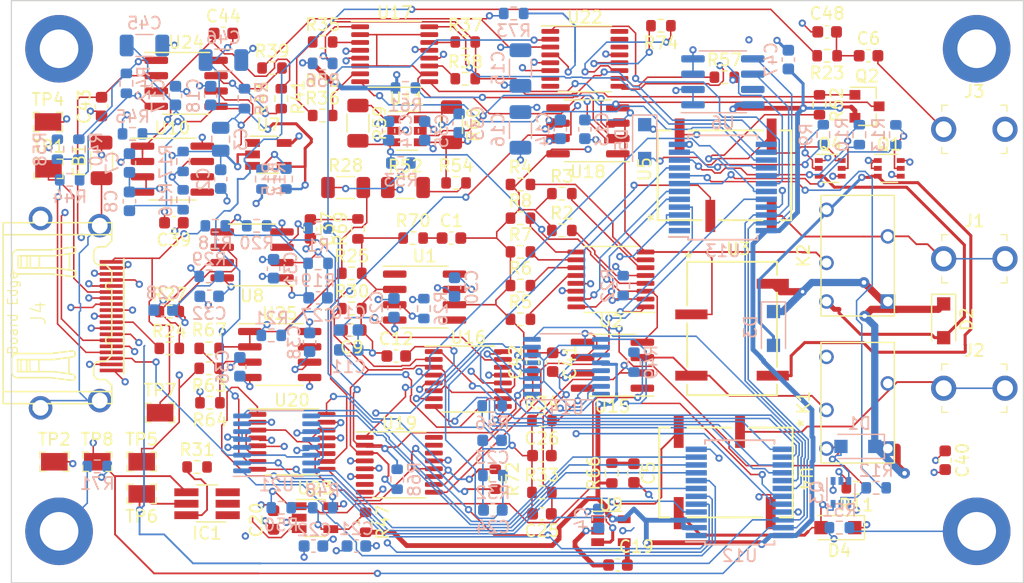
<source format=kicad_pcb>
(kicad_pcb (version 20171130) (host pcbnew "(5.1.12-1-10_14)")
  (layers (0 Top signal) (1 Route2 power hide) (2 Route3 mixed) (3 Route14 mixed hide) (4 Route15 mixed hide) (31 Bottom signal) (34 B.Paste user hide) (35 F.Paste user hide) (36 B.SilkS user) (37 F.SilkS user) (38 B.Mask user hide) (39 F.Mask user hide) (44 Edge.Cuts user))
  (net 0 "")
  (net 1 GND)
  (net 2 "Net-(U1-Pad8)")
  (net 3 "Net-(U1-Pad5)")
  (net 4 "Net-(U1-Pad1)")
  (net 5 "Net-(R36-Pad2)")
  (net 6 "Net-(K1-Pad5)")
  (net 7 "Net-(K2-Pad5)")
  (net 8 "Net-(Q1-Pad5)")
  (net 9 "Net-(Q3-Pad2)")
  (net 10 "Net-(Q3-Pad5)")
  (net 11 +5V)
  (net 12 "Net-(D2-Pad2)")
  (net 13 "Net-(D3-Pad2)")
  (net 14 "Net-(D5-Pad2)")
  (net 15 +15V)
  (net 16 -15V)
  (net 17 -2V5)
  (net 18 +3V3)
  (net 19 "Net-(C6-Pad2)")
  (net 20 +7V)
  (net 21 "Net-(C9-Pad2)")
  (net 22 "Net-(C10-Pad2)")
  (net 23 "Net-(C11-Pad2)")
  (net 24 "Net-(C12-Pad2)")
  (net 25 "Net-(C19-Pad2)")
  (net 26 "Net-(C23-Pad2)")
  (net 27 "Net-(C23-Pad1)")
  (net 28 "Net-(C24-Pad2)")
  (net 29 "Net-(C25-Pad2)")
  (net 30 "Net-(C26-Pad2)")
  (net 31 /SDA)
  (net 32 /SCL)
  (net 33 "Net-(IC1-Pad1)")
  (net 34 "Net-(Q4-Pad2)")
  (net 35 "Net-(Q4-Pad5)")
  (net 36 "Net-(R2-Pad2)")
  (net 37 "Net-(R3-Pad2)")
  (net 38 "Net-(R4-Pad2)")
  (net 39 "Net-(R5-Pad2)")
  (net 40 "Net-(R6-Pad2)")
  (net 41 "Net-(R7-Pad2)")
  (net 42 "Net-(R8-Pad2)")
  (net 43 "Net-(R16-Pad1)")
  (net 44 "Net-(R26-Pad1)")
  (net 45 "Net-(R35-Pad2)")
  (net 46 "Net-(R35-Pad1)")
  (net 47 "Net-(R37-Pad2)")
  (net 48 "Net-(R38-Pad2)")
  (net 49 "Net-(R39-Pad1)")
  (net 50 "Net-(R40-Pad1)")
  (net 51 "Net-(R43-Pad2)")
  (net 52 "Net-(R47-Pad1)")
  (net 53 "Net-(R49-Pad2)")
  (net 54 "Net-(H1-Pad1)")
  (net 55 "Net-(U6-Pad7)")
  (net 56 "Net-(U10-Pad6)")
  (net 57 "Net-(U10-Pad5)")
  (net 58 "Net-(U12-Pad1)")
  (net 59 "Net-(U13-Pad1)")
  (net 60 "Net-(U15-Pad8)")
  (net 61 "Net-(U15-Pad5)")
  (net 62 "Net-(U15-Pad1)")
  (net 63 "Net-(U17-Pad10)")
  (net 64 "Net-(H3-Pad1)")
  (net 65 "Net-(H7-Pad1)")
  (net 66 "Net-(C27-Pad2)")
  (net 67 "Net-(C27-Pad1)")
  (net 68 "Net-(C28-Pad2)")
  (net 69 "Net-(C28-Pad1)")
  (net 70 "Net-(C33-Pad2)")
  (net 71 "Net-(C33-Pad1)")
  (net 72 "Net-(R1-Pad1)")
  (net 73 "Net-(R20-Pad2)")
  (net 74 "Net-(R20-Pad1)")
  (net 75 "Net-(R39-Pad2)")
  (net 76 "Net-(R40-Pad2)")
  (net 77 "Net-(R52-Pad1)")
  (net 78 "Net-(R57-Pad1)")
  (net 79 "Net-(U19-Pad16)")
  (net 80 "Net-(U19-Pad15)")
  (net 81 "Net-(U19-Pad14)")
  (net 82 "Net-(U19-Pad8)")
  (net 83 "Net-(U19-Pad7)")
  (net 84 "Net-(U22-Pad16)")
  (net 85 "Net-(U22-Pad15)")
  (net 86 "Net-(U22-Pad14)")
  (net 87 "Net-(U22-Pad8)")
  (net 88 "Net-(U22-Pad7)")
  (net 89 "Net-(J4-Pad14)")
  (net 90 "Net-(Q2-Pad3)")
  (net 91 "Net-(Q2-Pad1)")
  (net 92 "Net-(R28-Pad1)")
  (net 93 "Net-(C37-Pad1)")
  (net 94 "Net-(R63-Pad1)")
  (net 95 "Net-(H5-Pad1)")
  (net 96 "Net-(C1-Pad1)")
  (net 97 "Net-(FB1-Pad1)")
  (net 98 /bath_clamp_top/RF_1)
  (net 99 "Net-(C5-Pad1)")
  (net 100 "Net-(C48-Pad1)")
  (net 101 /bath_clamp_top/V_GND)
  (net 102 "Net-(C19-Pad1)")
  (net 103 /bath_clamp_top/VCM)
  (net 104 /bath_clamp_top/P1_E)
  (net 105 /bath_clamp_top/P1_CAL)
  (net 106 "Net-(IC1-Pad6)")
  (net 107 /bath_clamp_top/P2_OUT)
  (net 108 /bath_clamp_top/P1_OUT)
  (net 109 /bath_clamp_top/AMP_OUT)
  (net 110 /bath_clamp_top/CMD)
  (net 111 /bath_clamp_top/CAL_DAC)
  (net 112 /bath_clamp_top/OUT_P)
  (net 113 /bath_clamp_top/OUT_N)
  (net 114 /bath_clamp_top/CC)
  (net 115 /bath_clamp_top/CAL_ADC)
  (net 116 /bath_clamp_top/P1)
  (net 117 /bath_clamp_top/P2)
  (net 118 /bath_clamp_top/P1_BUF)
  (net 119 /bath_clamp_top/P2_CAL_CTRL)
  (net 120 /bath_clamp_top/P2_E_CTRL)
  (net 121 /bath_clamp_top/P1_CAL_CTRL)
  (net 122 /bath_clamp_top/P1_E_CTRL)
  (net 123 /bath_clamp_top/PCLAMP_CTRL)
  (net 124 "Net-(R14-Pad2)")
  (net 125 /bath_clamp_top/EN)
  (net 126 /bath_clamp_top/CMD_BUF)
  (net 127 /bath_clamp_top/F_MUX_OUT)
  (net 128 /bath_clamp_top/adc_driver/LMP_EN)
  (net 129 3V3_BUF)
  (net 130 /bath_clamp_top/howland_ipump/I_OUT)
  (net 131 /bath_clamp_top/adc_driver/G4)
  (net 132 /bath_clamp_top/EN_IPUMP)
  (net 133 /bath_clamp_top/CAL_OUT)
  (net 134 /bath_clamp_top/INAMP_OUT)
  (net 135 "Net-(R74-Pad1)")
  (net 136 /bath_clamp_top/FDBK)
  (net 137 /bath_clamp_top/A1)
  (net 138 /bath_clamp_top/A2)
  (net 139 /bath_clamp_top/A0)
  (net 140 /bath_clamp_top/CAL_SIG1)
  (net 141 /bath_clamp_top/CAL_SIG2)
  (net 142 "Net-(U7-Pad1)")
  (net 143 /bath_clamp_top/RF4)
  (net 144 /bath_clamp_top/RF3)
  (net 145 /bath_clamp_top/RF2)
  (net 146 /bath_clamp_top/RF1)
  (net 147 /bath_clamp_top/CCOMP4)
  (net 148 /bath_clamp_top/CCOMP3)
  (net 149 /bath_clamp_top/CCOMP2)
  (net 150 /bath_clamp_top/CCOMP1)
  (net 151 /bath_clamp_top/DAC_SEL4)
  (net 152 /bath_clamp_top/DAC_SEL3)
  (net 153 /bath_clamp_top/DAC_SEL2)
  (net 154 /bath_clamp_top/DAC_SEL1)
  (net 155 /bath_clamp_top/ADC_SEL4)
  (net 156 /bath_clamp_top/ADC_SEL3)
  (net 157 /bath_clamp_top/ADC_SEL2)
  (net 158 /bath_clamp_top/ADC_SEL1)
  (net 159 /bath_clamp_top/RF_1_OUT)
  (net 160 /bath_clamp_top/S2)
  (net 161 /bath_clamp_top/S1)
  (net 162 /bath_clamp_top/G3)
  (net 163 /bath_clamp_top/G2)
  (net 164 /bath_clamp_top/G1)
  (net 165 "Net-(R42-Pad1)")
  (module Package_SO:TSSOP-16_4.4x5mm_P0.65mm (layer Top) (at 47.5488 -43.1673)
    (fp_text reference U22 (at 0 -3.45) (layer F.SilkS))
    (fp_text value TMUX6136PWR)
    (pad 16 smd roundrect (at 2.8625 -2.275) (size 1.475 0.4) (layers Top F.Paste F.Mask) (net 84 "Net-(U22-Pad16)"))
    (pad 15 smd roundrect (at 2.8625 -1.625) (size 1.475 0.4) (layers Top F.Paste F.Mask) (net 85 "Net-(U22-Pad15)"))
    (pad 14 smd roundrect (at 2.8625 -0.975) (size 1.475 0.4) (layers Top F.Paste F.Mask) (net 86 "Net-(U22-Pad14)"))
    (pad 13 smd roundrect (at 2.8625 -0.325) (size 1.475 0.4) (layers Top F.Paste F.Mask) (net 15 +15V))
    (pad 12 smd roundrect (at 2.8625 0.325) (size 1.475 0.4) (layers Top F.Paste F.Mask) (net 98 /bath_clamp_top/RF_1))
    (pad 11 smd roundrect (at 2.8625 0.975) (size 1.475 0.4) (layers Top F.Paste F.Mask) (net 135 "Net-(R74-Pad1)"))
    (pad 10 smd roundrect (at 2.8625 1.625) (size 1.475 0.4) (layers Top F.Paste F.Mask) (net 78 "Net-(R57-Pad1)"))
    (pad 9 smd roundrect (at 2.8625 2.275) (size 1.475 0.4) (layers Top F.Paste F.Mask) (net 160 /bath_clamp_top/S2))
    (pad 8 smd roundrect (at -2.8625 2.275) (size 1.475 0.4) (layers Top F.Paste F.Mask) (net 87 "Net-(U22-Pad8)"))
    (pad 7 smd roundrect (at -2.8625 1.625) (size 1.475 0.4) (layers Top F.Paste F.Mask) (net 88 "Net-(U22-Pad7)"))
    (pad 6 smd roundrect (at -2.8625 0.975) (size 1.475 0.4) (layers Top F.Paste F.Mask) (net 1 GND))
    (pad 5 smd roundrect (at -2.8625 0.325) (size 1.475 0.4) (layers Top F.Paste F.Mask) (net 16 -15V))
    (pad 4 smd roundrect (at -2.8625 -0.325) (size 1.475 0.4) (layers Top F.Paste F.Mask) (net 134 /bath_clamp_top/INAMP_OUT))
    (pad 3 smd roundrect (at -2.8625 -0.975) (size 1.475 0.4) (layers Top F.Paste F.Mask) (net 75 "Net-(R39-Pad2)"))
    (pad 2 smd roundrect (at -2.8625 -1.625) (size 1.475 0.4) (layers Top F.Paste F.Mask) (net 118 /bath_clamp_top/P1_BUF))
    (pad 1 smd roundrect (at -2.8625 -2.275) (size 1.475 0.4) (layers Top F.Paste F.Mask) (net 161 /bath_clamp_top/S1))
  )
  (module Package_TO_SOT_SMD:TSOT-23-6_HandSoldering (layer Top) (at 16.256 -6.2865 180)
    (fp_text reference IC1 (at 0 -2.45) (layer F.SilkS))
    (fp_text value DAC101C081CIMK_NOPB)
    (pad 6 smd rect (at 1.71 -0.95 180) (size 2 0.65) (layers Top F.Paste F.Mask) (net 106 "Net-(IC1-Pad6)"))
    (pad 5 smd rect (at 1.71 0 180) (size 2 0.65) (layers Top F.Paste F.Mask) (net 32 /SCL))
    (pad 4 smd rect (at 1.71 0.95 180) (size 2 0.65) (layers Top F.Paste F.Mask) (net 31 /SDA))
    (pad 3 smd rect (at -1.71 0.95 180) (size 2 0.65) (layers Top F.Paste F.Mask) (net 1 GND))
    (pad 2 smd rect (at -1.71 0 180) (size 2 0.65) (layers Top F.Paste F.Mask) (net 11 +5V))
    (pad 1 smd rect (at -1.71 -0.95 180) (size 2 0.65) (layers Top F.Paste F.Mask) (net 33 "Net-(IC1-Pad1)"))
  )
  (module covg-kicad:Relay_SPDT_TE_1462042-7 (layer Top) (at 72.644 -23.0505 90)
    (fp_text reference K2 (at 3.81 -6.985 270) (layer F.SilkS))
    (fp_text value 1462042-7)
    (pad 1 thru_hole rect (at 0 0 270) (size 1.2 1.2) (drill 0.8) (layers *.Cu *.Mask) (net 11 +5V))
    (pad 3 thru_hole circle (at 5.4 0 270) (size 1.2 1.2) (drill 0.8) (layers *.Cu *.Mask) (net 107 /bath_clamp_top/P2_OUT))
    (pad 5 thru_hole circle (at 7.6 -5.08 270) (size 1.2 1.2) (drill 0.8) (layers *.Cu *.Mask) (net 7 "Net-(K2-Pad5)"))
    (pad 7 thru_hole circle (at 3.2 -5.08 270) (size 1.2 1.2) (drill 0.8) (layers *.Cu *.Mask) (net 117 /bath_clamp_top/P2))
    (pad 8 thru_hole circle (at 0 -5.08 270) (size 1.2 1.2) (drill 0.8) (layers *.Cu *.Mask) (net 12 "Net-(D2-Pad2)"))
  )
  (module covg-kicad:Relay_SPDT_TE_1462042-7 (layer Top) (at 72.644 -10.8585 90)
    (fp_text reference K1 (at 3.81 -6.985 270) (layer F.SilkS))
    (fp_text value 1462042-7)
    (pad 1 thru_hole rect (at 0 0 270) (size 1.2 1.2) (drill 0.8) (layers *.Cu *.Mask) (net 11 +5V))
    (pad 3 thru_hole circle (at 5.4 0 270) (size 1.2 1.2) (drill 0.8) (layers *.Cu *.Mask) (net 108 /bath_clamp_top/P1_OUT))
    (pad 5 thru_hole circle (at 7.6 -5.08 270) (size 1.2 1.2) (drill 0.8) (layers *.Cu *.Mask) (net 6 "Net-(K1-Pad5)"))
    (pad 7 thru_hole circle (at 3.2 -5.08 270) (size 1.2 1.2) (drill 0.8) (layers *.Cu *.Mask) (net 116 /bath_clamp_top/P1))
    (pad 8 thru_hole circle (at 0 -5.08 270) (size 1.2 1.2) (drill 0.8) (layers *.Cu *.Mask) (net 104 /bath_clamp_top/P1_E))
  )
  (module Package_TO_SOT_SMD:TSOT-23-5 (layer Top) (at 21.336 -35.2425)
    (fp_text reference U7 (at 0 -2.45) (layer F.SilkS))
    (fp_text value MIC5270)
    (pad 5 smd rect (at 1.31 -0.95) (size 1.22 0.65) (layers Top F.Paste F.Mask) (net 16 -15V))
    (pad 4 smd rect (at 1.31 0.95) (size 1.22 0.65) (layers Top F.Paste F.Mask) (net 17 -2V5))
    (pad 3 smd rect (at -1.31 0.95) (size 1.22 0.65) (layers Top F.Paste F.Mask) (net 124 "Net-(R14-Pad2)"))
    (pad 2 smd rect (at -1.31 0) (size 1.22 0.65) (layers Top F.Paste F.Mask) (net 1 GND))
    (pad 1 smd rect (at -1.31 -0.95) (size 1.22 0.65) (layers Top F.Paste F.Mask) (net 142 "Net-(U7-Pad1)"))
  )
  (module Package_SO:SOIC-8_3.9x4.9mm_P1.27mm (layer Top) (at 47.8028 -37.1983 180)
    (fp_text reference U18 (at 0 -3.4) (layer F.SilkS))
    (fp_text value AD8421ARZ)
    (pad 8 smd roundrect (at 2.475 -1.905 180) (size 1.95 0.6) (layers Top F.Paste F.Mask) (net 15 +15V))
    (pad 7 smd roundrect (at 2.475 -0.635 180) (size 1.95 0.6) (layers Top F.Paste F.Mask) (net 134 /bath_clamp_top/INAMP_OUT))
    (pad 6 smd roundrect (at 2.475 0.635 180) (size 1.95 0.6) (layers Top F.Paste F.Mask) (net 1 GND))
    (pad 5 smd roundrect (at 2.475 1.905 180) (size 1.95 0.6) (layers Top F.Paste F.Mask) (net 16 -15V))
    (pad 4 smd roundrect (at -2.475 1.905 180) (size 1.95 0.6) (layers Top F.Paste F.Mask) (net 117 /bath_clamp_top/P2))
    (pad 3 smd roundrect (at -2.475 0.635 180) (size 1.95 0.6) (layers Top F.Paste F.Mask) (net 46 "Net-(R35-Pad1)"))
    (pad 2 smd roundrect (at -2.475 -0.635 180) (size 1.95 0.6) (layers Top F.Paste F.Mask) (net 63 "Net-(U17-Pad10)"))
    (pad 1 smd roundrect (at -2.475 -1.905 180) (size 1.95 0.6) (layers Top F.Paste F.Mask) (net 135 "Net-(R74-Pad1)"))
  )
  (module Resistor_SMD:R_0603_1608Metric (layer Top) (at 53.848 -45.9105 180)
    (fp_text reference R74 (at 0 -1.43) (layer F.SilkS))
    (fp_text value 0)
    (pad 2 smd roundrect (at 0.825 0 180) (size 0.8 0.95) (layers Top F.Paste F.Mask) (net 98 /bath_clamp_top/RF_1))
    (pad 1 smd roundrect (at -0.825 0 180) (size 0.8 0.95) (layers Top F.Paste F.Mask) (net 135 "Net-(R74-Pad1)"))
  )
  (module Resistor_SMD:R_0603_1608Metric (layer Bottom) (at 41.656 -46.9265)
    (fp_text reference R73 (at 0 1.43) (layer B.SilkS) (effects (justify mirror)))
    (fp_text value 0)
    (pad 2 smd roundrect (at 0.825 0) (size 0.8 0.95) (layers Bottom B.Paste B.Mask) (net 134 /bath_clamp_top/INAMP_OUT))
    (pad 1 smd roundrect (at -0.825 0) (size 0.8 0.95) (layers Bottom B.Paste B.Mask) (net 75 "Net-(R39-Pad2)"))
  )
  (module Resistor_SMD:R_0603_1608Metric (layer Top) (at 40.132 -8.3185 270)
    (fp_text reference R72 (at 0 -1.43 90) (layer F.SilkS))
    (fp_text value 0)
    (pad 2 smd roundrect (at 0.825 0 270) (size 0.8 0.95) (layers Top F.Paste F.Mask) (net 133 /bath_clamp_top/CAL_OUT))
    (pad 1 smd roundrect (at -0.825 0 270) (size 0.8 0.95) (layers Top F.Paste F.Mask) (net 73 "Net-(R20-Pad2)"))
  )
  (module Resistor_SMD:R_0603_1608Metric (layer Bottom) (at 32.004 -8.3185 90)
    (fp_text reference R68 (at 0 1.43 90) (layer B.SilkS) (effects (justify mirror)))
    (fp_text value 0)
    (pad 2 smd roundrect (at 0.825 0 90) (size 0.8 0.95) (layers Bottom B.Paste B.Mask) (net 118 /bath_clamp_top/P1_BUF))
    (pad 1 smd roundrect (at -0.825 0 90) (size 0.8 0.95) (layers Bottom B.Paste B.Mask) (net 127 /bath_clamp_top/F_MUX_OUT))
  )
  (module Resistor_SMD:R_0603_1608Metric (layer Top) (at 49.784 -8.8265 90)
    (fp_text reference R66 (at 0 -1.524 90) (layer F.SilkS))
    (fp_text value 1)
    (pad 2 smd roundrect (at 0.825 0 90) (size 0.8 0.95) (layers Top F.Paste F.Mask) (net 99 "Net-(C5-Pad1)"))
    (pad 1 smd roundrect (at -0.825 0 90) (size 0.8 0.95) (layers Top F.Paste F.Mask) (net 18 +3V3))
  )
  (module Capacitor_SMD:C_0603_1608Metric (layer Top) (at 67.6148 -45.4025 180)
    (fp_text reference C48 (at 0 1.524) (layer F.SilkS))
    (fp_text value DNI)
    (pad 2 smd roundrect (at 0.775 0 180) (size 0.9 0.95) (layers Top F.Paste F.Mask) (net 1 GND))
    (pad 1 smd roundrect (at -0.775 0 180) (size 0.9 0.95) (layers Top F.Paste F.Mask) (net 100 "Net-(C48-Pad1)"))
  )
  (module Capacitor_SMD:C_0603_1608Metric (layer Top) (at 50.292 -1.2065 180)
    (fp_text reference C19 (at -1.524 1.524) (layer F.SilkS))
    (fp_text value 0.01u)
    (pad 2 smd roundrect (at 0.775 0 180) (size 0.9 0.95) (layers Top F.Paste F.Mask) (net 1 GND))
    (pad 1 smd roundrect (at -0.775 0 180) (size 0.9 0.95) (layers Top F.Paste F.Mask) (net 102 "Net-(C19-Pad1)"))
  )
  (module Capacitor_SMD:C_0805_2012Metric (layer Bottom) (at 17.3863 -36.4998 90)
    (fp_text reference C3 (at 0 1.68 90) (layer B.SilkS) (effects (justify mirror)))
    (fp_text value 10u)
    (pad 2 smd roundrect (at 0.95 0 90) (size 1 1.45) (layers Bottom B.Paste B.Mask) (net 17 -2V5))
    (pad 1 smd roundrect (at -0.95 0 90) (size 1 1.45) (layers Bottom B.Paste B.Mask) (net 1 GND))
  )
  (module Capacitor_SMD:C_0603_1608Metric (layer Bottom) (at 64.4017 -43.1038 270)
    (fp_text reference C47 (at 0 1.43 270) (layer B.SilkS) (effects (justify mirror)))
    (fp_text value 0.1u)
    (pad 2 smd roundrect (at 0.775 0 270) (size 0.9 0.95) (layers Bottom B.Paste B.Mask) (net 18 +3V3))
    (pad 1 smd roundrect (at -0.775 0 270) (size 0.9 0.95) (layers Bottom B.Paste B.Mask) (net 1 GND))
  )
  (module Resistor_SMD:R_0603_1608Metric (layer Bottom) (at 19.3548 -39.8653 90)
    (fp_text reference R65 (at 0 1.43 90) (layer B.SilkS) (effects (justify mirror)))
    (fp_text value DNI)
    (pad 2 smd roundrect (at 0.825 0 90) (size 0.8 0.95) (layers Bottom B.Paste B.Mask) (net 128 /bath_clamp_top/adc_driver/LMP_EN))
    (pad 1 smd roundrect (at -0.825 0 90) (size 0.8 0.95) (layers Bottom B.Paste B.Mask) (net 17 -2V5))
  )
  (module Capacitor_SMD:C_1206_3216Metric (layer Top) (at 7.5184 -34.7472 90)
    (fp_text reference FB1 (at 0 -1.85 90) (layer F.SilkS))
    (fp_text value Ferrite_Bead)
    (pad 2 smd roundrect (at 1.475 0 90) (size 1.15 1.8) (layers Top F.Paste F.Mask) (roundrect_rratio 0.2173904347826087) (net 1 GND))
    (pad 1 smd roundrect (at -1.475 0 90) (size 1.15 1.8) (layers Top F.Paste F.Mask) (roundrect_rratio 0.2173904347826087) (net 97 "Net-(FB1-Pad1)"))
  )
  (module Capacitor_SMD:C_1206_3216Metric (layer Bottom) (at 17.6149 -43.0657 180)
    (fp_text reference C46 (at 0 1.85) (layer B.SilkS) (effects (justify mirror)))
    (fp_text value 10u)
    (pad 2 smd roundrect (at 1.475 0 180) (size 1.15 1.8) (layers Bottom B.Paste B.Mask) (roundrect_rratio 0.2173904347826087) (net 17 -2V5))
    (pad 1 smd roundrect (at -1.475 0 180) (size 1.15 1.8) (layers Bottom B.Paste B.Mask) (roundrect_rratio 0.2173904347826087) (net 1 GND))
  )
  (module Capacitor_SMD:C_1206_3216Metric (layer Bottom) (at 11.0744 -44.2722 180)
    (fp_text reference C45 (at 0 1.85) (layer B.SilkS) (effects (justify mirror)))
    (fp_text value 10u)
    (pad 2 smd roundrect (at 1.475 0 180) (size 1.15 1.8) (layers Bottom B.Paste B.Mask) (roundrect_rratio 0.2173904347826087) (net 20 +7V))
    (pad 1 smd roundrect (at -1.475 0 180) (size 1.15 1.8) (layers Bottom B.Paste B.Mask) (roundrect_rratio 0.2173904347826087) (net 1 GND))
  )
  (module Capacitor_SMD:C_0603_1608Metric (layer Top) (at 17.6149 -45.2755 180)
    (fp_text reference C44 (at 0 1.4224) (layer F.SilkS))
    (fp_text value 0.1u)
    (pad 2 smd roundrect (at 0.775 0 180) (size 0.9 0.95) (layers Top F.Paste F.Mask) (net 20 +7V))
    (pad 1 smd roundrect (at -0.775 0 180) (size 0.9 0.95) (layers Top F.Paste F.Mask) (net 17 -2V5))
  )
  (module Capacitor_SMD:C_0603_1608Metric (layer Top) (at 7.5184 -39.2049 90)
    (fp_text reference C43 (at 0 -1.43 90) (layer F.SilkS))
    (fp_text value 0.1u)
    (pad 2 smd roundrect (at 0.775 0 90) (size 0.9 0.95) (layers Top F.Paste F.Mask) (net 103 /bath_clamp_top/VCM))
    (pad 1 smd roundrect (at -0.775 0 90) (size 0.9 0.95) (layers Top F.Paste F.Mask) (net 1 GND))
  )
  (module Package_SO:TSSOP-16_4.4x5mm_P0.65mm (layer Bottom) (at 46.0248 -17.6403)
    (fp_text reference U14 (at 0 3.45) (layer B.SilkS) (effects (justify mirror)))
    (fp_text value DG412xUE)
    (pad 16 smd roundrect (at 2.8625 2.275) (size 1.475 0.4) (layers Bottom B.Paste B.Mask) (net 143 /bath_clamp_top/RF4))
    (pad 15 smd roundrect (at 2.8625 1.625) (size 1.475 0.4) (layers Bottom B.Paste B.Mask) (net 118 /bath_clamp_top/P1_BUF))
    (pad 14 smd roundrect (at 2.8625 0.975) (size 1.475 0.4) (layers Bottom B.Paste B.Mask) (net 30 "Net-(C26-Pad2)"))
    (pad 13 smd roundrect (at 2.8625 0.325) (size 1.475 0.4) (layers Bottom B.Paste B.Mask) (net 15 +15V))
    (pad 12 smd roundrect (at 2.8625 -0.325) (size 1.475 0.4) (layers Bottom B.Paste B.Mask) (net 18 +3V3))
    (pad 11 smd roundrect (at 2.8625 -0.975) (size 1.475 0.4) (layers Bottom B.Paste B.Mask) (net 29 "Net-(C25-Pad2)"))
    (pad 10 smd roundrect (at 2.8625 -1.625) (size 1.475 0.4) (layers Bottom B.Paste B.Mask) (net 118 /bath_clamp_top/P1_BUF))
    (pad 9 smd roundrect (at 2.8625 -2.275) (size 1.475 0.4) (layers Bottom B.Paste B.Mask) (net 144 /bath_clamp_top/RF3))
    (pad 8 smd roundrect (at -2.8625 -2.275) (size 1.475 0.4) (layers Bottom B.Paste B.Mask) (net 145 /bath_clamp_top/RF2))
    (pad 7 smd roundrect (at -2.8625 -1.625) (size 1.475 0.4) (layers Bottom B.Paste B.Mask) (net 28 "Net-(C24-Pad2)"))
    (pad 6 smd roundrect (at -2.8625 -0.975) (size 1.475 0.4) (layers Bottom B.Paste B.Mask) (net 118 /bath_clamp_top/P1_BUF))
    (pad 5 smd roundrect (at -2.8625 -0.325) (size 1.475 0.4) (layers Bottom B.Paste B.Mask) (net 1 GND))
    (pad 4 smd roundrect (at -2.8625 0.325) (size 1.475 0.4) (layers Bottom B.Paste B.Mask) (net 16 -15V))
    (pad 3 smd roundrect (at -2.8625 0.975) (size 1.475 0.4) (layers Bottom B.Paste B.Mask) (net 26 "Net-(C23-Pad2)"))
    (pad 2 smd roundrect (at -2.8625 1.625) (size 1.475 0.4) (layers Bottom B.Paste B.Mask) (net 118 /bath_clamp_top/P1_BUF))
    (pad 1 smd roundrect (at -2.8625 2.275) (size 1.475 0.4) (layers Bottom B.Paste B.Mask) (net 146 /bath_clamp_top/RF1))
  )
  (module Capacitor_SMD:C_0603_1608Metric (layer Top) (at 43.2308 -18.0213 90)
    (fp_text reference C42 (at 0 -1.43 270) (layer F.SilkS))
    (fp_text value 0.1u)
    (pad 2 smd roundrect (at 0.775 0 90) (size 0.9 0.95) (layers Top F.Paste F.Mask) (net 1 GND))
    (pad 1 smd roundrect (at -0.775 0 90) (size 0.9 0.95) (layers Top F.Paste F.Mask) (net 16 -15V))
  )
  (module Capacitor_SMD:C_0603_1608Metric (layer Top) (at 44.8818 -18.0213 270)
    (fp_text reference C41 (at 0 -1.43 270) (layer F.SilkS))
    (fp_text value 0.1u)
    (pad 2 smd roundrect (at 0.775 0 270) (size 0.9 0.95) (layers Top F.Paste F.Mask) (net 15 +15V))
    (pad 1 smd roundrect (at -0.775 0 270) (size 0.9 0.95) (layers Top F.Paste F.Mask) (net 1 GND))
  )
  (module Capacitor_SMD:C_0603_1608Metric (layer Top) (at 77.3938 -9.8933 270)
    (fp_text reference C40 (at 0 -1.43 90) (layer F.SilkS))
    (fp_text value 0.1u)
    (pad 2 smd roundrect (at 0.775 0 270) (size 0.9 0.95) (layers Top F.Paste F.Mask) (net 11 +5V))
    (pad 1 smd roundrect (at -0.775 0 270) (size 0.9 0.95) (layers Top F.Paste F.Mask) (net 1 GND))
  )
  (module Capacitor_SMD:C_0603_1608Metric (layer Top) (at 13.5128 -29.5783 180)
    (fp_text reference C39 (at 0 -1.43) (layer F.SilkS))
    (fp_text value 0.1u)
    (pad 2 smd roundrect (at 0.775 0 180) (size 0.9 0.95) (layers Top F.Paste F.Mask) (net 11 +5V))
    (pad 1 smd roundrect (at -0.775 0 180) (size 0.9 0.95) (layers Top F.Paste F.Mask) (net 1 GND))
  )
  (module covg-kicad:CONN_10029449-111RLF_HDMI_A (layer Top) (at 4.3688 -22.0853 270)
    (fp_text reference J4 (at 0 2.08 90) (layer F.SilkS) (effects (font (size 1.2065 1.2065) (thickness 0.09652))))
    (fp_text value HDMI_A hide)
    (fp_text user "Board Edge" (at 0 4.2 90) (layer F.SilkS) (effects (font (size 0.8 0.8) (thickness 0.1))))
    (pad SH thru_hole circle (at -7.85 1.9 270) (size 1.95 1.95) (drill 1.3) (layers *.Cu *.Mask) (net 97 "Net-(FB1-Pad1)"))
    (pad SH thru_hole circle (at 7.85 1.9 270) (size 1.95 1.95) (drill 1.3) (layers *.Cu *.Mask) (net 97 "Net-(FB1-Pad1)"))
    (pad SH thru_hole circle (at 7.25 -3 270) (size 1.95 1.95) (drill 1.3) (layers *.Cu *.Mask) (net 97 "Net-(FB1-Pad1)"))
    (pad SH thru_hole circle (at -7.25 -3 270) (size 1.95 1.95) (drill 1.3) (layers *.Cu *.Mask) (net 97 "Net-(FB1-Pad1)"))
    (pad 19 smd rect (at -4.25 -3.95 270) (size 0.3 1.9) (layers Top F.Paste F.Mask) (net 109 /bath_clamp_top/AMP_OUT))
    (pad 18 smd rect (at -3.75 -3.95 270) (size 0.3 1.9) (layers Top F.Paste F.Mask) (net 11 +5V))
    (pad 17 smd rect (at -3.25 -3.95 270) (size 0.3 1.9) (layers Top F.Paste F.Mask) (net 1 GND))
    (pad 16 smd rect (at -2.75 -3.95 270) (size 0.3 1.9) (layers Top F.Paste F.Mask) (net 32 /SCL))
    (pad 15 smd rect (at -2.25 -3.95 270) (size 0.3 1.9) (layers Top F.Paste F.Mask) (net 31 /SDA))
    (pad 14 smd rect (at -1.75 -3.95 270) (size 0.3 1.9) (layers Top F.Paste F.Mask) (net 89 "Net-(J4-Pad14)"))
    (pad 13 smd rect (at -1.25 -3.95 270) (size 0.3 1.9) (layers Top F.Paste F.Mask) (net 16 -15V))
    (pad 12 smd rect (at -0.75 -3.95 270) (size 0.3 1.9) (layers Top F.Paste F.Mask) (net 103 /bath_clamp_top/VCM))
    (pad 11 smd rect (at -0.25 -3.95 270) (size 0.3 1.9) (layers Top F.Paste F.Mask) (net 1 GND))
    (pad 1 smd rect (at 4.75 -3.95 270) (size 0.3 1.9) (layers Top F.Paste F.Mask) (net 110 /bath_clamp_top/CMD))
    (pad 2 smd rect (at 4.25 -3.95 270) (size 0.3 1.9) (layers Top F.Paste F.Mask) (net 1 GND))
    (pad 3 smd rect (at 3.75 -3.95 270) (size 0.3 1.9) (layers Top F.Paste F.Mask) (net 111 /bath_clamp_top/CAL_DAC))
    (pad 4 smd rect (at 3.25 -3.95 270) (size 0.3 1.9) (layers Top F.Paste F.Mask) (net 112 /bath_clamp_top/OUT_P))
    (pad 5 smd rect (at 2.75 -3.95 270) (size 0.3 1.9) (layers Top F.Paste F.Mask) (net 1 GND))
    (pad 6 smd rect (at 2.25 -3.95 270) (size 0.3 1.9) (layers Top F.Paste F.Mask) (net 113 /bath_clamp_top/OUT_N))
    (pad 7 smd rect (at 1.75 -3.95 270) (size 0.3 1.9) (layers Top F.Paste F.Mask) (net 114 /bath_clamp_top/CC))
    (pad 8 smd rect (at 1.25 -3.95 270) (size 0.3 1.9) (layers Top F.Paste F.Mask) (net 1 GND))
    (pad 9 smd rect (at 0.75 -3.95 270) (size 0.3 1.9) (layers Top F.Paste F.Mask) (net 115 /bath_clamp_top/CAL_ADC))
    (pad 10 smd rect (at 0.25 -3.95 270) (size 0.3 1.9) (layers Top F.Paste F.Mask) (net 15 +15V))
  )
  (module digikey-footprints:Test_Jack_Horiz (layer Top) (at 79.8068 -37.3253)
    (fp_text reference J3 (at 0 -3.13) (layer F.SilkS))
    (fp_text value 105-1103-001)
    (pad 1 thru_hole circle (at 2.54 0) (size 2.0828 2.0828) (drill 1.3208) (layers *.Cu *.Mask) (net 19 "Net-(C6-Pad2)"))
    (pad 1 thru_hole circle (at -2.54 0) (size 2.0828 2.0828) (drill 1.3208) (layers *.Cu *.Mask) (net 19 "Net-(C6-Pad2)"))
  )
  (module digikey-footprints:Test_Jack_Horiz (layer Top) (at 79.8068 -15.8623)
    (fp_text reference J2 (at 0 -3.13) (layer F.SilkS))
    (fp_text value 105-1103-001)
    (pad 1 thru_hole circle (at 2.54 0) (size 2.0828 2.0828) (drill 1.3208) (layers *.Cu *.Mask) (net 108 /bath_clamp_top/P1_OUT))
    (pad 1 thru_hole circle (at -2.54 0) (size 2.0828 2.0828) (drill 1.3208) (layers *.Cu *.Mask) (net 108 /bath_clamp_top/P1_OUT))
  )
  (module digikey-footprints:Test_Jack_Horiz (layer Top) (at 79.8068 -26.5938)
    (fp_text reference J1 (at 0 -3.13) (layer F.SilkS))
    (fp_text value 105-1103-001)
    (pad 1 thru_hole circle (at 2.54 0) (size 2.0828 2.0828) (drill 1.3208) (layers *.Cu *.Mask) (net 107 /bath_clamp_top/P2_OUT))
    (pad 1 thru_hole circle (at -2.54 0) (size 2.0828 2.0828) (drill 1.3208) (layers *.Cu *.Mask) (net 107 /bath_clamp_top/P2_OUT))
  )
  (module digikey-footprints:PROBE_PAD_0805 (layer Top) (at 7.1628 -9.7663)
    (fp_text reference TP8 (at 0 -1.86) (layer F.SilkS))
    (fp_text value RCT-0C)
    (pad 1 smd rect (at 0 0) (size 2.2 1.45) (layers Top F.Paste F.Mask) (net 31 /SDA))
  )
  (module digikey-footprints:PROBE_PAD_0805 (layer Top) (at 12.3698 -13.8303)
    (fp_text reference TP7 (at 0 -1.86) (layer F.SilkS))
    (fp_text value RCT-0C)
    (pad 1 smd rect (at 0 0) (size 2.2 1.45) (layers Top F.Paste F.Mask) (net 109 /bath_clamp_top/AMP_OUT))
  )
  (module digikey-footprints:PROBE_PAD_0805 (layer Top) (at 10.8458 -7.0993 180)
    (fp_text reference TP6 (at 0 -1.86) (layer F.SilkS))
    (fp_text value RCT-0C)
    (pad 1 smd rect (at 0 0 180) (size 2.2 1.45) (layers Top F.Paste F.Mask) (net 32 /SCL))
  )
  (module digikey-footprints:PROBE_PAD_0805 (layer Top) (at 10.8458 -9.7663)
    (fp_text reference TP5 (at 0 -1.86) (layer F.SilkS))
    (fp_text value RCT-0C)
    (pad 1 smd rect (at 0 0) (size 2.2 1.45) (layers Top F.Paste F.Mask) (net 110 /bath_clamp_top/CMD))
  )
  (module digikey-footprints:PROBE_PAD_0805 (layer Top) (at 3.0861 -37.9349)
    (fp_text reference TP4 (at 0 -1.86) (layer F.SilkS))
    (fp_text value RCT-0C)
    (pad 1 smd rect (at 0 0) (size 2.2 1.45) (layers Top F.Paste F.Mask) (net 1 GND))
  )
  (module digikey-footprints:PROBE_PAD_0805 (layer Top) (at 3.6068 -9.7663)
    (fp_text reference TP2 (at 0 -1.86) (layer F.SilkS))
    (fp_text value RCT-0C)
    (pad 1 smd rect (at 0 0) (size 2.2 1.45) (layers Top F.Paste F.Mask) (net 1 GND))
  )
  (module digikey-footprints:PROBE_PAD_0805 (layer Top) (at 3.1242 -34.0487)
    (fp_text reference TP1 (at 0 -1.86) (layer F.SilkS))
    (fp_text value RCT-0C)
    (pad 1 smd rect (at 0 0) (size 2.2 1.45) (layers Top F.Paste F.Mask) (net 89 "Net-(J4-Pad14)"))
  )
  (module Resistor_SMD:R_0603_1608Metric (layer Top) (at 15.431 -9.3345)
    (fp_text reference R31 (at 0 -1.43) (layer F.SilkS))
    (fp_text value 10k)
    (pad 2 smd roundrect (at 0.825 0) (size 0.8 0.95) (layers Top F.Paste F.Mask) (net 1 GND))
    (pad 1 smd roundrect (at -0.825 0) (size 0.8 0.95) (layers Top F.Paste F.Mask) (net 106 "Net-(IC1-Pad6)"))
  )
  (module Capacitor_SMD:C_0603_1608Metric (layer Top) (at 21.7678 -4.9403 90)
    (fp_text reference C20 (at 0 -1.43 90) (layer F.SilkS))
    (fp_text value 0.1u)
    (pad 2 smd roundrect (at 0.775 0 90) (size 0.9 0.95) (layers Top F.Paste F.Mask) (net 11 +5V))
    (pad 1 smd roundrect (at -0.775 0 90) (size 0.9 0.95) (layers Top F.Paste F.Mask) (net 1 GND))
  )
  (module covg-kicad:G6L-1F-TR-DC5 (layer Top) (at 59.1058 -33.5153 90)
    (fp_text reference U5 (at 0.5 -6.6 90) (layer F.SilkS))
    (fp_text value G6L-1F-TR-DC5)
    (fp_text user * (at -3.5052 -5.7912 90) (layer F.SilkS))
    (pad 2 smd rect (at -3.370001 -1.167501 90) (size 2.667 0.8128) (layers Top F.Paste F.Mask) (net 141 /bath_clamp_top/CAL_SIG2))
    (pad 4 smd rect (at -3.370001 3.912499 90) (size 2.667 0.8128) (layers Top F.Paste F.Mask) (net 107 /bath_clamp_top/P2_OUT))
    (pad 5 smd rect (at 3.370001 3.912499 90) (size 2.667 0.8128) (layers Top F.Paste F.Mask) (net 14 "Net-(D5-Pad2)"))
    (pad 8 smd rect (at 3.370001 -3.707501 90) (size 2.667 0.8128) (layers Top F.Paste F.Mask) (net 11 +5V))
  )
  (module Resistor_SMD:R_0603_1608Metric (layer Top) (at 28.2448 -22.4663)
    (fp_text reference R30 (at 0 -1.43) (layer F.SilkS))
    (fp_text value 20k)
    (pad 2 smd roundrect (at 0.825 0) (size 0.8 0.95) (layers Top F.Paste F.Mask) (net 101 /bath_clamp_top/V_GND))
    (pad 1 smd roundrect (at -0.825 0) (size 0.8 0.95) (layers Top F.Paste F.Mask) (net 127 /bath_clamp_top/F_MUX_OUT))
  )
  (module Resistor_SMD:R_0603_1608Metric (layer Top) (at 13.1318 -22.2123)
    (fp_text reference R27 (at 0 -1.43) (layer F.SilkS))
    (fp_text value 0)
    (pad 2 smd roundrect (at 0.825 0) (size 0.8 0.95) (layers Top F.Paste F.Mask) (net 69 "Net-(C28-Pad1)"))
    (pad 1 smd roundrect (at -0.825 0) (size 0.8 0.95) (layers Top F.Paste F.Mask) (net 68 "Net-(C28-Pad2)"))
  )
  (module Resistor_SMD:R_0603_1608Metric (layer Bottom) (at 34.2138 -22.4663 90)
    (fp_text reference R26 (at 0 1.43 90) (layer B.SilkS) (effects (justify mirror)))
    (fp_text value 0)
    (pad 2 smd roundrect (at 0.825 0 90) (size 0.8 0.95) (layers Bottom B.Paste B.Mask) (net 1 GND))
    (pad 1 smd roundrect (at -0.825 0 90) (size 0.8 0.95) (layers Bottom B.Paste B.Mask) (net 44 "Net-(R26-Pad1)"))
  )
  (module Resistor_SMD:R_0603_1608Metric (layer Top) (at 28.2448 -25.3873)
    (fp_text reference R25 (at 0 -1.43) (layer F.SilkS))
    (fp_text value 20k)
    (pad 2 smd roundrect (at 0.825 0) (size 0.8 0.95) (layers Top F.Paste F.Mask) (net 101 /bath_clamp_top/V_GND))
    (pad 1 smd roundrect (at -0.825 0) (size 0.8 0.95) (layers Top F.Paste F.Mask) (net 126 /bath_clamp_top/CMD_BUF))
  )
  (module Resistor_SMD:R_0603_1608Metric (layer Top) (at 13.1318 -19.1643)
    (fp_text reference R24 (at 0 -1.43) (layer F.SilkS))
    (fp_text value 33)
    (pad 2 smd roundrect (at 0.825 0) (size 0.8 0.95) (layers Top F.Paste F.Mask) (net 68 "Net-(C28-Pad2)"))
    (pad 1 smd roundrect (at -0.825 0) (size 0.8 0.95) (layers Top F.Paste F.Mask) (net 115 /bath_clamp_top/CAL_ADC))
  )
  (module Resistor_SMD:R_0603_1608Metric (layer Top) (at 67.6148 -43.4213 180)
    (fp_text reference R23 (at 0 -1.43) (layer F.SilkS))
    (fp_text value 0)
    (pad 2 smd roundrect (at 0.825 0 180) (size 0.8 0.95) (layers Top F.Paste F.Mask) (net 114 /bath_clamp_top/CC))
    (pad 1 smd roundrect (at -0.825 0 180) (size 0.8 0.95) (layers Top F.Paste F.Mask) (net 100 "Net-(C48-Pad1)"))
  )
  (module Resistor_SMD:R_0603_1608Metric (layer Bottom) (at 50.7238 -24.3713 90)
    (fp_text reference R22 (at 0 -1.27 90) (layer B.SilkS) (effects (justify mirror)))
    (fp_text value 10k)
    (pad 2 smd roundrect (at 0.825 0 90) (size 0.8 0.95) (layers Bottom B.Paste B.Mask) (net 11 +5V))
    (pad 1 smd roundrect (at -0.825 0 90) (size 0.8 0.95) (layers Bottom B.Paste B.Mask) (net 125 /bath_clamp_top/EN))
  )
  (module Resistor_SMD:R_0603_1608Metric (layer Bottom) (at 21.5773 -20.2438 180)
    (fp_text reference R21 (at 0 1.43) (layer B.SilkS) (effects (justify mirror)))
    (fp_text value 2k)
    (pad 2 smd roundrect (at 0.825 0 180) (size 0.8 0.95) (layers Bottom B.Paste B.Mask) (net 1 GND))
    (pad 1 smd roundrect (at -0.825 0 180) (size 0.8 0.95) (layers Bottom B.Paste B.Mask) (net 67 "Net-(C27-Pad1)"))
  )
  (module Resistor_SMD:R_0603_1608Metric (layer Bottom) (at 25.4508 -26.2128)
    (fp_text reference R19 (at 0 1.43) (layer B.SilkS) (effects (justify mirror)))
    (fp_text value 20k)
    (pad 2 smd roundrect (at 0.825 0) (size 0.8 0.95) (layers Bottom B.Paste B.Mask) (net 67 "Net-(C27-Pad1)"))
    (pad 1 smd roundrect (at -0.825 0) (size 0.8 0.95) (layers Bottom B.Paste B.Mask) (net 66 "Net-(C27-Pad2)"))
  )
  (module Resistor_SMD:R_0603_1608Metric (layer Bottom) (at 16.9418 -29.3243)
    (fp_text reference R18 (at 0 1.43) (layer B.SilkS) (effects (justify mirror)))
    (fp_text value 33)
    (pad 2 smd roundrect (at 0.825 0) (size 0.8 0.95) (layers Bottom B.Paste B.Mask) (net 66 "Net-(C27-Pad2)"))
    (pad 1 smd roundrect (at -0.825 0) (size 0.8 0.95) (layers Bottom B.Paste B.Mask) (net 109 /bath_clamp_top/AMP_OUT))
  )
  (module Resistor_SMD:R_0603_1608Metric (layer Bottom) (at 71.6788 -7.6073 180)
    (fp_text reference R12 (at 0 1.43) (layer B.SilkS) (effects (justify mirror)))
    (fp_text value 10k)
    (pad 2 smd roundrect (at 0.825 0 180) (size 0.8 0.95) (layers Bottom B.Paste B.Mask) (net 10 "Net-(Q3-Pad5)"))
    (pad 1 smd roundrect (at -0.825 0 180) (size 0.8 0.95) (layers Bottom B.Paste B.Mask) (net 122 /bath_clamp_top/P1_E_CTRL))
  )
  (module Resistor_SMD:R_0603_1608Metric (layer Top) (at 70.0278 -7.6073 180)
    (fp_text reference R11 (at 0 -1.43) (layer F.SilkS))
    (fp_text value 10k)
    (pad 2 smd roundrect (at 0.825 0 180) (size 0.8 0.95) (layers Top F.Paste F.Mask) (net 9 "Net-(Q3-Pad2)"))
    (pad 1 smd roundrect (at -0.825 0 180) (size 0.8 0.95) (layers Top F.Paste F.Mask) (net 121 /bath_clamp_top/P1_CAL_CTRL))
  )
  (module Resistor_SMD:R_0603_1608Metric (layer Top) (at 42.2148 -29.9593)
    (fp_text reference R8 (at 0 -1.43) (layer F.SilkS))
    (fp_text value 10M)
    (pad 2 smd roundrect (at 0.825 0) (size 0.8 0.95) (layers Top F.Paste F.Mask) (net 42 "Net-(R8-Pad2)"))
    (pad 1 smd roundrect (at -0.825 0) (size 0.8 0.95) (layers Top F.Paste F.Mask) (net 98 /bath_clamp_top/RF_1))
  )
  (module Resistor_SMD:R_0603_1608Metric (layer Top) (at 42.2148 -27.1653)
    (fp_text reference R7 (at 0 -1.43) (layer F.SilkS))
    (fp_text value 3.32M)
    (pad 2 smd roundrect (at 0.825 0) (size 0.8 0.95) (layers Top F.Paste F.Mask) (net 41 "Net-(R7-Pad2)"))
    (pad 1 smd roundrect (at -0.825 0) (size 0.8 0.95) (layers Top F.Paste F.Mask) (net 98 /bath_clamp_top/RF_1))
  )
  (module Resistor_SMD:R_0603_1608Metric (layer Top) (at 42.2148 -24.3713)
    (fp_text reference R6 (at 0 -1.43) (layer F.SilkS))
    (fp_text value 1M)
    (pad 2 smd roundrect (at 0.825 0) (size 0.8 0.95) (layers Top F.Paste F.Mask) (net 40 "Net-(R6-Pad2)"))
    (pad 1 smd roundrect (at -0.825 0) (size 0.8 0.95) (layers Top F.Paste F.Mask) (net 98 /bath_clamp_top/RF_1))
  )
  (module Resistor_SMD:R_0603_1608Metric (layer Top) (at 42.2148 -21.5773)
    (fp_text reference R5 (at 0 -1.43) (layer F.SilkS))
    (fp_text value 332k)
    (pad 2 smd roundrect (at 0.825 0) (size 0.8 0.95) (layers Top F.Paste F.Mask) (net 39 "Net-(R5-Pad2)"))
    (pad 1 smd roundrect (at -0.825 0) (size 0.8 0.95) (layers Top F.Paste F.Mask) (net 98 /bath_clamp_top/RF_1))
  )
  (module Resistor_SMD:R_0603_1608Metric (layer Top) (at 42.2148 -32.7533)
    (fp_text reference R4 (at 0 -1.43) (layer F.SilkS))
    (fp_text value 100k)
    (pad 2 smd roundrect (at 0.825 0) (size 0.8 0.95) (layers Top F.Paste F.Mask) (net 38 "Net-(R4-Pad2)"))
    (pad 1 smd roundrect (at -0.825 0) (size 0.8 0.95) (layers Top F.Paste F.Mask) (net 98 /bath_clamp_top/RF_1))
  )
  (module Resistor_SMD:R_0603_1608Metric (layer Top) (at 45.6438 -31.9913)
    (fp_text reference R3 (at 0 -1.43) (layer F.SilkS))
    (fp_text value 33.2k)
    (pad 2 smd roundrect (at 0.825 0) (size 0.8 0.95) (layers Top F.Paste F.Mask) (net 37 "Net-(R3-Pad2)"))
    (pad 1 smd roundrect (at -0.825 0) (size 0.8 0.95) (layers Top F.Paste F.Mask) (net 98 /bath_clamp_top/RF_1))
  )
  (module Resistor_SMD:R_0603_1608Metric (layer Top) (at 45.6438 -28.9433)
    (fp_text reference R2 (at 0 -1.43) (layer F.SilkS))
    (fp_text value 10k)
    (pad 2 smd roundrect (at 0.825 0) (size 0.8 0.95) (layers Top F.Paste F.Mask) (net 36 "Net-(R2-Pad2)"))
    (pad 1 smd roundrect (at -0.825 0) (size 0.8 0.95) (layers Top F.Paste F.Mask) (net 98 /bath_clamp_top/RF_1))
  )
  (module Diode_SMD:D_SOD-123F (layer Bottom) (at 52.5018 -36.3093 270)
    (fp_text reference D5 (at -0.127 1.905 270) (layer B.SilkS) (effects (justify mirror)))
    (fp_text value 1N4007)
    (pad 2 smd rect (at 1.4 0 270) (size 1.1 1.1) (layers Bottom B.Paste B.Mask) (net 14 "Net-(D5-Pad2)"))
    (pad 1 smd rect (at -1.4 0 270) (size 1.1 1.1) (layers Bottom B.Paste B.Mask) (net 11 +5V))
  )
  (module Diode_SMD:D_SOD-123F (layer Top) (at 68.5038 -4.3053 180)
    (fp_text reference D4 (at -0.127 -1.905) (layer F.SilkS))
    (fp_text value 1N4007)
    (pad 2 smd rect (at 1.4 0 180) (size 1.1 1.1) (layers Top F.Paste F.Mask) (net 105 /bath_clamp_top/P1_CAL))
    (pad 1 smd rect (at -1.4 0 180) (size 1.1 1.1) (layers Top F.Paste F.Mask) (net 11 +5V))
  )
  (module Diode_SMD:D_SOD-123F (layer Bottom) (at 63.1698 -20.8153 270)
    (fp_text reference D3 (at -0.127 1.905 90) (layer B.SilkS) (effects (justify mirror)))
    (fp_text value 1N4007)
    (pad 2 smd rect (at 1.4 0 270) (size 1.1 1.1) (layers Bottom B.Paste B.Mask) (net 13 "Net-(D3-Pad2)"))
    (pad 1 smd rect (at -1.4 0 270) (size 1.1 1.1) (layers Bottom B.Paste B.Mask) (net 11 +5V))
  )
  (module Diode_SMD:D_SOD-123F (layer Top) (at 77.2668 -21.4503 270)
    (fp_text reference D2 (at -0.127 -1.905 90) (layer F.SilkS))
    (fp_text value 1N4007)
    (pad 2 smd rect (at 1.4 0 270) (size 1.1 1.1) (layers Top F.Paste F.Mask) (net 12 "Net-(D2-Pad2)"))
    (pad 1 smd rect (at -1.4 0 270) (size 1.1 1.1) (layers Top F.Paste F.Mask) (net 11 +5V))
  )
  (module Diode_SMD:D_SOD-123F (layer Bottom) (at 70.1578 -11.0363 180)
    (fp_text reference D1 (at -0.127 1.905) (layer B.SilkS) (effects (justify mirror)))
    (fp_text value 1N4007)
    (pad 2 smd rect (at 1.4 0 180) (size 1.1 1.1) (layers Bottom B.Paste B.Mask) (net 104 /bath_clamp_top/P1_E))
    (pad 1 smd rect (at -1.4 0 180) (size 1.1 1.1) (layers Bottom B.Paste B.Mask) (net 11 +5V))
  )
  (module Package_SO:SOIC-8_3.9x4.9mm_P1.27mm (layer Top) (at 22.2758 -18.6563)
    (fp_text reference U25 (at 0 -3.4) (layer F.SilkS))
    (fp_text value OPA2156xD)
    (pad 8 smd roundrect (at 2.475 -1.905) (size 1.95 0.6) (layers Top F.Paste F.Mask) (net 15 +15V))
    (pad 7 smd roundrect (at 2.475 -0.635) (size 1.95 0.6) (layers Top F.Paste F.Mask) (net 129 3V3_BUF))
    (pad 6 smd roundrect (at 2.475 0.635) (size 1.95 0.6) (layers Top F.Paste F.Mask) (net 129 3V3_BUF))
    (pad 5 smd roundrect (at 2.475 1.905) (size 1.95 0.6) (layers Top F.Paste F.Mask) (net 18 +3V3))
    (pad 4 smd roundrect (at -2.475 1.905) (size 1.95 0.6) (layers Top F.Paste F.Mask) (net 16 -15V))
    (pad 3 smd roundrect (at -2.475 0.635) (size 1.95 0.6) (layers Top F.Paste F.Mask) (net 94 "Net-(R63-Pad1)"))
    (pad 2 smd roundrect (at -2.475 -0.635) (size 1.95 0.6) (layers Top F.Paste F.Mask) (net 126 /bath_clamp_top/CMD_BUF))
    (pad 1 smd roundrect (at -2.475 -1.905) (size 1.95 0.6) (layers Top F.Paste F.Mask) (net 126 /bath_clamp_top/CMD_BUF))
  )
  (module Package_SO:SOIC-8_3.9x4.9mm_P1.27mm (layer Top) (at 14.5288 -41.1353)
    (fp_text reference U24 (at 0 -3.4) (layer F.SilkS))
    (fp_text value LMP8350MA_NOPB)
    (pad 8 smd roundrect (at 2.475 -1.905) (size 1.95 0.6) (layers Top F.Paste F.Mask) (net 49 "Net-(R39-Pad1)"))
    (pad 7 smd roundrect (at 2.475 -0.635) (size 1.95 0.6) (layers Top F.Paste F.Mask) (net 128 /bath_clamp_top/adc_driver/LMP_EN))
    (pad 6 smd roundrect (at 2.475 0.635) (size 1.95 0.6) (layers Top F.Paste F.Mask) (net 17 -2V5))
    (pad 5 smd roundrect (at 2.475 1.905) (size 1.95 0.6) (layers Top F.Paste F.Mask) (net 51 "Net-(R43-Pad2)"))
    (pad 4 smd roundrect (at -2.475 1.905) (size 1.95 0.6) (layers Top F.Paste F.Mask) (net 165 "Net-(R42-Pad1)"))
    (pad 3 smd roundrect (at -2.475 0.635) (size 1.95 0.6) (layers Top F.Paste F.Mask) (net 20 +7V))
    (pad 2 smd roundrect (at -2.475 -0.635) (size 1.95 0.6) (layers Top F.Paste F.Mask) (net 103 /bath_clamp_top/VCM))
    (pad 1 smd roundrect (at -2.475 -1.905) (size 1.95 0.6) (layers Top F.Paste F.Mask) (net 76 "Net-(R40-Pad2)"))
  )
  (module Resistor_SMD:R_0603_1608Metric (layer Bottom) (at 7.1628 -9.3853)
    (fp_text reference R71 (at 0 1.43) (layer B.SilkS) (effects (justify mirror)))
    (fp_text value 0)
    (pad 2 smd roundrect (at 0.825 0) (size 0.8 0.95) (layers Bottom B.Paste B.Mask) (net 1 GND))
    (pad 1 smd roundrect (at -0.825 0) (size 0.8 0.95) (layers Bottom B.Paste B.Mask) (net 95 "Net-(H5-Pad1)"))
  )
  (module Resistor_SMD:R_0603_1608Metric (layer Top) (at 28.7528 -29.0703 90)
    (fp_text reference R69 (at 0 -1.43 90) (layer F.SilkS))
    (fp_text value DNI)
    (pad 2 smd roundrect (at 0.825 0 90) (size 0.8 0.95) (layers Top F.Paste F.Mask) (net 93 "Net-(C37-Pad1)"))
    (pad 1 smd roundrect (at -0.825 0 90) (size 0.8 0.95) (layers Top F.Paste F.Mask) (net 101 /bath_clamp_top/V_GND))
  )
  (module Resistor_SMD:R_0603_1608Metric (layer Top) (at 16.4338 -19.1643 180)
    (fp_text reference R67 (at 0 1.524) (layer F.SilkS))
    (fp_text value DNI)
    (pad 2 smd roundrect (at 0.825 0 180) (size 0.8 0.95) (layers Top F.Paste F.Mask) (net 94 "Net-(R63-Pad1)"))
    (pad 1 smd roundrect (at -0.825 0 180) (size 0.8 0.95) (layers Top F.Paste F.Mask) (net 126 /bath_clamp_top/CMD_BUF))
  )
  (module Resistor_SMD:R_0603_1608Metric (layer Top) (at 33.3248 -28.3083)
    (fp_text reference R70 (at 0 -1.43) (layer F.SilkS))
    (fp_text value DNI)
    (pad 2 smd roundrect (at 0.825 0) (size 0.8 0.95) (layers Top F.Paste F.Mask) (net 96 "Net-(C1-Pad1)"))
    (pad 1 smd roundrect (at -0.825 0) (size 0.8 0.95) (layers Top F.Paste F.Mask) (net 101 /bath_clamp_top/V_GND))
  )
  (module Resistor_SMD:R_0603_1608Metric (layer Top) (at 16.4338 -17.5133 180)
    (fp_text reference R63 (at 0 -1.43) (layer F.SilkS))
    (fp_text value 30k)
    (pad 2 smd roundrect (at 0.825 0 180) (size 0.8 0.95) (layers Top F.Paste F.Mask) (net 110 /bath_clamp_top/CMD))
    (pad 1 smd roundrect (at -0.825 0 180) (size 0.8 0.95) (layers Top F.Paste F.Mask) (net 94 "Net-(R63-Pad1)"))
  )
  (module Capacitor_SMD:C_0603_1608Metric (layer Top) (at 24.8158 -29.0703 270)
    (fp_text reference C37 (at 0 -1.43 90) (layer F.SilkS))
    (fp_text value DNI)
    (pad 2 smd roundrect (at 0.775 0 270) (size 0.9 0.95) (layers Top F.Paste F.Mask) (net 1 GND))
    (pad 1 smd roundrect (at -0.775 0 270) (size 0.9 0.95) (layers Top F.Paste F.Mask) (net 93 "Net-(C37-Pad1)"))
  )
  (module Package_TO_SOT_SMD:SOT-23-6 (layer Top) (at 32.8168 -37.1983)
    (fp_text reference U11 (at 0 -2.667) (layer F.SilkS))
    (fp_text value OPA991S)
    (pad 5 smd rect (at 1.1 0) (size 1.06 0.65) (layers Top F.Paste F.Mask) (net 90 "Net-(Q2-Pad3)"))
    (pad 6 smd rect (at 1.1 -0.95) (size 1.06 0.65) (layers Top F.Paste F.Mask) (net 15 +15V))
    (pad 4 smd rect (at 1.1 0.95) (size 1.06 0.65) (layers Top F.Paste F.Mask) (net 71 "Net-(C33-Pad1)"))
    (pad 3 smd rect (at -1.1 0.95) (size 1.06 0.65) (layers Top F.Paste F.Mask) (net 130 /bath_clamp_top/howland_ipump/I_OUT))
    (pad 2 smd rect (at -1.1 0) (size 1.06 0.65) (layers Top F.Paste F.Mask) (net 16 -15V))
    (pad 1 smd rect (at -1.1 -0.95) (size 1.06 0.65) (layers Top F.Paste F.Mask) (net 70 "Net-(C33-Pad2)"))
  )
  (module Resistor_SMD:R_0603_1608Metric (layer Top) (at 66.9798 -39.3573 270)
    (fp_text reference R62 (at 0 -1.43 90) (layer F.SilkS))
    (fp_text value 10k)
    (pad 1 smd roundrect (at -0.825 0 270) (size 0.8 0.95) (layers Top F.Paste F.Mask) (net 91 "Net-(Q2-Pad1)"))
    (pad 2 smd roundrect (at 0.825 0 270) (size 0.8 0.95) (layers Top F.Paste F.Mask) (net 132 /bath_clamp_top/EN_IPUMP))
  )
  (module Package_TO_SOT_SMD:SOT-363_SC-70-6 (layer Top) (at 67.8688 -34.0868)
    (fp_text reference Q4 (at 0 -2) (layer F.SilkS))
    (fp_text value MBT3904DW1T1G)
    (pad 6 smd rect (at 0.95 -0.65) (size 0.65 0.4) (layers Top F.Paste F.Mask) (net 14 "Net-(D5-Pad2)"))
    (pad 4 smd rect (at 0.95 0.65) (size 0.65 0.4) (layers Top F.Paste F.Mask) (net 1 GND))
    (pad 2 smd rect (at -0.95 0) (size 0.65 0.4) (layers Top F.Paste F.Mask) (net 34 "Net-(Q4-Pad2)"))
    (pad 5 smd rect (at 0.95 0) (size 0.65 0.4) (layers Top F.Paste F.Mask) (net 35 "Net-(Q4-Pad5)"))
    (pad 3 smd rect (at -0.95 0.65) (size 0.65 0.4) (layers Top F.Paste F.Mask) (net 12 "Net-(D2-Pad2)"))
    (pad 1 smd rect (at -0.95 -0.65) (size 0.65 0.4) (layers Top F.Paste F.Mask) (net 1 GND))
  )
  (module Package_SO:TSSOP-16_4.4x5mm_P0.65mm (layer Top) (at 37.8968 -16.6243)
    (fp_text reference U16 (at 0 -3.45) (layer F.SilkS))
    (fp_text value TMUX6111PWR)
    (pad 16 smd roundrect (at 2.8625 -2.275) (size 1.475 0.4) (layers Top F.Paste F.Mask) (net 149 /bath_clamp_top/CCOMP2))
    (pad 15 smd roundrect (at 2.8625 -1.625) (size 1.475 0.4) (layers Top F.Paste F.Mask) (net 22 "Net-(C10-Pad2)"))
    (pad 14 smd roundrect (at 2.8625 -0.975) (size 1.475 0.4) (layers Top F.Paste F.Mask) (net 127 /bath_clamp_top/F_MUX_OUT))
    (pad 13 smd roundrect (at 2.8625 -0.325) (size 1.475 0.4) (layers Top F.Paste F.Mask) (net 15 +15V))
    (pad 12 smd roundrect (at 2.8625 0.325) (size 1.475 0.4) (layers Top F.Paste F.Mask) (net 18 +3V3))
    (pad 11 smd roundrect (at 2.8625 0.975) (size 1.475 0.4) (layers Top F.Paste F.Mask) (net 127 /bath_clamp_top/F_MUX_OUT))
    (pad 10 smd roundrect (at 2.8625 1.625) (size 1.475 0.4) (layers Top F.Paste F.Mask) (net 23 "Net-(C11-Pad2)"))
    (pad 9 smd roundrect (at 2.8625 2.275) (size 1.475 0.4) (layers Top F.Paste F.Mask) (net 148 /bath_clamp_top/CCOMP3))
    (pad 8 smd roundrect (at -2.8625 2.275) (size 1.475 0.4) (layers Top F.Paste F.Mask) (net 147 /bath_clamp_top/CCOMP4))
    (pad 7 smd roundrect (at -2.8625 1.625) (size 1.475 0.4) (layers Top F.Paste F.Mask) (net 24 "Net-(C12-Pad2)"))
    (pad 6 smd roundrect (at -2.8625 0.975) (size 1.475 0.4) (layers Top F.Paste F.Mask) (net 127 /bath_clamp_top/F_MUX_OUT))
    (pad 5 smd roundrect (at -2.8625 0.325) (size 1.475 0.4) (layers Top F.Paste F.Mask) (net 1 GND))
    (pad 4 smd roundrect (at -2.8625 -0.325) (size 1.475 0.4) (layers Top F.Paste F.Mask) (net 16 -15V))
    (pad 3 smd roundrect (at -2.8625 -0.975) (size 1.475 0.4) (layers Top F.Paste F.Mask) (net 127 /bath_clamp_top/F_MUX_OUT))
    (pad 2 smd roundrect (at -2.8625 -1.625) (size 1.475 0.4) (layers Top F.Paste F.Mask) (net 21 "Net-(C9-Pad2)"))
    (pad 1 smd roundrect (at -2.8625 -2.275) (size 1.475 0.4) (layers Top F.Paste F.Mask) (net 150 /bath_clamp_top/CCOMP1))
  )
  (module Capacitor_SMD:C_0603_1608Metric (layer Top) (at 43.9928 -10.2743)
    (fp_text reference C26 (at 0 -1.43) (layer F.SilkS))
    (fp_text value 4p)
    (pad 2 smd roundrect (at 0.775 0) (size 0.9 0.95) (layers Top F.Paste F.Mask) (net 30 "Net-(C26-Pad2)"))
    (pad 1 smd roundrect (at -0.775 0) (size 0.9 0.95) (layers Top F.Paste F.Mask) (net 27 "Net-(C23-Pad1)"))
  )
  (module Resistor_SMD:R_0603_1608Metric (layer Bottom) (at 25.8318 -42.7863)
    (fp_text reference R56 (at 0 1.43) (layer B.SilkS) (effects (justify mirror)))
    (fp_text value 10k)
    (pad 2 smd roundrect (at 0.825 0) (size 0.8 0.95) (layers Bottom B.Paste B.Mask) (net 131 /bath_clamp_top/adc_driver/G4))
    (pad 1 smd roundrect (at -0.825 0) (size 0.8 0.95) (layers Bottom B.Paste B.Mask) (net 1 GND))
  )
  (module Resistor_SMD:R_1206_3216Metric (layer Top) (at 28.7528 -37.8333 270)
    (fp_text reference R59 (at 0 -1.82 90) (layer F.SilkS))
    (fp_text value 4.7M)
    (pad 2 smd roundrect (at 1.4625 0 270) (size 1.125 1.75) (layers Top F.Paste F.Mask) (roundrect_rratio 0.2222213333333333) (net 130 /bath_clamp_top/howland_ipump/I_OUT))
    (pad 1 smd roundrect (at -1.4625 0 270) (size 1.125 1.75) (layers Top F.Paste F.Mask) (roundrect_rratio 0.2222213333333333) (net 70 "Net-(C33-Pad2)"))
  )
  (module Resistor_SMD:R_1206_3216Metric (layer Top) (at 32.6898 -32.4993 180)
    (fp_text reference R52 (at 0 1.778) (layer F.SilkS))
    (fp_text value 4.7M)
    (pad 2 smd roundrect (at 1.4625 0 180) (size 1.125 1.75) (layers Top F.Paste F.Mask) (roundrect_rratio 0.2222213333333333) (net 1 GND))
    (pad 1 smd roundrect (at -1.4625 0 180) (size 1.125 1.75) (layers Top F.Paste F.Mask) (roundrect_rratio 0.2222213333333333) (net 77 "Net-(R52-Pad1)"))
  )
  (module Package_SO:TSSOP-16_4.4x5mm_P0.65mm (layer Top) (at 32.1818 -9.5123)
    (fp_text reference U19 (at 0 -3.45) (layer F.SilkS))
    (fp_text value TMUX6136PWR)
    (pad 16 smd roundrect (at 2.8625 -2.275) (size 1.475 0.4) (layers Top F.Paste F.Mask) (net 79 "Net-(U19-Pad16)"))
    (pad 15 smd roundrect (at 2.8625 -1.625) (size 1.475 0.4) (layers Top F.Paste F.Mask) (net 80 "Net-(U19-Pad15)"))
    (pad 14 smd roundrect (at 2.8625 -0.975) (size 1.475 0.4) (layers Top F.Paste F.Mask) (net 81 "Net-(U19-Pad14)"))
    (pad 13 smd roundrect (at 2.8625 -0.325) (size 1.475 0.4) (layers Top F.Paste F.Mask) (net 15 +15V))
    (pad 12 smd roundrect (at 2.8625 0.325) (size 1.475 0.4) (layers Top F.Paste F.Mask) (net 133 /bath_clamp_top/CAL_OUT))
    (pad 11 smd roundrect (at 2.8625 0.975) (size 1.475 0.4) (layers Top F.Paste F.Mask) (net 73 "Net-(R20-Pad2)"))
    (pad 10 smd roundrect (at 2.8625 1.625) (size 1.475 0.4) (layers Top F.Paste F.Mask) (net 98 /bath_clamp_top/RF_1))
    (pad 9 smd roundrect (at 2.8625 2.275) (size 1.475 0.4) (layers Top F.Paste F.Mask) (net 159 /bath_clamp_top/RF_1_OUT))
    (pad 8 smd roundrect (at -2.8625 2.275) (size 1.475 0.4) (layers Top F.Paste F.Mask) (net 82 "Net-(U19-Pad8)"))
    (pad 7 smd roundrect (at -2.8625 1.625) (size 1.475 0.4) (layers Top F.Paste F.Mask) (net 83 "Net-(U19-Pad7)"))
    (pad 6 smd roundrect (at -2.8625 0.975) (size 1.475 0.4) (layers Top F.Paste F.Mask) (net 1 GND))
    (pad 5 smd roundrect (at -2.8625 0.325) (size 1.475 0.4) (layers Top F.Paste F.Mask) (net 16 -15V))
    (pad 4 smd roundrect (at -2.8625 -0.325) (size 1.475 0.4) (layers Top F.Paste F.Mask) (net 1 GND))
    (pad 3 smd roundrect (at -2.8625 -0.975) (size 1.475 0.4) (layers Top F.Paste F.Mask) (net 127 /bath_clamp_top/F_MUX_OUT))
    (pad 2 smd roundrect (at -2.8625 -1.625) (size 1.475 0.4) (layers Top F.Paste F.Mask) (net 118 /bath_clamp_top/P1_BUF))
    (pad 1 smd roundrect (at -2.8625 -2.275) (size 1.475 0.4) (layers Top F.Paste F.Mask) (net 136 /bath_clamp_top/FDBK))
  )
  (module Resistor_SMD:R_0603_1608Metric (layer Top) (at 36.8808 -32.8803)
    (fp_text reference R54 (at 0 -1.43) (layer F.SilkS))
    (fp_text value 0)
    (pad 2 smd roundrect (at 0.825 0) (size 0.8 0.95) (layers Top F.Paste F.Mask) (net 77 "Net-(R52-Pad1)"))
    (pad 1 smd roundrect (at -0.825 0) (size 0.8 0.95) (layers Top F.Paste F.Mask) (net 71 "Net-(C33-Pad1)"))
  )
  (module MountingHole:MountingHole_3.2mm_M3_DIN965_Pad (layer Top) (at 4 -44)
    (fp_text reference H7 hide)
    (fp_text value MountingHole_Pad)
    (pad 1 thru_hole circle (at 0 0) (size 5.6 5.6) (drill 3.2) (layers *.Cu *.Mask) (net 65 "Net-(H7-Pad1)"))
  )
  (module MountingHole:MountingHole_3.2mm_M3_DIN965_Pad (layer Top) (at 4 -4)
    (fp_text reference H5 hide)
    (fp_text value MountingHole_Pad)
    (pad 1 thru_hole circle (at 0 0) (size 5.599999 5.599999) (drill 3.200001) (layers *.Cu *.Mask) (net 95 "Net-(H5-Pad1)"))
  )
  (module MountingHole:MountingHole_3.2mm_M3_DIN965_Pad (layer Top) (at 80 -44)
    (fp_text reference H3 hide)
    (fp_text value MountingHole_Pad)
    (pad 1 thru_hole circle (at 0 0) (size 5.6 5.6) (drill 3.2) (layers *.Cu *.Mask) (net 64 "Net-(H3-Pad1)"))
  )
  (module MountingHole:MountingHole_3.2mm_M3_DIN965_Pad (layer Top) (at 80 -4)
    (fp_text reference H1 hide)
    (fp_text value MountingHole_Pad)
    (pad 1 thru_hole circle (at 0 0) (size 5.6 5.6) (drill 3.2) (layers *.Cu *.Mask) (net 54 "Net-(H1-Pad1)"))
  )
  (module Package_TO_SOT_SMD:TSOT-23-5 (layer Top) (at 25.1968 -5.1308)
    (fp_text reference U23 (at 0 -2.45) (layer F.SilkS))
    (fp_text value OPA188xxDBV)
    (pad 5 smd rect (at 1.31 -0.95) (size 1.22 0.65) (layers Top F.Paste F.Mask) (net 15 +15V))
    (pad 4 smd rect (at 1.31 0.95) (size 1.22 0.65) (layers Top F.Paste F.Mask) (net 52 "Net-(R47-Pad1)"))
    (pad 3 smd rect (at -1.31 0.95) (size 1.22 0.65) (layers Top F.Paste F.Mask) (net 33 "Net-(IC1-Pad1)"))
    (pad 2 smd rect (at -1.31 0) (size 1.22 0.65) (layers Top F.Paste F.Mask) (net 16 -15V))
    (pad 1 smd rect (at -1.31 -0.95) (size 1.22 0.65) (layers Top F.Paste F.Mask) (net 53 "Net-(R49-Pad2)"))
  )
  (module Package_SO:TSSOP-16_4.4x5mm_P0.65mm (layer Top) (at 31.8008 -43.5483)
    (fp_text reference U17 (at 0 -3.45) (layer F.SilkS))
    (fp_text value DG412xUE)
    (pad 16 smd roundrect (at 2.8625 -2.275) (size 1.475 0.4) (layers Top F.Paste F.Mask) (net 163 /bath_clamp_top/G2))
    (pad 15 smd roundrect (at 2.8625 -1.625) (size 1.475 0.4) (layers Top F.Paste F.Mask) (net 63 "Net-(U17-Pad10)"))
    (pad 14 smd roundrect (at 2.8625 -0.975) (size 1.475 0.4) (layers Top F.Paste F.Mask) (net 47 "Net-(R37-Pad2)"))
    (pad 13 smd roundrect (at 2.8625 -0.325) (size 1.475 0.4) (layers Top F.Paste F.Mask) (net 15 +15V))
    (pad 12 smd roundrect (at 2.8625 0.325) (size 1.475 0.4) (layers Top F.Paste F.Mask) (net 11 +5V))
    (pad 11 smd roundrect (at 2.8625 0.975) (size 1.475 0.4) (layers Top F.Paste F.Mask) (net 48 "Net-(R38-Pad2)"))
    (pad 10 smd roundrect (at 2.8625 1.625) (size 1.475 0.4) (layers Top F.Paste F.Mask) (net 63 "Net-(U17-Pad10)"))
    (pad 9 smd roundrect (at 2.8625 2.275) (size 1.475 0.4) (layers Top F.Paste F.Mask) (net 164 /bath_clamp_top/G1))
    (pad 8 smd roundrect (at -2.8625 2.275) (size 1.475 0.4) (layers Top F.Paste F.Mask) (net 162 /bath_clamp_top/G3))
    (pad 7 smd roundrect (at -2.8625 1.625) (size 1.475 0.4) (layers Top F.Paste F.Mask) (net 5 "Net-(R36-Pad2)"))
    (pad 6 smd roundrect (at -2.8625 0.975) (size 1.475 0.4) (layers Top F.Paste F.Mask) (net 63 "Net-(U17-Pad10)"))
    (pad 5 smd roundrect (at -2.8625 0.325) (size 1.475 0.4) (layers Top F.Paste F.Mask) (net 1 GND))
    (pad 4 smd roundrect (at -2.8625 -0.325) (size 1.475 0.4) (layers Top F.Paste F.Mask) (net 16 -15V))
    (pad 3 smd roundrect (at -2.8625 -0.975) (size 1.475 0.4) (layers Top F.Paste F.Mask) (net 45 "Net-(R35-Pad2)"))
    (pad 2 smd roundrect (at -2.8625 -1.625) (size 1.475 0.4) (layers Top F.Paste F.Mask) (net 63 "Net-(U17-Pad10)"))
    (pad 1 smd roundrect (at -2.8625 -2.275) (size 1.475 0.4) (layers Top F.Paste F.Mask) (net 131 /bath_clamp_top/adc_driver/G4))
  )
  (module Package_SO:SOIC-8_3.9x4.9mm_P1.27mm (layer Top) (at 49.8348 -17.7673 180)
    (fp_text reference U15 (at 0 -3.4) (layer F.SilkS))
    (fp_text value OPA828)
    (pad 8 smd roundrect (at 2.475 -1.905 180) (size 1.95 0.6) (layers Top F.Paste F.Mask) (net 60 "Net-(U15-Pad8)"))
    (pad 7 smd roundrect (at 2.475 -0.635 180) (size 1.95 0.6) (layers Top F.Paste F.Mask) (net 15 +15V))
    (pad 6 smd roundrect (at 2.475 0.635 180) (size 1.95 0.6) (layers Top F.Paste F.Mask) (net 118 /bath_clamp_top/P1_BUF))
    (pad 5 smd roundrect (at 2.475 1.905 180) (size 1.95 0.6) (layers Top F.Paste F.Mask) (net 61 "Net-(U15-Pad5)"))
    (pad 4 smd roundrect (at -2.475 1.905 180) (size 1.95 0.6) (layers Top F.Paste F.Mask) (net 16 -15V))
    (pad 3 smd roundrect (at -2.475 0.635 180) (size 1.95 0.6) (layers Top F.Paste F.Mask) (net 116 /bath_clamp_top/P1))
    (pad 2 smd roundrect (at -2.475 -0.635 180) (size 1.95 0.6) (layers Top F.Paste F.Mask) (net 27 "Net-(C23-Pad1)"))
    (pad 1 smd roundrect (at -2.475 -1.905 180) (size 1.95 0.6) (layers Top F.Paste F.Mask) (net 62 "Net-(U15-Pad1)"))
  )
  (module Package_SO:SOIC-8_3.9x4.9mm_P1.27mm (layer Top) (at 19.9898 -26.9113 180)
    (fp_text reference U8 (at 0 -3.4) (layer F.SilkS))
    (fp_text value OPA2156xD)
    (pad 8 smd roundrect (at 2.475 -1.905 180) (size 1.95 0.6) (layers Top F.Paste F.Mask) (net 15 +15V))
    (pad 7 smd roundrect (at 2.475 -0.635 180) (size 1.95 0.6) (layers Top F.Paste F.Mask) (net 68 "Net-(C28-Pad2)"))
    (pad 6 smd roundrect (at 2.475 0.635 180) (size 1.95 0.6) (layers Top F.Paste F.Mask) (net 69 "Net-(C28-Pad1)"))
    (pad 5 smd roundrect (at 2.475 1.905 180) (size 1.95 0.6) (layers Top F.Paste F.Mask) (net 74 "Net-(R20-Pad1)"))
    (pad 4 smd roundrect (at -2.475 1.905 180) (size 1.95 0.6) (layers Top F.Paste F.Mask) (net 16 -15V))
    (pad 3 smd roundrect (at -2.475 0.635 180) (size 1.95 0.6) (layers Top F.Paste F.Mask) (net 72 "Net-(R1-Pad1)"))
    (pad 2 smd roundrect (at -2.475 -0.635 180) (size 1.95 0.6) (layers Top F.Paste F.Mask) (net 67 "Net-(C27-Pad1)"))
    (pad 1 smd roundrect (at -2.475 -1.905 180) (size 1.95 0.6) (layers Top F.Paste F.Mask) (net 66 "Net-(C27-Pad2)"))
  )
  (module Resistor_SMD:R_1206_3216Metric (layer Top) (at 27.7368 -32.4993)
    (fp_text reference R28 (at 0 -1.82) (layer F.SilkS))
    (fp_text value 4.7M)
    (pad 2 smd roundrect (at 1.4625 0) (size 1.125 1.75) (layers Top F.Paste F.Mask) (roundrect_rratio 0.2222213333333333) (net 126 /bath_clamp_top/CMD_BUF))
    (pad 1 smd roundrect (at -1.4625 0) (size 1.125 1.75) (layers Top F.Paste F.Mask) (roundrect_rratio 0.2222213333333333) (net 92 "Net-(R28-Pad1)"))
  )
  (module Resistor_SMD:R_0603_1608Metric (layer Top) (at 37.6428 -44.5643 180)
    (fp_text reference R37 (at 0 1.397) (layer F.SilkS))
    (fp_text value 2.49k)
    (pad 2 smd roundrect (at 0.825 0 180) (size 0.8 0.95) (layers Top F.Paste F.Mask) (net 47 "Net-(R37-Pad2)"))
    (pad 1 smd roundrect (at -0.825 0 180) (size 0.8 0.95) (layers Top F.Paste F.Mask) (net 46 "Net-(R35-Pad1)"))
  )
  (module Package_TO_SOT_SMD:SOT-23-5 (layer Top) (at 49.7078 -4.0513)
    (fp_text reference U9 (at 0 -2.159) (layer F.SilkS))
    (fp_text value LP2981A-33DBVT)
    (pad 5 smd rect (at 1.1 -0.95) (size 1.06 0.65) (layers Top F.Paste F.Mask) (net 18 +3V3))
    (pad 4 smd rect (at 1.1 0.95) (size 1.06 0.65) (layers Top F.Paste F.Mask) (net 102 "Net-(C19-Pad1)"))
    (pad 3 smd rect (at -1.1 0.95) (size 1.06 0.65) (layers Top F.Paste F.Mask) (net 11 +5V))
    (pad 2 smd rect (at -1.1 0) (size 1.06 0.65) (layers Top F.Paste F.Mask) (net 1 GND))
    (pad 1 smd rect (at -1.1 -0.95) (size 1.06 0.65) (layers Top F.Paste F.Mask) (net 11 +5V))
  )
  (module Resistor_SMD:R_0603_1608Metric (layer Bottom) (at 20.3708 -29.3243)
    (fp_text reference R20 (at 0 1.43) (layer B.SilkS) (effects (justify mirror)))
    (fp_text value 0)
    (pad 2 smd roundrect (at 0.825 0) (size 0.8 0.95) (layers Bottom B.Paste B.Mask) (net 73 "Net-(R20-Pad2)"))
    (pad 1 smd roundrect (at -0.825 0) (size 0.8 0.95) (layers Bottom B.Paste B.Mask) (net 74 "Net-(R20-Pad1)"))
  )
  (module Resistor_SMD:R_0603_1608Metric (layer Bottom) (at 25.4508 -29.1338)
    (fp_text reference R1 (at 0 1.43) (layer B.SilkS) (effects (justify mirror)))
    (fp_text value 0)
    (pad 2 smd roundrect (at 0.825 0) (size 0.8 0.95) (layers Bottom B.Paste B.Mask) (net 118 /bath_clamp_top/P1_BUF))
    (pad 1 smd roundrect (at -0.825 0) (size 0.8 0.95) (layers Bottom B.Paste B.Mask) (net 72 "Net-(R1-Pad1)"))
  )
  (module Package_SO:SOIC-8_3.9x4.9mm_P1.27mm (layer Top) (at 13.3858 -34.0233)
    (fp_text reference U10 (at 0 -3.4) (layer F.SilkS))
    (fp_text value LP2951_SOIC)
    (pad 8 smd roundrect (at 2.475 -1.905) (size 1.95 0.6) (layers Top F.Paste F.Mask) (net 15 +15V))
    (pad 7 smd roundrect (at 2.475 -0.635) (size 1.95 0.6) (layers Top F.Paste F.Mask) (net 43 "Net-(R16-Pad1)"))
    (pad 6 smd roundrect (at 2.475 0.635) (size 1.95 0.6) (layers Top F.Paste F.Mask) (net 56 "Net-(U10-Pad6)"))
    (pad 5 smd roundrect (at 2.475 1.905) (size 1.95 0.6) (layers Top F.Paste F.Mask) (net 57 "Net-(U10-Pad5)"))
    (pad 4 smd roundrect (at -2.475 1.905) (size 1.95 0.6) (layers Top F.Paste F.Mask) (net 1 GND))
    (pad 3 smd roundrect (at -2.475 0.635) (size 1.95 0.6) (layers Top F.Paste F.Mask) (net 1 GND))
    (pad 2 smd roundrect (at -2.475 -0.635) (size 1.95 0.6) (layers Top F.Paste F.Mask) (net 20 +7V))
    (pad 1 smd roundrect (at -2.475 -1.905) (size 1.95 0.6) (layers Top F.Paste F.Mask) (net 20 +7V))
  )
  (module Package_SO:TSSOP-16_4.4x5mm_P0.65mm (layer Top) (at 23.2918 -11.4173)
    (fp_text reference U20 (at 0 -3.45) (layer F.SilkS))
    (fp_text value TMUX6111PWR)
    (pad 16 smd roundrect (at 2.8625 -2.275) (size 1.475 0.4) (layers Top F.Paste F.Mask) (net 157 /bath_clamp_top/ADC_SEL2))
    (pad 15 smd roundrect (at 2.8625 -1.625) (size 1.475 0.4) (layers Top F.Paste F.Mask) (net 141 /bath_clamp_top/CAL_SIG2))
    (pad 14 smd roundrect (at 2.8625 -0.975) (size 1.475 0.4) (layers Top F.Paste F.Mask) (net 133 /bath_clamp_top/CAL_OUT))
    (pad 13 smd roundrect (at 2.8625 -0.325) (size 1.475 0.4) (layers Top F.Paste F.Mask) (net 15 +15V))
    (pad 12 smd roundrect (at 2.8625 0.325) (size 1.475 0.4) (layers Top F.Paste F.Mask) (net 18 +3V3))
    (pad 11 smd roundrect (at 2.8625 0.975) (size 1.475 0.4) (layers Top F.Paste F.Mask) (net 133 /bath_clamp_top/CAL_OUT))
    (pad 10 smd roundrect (at 2.8625 1.625) (size 1.475 0.4) (layers Top F.Paste F.Mask) (net 134 /bath_clamp_top/INAMP_OUT))
    (pad 9 smd roundrect (at 2.8625 2.275) (size 1.475 0.4) (layers Top F.Paste F.Mask) (net 156 /bath_clamp_top/ADC_SEL3))
    (pad 8 smd roundrect (at -2.8625 2.275) (size 1.475 0.4) (layers Top F.Paste F.Mask) (net 155 /bath_clamp_top/ADC_SEL4))
    (pad 7 smd roundrect (at -2.8625 1.625) (size 1.475 0.4) (layers Top F.Paste F.Mask) (net 114 /bath_clamp_top/CC))
    (pad 6 smd roundrect (at -2.8625 0.975) (size 1.475 0.4) (layers Top F.Paste F.Mask) (net 133 /bath_clamp_top/CAL_OUT))
    (pad 5 smd roundrect (at -2.8625 0.325) (size 1.475 0.4) (layers Top F.Paste F.Mask) (net 1 GND))
    (pad 4 smd roundrect (at -2.8625 -0.325) (size 1.475 0.4) (layers Top F.Paste F.Mask) (net 16 -15V))
    (pad 3 smd roundrect (at -2.8625 -0.975) (size 1.475 0.4) (layers Top F.Paste F.Mask) (net 133 /bath_clamp_top/CAL_OUT))
    (pad 2 smd roundrect (at -2.8625 -1.625) (size 1.475 0.4) (layers Top F.Paste F.Mask) (net 140 /bath_clamp_top/CAL_SIG1))
    (pad 1 smd roundrect (at -2.8625 -2.275) (size 1.475 0.4) (layers Top F.Paste F.Mask) (net 158 /bath_clamp_top/ADC_SEL1))
  )
  (module Resistor_SMD:R_0603_1608Metric (layer Top) (at 21.6408 -42.4053 180)
    (fp_text reference R39 (at 0 1.397) (layer F.SilkS))
    (fp_text value 1500)
    (pad 2 smd roundrect (at 0.825 0 180) (size 0.8 0.95) (layers Top F.Paste F.Mask) (net 75 "Net-(R39-Pad2)"))
    (pad 1 smd roundrect (at -0.825 0 180) (size 0.8 0.95) (layers Top F.Paste F.Mask) (net 49 "Net-(R39-Pad1)"))
  )
  (module Resistor_SMD:R_0603_1608Metric (layer Top) (at 25.8318 -44.5643)
    (fp_text reference R35 (at 0 -1.43) (layer F.SilkS))
    (fp_text value 200)
    (pad 2 smd roundrect (at 0.825 0) (size 0.8 0.95) (layers Top F.Paste F.Mask) (net 45 "Net-(R35-Pad2)"))
    (pad 1 smd roundrect (at -0.825 0) (size 0.8 0.95) (layers Top F.Paste F.Mask) (net 46 "Net-(R35-Pad1)"))
  )
  (module Resistor_SMD:R_0603_1608Metric (layer Top) (at 43.9928 -13.1953)
    (fp_text reference R34 (at 0 -1.43) (layer F.SilkS))
    (fp_text value 60.4k)
    (pad 2 smd roundrect (at 0.825 0) (size 0.8 0.95) (layers Top F.Paste F.Mask) (net 30 "Net-(C26-Pad2)"))
    (pad 1 smd roundrect (at -0.825 0) (size 0.8 0.95) (layers Top F.Paste F.Mask) (net 27 "Net-(C23-Pad1)"))
  )
  (module Resistor_SMD:R_0603_1608Metric (layer Top) (at 43.9928 -7.2263)
    (fp_text reference R33 (at 0 -1.43) (layer F.SilkS))
    (fp_text value 30.1k)
    (pad 2 smd roundrect (at 0.825 0) (size 0.8 0.95) (layers Top F.Paste F.Mask) (net 29 "Net-(C25-Pad2)"))
    (pad 1 smd roundrect (at -0.825 0) (size 0.8 0.95) (layers Top F.Paste F.Mask) (net 27 "Net-(C23-Pad1)"))
  )
  (module Resistor_SMD:R_0603_1608Metric (layer Bottom) (at 39.9288 -8.6233)
    (fp_text reference R32 (at 0 1.43) (layer B.SilkS) (effects (justify mirror)))
    (fp_text value 12.1k)
    (pad 2 smd roundrect (at 0.825 0) (size 0.8 0.95) (layers Bottom B.Paste B.Mask) (net 28 "Net-(C24-Pad2)"))
    (pad 1 smd roundrect (at -0.825 0) (size 0.8 0.95) (layers Bottom B.Paste B.Mask) (net 27 "Net-(C23-Pad1)"))
  )
  (module Resistor_SMD:R_0603_1608Metric (layer Bottom) (at 68.6308 -4.3053 180)
    (fp_text reference R51 (at 0 1.43) (layer B.SilkS) (effects (justify mirror)))
    (fp_text value DNI)
    (pad 2 smd roundrect (at 0.825 0 180) (size 0.8 0.95) (layers Bottom B.Paste B.Mask) (net 1 GND))
    (pad 1 smd roundrect (at -0.825 0 180) (size 0.8 0.95) (layers Bottom B.Paste B.Mask) (net 54 "Net-(H1-Pad1)"))
  )
  (module Resistor_SMD:R_0603_1608Metric (layer Bottom) (at 22.4028 -5.9563)
    (fp_text reference R50 (at 0 1.43) (layer B.SilkS) (effects (justify mirror)))
    (fp_text value 10k)
    (pad 2 smd roundrect (at 0.825 0) (size 0.8 0.95) (layers Bottom B.Paste B.Mask) (net 52 "Net-(R47-Pad1)"))
    (pad 1 smd roundrect (at -0.825 0) (size 0.8 0.95) (layers Bottom B.Paste B.Mask) (net 53 "Net-(R49-Pad2)"))
  )
  (module Resistor_SMD:R_0603_1608Metric (layer Bottom) (at 51.6128 -18.0213 90)
    (fp_text reference R49 (at 0 1.43 -90) (layer B.SilkS) (effects (justify mirror)))
    (fp_text value 3.01k)
    (pad 2 smd roundrect (at 0.825 0 90) (size 0.8 0.95) (layers Bottom B.Paste B.Mask) (net 53 "Net-(R49-Pad2)"))
    (pad 1 smd roundrect (at -0.825 0 90) (size 0.8 0.95) (layers Bottom B.Paste B.Mask) (net 27 "Net-(C23-Pad1)"))
  )
  (module Resistor_SMD:R_0603_1608Metric (layer Bottom) (at 25.8318 -5.9563 180)
    (fp_text reference R48 (at 0 1.43) (layer B.SilkS) (effects (justify mirror)))
    (fp_text value 27.4k)
    (pad 2 smd roundrect (at 0.825 0 180) (size 0.8 0.95) (layers Bottom B.Paste B.Mask) (net 52 "Net-(R47-Pad1)"))
    (pad 1 smd roundrect (at -0.825 0 180) (size 0.8 0.95) (layers Bottom B.Paste B.Mask) (net 1 GND))
  )
  (module Resistor_SMD:R_0603_1608Metric (layer Top) (at 29.3878 -4.7493 270)
    (fp_text reference R47 (at 0 -1.43 90) (layer F.SilkS))
    (fp_text value 33.2k)
    (pad 2 smd roundrect (at 0.825 0 270) (size 0.8 0.95) (layers Top F.Paste F.Mask) (net 129 3V3_BUF))
    (pad 1 smd roundrect (at -0.825 0 270) (size 0.8 0.95) (layers Top F.Paste F.Mask) (net 52 "Net-(R47-Pad1)"))
  )
  (module Resistor_SMD:R_0603_1608Metric (layer Bottom) (at 39.8713 -14.4058)
    (fp_text reference R46 (at 0 1.43) (layer B.SilkS) (effects (justify mirror)))
    (fp_text value 3.01k)
    (pad 2 smd roundrect (at 0.825 0) (size 0.8 0.95) (layers Bottom B.Paste B.Mask) (net 26 "Net-(C23-Pad2)"))
    (pad 1 smd roundrect (at -0.825 0) (size 0.8 0.95) (layers Bottom B.Paste B.Mask) (net 27 "Net-(C23-Pad1)"))
  )
  (module Resistor_SMD:R_0603_1608Metric (layer Bottom) (at 10.0838 -36.9443 180)
    (fp_text reference R45 (at 0 1.43) (layer B.SilkS) (effects (justify mirror)))
    (fp_text value 33)
    (pad 2 smd roundrect (at 0.825 0 180) (size 0.8 0.95) (layers Bottom B.Paste B.Mask) (net 113 /bath_clamp_top/OUT_N))
    (pad 1 smd roundrect (at -0.825 0 180) (size 0.8 0.95) (layers Bottom B.Paste B.Mask) (net 51 "Net-(R43-Pad2)"))
  )
  (module Resistor_SMD:R_0603_1608Metric (layer Top) (at 19.3548 -39.8653 270)
    (fp_text reference R43 (at 0 -1.43 90) (layer F.SilkS))
    (fp_text value 499)
    (pad 2 smd roundrect (at 0.825 0 270) (size 0.8 0.95) (layers Top F.Paste F.Mask) (net 51 "Net-(R43-Pad2)"))
    (pad 1 smd roundrect (at -0.825 0 270) (size 0.8 0.95) (layers Top F.Paste F.Mask) (net 49 "Net-(R39-Pad1)"))
  )
  (module Resistor_SMD:R_0603_1608Metric (layer Bottom) (at 9.5758 -41.1353 90)
    (fp_text reference R42 (at 0 1.43 270) (layer B.SilkS) (effects (justify mirror)))
    (fp_text value 499)
    (pad 2 smd roundrect (at 0.825 0 90) (size 0.8 0.95) (layers Bottom B.Paste B.Mask) (net 76 "Net-(R40-Pad2)"))
    (pad 1 smd roundrect (at -0.825 0 90) (size 0.8 0.95) (layers Bottom B.Paste B.Mask) (net 165 "Net-(R42-Pad1)"))
  )
  (module Resistor_SMD:R_0603_1608Metric (layer Top) (at 22.4028 -39.8653 90)
    (fp_text reference R41 (at 0.127 1.397 90) (layer F.SilkS))
    (fp_text value 10k)
    (pad 2 smd roundrect (at 0.825 0 90) (size 0.8 0.95) (layers Top F.Paste F.Mask) (net 20 +7V))
    (pad 1 smd roundrect (at -0.825 0 90) (size 0.8 0.95) (layers Top F.Paste F.Mask) (net 128 /bath_clamp_top/adc_driver/LMP_EN))
  )
  (module covg-kicad:G6L-1F-TR-DC5 (layer Top) (at 59.7408 -20.8153)
    (fp_text reference U3 (at 0.5 -6.6) (layer F.SilkS))
    (fp_text value G6L-1F-TR-DC5)
    (fp_text user * (at -3.6068 -5.7658) (layer F.SilkS))
    (pad 2 smd rect (at -3.370001 -1.167501) (size 2.667 0.8128) (layers Top F.Paste F.Mask) (net 117 /bath_clamp_top/P2))
    (pad 4 smd rect (at -3.370001 3.912499) (size 2.667 0.8128) (layers Top F.Paste F.Mask) (net 116 /bath_clamp_top/P1))
    (pad 5 smd rect (at 3.370001 3.912499) (size 2.667 0.8128) (layers Top F.Paste F.Mask) (net 13 "Net-(D3-Pad2)"))
    (pad 8 smd rect (at 3.370001 -3.707501) (size 2.667 0.8128) (layers Top F.Paste F.Mask) (net 11 +5V))
  )
  (module Package_TO_SOT_SMD:SOT-363_SC-70-6 (layer Bottom) (at 68.7578 -7.2263 270)
    (fp_text reference Q3 (at 0 2 270) (layer B.SilkS) (effects (justify mirror)))
    (fp_text value MBT3904DW1T1G)
    (pad 6 smd rect (at 0.95 0.65 270) (size 0.65 0.4) (layers Bottom B.Paste B.Mask) (net 105 /bath_clamp_top/P1_CAL))
    (pad 4 smd rect (at 0.95 -0.65 270) (size 0.65 0.4) (layers Bottom B.Paste B.Mask) (net 1 GND))
    (pad 2 smd rect (at -0.95 0 270) (size 0.65 0.4) (layers Bottom B.Paste B.Mask) (net 9 "Net-(Q3-Pad2)"))
    (pad 5 smd rect (at 0.95 0 270) (size 0.65 0.4) (layers Bottom B.Paste B.Mask) (net 10 "Net-(Q3-Pad5)"))
    (pad 3 smd rect (at -0.95 -0.65 270) (size 0.65 0.4) (layers Bottom B.Paste B.Mask) (net 104 /bath_clamp_top/P1_E))
    (pad 1 smd rect (at -0.95 0.65 270) (size 0.65 0.4) (layers Bottom B.Paste B.Mask) (net 1 GND))
  )
  (module Capacitor_SMD:C_0603_1608Metric (layer Top) (at 28.2448 -20.6883 180)
    (fp_text reference C9 (at 0 -1.43) (layer F.SilkS))
    (fp_text value 47pF)
    (pad 2 smd roundrect (at 0.775 0 180) (size 0.9 0.95) (layers Top F.Paste F.Mask) (net 21 "Net-(C9-Pad2)"))
    (pad 1 smd roundrect (at -0.775 0 180) (size 0.9 0.95) (layers Top F.Paste F.Mask) (net 101 /bath_clamp_top/V_GND))
  )
  (module Package_TO_SOT_SMD:SOT-363_SC-70-6 (layer Top) (at 72.7583 -34.0868)
    (fp_text reference Q1 (at 0 -2) (layer F.SilkS))
    (fp_text value MBT3904DW1T1G)
    (pad 6 smd rect (at 0.95 -0.65) (size 0.65 0.4) (layers Top F.Paste F.Mask) (net 1 GND))
    (pad 4 smd rect (at 0.95 0.65) (size 0.65 0.4) (layers Top F.Paste F.Mask) (net 1 GND))
    (pad 2 smd rect (at -0.95 0) (size 0.65 0.4) (layers Top F.Paste F.Mask) (net 1 GND))
    (pad 5 smd rect (at 0.95 0) (size 0.65 0.4) (layers Top F.Paste F.Mask) (net 8 "Net-(Q1-Pad5)"))
    (pad 3 smd rect (at -0.95 0.65) (size 0.65 0.4) (layers Top F.Paste F.Mask) (net 13 "Net-(D3-Pad2)"))
    (pad 1 smd rect (at -0.95 -0.65) (size 0.65 0.4) (layers Top F.Paste F.Mask) (net 1 GND))
  )
  (module covg-kicad:G6L-1F-TR-DC5 (layer Top) (at 59.2328 -8.8773 270)
    (fp_text reference U4 (at 0.5 -6.6 270 unlocked) (layer F.SilkS))
    (fp_text value G6L-1F-TR-DC5)
    (fp_text user * (at -4.064 -6.477 90) (layer F.SilkS))
    (pad 2 smd rect (at -3.370001 -1.167501 270) (size 2.667 0.8128) (layers Top F.Paste F.Mask) (net 108 /bath_clamp_top/P1_OUT))
    (pad 4 smd rect (at -3.370001 3.912499 270) (size 2.667 0.8128) (layers Top F.Paste F.Mask) (net 140 /bath_clamp_top/CAL_SIG1))
    (pad 5 smd rect (at 3.370001 3.912499 270) (size 2.667 0.8128) (layers Top F.Paste F.Mask) (net 105 /bath_clamp_top/P1_CAL))
    (pad 8 smd rect (at 3.370001 -3.707501 270) (size 2.667 0.8128) (layers Top F.Paste F.Mask) (net 11 +5V))
  )
  (module Resistor_SMD:R_0603_1608Metric (layer Top) (at 25.8318 -42.7863 180)
    (fp_text reference R55 (at 0 -1.43) (layer F.SilkS))
    (fp_text value DNI)
    (pad 2 smd roundrect (at 0.825 0 180) (size 0.8 0.95) (layers Top F.Paste F.Mask) (net 18 +3V3))
    (pad 1 smd roundrect (at -0.825 0 180) (size 0.8 0.95) (layers Top F.Paste F.Mask) (net 131 /bath_clamp_top/adc_driver/G4))
  )
  (module Capacitor_SMD:C_0603_1608Metric (layer Top) (at 71.0438 -43.4213)
    (fp_text reference C6 (at 0 -1.43) (layer F.SilkS))
    (fp_text value 4.7n)
    (pad 2 smd roundrect (at 0.775 0) (size 0.9 0.95) (layers Top F.Paste F.Mask) (net 19 "Net-(C6-Pad2)"))
    (pad 1 smd roundrect (at -0.775 0) (size 0.9 0.95) (layers Top F.Paste F.Mask) (net 100 "Net-(C48-Pad1)"))
  )
  (module Package_SO:TSSOP-16_4.4x5mm_P0.65mm (layer Top) (at 49.7078 -24.8793 180)
    (fp_text reference U2 (at 0 -3.45) (layer F.SilkS))
    (fp_text value ADG1208)
    (pad 16 smd roundrect (at 2.8625 -2.275 180) (size 1.475 0.4) (layers Top F.Paste F.Mask) (net 137 /bath_clamp_top/A1))
    (pad 15 smd roundrect (at 2.8625 -1.625 180) (size 1.475 0.4) (layers Top F.Paste F.Mask) (net 138 /bath_clamp_top/A2))
    (pad 14 smd roundrect (at 2.8625 -0.975 180) (size 1.475 0.4) (layers Top F.Paste F.Mask) (net 1 GND))
    (pad 13 smd roundrect (at 2.8625 -0.325 180) (size 1.475 0.4) (layers Top F.Paste F.Mask) (net 15 +15V))
    (pad 12 smd roundrect (at 2.8625 0.325 180) (size 1.475 0.4) (layers Top F.Paste F.Mask) (net 39 "Net-(R5-Pad2)"))
    (pad 11 smd roundrect (at 2.8625 0.975 180) (size 1.475 0.4) (layers Top F.Paste F.Mask) (net 40 "Net-(R6-Pad2)"))
    (pad 10 smd roundrect (at 2.8625 1.625 180) (size 1.475 0.4) (layers Top F.Paste F.Mask) (net 41 "Net-(R7-Pad2)"))
    (pad 9 smd roundrect (at 2.8625 2.275 180) (size 1.475 0.4) (layers Top F.Paste F.Mask) (net 42 "Net-(R8-Pad2)"))
    (pad 8 smd roundrect (at -2.8625 2.275 180) (size 1.475 0.4) (layers Top F.Paste F.Mask) (net 117 /bath_clamp_top/P2))
    (pad 7 smd roundrect (at -2.8625 1.625 180) (size 1.475 0.4) (layers Top F.Paste F.Mask) (net 38 "Net-(R4-Pad2)"))
    (pad 6 smd roundrect (at -2.8625 0.975 180) (size 1.475 0.4) (layers Top F.Paste F.Mask) (net 37 "Net-(R3-Pad2)"))
    (pad 5 smd roundrect (at -2.8625 0.325 180) (size 1.475 0.4) (layers Top F.Paste F.Mask) (net 36 "Net-(R2-Pad2)"))
    (pad 4 smd roundrect (at -2.8625 -0.325 180) (size 1.475 0.4) (layers Top F.Paste F.Mask) (net 130 /bath_clamp_top/howland_ipump/I_OUT))
    (pad 3 smd roundrect (at -2.8625 -0.975 180) (size 1.475 0.4) (layers Top F.Paste F.Mask) (net 16 -15V))
    (pad 2 smd roundrect (at -2.8625 -1.625 180) (size 1.475 0.4) (layers Top F.Paste F.Mask) (net 125 /bath_clamp_top/EN))
    (pad 1 smd roundrect (at -2.8625 -2.275 180) (size 1.475 0.4) (layers Top F.Paste F.Mask) (net 139 /bath_clamp_top/A0))
  )
  (module Package_SO:SOIC-8_3.9x4.9mm_P1.27mm (layer Top) (at 34.2773 -23.4188)
    (fp_text reference U1 (at 0 -3.4) (layer F.SilkS))
    (fp_text value OPA828)
    (pad 8 smd roundrect (at 2.475 -1.905) (size 1.95 0.6) (layers Top F.Paste F.Mask) (net 2 "Net-(U1-Pad8)"))
    (pad 7 smd roundrect (at 2.475 -0.635) (size 1.95 0.6) (layers Top F.Paste F.Mask) (net 15 +15V))
    (pad 6 smd roundrect (at 2.475 0.635) (size 1.95 0.6) (layers Top F.Paste F.Mask) (net 98 /bath_clamp_top/RF_1))
    (pad 5 smd roundrect (at 2.475 1.905) (size 1.95 0.6) (layers Top F.Paste F.Mask) (net 3 "Net-(U1-Pad5)"))
    (pad 4 smd roundrect (at -2.475 1.905) (size 1.95 0.6) (layers Top F.Paste F.Mask) (net 16 -15V))
    (pad 3 smd roundrect (at -2.475 0.635) (size 1.95 0.6) (layers Top F.Paste F.Mask) (net 44 "Net-(R26-Pad1)"))
    (pad 2 smd roundrect (at -2.475 -0.635) (size 1.95 0.6) (layers Top F.Paste F.Mask) (net 101 /bath_clamp_top/V_GND))
    (pad 1 smd roundrect (at -2.475 -1.905) (size 1.95 0.6) (layers Top F.Paste F.Mask) (net 4 "Net-(U1-Pad1)"))
  )
  (module Capacitor_SMD:C_0603_1608Metric (layer Bottom) (at 9.8298 -31.3563 90)
    (fp_text reference C8 (at 0 -1.524 90) (layer B.SilkS) (effects (justify mirror)))
    (fp_text value 0.1u)
    (pad 2 smd roundrect (at 0.775 0 90) (size 0.9 0.95) (layers Bottom B.Paste B.Mask) (net 1 GND))
    (pad 1 smd roundrect (at -0.775 0 90) (size 0.9 0.95) (layers Bottom B.Paste B.Mask) (net 20 +7V))
  )
  (module Capacitor_SMD:C_0603_1608Metric (layer Bottom) (at 25.4508 -23.3553 180)
    (fp_text reference C27 (at 0 -1.4605) (layer B.SilkS) (effects (justify mirror)))
    (fp_text value DNI)
    (pad 2 smd roundrect (at 0.775 0 180) (size 0.9 0.95) (layers Bottom B.Paste B.Mask) (net 66 "Net-(C27-Pad2)"))
    (pad 1 smd roundrect (at -0.775 0 180) (size 0.9 0.95) (layers Bottom B.Paste B.Mask) (net 67 "Net-(C27-Pad1)"))
  )
  (module Package_SO:TSSOP-16_4.4x5mm_P0.65mm (layer Bottom) (at 22.0218 -11.2903)
    (fp_text reference U21 (at 0 3.45) (layer B.SilkS) (effects (justify mirror)))
    (fp_text value TMUX6111PWR)
    (pad 16 smd roundrect (at 2.8625 2.275) (size 1.475 0.4) (layers Bottom B.Paste B.Mask) (net 153 /bath_clamp_top/DAC_SEL2))
    (pad 15 smd roundrect (at 2.8625 1.625) (size 1.475 0.4) (layers Bottom B.Paste B.Mask) (net 141 /bath_clamp_top/CAL_SIG2))
    (pad 14 smd roundrect (at 2.8625 0.975) (size 1.475 0.4) (layers Bottom B.Paste B.Mask) (net 111 /bath_clamp_top/CAL_DAC))
    (pad 13 smd roundrect (at 2.8625 0.325) (size 1.475 0.4) (layers Bottom B.Paste B.Mask) (net 15 +15V))
    (pad 12 smd roundrect (at 2.8625 -0.325) (size 1.475 0.4) (layers Bottom B.Paste B.Mask) (net 18 +3V3))
    (pad 11 smd roundrect (at 2.8625 -0.975) (size 1.475 0.4) (layers Bottom B.Paste B.Mask) (net 1 GND))
    (pad 10 smd roundrect (at 2.8625 -1.625) (size 1.475 0.4) (layers Bottom B.Paste B.Mask) (net 141 /bath_clamp_top/CAL_SIG2))
    (pad 9 smd roundrect (at 2.8625 -2.275) (size 1.475 0.4) (layers Bottom B.Paste B.Mask) (net 152 /bath_clamp_top/DAC_SEL3))
    (pad 8 smd roundrect (at -2.8625 -2.275) (size 1.475 0.4) (layers Bottom B.Paste B.Mask) (net 151 /bath_clamp_top/DAC_SEL4))
    (pad 7 smd roundrect (at -2.8625 -1.625) (size 1.475 0.4) (layers Bottom B.Paste B.Mask) (net 140 /bath_clamp_top/CAL_SIG1))
    (pad 6 smd roundrect (at -2.8625 -0.975) (size 1.475 0.4) (layers Bottom B.Paste B.Mask) (net 1 GND))
    (pad 5 smd roundrect (at -2.8625 -0.325) (size 1.475 0.4) (layers Bottom B.Paste B.Mask) (net 1 GND))
    (pad 4 smd roundrect (at -2.8625 0.325) (size 1.475 0.4) (layers Bottom B.Paste B.Mask) (net 16 -15V))
    (pad 3 smd roundrect (at -2.8625 0.975) (size 1.475 0.4) (layers Bottom B.Paste B.Mask) (net 111 /bath_clamp_top/CAL_DAC))
    (pad 2 smd roundrect (at -2.8625 1.625) (size 1.475 0.4) (layers Bottom B.Paste B.Mask) (net 140 /bath_clamp_top/CAL_SIG1))
    (pad 1 smd roundrect (at -2.8625 2.275) (size 1.475 0.4) (layers Bottom B.Paste B.Mask) (net 154 /bath_clamp_top/DAC_SEL1))
  )
  (module Capacitor_SMD:C_0603_1608Metric (layer Top) (at 31.9278 -18.5293)
    (fp_text reference C12 (at 0 -1.43) (layer F.SilkS))
    (fp_text value 4.7nF)
    (pad 2 smd roundrect (at 0.775 0) (size 0.9 0.95) (layers Top F.Paste F.Mask) (net 24 "Net-(C12-Pad2)"))
    (pad 1 smd roundrect (at -0.775 0) (size 0.9 0.95) (layers Top F.Paste F.Mask) (net 101 /bath_clamp_top/V_GND))
  )
  (module Resistor_SMD:R_0603_1608Metric (layer Bottom) (at 3.8608 -35.6743 270)
    (fp_text reference R58 (at 0 1.43 90) (layer B.SilkS) (effects (justify mirror)))
    (fp_text value 120)
    (pad 2 smd roundrect (at 0.825 0 270) (size 0.8 0.95) (layers Bottom B.Paste B.Mask) (net 50 "Net-(R40-Pad1)"))
    (pad 1 smd roundrect (at -0.825 0 270) (size 0.8 0.95) (layers Bottom B.Paste B.Mask) (net 1 GND))
  )
  (module Package_TO_SOT_SMD:SOT-23 (layer Top) (at 70.9168 -39.2303)
    (fp_text reference Q2 (at 0 -2.5) (layer F.SilkS))
    (fp_text value BC856)
    (pad 1 smd rect (at -1 -0.95) (size 0.9 0.8) (layers Top F.Paste F.Mask) (net 91 "Net-(Q2-Pad1)"))
    (pad 2 smd rect (at -1 0.95) (size 0.9 0.8) (layers Top F.Paste F.Mask) (net 18 +3V3))
    (pad 3 smd rect (at 1 0) (size 0.9 0.8) (layers Top F.Paste F.Mask) (net 90 "Net-(Q2-Pad3)"))
  )
  (module Capacitor_SMD:C_0603_1608Metric (layer Bottom) (at 39.8653 -11.5443)
    (fp_text reference C23 (at 0 1.43) (layer B.SilkS) (effects (justify mirror)))
    (fp_text value 68p)
    (pad 2 smd roundrect (at 0.775 0) (size 0.9 0.95) (layers Bottom B.Paste B.Mask) (net 26 "Net-(C23-Pad2)"))
    (pad 1 smd roundrect (at -0.775 0) (size 0.9 0.95) (layers Bottom B.Paste B.Mask) (net 27 "Net-(C23-Pad1)"))
  )
  (module Capacitor_SMD:C_0603_1608Metric (layer Top) (at 36.4998 -28.3083)
    (fp_text reference C1 (at 0 -1.43) (layer F.SilkS))
    (fp_text value DNI)
    (pad 2 smd roundrect (at 0.775 0) (size 0.9 0.95) (layers Top F.Paste F.Mask) (net 98 /bath_clamp_top/RF_1))
    (pad 1 smd roundrect (at -0.775 0) (size 0.9 0.95) (layers Top F.Paste F.Mask) (net 96 "Net-(C1-Pad1)"))
  )
  (module Resistor_SMD:R_1206_3216Metric (layer Top) (at 36.4998 -37.7063 270)
    (fp_text reference R60 (at 0 -1.82 90) (layer F.SilkS))
    (fp_text value 4.7M)
    (pad 2 smd roundrect (at 1.4625 0 270) (size 1.125 1.75) (layers Top F.Paste F.Mask) (roundrect_rratio 0.2222213333333333) (net 71 "Net-(C33-Pad1)"))
    (pad 1 smd roundrect (at -1.4625 0 270) (size 1.125 1.75) (layers Top F.Paste F.Mask) (roundrect_rratio 0.2222213333333333) (net 70 "Net-(C33-Pad2)"))
  )
  (module Capacitor_SMD:C_0603_1608Metric (layer Top) (at 43.9928 -5.4483)
    (fp_text reference C25 (at 0 1.397) (layer F.SilkS))
    (fp_text value 8p)
    (pad 2 smd roundrect (at 0.775 0) (size 0.9 0.95) (layers Top F.Paste F.Mask) (net 29 "Net-(C25-Pad2)"))
    (pad 1 smd roundrect (at -0.775 0) (size 0.9 0.95) (layers Top F.Paste F.Mask) (net 27 "Net-(C23-Pad1)"))
  )
  (module Capacitor_SMD:C_0603_1608Metric (layer Bottom) (at 39.9288 -5.7658)
    (fp_text reference C24 (at 0 1.43) (layer B.SilkS) (effects (justify mirror)))
    (fp_text value 20p)
    (pad 2 smd roundrect (at 0.775 0) (size 0.9 0.95) (layers Bottom B.Paste B.Mask) (net 28 "Net-(C24-Pad2)"))
    (pad 1 smd roundrect (at -0.775 0) (size 0.9 0.95) (layers Bottom B.Paste B.Mask) (net 27 "Net-(C23-Pad1)"))
  )
  (module Resistor_SMD:R_0603_1608Metric (layer Top) (at 59.1058 -41.6433)
    (fp_text reference R57 (at 0 -1.43) (layer F.SilkS))
    (fp_text value 33)
    (pad 2 smd roundrect (at 0.825 0) (size 0.8 0.95) (layers Top F.Paste F.Mask) (net 1 GND))
    (pad 1 smd roundrect (at -0.825 0) (size 0.8 0.95) (layers Top F.Paste F.Mask) (net 78 "Net-(R57-Pad1)"))
  )
  (module Resistor_SMD:R_0603_1608Metric (layer Bottom) (at 4.8768 -33.1343 180)
    (fp_text reference R44 (at 0 -1.397) (layer B.SilkS) (effects (justify mirror)))
    (fp_text value 33)
    (pad 2 smd roundrect (at 0.825 0 180) (size 0.8 0.95) (layers Bottom B.Paste B.Mask) (net 112 /bath_clamp_top/OUT_P))
    (pad 1 smd roundrect (at -0.825 0 180) (size 0.8 0.95) (layers Bottom B.Paste B.Mask) (net 165 "Net-(R42-Pad1)"))
  )
  (module Resistor_SMD:R_0603_1608Metric (layer Top) (at 25.8318 -38.4683)
    (fp_text reference R36 (at 0 -1.43) (layer F.SilkS))
    (fp_text value 1.1k)
    (pad 2 smd roundrect (at 0.825 0) (size 0.8 0.95) (layers Top F.Paste F.Mask) (net 5 "Net-(R36-Pad2)"))
    (pad 1 smd roundrect (at -0.825 0) (size 0.8 0.95) (layers Top F.Paste F.Mask) (net 46 "Net-(R35-Pad1)"))
  )
  (module Resistor_SMD:R_0603_1608Metric (layer Top) (at 37.6428 -41.5163 180)
    (fp_text reference R38 (at 0 1.397) (layer F.SilkS))
    (fp_text value 10k)
    (pad 2 smd roundrect (at 0.825 0 180) (size 0.8 0.95) (layers Top F.Paste F.Mask) (net 48 "Net-(R38-Pad2)"))
    (pad 1 smd roundrect (at -0.825 0 180) (size 0.8 0.95) (layers Top F.Paste F.Mask) (net 46 "Net-(R35-Pad1)"))
  )
  (module Resistor_SMD:R_0603_1608Metric (layer Bottom) (at 5.6388 -35.6743 90)
    (fp_text reference R40 (at 0 1.43 90) (layer B.SilkS) (effects (justify mirror)))
    (fp_text value 1500)
    (pad 2 smd roundrect (at 0.825 0 90) (size 0.8 0.95) (layers Bottom B.Paste B.Mask) (net 76 "Net-(R40-Pad2)"))
    (pad 1 smd roundrect (at -0.825 0 90) (size 0.8 0.95) (layers Bottom B.Paste B.Mask) (net 50 "Net-(R40-Pad1)"))
  )
  (module Resistor_SMD:R_0603_1608Metric (layer Top) (at 16.4973 -14.6558 180)
    (fp_text reference R64 (at 0 -1.43) (layer F.SilkS))
    (fp_text value 3k)
    (pad 2 smd roundrect (at 0.825 0 180) (size 0.8 0.95) (layers Top F.Paste F.Mask) (net 1 GND))
    (pad 1 smd roundrect (at -0.825 0 180) (size 0.8 0.95) (layers Top F.Paste F.Mask) (net 94 "Net-(R63-Pad1)"))
  )
  (module Capacitor_SMD:C_0603_1608Metric (layer Bottom) (at 24.7523 -19.6723 90)
    (fp_text reference C38 (at 0 -1.27 90) (layer B.SilkS) (effects (justify mirror)))
    (fp_text value 0.1u)
    (pad 2 smd roundrect (at 0.775 0 90) (size 0.9 0.95) (layers Bottom B.Paste B.Mask) (net 15 +15V))
    (pad 1 smd roundrect (at -0.775 0 90) (size 0.9 0.95) (layers Bottom B.Paste B.Mask) (net 1 GND))
  )
  (module Capacitor_SMD:C_0603_1608Metric (layer Bottom) (at 18.9738 -17.6403 270)
    (fp_text reference C36 (at 0 1.43 270) (layer B.SilkS) (effects (justify mirror)))
    (fp_text value 0.1u)
    (pad 2 smd roundrect (at 0.775 0 270) (size 0.9 0.95) (layers Bottom B.Paste B.Mask) (net 16 -15V))
    (pad 1 smd roundrect (at -0.775 0 270) (size 0.9 0.95) (layers Bottom B.Paste B.Mask) (net 1 GND))
  )
  (module Resistor_SMD:R_0603_1608Metric (layer Bottom) (at 32.6898 -40.7543)
    (fp_text reference R61 (at 0 1.43 180) (layer B.SilkS) (effects (justify mirror)))
    (fp_text value 470k)
    (pad 2 smd roundrect (at 0.825 0) (size 0.8 0.95) (layers Bottom B.Paste B.Mask) (net 91 "Net-(Q2-Pad1)"))
    (pad 1 smd roundrect (at -0.825 0) (size 0.8 0.95) (layers Bottom B.Paste B.Mask) (net 18 +3V3))
  )
  (module Resistor_SMD:R_0603_1608Metric (layer Bottom) (at 32.3088 -34.5313)
    (fp_text reference R53 (at 0 1.43) (layer B.SilkS) (effects (justify mirror)))
    (fp_text value 0)
    (pad 2 smd roundrect (at 0.825 0) (size 0.8 0.95) (layers Bottom B.Paste B.Mask) (net 92 "Net-(R28-Pad1)"))
    (pad 1 smd roundrect (at -0.825 0) (size 0.8 0.95) (layers Bottom B.Paste B.Mask) (net 130 /bath_clamp_top/howland_ipump/I_OUT))
  )
  (module Capacitor_SMD:C_0603_1608Metric (layer Bottom) (at 34.2773 -37.1983 90)
    (fp_text reference C35 (at 0 1.43 90) (layer B.SilkS) (effects (justify mirror)))
    (fp_text value 0.1u)
    (pad 2 smd roundrect (at 0.775 0 90) (size 0.9 0.95) (layers Bottom B.Paste B.Mask) (net 15 +15V))
    (pad 1 smd roundrect (at -0.775 0 90) (size 0.9 0.95) (layers Bottom B.Paste B.Mask) (net 1 GND))
  )
  (module Capacitor_SMD:C_0603_1608Metric (layer Bottom) (at 31.2928 -37.1983 90)
    (fp_text reference C34 (at 0 1.43 90) (layer B.SilkS) (effects (justify mirror)))
    (fp_text value 0.1u)
    (pad 2 smd roundrect (at 0.775 0 90) (size 0.9 0.95) (layers Bottom B.Paste B.Mask) (net 16 -15V))
    (pad 1 smd roundrect (at -0.775 0 90) (size 0.9 0.95) (layers Bottom B.Paste B.Mask) (net 1 GND))
  )
  (module Capacitor_SMD:C_0603_1608Metric (layer Bottom) (at 37.1348 -37.8333 90)
    (fp_text reference C33 (at 0 1.524 270) (layer B.SilkS) (effects (justify mirror)))
    (fp_text value 5p)
    (pad 2 smd roundrect (at 0.775 0 90) (size 0.9 0.95) (layers Bottom B.Paste B.Mask) (net 70 "Net-(C33-Pad2)"))
    (pad 1 smd roundrect (at -0.775 0 90) (size 0.9 0.95) (layers Bottom B.Paste B.Mask) (net 71 "Net-(C33-Pad1)"))
  )
  (module Capacitor_SMD:C_0603_1608Metric (layer Bottom) (at 16.4338 -23.4823)
    (fp_text reference C32 (at 0 1.43 180) (layer B.SilkS) (effects (justify mirror)))
    (fp_text value 0.1u)
    (pad 2 smd roundrect (at 0.775 0) (size 0.9 0.95) (layers Bottom B.Paste B.Mask) (net 15 +15V))
    (pad 1 smd roundrect (at -0.775 0) (size 0.9 0.95) (layers Bottom B.Paste B.Mask) (net 1 GND))
  )
  (module Capacitor_SMD:C_0603_1608Metric (layer Bottom) (at 21.7678 -25.7683 90)
    (fp_text reference C31 (at 0 1.43 90) (layer B.SilkS) (effects (justify mirror)))
    (fp_text value 0.1u)
    (pad 2 smd roundrect (at 0.775 0 90) (size 0.9 0.95) (layers Bottom B.Paste B.Mask) (net 16 -15V))
    (pad 1 smd roundrect (at -0.775 0 90) (size 0.9 0.95) (layers Bottom B.Paste B.Mask) (net 1 GND))
  )
  (module Capacitor_SMD:C_0603_1608Metric (layer Bottom) (at 36.7538 -24.2443 90)
    (fp_text reference C30 (at 0 1.43 90) (layer B.SilkS) (effects (justify mirror)))
    (fp_text value 0.1u)
    (pad 2 smd roundrect (at 0.775 0 90) (size 0.9 0.95) (layers Bottom B.Paste B.Mask) (net 15 +15V))
    (pad 1 smd roundrect (at -0.775 0 90) (size 0.9 0.95) (layers Bottom B.Paste B.Mask) (net 1 GND))
  )
  (module Capacitor_SMD:C_0603_1608Metric (layer Bottom) (at 31.7373 -22.5298 270)
    (fp_text reference C29 (at 0 1.43 270) (layer B.SilkS) (effects (justify mirror)))
    (fp_text value 0.1u)
    (pad 2 smd roundrect (at 0.775 0 270) (size 0.9 0.95) (layers Bottom B.Paste B.Mask) (net 16 -15V))
    (pad 1 smd roundrect (at -0.775 0 270) (size 0.9 0.95) (layers Bottom B.Paste B.Mask) (net 1 GND))
  )
  (module Capacitor_SMD:C_0603_1608Metric (layer Bottom) (at 12.6238 -22.3393 180)
    (fp_text reference C28 (at 0 1.43) (layer B.SilkS) (effects (justify mirror)))
    (fp_text value DNI)
    (pad 2 smd roundrect (at 0.775 0 180) (size 0.9 0.95) (layers Bottom B.Paste B.Mask) (net 68 "Net-(C28-Pad2)"))
    (pad 1 smd roundrect (at -0.775 0 180) (size 0.9 0.95) (layers Bottom B.Paste B.Mask) (net 69 "Net-(C28-Pad1)"))
  )
  (module Package_SO:SSOP-24_5.3x8.2mm_P0.65mm (layer Bottom) (at 58.9788 -32.4993)
    (fp_text reference U13 (at 0 5.25) (layer B.SilkS) (effects (justify mirror)))
    (fp_text value TCA9555DBR)
    (pad 24 smd rect (at 3.6 3.575) (size 1.75 0.45) (layers Bottom B.Paste B.Mask) (net 18 +3V3))
    (pad 23 smd rect (at 3.6 2.925) (size 1.75 0.45) (layers Bottom B.Paste B.Mask) (net 31 /SDA))
    (pad 22 smd rect (at 3.6 2.275) (size 1.75 0.45) (layers Bottom B.Paste B.Mask) (net 32 /SCL))
    (pad 21 smd rect (at 3.6 1.625) (size 1.75 0.45) (layers Bottom B.Paste B.Mask) (net 1 GND))
    (pad 20 smd rect (at 3.6 0.975) (size 1.75 0.45) (layers Bottom B.Paste B.Mask) (net 159 /bath_clamp_top/RF_1_OUT))
    (pad 19 smd rect (at 3.6 0.325) (size 1.75 0.45) (layers Bottom B.Paste B.Mask) (net 132 /bath_clamp_top/EN_IPUMP))
    (pad 18 smd rect (at 3.6 -0.325) (size 1.75 0.45) (layers Bottom B.Paste B.Mask) (net 160 /bath_clamp_top/S2))
    (pad 17 smd rect (at 3.6 -0.975) (size 1.75 0.45) (layers Bottom B.Paste B.Mask) (net 161 /bath_clamp_top/S1))
    (pad 16 smd rect (at 3.6 -1.625) (size 1.75 0.45) (layers Bottom B.Paste B.Mask) (net 136 /bath_clamp_top/FDBK))
    (pad 15 smd rect (at 3.6 -2.275) (size 1.75 0.45) (layers Bottom B.Paste B.Mask) (net 162 /bath_clamp_top/G3))
    (pad 14 smd rect (at 3.6 -2.925) (size 1.75 0.45) (layers Bottom B.Paste B.Mask) (net 163 /bath_clamp_top/G2))
    (pad 13 smd rect (at 3.6 -3.575) (size 1.75 0.45) (layers Bottom B.Paste B.Mask) (net 164 /bath_clamp_top/G1))
    (pad 12 smd rect (at -3.6 -3.575) (size 1.75 0.45) (layers Bottom B.Paste B.Mask) (net 1 GND))
    (pad 11 smd rect (at -3.6 -2.925) (size 1.75 0.45) (layers Bottom B.Paste B.Mask) (net 119 /bath_clamp_top/P2_CAL_CTRL))
    (pad 10 smd rect (at -3.6 -2.275) (size 1.75 0.45) (layers Bottom B.Paste B.Mask) (net 120 /bath_clamp_top/P2_E_CTRL))
    (pad 9 smd rect (at -3.6 -1.625) (size 1.75 0.45) (layers Bottom B.Paste B.Mask) (net 121 /bath_clamp_top/P1_CAL_CTRL))
    (pad 8 smd rect (at -3.6 -0.975) (size 1.75 0.45) (layers Bottom B.Paste B.Mask) (net 122 /bath_clamp_top/P1_E_CTRL))
    (pad 7 smd rect (at -3.6 -0.325) (size 1.75 0.45) (layers Bottom B.Paste B.Mask) (net 123 /bath_clamp_top/PCLAMP_CTRL))
    (pad 6 smd rect (at -3.6 0.325) (size 1.75 0.45) (layers Bottom B.Paste B.Mask) (net 138 /bath_clamp_top/A2))
    (pad 5 smd rect (at -3.6 0.975) (size 1.75 0.45) (layers Bottom B.Paste B.Mask) (net 137 /bath_clamp_top/A1))
    (pad 4 smd rect (at -3.6 1.625) (size 1.75 0.45) (layers Bottom B.Paste B.Mask) (net 139 /bath_clamp_top/A0))
    (pad 3 smd rect (at -3.6 2.275) (size 1.75 0.45) (layers Bottom B.Paste B.Mask) (net 1 GND))
    (pad 2 smd rect (at -3.6 2.925) (size 1.75 0.45) (layers Bottom B.Paste B.Mask) (net 1 GND))
    (pad 1 smd rect (at -3.6 3.575) (size 1.75 0.45) (layers Bottom B.Paste B.Mask) (net 59 "Net-(U13-Pad1)"))
  )
  (module Package_SO:SSOP-24_5.3x8.2mm_P0.65mm (layer Bottom) (at 60.3758 -7.2263)
    (fp_text reference U12 (at 0 5.25) (layer B.SilkS) (effects (justify mirror)))
    (fp_text value TCA9555DBR)
    (pad 24 smd rect (at 3.6 3.575) (size 1.75 0.45) (layers Bottom B.Paste B.Mask) (net 18 +3V3))
    (pad 23 smd rect (at 3.6 2.925) (size 1.75 0.45) (layers Bottom B.Paste B.Mask) (net 31 /SDA))
    (pad 22 smd rect (at 3.6 2.275) (size 1.75 0.45) (layers Bottom B.Paste B.Mask) (net 32 /SCL))
    (pad 21 smd rect (at 3.6 1.625) (size 1.75 0.45) (layers Bottom B.Paste B.Mask) (net 1 GND))
    (pad 20 smd rect (at 3.6 0.975) (size 1.75 0.45) (layers Bottom B.Paste B.Mask) (net 143 /bath_clamp_top/RF4))
    (pad 19 smd rect (at 3.6 0.325) (size 1.75 0.45) (layers Bottom B.Paste B.Mask) (net 144 /bath_clamp_top/RF3))
    (pad 18 smd rect (at 3.6 -0.325) (size 1.75 0.45) (layers Bottom B.Paste B.Mask) (net 145 /bath_clamp_top/RF2))
    (pad 17 smd rect (at 3.6 -0.975) (size 1.75 0.45) (layers Bottom B.Paste B.Mask) (net 146 /bath_clamp_top/RF1))
    (pad 16 smd rect (at 3.6 -1.625) (size 1.75 0.45) (layers Bottom B.Paste B.Mask) (net 147 /bath_clamp_top/CCOMP4))
    (pad 15 smd rect (at 3.6 -2.275) (size 1.75 0.45) (layers Bottom B.Paste B.Mask) (net 148 /bath_clamp_top/CCOMP3))
    (pad 14 smd rect (at 3.6 -2.925) (size 1.75 0.45) (layers Bottom B.Paste B.Mask) (net 149 /bath_clamp_top/CCOMP2))
    (pad 13 smd rect (at 3.6 -3.575) (size 1.75 0.45) (layers Bottom B.Paste B.Mask) (net 150 /bath_clamp_top/CCOMP1))
    (pad 12 smd rect (at -3.6 -3.575) (size 1.75 0.45) (layers Bottom B.Paste B.Mask) (net 1 GND))
    (pad 11 smd rect (at -3.6 -2.925) (size 1.75 0.45) (layers Bottom B.Paste B.Mask) (net 151 /bath_clamp_top/DAC_SEL4))
    (pad 10 smd rect (at -3.6 -2.275) (size 1.75 0.45) (layers Bottom B.Paste B.Mask) (net 152 /bath_clamp_top/DAC_SEL3))
    (pad 9 smd rect (at -3.6 -1.625) (size 1.75 0.45) (layers Bottom B.Paste B.Mask) (net 153 /bath_clamp_top/DAC_SEL2))
    (pad 8 smd rect (at -3.6 -0.975) (size 1.75 0.45) (layers Bottom B.Paste B.Mask) (net 154 /bath_clamp_top/DAC_SEL1))
    (pad 7 smd rect (at -3.6 -0.325) (size 1.75 0.45) (layers Bottom B.Paste B.Mask) (net 155 /bath_clamp_top/ADC_SEL4))
    (pad 6 smd rect (at -3.6 0.325) (size 1.75 0.45) (layers Bottom B.Paste B.Mask) (net 156 /bath_clamp_top/ADC_SEL3))
    (pad 5 smd rect (at -3.6 0.975) (size 1.75 0.45) (layers Bottom B.Paste B.Mask) (net 157 /bath_clamp_top/ADC_SEL2))
    (pad 4 smd rect (at -3.6 1.625) (size 1.75 0.45) (layers Bottom B.Paste B.Mask) (net 158 /bath_clamp_top/ADC_SEL1))
    (pad 3 smd rect (at -3.6 2.275) (size 1.75 0.45) (layers Bottom B.Paste B.Mask) (net 18 +3V3))
    (pad 2 smd rect (at -3.6 2.925) (size 1.75 0.45) (layers Bottom B.Paste B.Mask) (net 18 +3V3))
    (pad 1 smd rect (at -3.6 3.575) (size 1.75 0.45) (layers Bottom B.Paste B.Mask) (net 58 "Net-(U12-Pad1)"))
  )
  (module Package_SO:SOIC-8_3.9x4.9mm_P1.27mm (layer Bottom) (at 58.9788 -41.2623)
    (fp_text reference U6 (at 0 3.4) (layer B.SilkS) (effects (justify mirror)))
    (fp_text value 24AA025UID)
    (pad 8 smd roundrect (at 2.475 1.905) (size 1.95 0.6) (layers Bottom B.Paste B.Mask) (net 18 +3V3))
    (pad 7 smd roundrect (at 2.475 0.635) (size 1.95 0.6) (layers Bottom B.Paste B.Mask) (net 55 "Net-(U6-Pad7)"))
    (pad 6 smd roundrect (at 2.475 -0.635) (size 1.95 0.6) (layers Bottom B.Paste B.Mask) (net 32 /SCL))
    (pad 5 smd roundrect (at 2.475 -1.905) (size 1.95 0.6) (layers Bottom B.Paste B.Mask) (net 31 /SDA))
    (pad 4 smd roundrect (at -2.475 -1.905) (size 1.95 0.6) (layers Bottom B.Paste B.Mask) (net 1 GND))
    (pad 3 smd roundrect (at -2.475 -0.635) (size 1.95 0.6) (layers Bottom B.Paste B.Mask) (net 1 GND))
    (pad 2 smd roundrect (at -2.475 0.635) (size 1.95 0.6) (layers Bottom B.Paste B.Mask) (net 1 GND))
    (pad 1 smd roundrect (at -2.475 1.905) (size 1.95 0.6) (layers Bottom B.Paste B.Mask) (net 1 GND))
  )
  (module Resistor_SMD:R_0603_1608Metric (layer Bottom) (at 16.4338 -25.1333 180)
    (fp_text reference R29 (at 0 1.43) (layer B.SilkS) (effects (justify mirror)))
    (fp_text value DNI)
    (pad 2 smd roundrect (at 0.825 0 180) (size 0.8 0.95) (layers Bottom B.Paste B.Mask) (net 1 GND))
    (pad 1 smd roundrect (at -0.825 0 180) (size 0.8 0.95) (layers Bottom B.Paste B.Mask) (net 69 "Net-(C28-Pad1)"))
  )
  (module Resistor_SMD:R_0603_1608Metric (layer Bottom) (at 14.2748 -34.6583 270)
    (fp_text reference R17 (at 0 1.43 270) (layer B.SilkS) (effects (justify mirror)))
    (fp_text value 240)
    (pad 2 smd roundrect (at 0.825 0 270) (size 0.8 0.95) (layers Bottom B.Paste B.Mask) (net 43 "Net-(R16-Pad1)"))
    (pad 1 smd roundrect (at -0.825 0 270) (size 0.8 0.95) (layers Bottom B.Paste B.Mask) (net 1 GND))
  )
  (module Resistor_SMD:R_0603_1608Metric (layer Bottom) (at 14.2748 -31.4833 270)
    (fp_text reference R16 (at 0 1.43 270) (layer B.SilkS) (effects (justify mirror)))
    (fp_text value 1.13k)
    (pad 2 smd roundrect (at 0.825 0 270) (size 0.8 0.95) (layers Bottom B.Paste B.Mask) (net 20 +7V))
    (pad 1 smd roundrect (at -0.825 0 270) (size 0.8 0.95) (layers Bottom B.Paste B.Mask) (net 43 "Net-(R16-Pad1)"))
  )
  (module Resistor_SMD:R_0603_1608Metric (layer Bottom) (at 22.8 -33.2 270)
    (fp_text reference R15 (at 0 1.43 270) (layer B.SilkS) (effects (justify mirror)))
    (fp_text value 487)
    (pad 2 smd roundrect (at 0.825 0 270) (size 0.8 0.95) (layers Bottom B.Paste B.Mask) (net 17 -2V5))
    (pad 1 smd roundrect (at -0.825 0 270) (size 0.8 0.95) (layers Bottom B.Paste B.Mask) (net 124 "Net-(R14-Pad2)"))
  )
  (module Resistor_SMD:R_0603_1608Metric (layer Bottom) (at 20.8 -33.2 90)
    (fp_text reference R14 (at 0 1.43 270) (layer B.SilkS) (effects (justify mirror)))
    (fp_text value 240)
    (pad 2 smd roundrect (at 0.825 0 90) (size 0.8 0.95) (layers Bottom B.Paste B.Mask) (net 124 "Net-(R14-Pad2)"))
    (pad 1 smd roundrect (at -0.825 0 90) (size 0.8 0.95) (layers Bottom B.Paste B.Mask) (net 1 GND))
  )
  (module Resistor_SMD:R_0603_1608Metric (layer Bottom) (at 73.3044 -36.8681 270)
    (fp_text reference R13 (at 0 1.43 270) (layer B.SilkS) (effects (justify mirror)))
    (fp_text value 10k)
    (pad 2 smd roundrect (at 0.825 0 270) (size 0.8 0.95) (layers Bottom B.Paste B.Mask) (net 123 /bath_clamp_top/PCLAMP_CTRL))
    (pad 1 smd roundrect (at -0.825 0 270) (size 0.8 0.95) (layers Bottom B.Paste B.Mask) (net 8 "Net-(Q1-Pad5)"))
  )
  (module Resistor_SMD:R_0603_1608Metric (layer Bottom) (at 70.2818 -36.8808 270)
    (fp_text reference R10 (at 0 1.43 270) (layer B.SilkS) (effects (justify mirror)))
    (fp_text value 10k)
    (pad 2 smd roundrect (at 0.825 0 270) (size 0.8 0.95) (layers Bottom B.Paste B.Mask) (net 120 /bath_clamp_top/P2_E_CTRL))
    (pad 1 smd roundrect (at -0.825 0 270) (size 0.8 0.95) (layers Bottom B.Paste B.Mask) (net 35 "Net-(Q4-Pad5)"))
  )
  (module Resistor_SMD:R_0603_1608Metric (layer Bottom) (at 67.2973 -36.8808 270)
    (fp_text reference R9 (at 0 1.43 270) (layer B.SilkS) (effects (justify mirror)))
    (fp_text value 10k)
    (pad 2 smd roundrect (at 0.825 0 270) (size 0.8 0.95) (layers Bottom B.Paste B.Mask) (net 119 /bath_clamp_top/P2_CAL_CTRL))
    (pad 1 smd roundrect (at -0.825 0 270) (size 0.8 0.95) (layers Bottom B.Paste B.Mask) (net 34 "Net-(Q4-Pad2)"))
  )
  (module Capacitor_SMD:C_0603_1608Metric (layer Bottom) (at 25.0698 -2.7813)
    (fp_text reference C22 (at 0.0635 -1.3335 180) (layer B.SilkS) (effects (justify mirror)))
    (fp_text value 0.1u)
    (pad 2 smd roundrect (at 0.775 0) (size 0.9 0.95) (layers Bottom B.Paste B.Mask) (net 1 GND))
    (pad 1 smd roundrect (at -0.775 0) (size 0.9 0.95) (layers Bottom B.Paste B.Mask) (net 16 -15V))
  )
  (module Capacitor_SMD:C_0603_1608Metric (layer Bottom) (at 28.6258 -2.7813 180)
    (fp_text reference C21 (at 0 1.43 180) (layer B.SilkS) (effects (justify mirror)))
    (fp_text value 0.1u)
    (pad 2 smd roundrect (at 0.775 0 180) (size 0.9 0.95) (layers Bottom B.Paste B.Mask) (net 15 +15V))
    (pad 1 smd roundrect (at -0.775 0 180) (size 0.9 0.95) (layers Bottom B.Paste B.Mask) (net 1 GND))
  )
  (module Capacitor_SMD:C_0603_1608Metric (layer Bottom) (at 16.5608 -40.1193 270)
    (fp_text reference C18 (at 0 1.43 90) (layer B.SilkS) (effects (justify mirror)))
    (fp_text value 0.01u)
    (pad 2 smd roundrect (at 0.775 0 270) (size 0.9 0.95) (layers Bottom B.Paste B.Mask) (net 17 -2V5))
    (pad 1 smd roundrect (at -0.775 0 270) (size 0.9 0.95) (layers Bottom B.Paste B.Mask) (net 1 GND))
  )
  (module Capacitor_SMD:C_0603_1608Metric (layer Bottom) (at 13.6398 -40.1193 270)
    (fp_text reference C17 (at 0 1.43 90) (layer B.SilkS) (effects (justify mirror)))
    (fp_text value 0.01u)
    (pad 2 smd roundrect (at 0.775 0 270) (size 0.9 0.95) (layers Bottom B.Paste B.Mask) (net 20 +7V))
    (pad 1 smd roundrect (at -0.775 0 270) (size 0.9 0.95) (layers Bottom B.Paste B.Mask) (net 1 GND))
  )
  (module Capacitor_SMD:C_1206_3216Metric (layer Bottom) (at 42.2148 -37.2763 270)
    (fp_text reference C16 (at 0 1.85 270) (layer B.SilkS) (effects (justify mirror)))
    (fp_text value 4.7u)
    (pad 2 smd roundrect (at 1.475 0 270) (size 1.15 1.8) (layers Bottom B.Paste B.Mask) (roundrect_rratio 0.2173904347826087) (net 15 +15V))
    (pad 1 smd roundrect (at -1.475 0 270) (size 1.15 1.8) (layers Bottom B.Paste B.Mask) (roundrect_rratio 0.2173904347826087) (net 1 GND))
  )
  (module Capacitor_SMD:C_1206_3216Metric (layer Bottom) (at 42.2148 -42.4053 270)
    (fp_text reference C15 (at 0 1.85 270) (layer B.SilkS) (effects (justify mirror)))
    (fp_text value 4.7u)
    (pad 2 smd roundrect (at 1.475 0 270) (size 1.15 1.8) (layers Bottom B.Paste B.Mask) (roundrect_rratio 0.2173904347826087) (net 16 -15V))
    (pad 1 smd roundrect (at -1.475 0 270) (size 1.15 1.8) (layers Bottom B.Paste B.Mask) (roundrect_rratio 0.2173904347826087) (net 1 GND))
  )
  (module Capacitor_SMD:C_0603_1608Metric (layer Bottom) (at 45.5168 -37.3253 270)
    (fp_text reference C14 (at 0 1.43 90) (layer B.SilkS) (effects (justify mirror)))
    (fp_text value 0.1u)
    (pad 2 smd roundrect (at 0.775 0 270) (size 0.9 0.95) (layers Bottom B.Paste B.Mask) (net 15 +15V))
    (pad 1 smd roundrect (at -0.775 0 270) (size 0.9 0.95) (layers Bottom B.Paste B.Mask) (net 1 GND))
  )
  (module Capacitor_SMD:C_0603_1608Metric (layer Bottom) (at 47.5488 -37.3253 90)
    (fp_text reference C13 (at 0 1.43 270) (layer B.SilkS) (effects (justify mirror)))
    (fp_text value 0.1u)
    (pad 2 smd roundrect (at 0.775 0 90) (size 0.9 0.95) (layers Bottom B.Paste B.Mask) (net 16 -15V))
    (pad 1 smd roundrect (at -0.775 0 90) (size 0.9 0.95) (layers Bottom B.Paste B.Mask) (net 1 GND))
  )
  (module Capacitor_SMD:C_0603_1608Metric (layer Bottom) (at 27.9908 -19.0373 180)
    (fp_text reference C11 (at 0 -1.397) (layer B.SilkS) (effects (justify mirror)))
    (fp_text value 1nF)
    (pad 2 smd roundrect (at 0.775 0 180) (size 0.9 0.95) (layers Bottom B.Paste B.Mask) (net 23 "Net-(C11-Pad2)"))
    (pad 1 smd roundrect (at -0.775 0 180) (size 0.9 0.95) (layers Bottom B.Paste B.Mask) (net 101 /bath_clamp_top/V_GND))
  )
  (module Capacitor_SMD:C_0603_1608Metric (layer Bottom) (at 27.9908 -20.6883 180)
    (fp_text reference C10 (at 0 1.43) (layer B.SilkS) (effects (justify mirror)))
    (fp_text value 200pF)
    (pad 2 smd roundrect (at 0.775 0 180) (size 0.9 0.95) (layers Bottom B.Paste B.Mask) (net 22 "Net-(C10-Pad2)"))
    (pad 1 smd roundrect (at -0.775 0 180) (size 0.9 0.95) (layers Bottom B.Paste B.Mask) (net 101 /bath_clamp_top/V_GND))
  )
  (module Capacitor_SMD:C_0603_1608Metric (layer Bottom) (at 9.8298 -34.5313 270)
    (fp_text reference C7 (at 0 1.43 90) (layer B.SilkS) (effects (justify mirror)))
    (fp_text value 0.1u)
    (pad 2 smd roundrect (at 0.775 0 270) (size 0.9 0.95) (layers Bottom B.Paste B.Mask) (net 1 GND))
    (pad 1 smd roundrect (at -0.775 0 270) (size 0.9 0.95) (layers Bottom B.Paste B.Mask) (net 15 +15V))
  )
  (module Capacitor_SMD:C_0603_1608Metric (layer Top) (at 51.6128 -8.8265 270)
    (fp_text reference C5 (at 0 -1.2192 90) (layer F.SilkS))
    (fp_text value 4.7u)
    (pad 2 smd roundrect (at 0.775 0 270) (size 0.9 0.95) (layers Top F.Paste F.Mask) (net 1 GND))
    (pad 1 smd roundrect (at -0.775 0 270) (size 0.9 0.95) (layers Top F.Paste F.Mask) (net 99 "Net-(C5-Pad1)"))
  )
  (module Capacitor_SMD:C_0603_1608Metric (layer Bottom) (at 48.6918 -5.0673 270)
    (fp_text reference C4 (at 0 1.43 270) (layer B.SilkS) (effects (justify mirror)))
    (fp_text value 0.1u)
    (pad 2 smd roundrect (at 0.775 0 270) (size 0.9 0.95) (layers Bottom B.Paste B.Mask) (net 1 GND))
    (pad 1 smd roundrect (at -0.775 0 270) (size 0.9 0.95) (layers Bottom B.Paste B.Mask) (net 11 +5V))
  )
  (module Capacitor_SMD:C_0603_1608Metric (layer Bottom) (at 17.3863 -33.1978 270)
    (fp_text reference C2 (at 0 1.43 270) (layer B.SilkS) (effects (justify mirror)))
    (fp_text value 1u)
    (pad 2 smd roundrect (at 0.775 0 270) (size 0.9 0.95) (layers Bottom B.Paste B.Mask) (net 16 -15V))
    (pad 1 smd roundrect (at -0.775 0 270) (size 0.9 0.95) (layers Bottom B.Paste B.Mask) (net 1 GND))
  )
  (gr_line (start 83.8708 0.2667) (end 83.8708 -47.9933) (layer Edge.Cuts) (width 0.1))
  (gr_line (start 0.0508 -47.9933) (end 83.8708 -47.9933) (layer Edge.Cuts) (width 0.1))
  (gr_line (start 0.0508 -47.9933) (end 0.0508 0.2667) (layer Edge.Cuts) (width 0.1))
  (gr_line (start 0.0508 0.2667) (end 83.8708 0.2667) (layer Edge.Cuts) (width 0.1))
  (segment (start 20.4293 -11.0923) (end 20.4844 -11.0372) (width 0.127) (layer Top) (net 1))
  (segment (start 20.4844 -11.0372) (end 22.6468 -11.0372) (width 0.127) (layer Top) (net 1))
  (segment (start 19.1593 -11.6153) (end 18.9631 -11.8115) (width 0.127) (layer Bottom) (net 1))
  (segment (start 18.9631 -11.8115) (end 17.9679 -11.8115) (width 0.127) (layer Bottom) (net 1))
  (segment (start 42.2148 -38.7513) (end 42.6044 -39.1409) (width 0.127) (layer Bottom) (net 1))
  (segment (start 42.6044 -39.1409) (end 43.5706 -39.1409) (width 0.127) (layer Bottom) (net 1))
  (segment (start 58.6607 -10.065) (end 57.9244 -10.8013) (width 0.127) (layer Bottom) (net 1))
  (segment (start 57.9244 -10.8013) (end 56.7758 -10.8013) (width 0.127) (layer Bottom) (net 1))
  (segment (start 29.3193 -8.5373) (end 28.1511 -8.5373) (width 0.127) (layer Top) (net 1))
  (segment (start 43.1623 -17.9653) (end 42.5967 -17.9653) (width 0.127) (layer Bottom) (net 1))
  (segment (start 42.5967 -17.9653) (end 41.9815 -18.5805) (width 0.127) (layer Bottom) (net 1))
  (segment (start 63.6446 -30.8743) (end 63.9072 -31.1369) (width 0.127) (layer Bottom) (net 1))
  (segment (start 63.9072 -31.1369) (end 63.9072 -32.2544) (width 0.127) (layer Bottom) (net 1))
  (segment (start 62.5788 -30.8743) (end 63.6446 -30.8743) (width 0.127) (layer Bottom) (net 1))
  (segment (start 16.5608 -40.8943) (end 16.5231 -40.932) (width 0.127) (layer Bottom) (net 1))
  (segment (start 16.5231 -40.932) (end 15.6415 -40.932) (width 0.127) (layer Bottom) (net 1))
  (segment (start 67.4346 -34.7368) (end 67.6756 -34.9778) (width 0.127) (layer Top) (net 1))
  (segment (start 44.8818 -18.7963) (end 44.8948 -18.8093) (width 0.127) (layer Top) (net 1))
  (segment (start 44.8948 -18.8093) (end 45.7959 -18.8093) (width 0.127) (layer Top) (net 1))
  (segment (start 33.2853 -23.2103) (end 34.1328 -23.2103) (width 0.127) (layer Bottom) (net 1))
  (segment (start 34.1328 -23.2103) (end 34.2138 -23.2913) (width 0.127) (layer Bottom) (net 1))
  (segment (start 21.2265 -21.1334) (end 20.7523 -20.6592) (width 0.127) (layer Bottom) (net 1))
  (segment (start 20.7523 -20.6592) (end 20.7523 -20.2438) (width 0.127) (layer Bottom) (net 1))
  (segment (start 54.313 -29.5743) (end 51.5134 -26.7747) (width 0.127) (layer Bottom) (net 1))
  (segment (start 51.5134 -26.7747) (end 50.4478 -26.7747) (width 0.127) (layer Bottom) (net 1))
  (segment (start 68.1858 -3.3847) (end 67.8058 -3.7647) (width 0.127) (layer Bottom) (net 1))
  (segment (start 67.8058 -3.7647) (end 67.8058 -4.3053) (width 0.127) (layer Bottom) (net 1))
  (segment (start 26.6568 -6.8646) (end 26.6568 -5.9563) (width 0.127) (layer Bottom) (net 1))
  (segment (start 15.6723 -15.5696) (end 15.6723 -14.6558) (width 0.127) (layer Top) (net 1))
  (segment (start 14.9169 -25.8252) (end 15.6088 -25.1333) (width 0.127) (layer Bottom) (net 1))
  (segment (start 13.3651 -35.1458) (end 13.9373 -35.1458) (width 0.127) (layer Bottom) (net 1))
  (segment (start 13.9373 -35.1458) (end 14.2748 -35.4833) (width 0.127) (layer Bottom) (net 1))
  (segment (start 7.5184 -35.1999) (end 7.5184 -36.2222) (width 0.127) (layer Top) (net 1))
  (segment (start 20.0565 -44.0323) (end 19.0899 -43.0657) (width 0.127) (layer Bottom) (net 1))
  (segment (start 13.5541 -44.2919) (end 12.5691 -44.2919) (width 0.127) (layer Bottom) (net 1))
  (segment (start 12.5691 -44.2919) (end 12.5494 -44.2722) (width 0.127) (layer Bottom) (net 1))
  (segment (start 40.5791 -44.1237) (end 41.9714 -44.1237) (width 0.127) (layer Bottom) (net 1))
  (segment (start 41.9714 -44.1237) (end 42.2148 -43.8803) (width 0.127) (layer Bottom) (net 1))
  (segment (start 6.5985 -38.8272) (end 7.1211 -38.8272) (width 0.127) (layer Top) (net 1))
  (segment (start 7.1211 -38.8272) (end 7.5184 -38.4299) (width 0.127) (layer Top) (net 1))
  (segment (start 21.0631 -4.87) (end 21.7678 -4.1653) (width 0.127) (layer Top) (net 1))
  (segment (start 24.453 -27.4131) (end 24.8158 -27.7759) (width 0.127) (layer Top) (net 1))
  (segment (start 24.8158 -27.7759) (end 24.8158 -28.2953) (width 0.127) (layer Top) (net 1))
  (segment (start 12.3333 -32.4152) (end 10.1137 -32.4152) (width 0.127) (layer Bottom) (net 1))
  (segment (start 10.1137 -32.4152) (end 9.8298 -32.1313) (width 0.127) (layer Bottom) (net 1))
  (segment (start 23.5478 -17.4197) (end 24.7523 -18.6242) (width 0.127) (layer Bottom) (net 1))
  (segment (start 24.7523 -18.6242) (end 24.7523 -18.8973) (width 0.127) (layer Bottom) (net 1))
  (segment (start 18.1956 -17.5869) (end 18.9738 -18.3651) (width 0.127) (layer Bottom) (net 1))
  (segment (start 18.9738 -18.3651) (end 18.9738 -18.4153) (width 0.127) (layer Bottom) (net 1))
  (segment (start 26.7063 -3.3503) (end 26.4138 -3.3503) (width 0.127) (layer Bottom) (net 1))
  (segment (start 26.4138 -3.3503) (end 25.8448 -2.7813) (width 0.127) (layer Bottom) (net 1))
  (segment (start 30.2844 -2.8038) (end 29.4233 -2.8038) (width 0.127) (layer Bottom) (net 1))
  (segment (start 29.4233 -2.8038) (end 29.4008 -2.7813) (width 0.127) (layer Bottom) (net 1))
  (segment (start 14.5726 -40.4471) (end 14.087 -40.4471) (width 0.127) (layer Bottom) (net 1))
  (segment (start 14.087 -40.4471) (end 13.6398 -40.8943) (width 0.127) (layer Bottom) (net 1))
  (segment (start 44.2701 -37.3594) (end 44.7759 -37.3594) (width 0.127) (layer Bottom) (net 1))
  (segment (start 44.7759 -37.3594) (end 45.5168 -38.1003) (width 0.127) (layer Bottom) (net 1))
  (segment (start 48.4568 -36.4621) (end 47.637 -36.4621) (width 0.127) (layer Bottom) (net 1))
  (segment (start 47.637 -36.4621) (end 47.5488 -36.5503) (width 0.127) (layer Bottom) (net 1))
  (segment (start 9.8298 -32.1313) (end 9.8298 -33.7563) (width 0.127) (layer Bottom) (net 1))
  (segment (start 50.6916 -4.0513) (end 51.3718 -4.0513) (width 0.127) (layer Bottom) (net 1))
  (segment (start 51.3718 -4.0513) (end 51.6128 -4.2923) (width 0.127) (layer Bottom) (net 1))
  (segment (start 47.6492 -4.0513) (end 48.4508 -4.0513) (width 0.127) (layer Bottom) (net 1))
  (segment (start 48.4508 -4.0513) (end 48.6918 -4.2923) (width 0.127) (layer Bottom) (net 1))
  (segment (start 14.2748 -35.4833) (end 17.1448 -35.4833) (width 0.127) (layer Bottom) (net 1))
  (segment (start 17.1448 -35.4833) (end 17.3863 -35.7248) (width 0.127) (layer Bottom) (net 1))
  (segment (start 17.3863 -35.7248) (end 17.3863 -33.9728) (width 0.127) (layer Bottom) (net 1))
  (segment (start 28.1448 -9.8373) (end 29.3193 -9.8373) (width 0.127) (layer Top) (net 1))
  (segment (start 44.8818 -18.7963) (end 43.2308 -18.7963) (width 0.127) (layer Top) (net 1))
  (segment (start 76.6064 -9.8809) (end 77.3938 -10.6683) (width 0.127) (layer Top) (net 1))
  (segment (start 13.5847 -28.8752) (end 14.2878 -29.5783) (width 0.127) (layer Top) (net 1))
  (segment (start 34.2773 -36.4233) (end 34.9793 -35.7213) (width 0.127) (layer Bottom) (net 1))
  (segment (start 30.3683 -36.5627) (end 31.1534 -36.5627) (width 0.127) (layer Bottom) (net 1))
  (segment (start 31.1534 -36.5627) (end 31.2928 -36.4233) (width 0.127) (layer Bottom) (net 1))
  (segment (start 16.3687 -22.7724) (end 15.6588 -23.4823) (width 0.127) (layer Bottom) (net 1))
  (segment (start 20.843 -25.1344) (end 21.6267 -25.1344) (width 0.127) (layer Bottom) (net 1))
  (segment (start 21.6267 -25.1344) (end 21.7678 -24.9933) (width 0.127) (layer Bottom) (net 1))
  (segment (start 35.3462 -24.1866) (end 36.0365 -24.1866) (width 0.127) (layer Bottom) (net 1))
  (segment (start 36.0365 -24.1866) (end 36.7538 -23.4693) (width 0.127) (layer Bottom) (net 1))
  (segment (start 30.4296 -23.2142) (end 31.6467 -23.2142) (width 0.127) (layer Bottom) (net 1))
  (segment (start 31.6467 -23.2142) (end 31.7373 -23.3048) (width 0.127) (layer Bottom) (net 1))
  (segment (start 6.9366 -25.3956) (end 7.1177 -25.3956) (width 0.127) (layer Top) (net 1))
  (segment (start 7.1177 -25.3956) (end 7.178 -25.3353) (width 0.127) (layer Top) (net 1))
  (segment (start 8.3188 -25.3353) (end 7.178 -25.3353) (width 0.127) (layer Top) (net 1))
  (segment (start 7.5251 -8.4839) (end 7.9878 -8.9466) (width 0.127) (layer Bottom) (net 1))
  (segment (start 7.9878 -8.9466) (end 7.9878 -9.3853) (width 0.127) (layer Bottom) (net 1))
  (segment (start 4.6272 -38.1852) (end 4.3769 -37.9349) (width 0.127) (layer Top) (net 1))
  (segment (start 3.0861 -37.9349) (end 4.3769 -37.9349) (width 0.127) (layer Top) (net 1))
  (segment (start 5.1398 -9.6104) (end 5.0535 -9.6104) (width 0.127) (layer Top) (net 1))
  (segment (start 5.0535 -9.6104) (end 4.8976 -9.7663) (width 0.127) (layer Top) (net 1))
  (segment (start 3.6068 -9.7663) (end 4.8976 -9.7663) (width 0.127) (layer Top) (net 1))
  (segment (start 33.8628 -15.7706) (end 34.3915 -16.2993) (width 0.127) (layer Top) (net 1))
  (segment (start 34.3915 -16.2993) (end 35.0343 -16.2993) (width 0.127) (layer Top) (net 1))
  (segment (start 23.5478 -17.4197) (end 24.1492 -17.4197) (width 0.127) (layer Top) (net 1))
  (segment (start 24.1492 -17.4197) (end 24.7508 -18.0213) (width 0.127) (layer Top) (net 1))
  (segment (start 11.2077 -32.4152) (end 10.9108 -32.1183) (width 0.127) (layer Top) (net 1))
  (segment (start 12.3333 -32.4152) (end 11.2077 -32.4152) (width 0.127) (layer Top) (net 1))
  (segment (start 11.2077 -32.4152) (end 11.2077 -33.0914) (width 0.127) (layer Top) (net 1))
  (segment (start 11.2077 -33.0914) (end 10.9108 -33.3883) (width 0.127) (layer Top) (net 1))
  (segment (start 56.5038 -43.9105) (end 56.5038 -43.1673) (width 0.127) (layer Bottom) (net 1))
  (segment (start 56.5038 -43.1673) (end 56.5038 -41.8973) (width 0.127) (layer Bottom) (net 1))
  (segment (start 56.5038 -40.6273) (end 56.5038 -39.3573) (width 0.127) (layer Bottom) (net 1))
  (segment (start 24.1754 -42.8312) (end 24.9619 -42.8312) (width 0.127) (layer Bottom) (net 1))
  (segment (start 24.9619 -42.8312) (end 25.0068 -42.7863) (width 0.127) (layer Bottom) (net 1))
  (segment (start 3.1658 -35.8043) (end 3.8608 -36.4993) (width 0.127) (layer Bottom) (net 1))
  (segment (start 66.9188 -34.7368) (end 67.4346 -34.7368) (width 0.127) (layer Top) (net 1))
  (segment (start 69.4078 -5.7605) (end 70.0367 -5.7605) (width 0.127) (layer Bottom) (net 1))
  (segment (start 69.4078 -6.2763) (end 69.4078 -5.7605) (width 0.127) (layer Bottom) (net 1))
  (segment (start 68.1078 -7.4029) (end 68.1078 -8.1763) (width 0.127) (layer Bottom) (net 1))
  (segment (start 74.4646 -34.6118) (end 74.3491 -34.6118) (width 0.127) (layer Top) (net 1))
  (segment (start 74.3491 -34.6118) (end 74.2241 -34.7368) (width 0.127) (layer Top) (net 1))
  (segment (start 73.7083 -34.7368) (end 74.2241 -34.7368) (width 0.127) (layer Top) (net 1))
  (segment (start 71.8083 -34.0868) (end 71.2925 -34.0868) (width 0.127) (layer Top) (net 1))
  (segment (start 71.5504 -34.7368) (end 71.2925 -34.4789) (width 0.127) (layer Top) (net 1))
  (segment (start 71.2925 -34.4789) (end 71.2925 -34.0868) (width 0.127) (layer Top) (net 1))
  (segment (start 71.5504 -34.7368) (end 71.2925 -34.7368) (width 0.127) (layer Top) (net 1))
  (segment (start 71.8083 -34.7368) (end 71.5504 -34.7368) (width 0.127) (layer Top) (net 1))
  (segment (start 71.0325 -34.7478) (end 71.2815 -34.7478) (width 0.127) (layer Top) (net 1))
  (segment (start 71.2815 -34.7478) (end 71.2925 -34.7368) (width 0.127) (layer Top) (net 1))
  (segment (start 27.7713 -42.9988) (end 27.9958 -43.2233) (width 0.127) (layer Top) (net 1))
  (segment (start 27.9958 -43.2233) (end 28.9383 -43.2233) (width 0.127) (layer Top) (net 1))
  (segment (start 45.6727 -23.9477) (end 46.8019 -23.9477) (width 0.127) (layer Top) (net 1))
  (segment (start 46.8019 -23.9477) (end 46.8453 -23.9043) (width 0.127) (layer Top) (net 1))
  (segment (start 23.7056 -12.1517) (end 24.7707 -12.1517) (width 0.127) (layer Bottom) (net 1))
  (segment (start 24.7707 -12.1517) (end 24.8843 -12.2653) (width 0.127) (layer Bottom) (net 1))
  (segment (start 19.1593 -12.2653) (end 19.1593 -11.6153) (width 0.127) (layer Bottom) (net 1))
  (segment (start 32.2278 -32.3262) (end 31.4004 -32.3262) (width 0.127) (layer Top) (net 1))
  (segment (start 31.4004 -32.3262) (end 31.2273 -32.4993) (width 0.127) (layer Top) (net 1))
  (segment (start 48.6078 -4.0513) (end 47.6492 -4.0513) (width 0.127) (layer Top) (net 1))
  (segment (start 44.2701 -37.3594) (end 44.434 -37.5233) (width 0.127) (layer Top) (net 1))
  (segment (start 44.434 -37.5233) (end 45.6528 -37.5233) (width 0.127) (layer Top) (net 1))
  (segment (start 54.313 -30.2243) (end 54.313 -29.5743) (width 0.127) (layer Bottom) (net 1))
  (segment (start 55.3788 -29.5743) (end 54.313 -29.5743) (width 0.127) (layer Bottom) (net 1))
  (segment (start 55.3788 -30.2243) (end 54.313 -30.2243) (width 0.127) (layer Bottom) (net 1))
  (via (at 22.6468 -11.0372) (size 0.6) (layers Top Bottom) (net 1))
  (via (at 58.6607 -10.065) (size 0.6) (layers Top Bottom) (net 1))
  (via (at 63.9072 -32.2544) (size 0.6) (layers Top Bottom) (net 1))
  (via (at 33.2853 -23.2103) (size 0.6) (layers Top Bottom) (net 1))
  (via (at 21.2265 -21.1334) (size 0.6) (layers Top Bottom) (net 1))
  (via (at 68.1858 -3.3847) (size 0.6) (layers Top Bottom) (net 1))
  (via (at 26.6568 -6.8646) (size 0.6) (layers Top Bottom) (net 1))
  (via (at 15.6723 -15.5696) (size 0.6) (layers Top Bottom) (net 1))
  (via (at 14.9169 -25.8252) (size 0.6) (layers Top Bottom) (net 1))
  (via (at 13.3651 -35.1458) (size 0.6) (layers Top Bottom) (net 1))
  (via (at 7.5184 -35.1999) (size 0.6) (layers Top Bottom) (net 1))
  (via (at 20.0565 -44.0323) (size 0.6) (layers Top Bottom) (net 1))
  (via (at 13.5541 -44.2919) (size 0.6) (layers Top Bottom) (net 1))
  (via (at 43.5706 -39.1409) (size 0.6) (layers Top Bottom) (net 1))
  (via (at 40.5791 -44.1237) (size 0.6) (layers Top Bottom) (net 1))
  (via (at 6.5985 -38.8272) (size 0.6) (layers Top Bottom) (net 1))
  (via (at 21.0631 -4.87) (size 0.6) (layers Top Bottom) (net 1))
  (via (at 24.453 -27.4131) (size 0.6) (layers Top Bottom) (net 1))
  (via (at 18.1956 -17.5869) (size 0.6) (layers Top Bottom) (net 1))
  (via (at 26.7063 -3.3503) (size 0.6) (layers Top Bottom) (net 1))
  (via (at 30.2844 -2.8038) (size 0.6) (layers Top Bottom) (net 1))
  (via (at 15.6415 -40.932) (size 0.6) (layers Top Bottom) (net 1))
  (via (at 14.5726 -40.4471) (size 0.6) (layers Top Bottom) (net 1))
  (via (at 48.4568 -36.4621) (size 0.6) (layers Top Bottom) (net 1))
  (via (at 50.6916 -4.0513) (size 0.6) (layers Top Bottom) (net 1))
  (via (at 41.9815 -18.5805) (size 0.6) (layers Top Bottom) (net 1))
  (via (at 28.1511 -8.5373) (size 0.6) (layers Top Bottom) (net 1))
  (via (at 28.1448 -9.8373) (size 0.6) (layers Top Bottom) (net 1))
  (via (at 45.7959 -18.8093) (size 0.6) (layers Top Bottom) (net 1))
  (via (at 76.6064 -9.8809) (size 0.6) (layers Top Bottom) (net 1))
  (via (at 13.5847 -28.8752) (size 0.6) (layers Top Bottom) (net 1))
  (via (at 34.9793 -35.7213) (size 0.6) (layers Top Bottom) (net 1))
  (via (at 30.3683 -36.5627) (size 0.6) (layers Top Bottom) (net 1))
  (via (at 16.3687 -22.7724) (size 0.6) (layers Top Bottom) (net 1))
  (via (at 20.843 -25.1344) (size 0.6) (layers Top Bottom) (net 1))
  (via (at 35.3462 -24.1866) (size 0.6) (layers Top Bottom) (net 1))
  (via (at 30.4296 -23.2142) (size 0.6) (layers Top Bottom) (net 1))
  (via (at 6.9366 -25.3956) (size 0.6) (layers Top Bottom) (net 1))
  (via (at 4.6272 -38.1852) (size 0.6) (layers Top Bottom) (net 1))
  (via (at 5.1398 -9.6104) (size 0.6) (layers Top Bottom) (net 1))
  (via (at 23.5478 -17.4197) (size 0.6) (layers Top Bottom) (net 1))
  (via (at 12.3333 -32.4152) (size 0.6) (layers Top Bottom) (net 1))
  (via (at 56.5038 -43.9105) (size 0.6) (layers Top Bottom) (net 1))
  (via (at 7.5251 -8.4839) (size 0.6) (layers Top Bottom) (net 1))
  (via (at 24.1754 -42.8312) (size 0.6) (layers Top Bottom) (net 1))
  (via (at 3.1658 -35.8043) (size 0.6) (layers Top Bottom) (net 1))
  (via (at 67.6756 -34.9778) (size 0.6) (layers Top Bottom) (net 1))
  (via (at 70.0367 -5.7605) (size 0.6) (layers Top Bottom) (net 1))
  (via (at 68.1078 -7.4029) (size 0.6) (layers Top Bottom) (net 1))
  (via (at 74.4646 -34.6118) (size 0.6) (layers Top Bottom) (net 1))
  (via (at 71.0325 -34.7478) (size 0.6) (layers Top Bottom) (net 1))
  (via (at 33.8628 -15.7706) (size 0.6) (layers Top Bottom) (net 1))
  (via (at 27.7713 -42.9988) (size 0.6) (layers Top Bottom) (net 1))
  (via (at 45.6727 -23.9477) (size 0.6) (layers Top Bottom) (net 1))
  (via (at 23.7056 -12.1517) (size 0.6) (layers Top Bottom) (net 1))
  (via (at 17.9679 -11.8115) (size 0.6) (layers Top Bottom) (net 1))
  (via (at 32.2278 -32.3262) (size 0.6) (layers Top Bottom) (net 1))
  (via (at 47.6492 -4.0513) (size 0.6) (layers Top Bottom) (net 1))
  (via (at 44.2701 -37.3594) (size 0.6) (layers Top Bottom) (net 1))
  (via (at 50.4478 -26.7747) (size 0.6) (layers Top Bottom) (net 1))
  (via (at 6.6675 -20.8407) (size 0.6) (drill 0.3) (layers Top Bottom) (net 1))
  (segment (start 6.6729 -20.8353) (end 6.6675 -20.8407) (width 0.127) (layer Top) (net 1))
  (segment (start 8.3188 -20.8353) (end 6.6729 -20.8353) (width 0.127) (layer Top) (net 1))
  (via (at 6.5278 -17.8435) (size 0.6) (drill 0.3) (layers Top Bottom) (net 1))
  (segment (start 8.3106 -17.8435) (end 8.3188 -17.8353) (width 0.127) (layer Top) (net 1))
  (segment (start 6.5278 -17.8435) (end 8.3106 -17.8435) (width 0.127) (layer Top) (net 1))
  (segment (start 8.3188 -19.3353) (end 9.823902 -19.3353) (width 0.127) (layer Top) (net 1))
  (via (at 10.261602 -18.8976) (size 0.6) (drill 0.3) (layers Top Bottom) (net 1))
  (segment (start 9.823902 -19.3353) (end 10.261602 -18.8976) (width 0.127) (layer Top) (net 1))
  (via (at 10.0838 -22.3393) (size 0.6) (drill 0.3) (layers Top Bottom) (net 1))
  (segment (start 10.0798 -22.3353) (end 10.0838 -22.3393) (width 0.127) (layer Top) (net 1))
  (segment (start 8.3188 -22.3353) (end 10.0798 -22.3353) (width 0.127) (layer Top) (net 1))
  (via (at 72.955826 -33.585736) (size 0.6) (drill 0.3) (layers Top Bottom) (net 1))
  (segment (start 73.7083 -33.4368) (end 73.104762 -33.4368) (width 0.127) (layer Top) (net 1))
  (segment (start 73.104762 -33.4368) (end 72.955826 -33.585736) (width 0.127) (layer Top) (net 1))
  (via (at 68.084231 -33.435231) (size 0.6) (drill 0.3) (layers Top Bottom) (net 1))
  (segment (start 68.0858 -33.4368) (end 68.084231 -33.435231) (width 0.127) (layer Top) (net 1))
  (segment (start 68.8188 -33.4368) (end 68.0858 -33.4368) (width 0.127) (layer Top) (net 1))
  (via (at 65.218968 -5.6013) (size 0.6) (drill 0.3) (layers Top Bottom) (net 1))
  (segment (start 63.9758 -5.6013) (end 65.218968 -5.6013) (width 0.127) (layer Bottom) (net 1))
  (via (at 56.204711 -36.076344) (size 0.6) (drill 0.3) (layers Top Bottom) (net 1))
  (segment (start 56.202667 -36.0743) (end 56.204711 -36.076344) (width 0.127) (layer Bottom) (net 1))
  (segment (start 55.3788 -36.0743) (end 56.202667 -36.0743) (width 0.127) (layer Bottom) (net 1))
  (via (at 55.0907 -40.543179) (size 0.6) (drill 0.3) (layers Top Bottom) (net 1))
  (segment (start 56.5038 -40.6273) (end 55.174821 -40.6273) (width 0.127) (layer Bottom) (net 1))
  (segment (start 55.174821 -40.6273) (end 55.0907 -40.543179) (width 0.127) (layer Bottom) (net 1))
  (segment (start 59.9308 -41.6433) (end 59.9308 -41.5316) (width 0.127) (layer Top) (net 1))
  (segment (start 59.9308 -41.5316) (end 59.807922 -41.408722) (width 0.127) (layer Top) (net 1))
  (via (at 59.807922 -41.408722) (size 0.6) (drill 0.3) (layers Top Bottom) (net 1))
  (via (at 42.3799 -42.4307) (size 0.6) (drill 0.3) (layers Top Bottom) (net 1))
  (segment (start 44.6863 -42.1923) (end 42.6183 -42.1923) (width 0.127) (layer Top) (net 1))
  (segment (start 42.6183 -42.1923) (end 42.3799 -42.4307) (width 0.127) (layer Top) (net 1))
  (segment (start 64.2744 -43.8788) (end 63.4619 -44.6913) (width 0.25) (layer Bottom) (net 1))
  (via (at 63.4619 -44.6913) (size 0.6) (drill 0.3) (layers Top Bottom) (net 1))
  (segment (start 64.4017 -43.8788) (end 64.2744 -43.8788) (width 0.25) (layer Bottom) (net 1))
  (segment (start 44.5918 -38.0728) (end 44.8115 -38.0728) (width 0.127) (layer Top) (net 1))
  (segment (start 44.8115 -38.0728) (end 44.912 -38.1733) (width 0.127) (layer Top) (net 1))
  (segment (start 45.6528 -38.1733) (end 44.912 -38.1733) (width 0.127) (layer Top) (net 1))
  (via (at 44.5918 -38.0728) (size 0.6) (layers Top Bottom) (net 1))
  (segment (start 49.517 -1.2065) (end 48.26 -1.2065) (width 0.4) (layer Top) (net 1))
  (segment (start 48.26 -1.2065) (end 46.736 -2.7305) (width 0.4) (layer Top) (net 1))
  (segment (start 46.736 -3.1381) (end 47.6492 -4.0513) (width 0.4) (layer Top) (net 1))
  (segment (start 46.736 -2.7305) (end 46.736 -3.1381) (width 0.4) (layer Top) (net 1))
  (segment (start 51.5628 -8.0015) (end 51.6128 -8.0515) (width 0.25) (layer Top) (net 1))
  (via (at 52.832 -7.0608) (size 0.6) (drill 0.3) (layers Top Bottom) (net 1))
  (segment (start 51.8413 -8.0515) (end 52.832 -7.0608) (width 0.1524) (layer Top) (net 1))
  (segment (start 51.6128 -8.0515) (end 51.8413 -8.0515) (width 0.1524) (layer Top) (net 1))
  (segment (start 52.832 -7.0608) (end 53.13469 -6.75811) (width 0.1524) (layer Bottom) (net 1))
  (via (at 18.796 -34.2265) (size 0.6) (drill 0.3) (layers Top Bottom) (net 1))
  (segment (start 17.4727 -35.5498) (end 18.796 -34.2265) (width 0.2) (layer Bottom) (net 1))
  (segment (start 17.3863 -35.5498) (end 17.4727 -35.5498) (width 0.2) (layer Bottom) (net 1))
  (segment (start 18.796 -34.2265) (end 18.796 -35.2425) (width 0.2) (layer Top) (net 1))
  (segment (start 18.796 -35.2425) (end 20.026 -35.2425) (width 0.2) (layer Top) (net 1))
  (segment (start 20.8 -31.6585) (end 20.32 -31.1785) (width 0.2) (layer Bottom) (net 1))
  (via (at 20.32 -31.1785) (size 0.6) (drill 0.3) (layers Top Bottom) (net 1))
  (segment (start 20.8 -32.375) (end 20.8 -31.6585) (width 0.2) (layer Bottom) (net 1))
  (via (at 65.5574 -46.1264) (size 0.6) (drill 0.3) (layers Top Bottom) (net 1))
  (segment (start 66.2813 -45.4025) (end 65.5574 -46.1264) (width 0.127) (layer Top) (net 1))
  (segment (start 66.8398 -45.4025) (end 66.2813 -45.4025) (width 0.127) (layer Top) (net 1))
  (segment (start 28.9383 -41.9233) (end 28.3904 -41.9233) (width 0.127) (layer Top) (net 5))
  (segment (start 28.3904 -41.9233) (end 26.6568 -40.1897) (width 0.127) (layer Top) (net 5))
  (segment (start 26.6568 -40.1897) (end 26.6568 -38.4683) (width 0.127) (layer Top) (net 5))
  (segment (start 73.7083 -34.0868) (end 73.1925 -34.0868) (width 0.127) (layer Top) (net 8))
  (segment (start 73.1925 -34.0868) (end 73.1925 -35.9952) (width 0.127) (layer Top) (net 8))
  (segment (start 73.1925 -35.9952) (end 73.9563 -36.759) (width 0.127) (layer Top) (net 8))
  (segment (start 73.3044 -37.6931) (end 73.9563 -37.0412) (width 0.127) (layer Bottom) (net 8))
  (segment (start 73.9563 -37.0412) (end 73.9563 -36.759) (width 0.127) (layer Bottom) (net 8))
  (via (at 73.9563 -36.759) (size 0.6) (layers Top Bottom) (net 8))
  (segment (start 68.7578 -8.1763) (end 68.7578 -8.6921) (width 0.127) (layer Bottom) (net 9))
  (segment (start 69.2028 -7.6073) (end 69.2028 -8.3312) (width 0.127) (layer Top) (net 9))
  (segment (start 69.2028 -8.3312) (end 68.5927 -8.9413) (width 0.127) (layer Top) (net 9))
  (segment (start 68.7578 -8.6921) (end 68.5927 -8.8572) (width 0.127) (layer Bottom) (net 9))
  (segment (start 68.5927 -8.8572) (end 68.5927 -8.9413) (width 0.127) (layer Bottom) (net 9))
  (via (at 68.5927 -8.9413) (size 0.6) (layers Top Bottom) (net 9))
  (segment (start 68.7578 -6.2763) (end 68.7578 -6.7921) (width 0.127) (layer Bottom) (net 10))
  (segment (start 68.7578 -6.7921) (end 70.0386 -6.7921) (width 0.127) (layer Bottom) (net 10))
  (segment (start 70.0386 -6.7921) (end 70.8538 -7.6073) (width 0.127) (layer Bottom) (net 10))
  (segment (start 62.9403 -7.0316) (end 62.1421 -7.0316) (width 0.127) (layer Top) (net 11))
  (segment (start 62.1421 -7.0316) (end 61.968 -6.8575) (width 0.127) (layer Top) (net 11))
  (segment (start 50.1049 -25.9469) (end 50.7238 -25.328) (width 0.127) (layer Bottom) (net 11))
  (segment (start 50.7238 -25.328) (end 50.7238 -25.1963) (width 0.127) (layer Bottom) (net 11))
  (segment (start 20.7411 -6.1926) (end 21.2905 -6.1926) (width 0.127) (layer Top) (net 11))
  (segment (start 21.2905 -6.1926) (end 21.7678 -5.7153) (width 0.127) (layer Top) (net 11))
  (segment (start 76.474 -8.883) (end 77.1585 -8.883) (width 0.127) (layer Top) (net 11))
  (segment (start 77.1585 -8.883) (end 77.3938 -9.1183) (width 0.127) (layer Top) (net 11))
  (segment (start 12.7378 -29.5783) (end 12.7378 -30.4924) (width 0.127) (layer Top) (net 11))
  (segment (start 9.7106 -26.1185) (end 9.4596 -25.8675) (width 0.127) (layer Top) (net 11))
  (segment (start 9.4596 -25.8675) (end 9.4596 -25.8353) (width 0.127) (layer Top) (net 11))
  (segment (start 8.3188 -25.8353) (end 9.4596 -25.8353) (width 0.127) (layer Top) (net 11))
  (segment (start 62.9403 -5.5073) (end 62.9403 -7.0316) (width 0.127) (layer Top) (net 11))
  (segment (start 70.8907 -4.5514) (end 70.6446 -4.3053) (width 0.127) (layer Top) (net 11))
  (segment (start 69.9038 -4.3053) (end 70.6446 -4.3053) (width 0.127) (layer Top) (net 11))
  (segment (start 49.8554 -4.2907) (end 49.3286 -4.8175) (width 0.127) (layer Top) (net 11))
  (segment (start 49.3286 -4.8175) (end 49.3286 -5.0013) (width 0.127) (layer Top) (net 11))
  (segment (start 48.6078 -5.0013) (end 49.3286 -5.0013) (width 0.127) (layer Top) (net 11))
  (segment (start 74.0283 -8.8138) (end 74.0918 -8.7503) (width 0.6) (layer Top) (net 11))
  (segment (start 73.4088 -10.9733) (end 73.4088 -9.4333) (width 0.6) (layer Top) (net 11))
  (segment (start 73.4088 -9.4333) (end 74.0283 -8.8138) (width 0.6) (layer Top) (net 11))
  (segment (start 63.1698 -22.2153) (end 63.9348 -22.2153) (width 0.6) (layer Bottom) (net 11))
  (segment (start 63.9348 -22.2153) (end 65.5828 -23.8633) (width 0.6) (layer Bottom) (net 11))
  (segment (start 65.5828 -23.8633) (end 63.7703 -23.8633) (width 0.6) (layer Top) (net 11))
  (segment (start 63.7703 -23.8633) (end 63.1108 -24.5228) (width 0.6) (layer Top) (net 11))
  (segment (start 70.6628 -24.6253) (end 66.3448 -24.6253) (width 0.6) (layer Bottom) (net 11))
  (segment (start 66.3448 -24.6253) (end 65.5828 -23.8633) (width 0.6) (layer Bottom) (net 11))
  (segment (start 73.4088 -22.4033) (end 72.8848 -22.4033) (width 0.6) (layer Top) (net 11))
  (segment (start 72.8848 -22.4033) (end 70.6628 -24.6253) (width 0.6) (layer Top) (net 11))
  (segment (start 73.4088 -22.4033) (end 76.8198 -22.4033) (width 0.6) (layer Top) (net 11))
  (segment (start 76.8198 -22.4033) (end 77.2668 -22.8503) (width 0.6) (layer Top) (net 11))
  (segment (start 74.0283 -8.8138) (end 73.7803 -8.8138) (width 0.6) (layer Bottom) (net 11))
  (segment (start 73.7803 -8.8138) (end 71.5578 -11.0363) (width 0.6) (layer Bottom) (net 11))
  (via (at 50.1049 -25.9469) (size 0.6) (layers Top Bottom) (net 11))
  (via (at 20.7411 -6.1926) (size 0.6) (layers Top Bottom) (net 11))
  (via (at 76.474 -8.883) (size 0.6) (layers Top Bottom) (net 11))
  (via (at 12.7378 -30.4924) (size 0.6) (layers Top Bottom) (net 11))
  (via (at 9.7106 -26.1185) (size 0.6) (layers Top Bottom) (net 11))
  (via (at 61.968 -6.8575) (size 0.6) (layers Top Bottom) (net 11))
  (via (at 70.8907 -4.5514) (size 0.6) (layers Top Bottom) (net 11))
  (via (at 49.8554 -4.2907) (size 0.6) (layers Top Bottom) (net 11))
  (via (at 65.5828 -23.8633) (size 0.7) (layers Top Bottom) (net 11))
  (via (at 70.6628 -24.6253) (size 0.889) (drill 0.381) (layers Top Bottom) (net 11))
  (via (at 74.0283 -8.8138) (size 0.889) (drill 0.381) (layers Top Bottom) (net 11))
  (via (at 70.7263 -21.844) (size 0.889) (drill 0.381) (layers Top Bottom) (net 11))
  (segment (start 71.5578 -21.0125) (end 70.7263 -21.844) (width 0.6) (layer Bottom) (net 11))
  (segment (start 73.4088 -22.4033) (end 71.2856 -22.4033) (width 0.6) (layer Top) (net 11))
  (segment (start 71.2856 -22.4033) (end 70.7263 -21.844) (width 0.6) (layer Top) (net 11))
  (segment (start 71.5578 -11.0363) (end 71.5578 -21.0125) (width 0.6) (layer Bottom) (net 11))
  (segment (start 48.6918 -5.8423) (end 47.98751 -5.8423) (width 0.127) (layer Bottom) (net 11))
  (segment (start 47.98751 -5.8423) (end 47.7832 -5.63799) (width 0.127) (layer Bottom) (net 11))
  (via (at 47.7832 -5.63799) (size 0.6) (drill 0.3) (layers Top Bottom) (net 11))
  (via (at 53.214066 -37.336081) (size 0.6) (drill 0.3) (layers Top Bottom) (net 11))
  (segment (start 52.5018 -37.7093) (end 52.840847 -37.7093) (width 0.127) (layer Bottom) (net 11))
  (segment (start 52.840847 -37.7093) (end 53.214066 -37.336081) (width 0.127) (layer Bottom) (net 11))
  (segment (start 55.3983 -36.8853) (end 55.398299 -36.885301) (width 0.127) (layer Top) (net 11))
  (via (at 56.810683 -36.89) (size 0.6) (drill 0.3) (layers Top Bottom) (net 11))
  (segment (start 55.398299 -36.885301) (end 56.805984 -36.885301) (width 0.127) (layer Top) (net 11))
  (segment (start 56.805984 -36.885301) (end 56.810683 -36.89) (width 0.127) (layer Top) (net 11))
  (segment (start 34.6633 -43.2233) (end 35.52659 -43.2233) (width 0.127) (layer Top) (net 11))
  (segment (start 35.52659 -43.2233) (end 35.8433 -43.54001) (width 0.127) (layer Top) (net 11))
  (via (at 35.8433 -43.54001) (size 0.6) (drill 0.3) (layers Top Bottom) (net 11))
  (segment (start 72.7588 -10.9733) (end 72.644 -10.8585) (width 0.4) (layer Top) (net 11))
  (segment (start 73.4088 -10.9733) (end 72.7588 -10.9733) (width 0.4) (layer Top) (net 11))
  (segment (start 48.6078 -3.1013) (end 49.6468 -3.1013) (width 0.25) (layer Top) (net 11))
  (segment (start 49.8554 -3.3099) (end 49.8554 -4.2907) (width 0.25) (layer Top) (net 11))
  (segment (start 49.6468 -3.1013) (end 49.8554 -3.3099) (width 0.25) (layer Top) (net 11))
  (segment (start 76.2436 -20.3327) (end 76.526 -20.0503) (width 0.25) (layer Top) (net 12))
  (segment (start 70.366 -20.3327) (end 76.2436 -20.3327) (width 0.25) (layer Top) (net 12))
  (segment (start 68.5996 -22.4033) (end 68.5996 -22.0991) (width 0.25) (layer Top) (net 12))
  (segment (start 68.5996 -22.0991) (end 70.366 -20.3327) (width 0.25) (layer Top) (net 12))
  (segment (start 76.526 -20.0503) (end 77.2668 -20.0503) (width 0.25) (layer Top) (net 12))
  (segment (start 78.9813 -21.7648) (end 77.2668 -20.0503) (width 0.25) (layer Top) (net 12))
  (segment (start 74.194 -32.5241) (end 78.9813 -27.7368) (width 0.25) (layer Top) (net 12))
  (segment (start 68.2147 -32.5241) (end 74.194 -32.5241) (width 0.25) (layer Top) (net 12))
  (segment (start 78.9813 -27.7368) (end 78.9813 -21.7648) (width 0.25) (layer Top) (net 12))
  (segment (start 67.302 -33.4368) (end 68.2147 -32.5241) (width 0.25) (layer Top) (net 12))
  (segment (start 66.9188 -33.4368) (end 67.302 -33.4368) (width 0.25) (layer Top) (net 12))
  (segment (start 67.4088 -22.8953) (end 67.564 -23.0505) (width 0.127) (layer Top) (net 12))
  (segment (start 68.2112 -22.4033) (end 68.4408 -22.4033) (width 0.1524) (layer Top) (net 12))
  (segment (start 68.2112 -22.4033) (end 67.564 -23.0505) (width 0.4) (layer Top) (net 12))
  (segment (start 68.5996 -22.4033) (end 68.2112 -22.4033) (width 0.4) (layer Top) (net 12))
  (segment (start 71.8083 -33.4368) (end 71.2925 -33.4368) (width 0.25) (layer Top) (net 13))
  (segment (start 70.4847 -33.3412) (end 71.1969 -33.3412) (width 0.25) (layer Top) (net 13))
  (segment (start 71.1969 -33.3412) (end 71.2925 -33.4368) (width 0.25) (layer Top) (net 13))
  (via (at 70.4847 -33.3412) (size 0.6) (drill 0.3) (layers Top Bottom) (net 13))
  (segment (start 72.343989 -32.901111) (end 71.8083 -33.4368) (width 0.25) (layer Top) (net 13))
  (segment (start 75.125089 -32.901111) (end 72.343989 -32.901111) (width 0.25) (layer Top) (net 13))
  (segment (start 79.0575 -19.4564) (end 79.0448 -19.4691) (width 0.25) (layer Top) (net 13))
  (segment (start 79.0575 -18.8849) (end 79.0575 -19.4564) (width 0.25) (layer Top) (net 13))
  (segment (start 71.405702 -18.8468) (end 79.0194 -18.8468) (width 0.25) (layer Top) (net 13))
  (segment (start 79.0448 -20.2747) (end 79.5147 -20.7446) (width 0.25) (layer Top) (net 13))
  (segment (start 70.605602 -19.6469) (end 71.405702 -18.8468) (width 0.25) (layer Top) (net 13))
  (segment (start 65.7606 -19.6469) (end 70.605602 -19.6469) (width 0.25) (layer Top) (net 13))
  (segment (start 63.1108 -16.9028) (end 64.6351 -16.9028) (width 0.25) (layer Top) (net 13))
  (segment (start 79.5147 -28.5115) (end 75.125089 -32.901111) (width 0.25) (layer Top) (net 13))
  (segment (start 65.238601 -19.124901) (end 65.7606 -19.6469) (width 0.25) (layer Top) (net 13))
  (segment (start 79.0194 -18.8468) (end 79.0575 -18.8849) (width 0.25) (layer Top) (net 13))
  (segment (start 79.5147 -20.7446) (end 79.5147 -28.5115) (width 0.25) (layer Top) (net 13))
  (segment (start 64.6351 -18.5468) (end 65.213201 -19.124901) (width 0.25) (layer Top) (net 13))
  (segment (start 79.0448 -19.4691) (end 79.0448 -20.2747) (width 0.25) (layer Top) (net 13))
  (segment (start 65.213201 -19.124901) (end 65.238601 -19.124901) (width 0.25) (layer Top) (net 13))
  (segment (start 64.6351 -16.9028) (end 64.6351 -18.5468) (width 0.25) (layer Top) (net 13))
  (segment (start 61.9887 -24.8452) (end 70.4847 -33.3412) (width 0.25) (layer Bottom) (net 13))
  (segment (start 61.9887 -21.3372) (end 61.9887 -24.8452) (width 0.25) (layer Bottom) (net 13))
  (segment (start 63.1698 -20.1561) (end 61.9887 -21.3372) (width 0.25) (layer Bottom) (net 13))
  (segment (start 63.1698 -19.4153) (end 63.1698 -20.1561) (width 0.25) (layer Bottom) (net 13))
  (segment (start 52.5018 -34.9093) (end 53.2426 -34.9093) (width 0.127) (layer Bottom) (net 14))
  (segment (start 53.7778 -34.6926) (end 53.4593 -34.6926) (width 0.127) (layer Bottom) (net 14))
  (segment (start 53.4593 -34.6926) (end 53.2426 -34.9093) (width 0.127) (layer Bottom) (net 14))
  (segment (start 63.0183 -36.849) (end 63.0183 -35.361) (width 0.127) (layer Top) (net 14))
  (segment (start 63.0183 -36.8853) (end 63.0183 -36.849) (width 0.127) (layer Top) (net 14))
  (segment (start 68.303 -34.7368) (end 68.303 -35.1417) (width 0.127) (layer Top) (net 14))
  (segment (start 68.303 -35.1417) (end 67.5829 -35.8618) (width 0.127) (layer Top) (net 14))
  (segment (start 67.5829 -35.8618) (end 65.4439 -35.8618) (width 0.127) (layer Top) (net 14))
  (segment (start 65.4439 -35.8618) (end 64.9431 -35.361) (width 0.127) (layer Top) (net 14))
  (segment (start 64.9431 -35.361) (end 63.0183 -35.361) (width 0.127) (layer Top) (net 14))
  (segment (start 68.8188 -34.7368) (end 68.303 -34.7368) (width 0.127) (layer Top) (net 14))
  (via (at 53.7778 -34.6926) (size 0.6) (layers Top Bottom) (net 14))
  (segment (start 58.548721 -34.8993) (end 58.033311 -34.38389) (width 0.127) (layer Top) (net 14))
  (segment (start 63.0183 -36.849) (end 61.0686 -34.8993) (width 0.127) (layer Top) (net 14))
  (segment (start 56.924596 -34.992599) (end 54.077799 -34.992599) (width 0.127) (layer Top) (net 14))
  (segment (start 54.077799 -34.992599) (end 53.7778 -34.6926) (width 0.127) (layer Top) (net 14))
  (segment (start 57.533305 -34.38389) (end 56.924596 -34.992599) (width 0.127) (layer Top) (net 14))
  (segment (start 58.033311 -34.38389) (end 57.533305 -34.38389) (width 0.127) (layer Top) (net 14))
  (segment (start 61.0686 -34.8993) (end 58.548721 -34.8993) (width 0.127) (layer Top) (net 14))
  (segment (start 9.8298 -35.3063) (end 9.123 -34.5995) (width 0.127) (layer Bottom) (net 15))
  (segment (start 34.6376 -38.1483) (end 34.6376 -37.7136) (width 0.127) (layer Top) (net 15))
  (segment (start 34.6376 -37.7136) (end 35.0308 -37.3204) (width 0.127) (layer Top) (net 15))
  (segment (start 34.2773 -37.9733) (end 34.9302 -37.3204) (width 0.127) (layer Bottom) (net 15))
  (segment (start 34.9302 -37.3204) (end 35.0308 -37.3204) (width 0.127) (layer Bottom) (net 15))
  (segment (start 42.2148 -34.7828) (end 42.2148 -35.8013) (width 0.127) (layer Bottom) (net 15))
  (segment (start 24.7508 -21.3494) (end 24.7523 -21.3479) (width 0.127) (layer Bottom) (net 15))
  (segment (start 24.7523 -21.3479) (end 24.7523 -20.4473) (width 0.127) (layer Bottom) (net 15))
  (segment (start 26.9634 -2.3947) (end 27.4642 -2.3947) (width 0.127) (layer Bottom) (net 15))
  (segment (start 27.4642 -2.3947) (end 27.8508 -2.7813) (width 0.127) (layer Bottom) (net 15))
  (segment (start 44.6116 -36.3483) (end 45.3148 -36.3483) (width 0.127) (layer Bottom) (net 134))
  (segment (start 45.3148 -36.3483) (end 45.5168 -36.5503) (width 0.127) (layer Bottom) (net 134))
  (segment (start 45.9439 -16.729) (end 46.5302 -17.3153) (width 0.127) (layer Bottom) (net 15))
  (segment (start 46.5302 -17.3153) (end 48.8873 -17.3153) (width 0.127) (layer Bottom) (net 15))
  (segment (start 36.2179 -9.8979) (end 35.1049 -9.8979) (width 0.127) (layer Top) (net 15))
  (segment (start 35.1049 -9.8979) (end 35.0443 -9.8373) (width 0.127) (layer Top) (net 15))
  (segment (start 45.9439 -16.729) (end 45.3991 -16.729) (width 0.127) (layer Top) (net 15))
  (segment (start 45.3991 -16.729) (end 44.8818 -17.2463) (width 0.127) (layer Top) (net 15))
  (segment (start 47.3598 -17.1323) (end 46.3472 -17.1323) (width 0.127) (layer Top) (net 15))
  (segment (start 46.3472 -17.1323) (end 45.9439 -16.729) (width 0.127) (layer Top) (net 15))
  (segment (start 18.2527 -24.265) (end 17.47 -23.4823) (width 0.127) (layer Bottom) (net 15))
  (segment (start 17.47 -23.4823) (end 17.2088 -23.4823) (width 0.127) (layer Bottom) (net 15))
  (segment (start 38.1642 -24.068) (end 37.2129 -25.0193) (width 0.127) (layer Bottom) (net 15))
  (segment (start 37.2129 -25.0193) (end 36.7538 -25.0193) (width 0.127) (layer Bottom) (net 15))
  (segment (start 6.9274 -21.8353) (end 8.3188 -21.8353) (width 0.127) (layer Top) (net 15))
  (segment (start 24.7508 -21.3494) (end 24.7508 -20.5613) (width 0.127) (layer Top) (net 15))
  (segment (start 15.8608 -36.662) (end 15.8608 -35.9283) (width 0.127) (layer Top) (net 15))
  (segment (start 38.1642 -24.068) (end 36.7665 -24.068) (width 0.127) (layer Top) (net 15))
  (segment (start 36.7665 -24.068) (end 36.7523 -24.0538) (width 0.127) (layer Top) (net 15))
  (segment (start 18.2527 -24.265) (end 17.5148 -25.0029) (width 0.127) (layer Top) (net 15))
  (segment (start 17.5148 -25.0029) (end 17.5148 -25.0063) (width 0.127) (layer Top) (net 15))
  (segment (start 33.9168 -38.1483) (end 34.6376 -38.1483) (width 0.127) (layer Top) (net 15))
  (segment (start 40.7593 -16.9493) (end 39.5929 -16.9493) (width 0.127) (layer Top) (net 15))
  (segment (start 33.492 -43.9418) (end 34.5948 -43.9418) (width 0.127) (layer Top) (net 15))
  (segment (start 34.5948 -43.9418) (end 34.6633 -43.8733) (width 0.127) (layer Top) (net 15))
  (segment (start 26.1543 -11.7423) (end 27.3222 -11.7423) (width 0.127) (layer Top) (net 15))
  (segment (start 23.697 -10.7073) (end 24.6263 -10.7073) (width 0.127) (layer Bottom) (net 15))
  (segment (start 24.6263 -10.7073) (end 24.8843 -10.9653) (width 0.127) (layer Bottom) (net 15))
  (segment (start 48.0206 -24.5233) (end 46.8763 -24.5233) (width 0.127) (layer Top) (net 15))
  (segment (start 46.8763 -24.5233) (end 46.8453 -24.5543) (width 0.127) (layer Top) (net 15))
  (segment (start 27.5675 -6.2769) (end 27.5037 -6.2769) (width 0.127) (layer Top) (net 15))
  (segment (start 27.5037 -6.2769) (end 27.3076 -6.0808) (width 0.127) (layer Top) (net 15))
  (segment (start 26.5068 -6.0808) (end 27.3076 -6.0808) (width 0.127) (layer Top) (net 15))
  (segment (start 44.6116 -36.3483) (end 44.787 -36.3483) (width 0.127) (layer Top) (net 134))
  (segment (start 44.787 -36.3483) (end 44.912 -36.2233) (width 0.127) (layer Top) (net 134))
  (segment (start 45.6528 -36.2233) (end 44.912 -36.2233) (width 0.127) (layer Top) (net 134))
  (via (at 42.2148 -34.7828) (size 0.6) (layers Top Bottom) (net 15))
  (via (at 26.9634 -2.3947) (size 0.6) (layers Top Bottom) (net 15))
  (via (at 9.123 -34.5995) (size 0.6) (layers Top Bottom) (net 15))
  (via (at 36.2179 -9.8979) (size 0.6) (layers Top Bottom) (net 15))
  (via (at 6.9274 -21.8353) (size 0.6) (layers Top Bottom) (net 15))
  (via (at 24.7508 -21.3494) (size 0.6) (layers Top Bottom) (net 15))
  (via (at 45.9439 -16.729) (size 0.6) (layers Top Bottom) (net 15))
  (via (at 15.8608 -36.662) (size 0.6) (layers Top Bottom) (net 15))
  (via (at 38.1642 -24.068) (size 0.6) (layers Top Bottom) (net 15))
  (via (at 18.2527 -24.265) (size 0.6) (layers Top Bottom) (net 15))
  (via (at 35.0308 -37.3204) (size 0.6) (layers Top Bottom) (net 15))
  (via (at 39.5929 -16.9493) (size 0.6) (layers Top Bottom) (net 15))
  (via (at 33.492 -43.9418) (size 0.6) (layers Top Bottom) (net 15))
  (via (at 27.3222 -11.7423) (size 0.6) (layers Top Bottom) (net 15))
  (via (at 48.0206 -24.5233) (size 0.6) (layers Top Bottom) (net 15))
  (via (at 23.697 -10.7073) (size 0.6) (layers Top Bottom) (net 15))
  (via (at 27.5675 -6.2769) (size 0.6) (layers Top Bottom) (net 15))
  (via (at 44.6116 -36.3483) (size 0.6) (layers Top Bottom) (net 134))
  (segment (start 49.361044 -43.4923) (end 49.285522 -43.567822) (width 0.127) (layer Top) (net 15))
  (segment (start 50.4113 -43.4923) (end 49.361044 -43.4923) (width 0.127) (layer Top) (net 15))
  (via (at 49.285522 -43.567822) (size 0.6) (drill 0.3) (layers Top Bottom) (net 15))
  (segment (start 40.8843 -40.9904) (end 42.1547 -40.9904) (width 0.127) (layer Bottom) (net 16))
  (segment (start 42.1547 -40.9904) (end 42.2148 -40.9303) (width 0.127) (layer Bottom) (net 16))
  (segment (start 52.5703 -23.9043) (end 53.0896 -23.9043) (width 0.127) (layer Top) (net 16))
  (segment (start 53.0896 -23.9043) (end 53.5428 -23.4511) (width 0.127) (layer Top) (net 16))
  (segment (start 53.5428 -23.4511) (end 53.5428 -20.9053) (width 0.127) (layer Top) (net 16))
  (segment (start 53.5428 -20.9053) (end 52.3098 -19.6723) (width 0.127) (layer Top) (net 16))
  (segment (start 49.3624 -24.8898) (end 49.4483 -24.8898) (width 0.127) (layer Top) (net 16))
  (segment (start 49.4483 -24.8898) (end 50.4338 -23.9043) (width 0.127) (layer Top) (net 16))
  (segment (start 50.4338 -23.9043) (end 52.5703 -23.9043) (width 0.127) (layer Top) (net 16))
  (segment (start 19.1593 -10.9653) (end 17.9923 -10.9653) (width 0.127) (layer Bottom) (net 16))
  (segment (start 47.5488 -38.1003) (end 50.7265 -38.1003) (width 0.127) (layer Bottom) (net 16))
  (segment (start 50.7265 -38.1003) (end 51.3142 -38.688) (width 0.127) (layer Bottom) (net 16))
  (segment (start 23.086 -5.1308) (end 23.086 -4.989) (width 0.127) (layer Top) (net 16))
  (segment (start 23.086 -4.989) (end 22.8363 -4.7393) (width 0.127) (layer Top) (net 16))
  (segment (start 42.8994 -14.7228) (end 43.2308 -15.0542) (width 0.127) (layer Top) (net 16))
  (segment (start 43.2308 -15.0542) (end 43.2308 -17.2463) (width 0.127) (layer Top) (net 16))
  (segment (start 35.0343 -16.9493) (end 34.1029 -16.9493) (width 0.127) (layer Top) (net 16))
  (segment (start 34.1029 -16.9493) (end 33.8119 -17.2403) (width 0.127) (layer Top) (net 16))
  (segment (start 19.8008 -16.0011) (end 18.9738 -16.8281) (width 0.127) (layer Bottom) (net 16))
  (segment (start 18.9738 -16.8281) (end 18.9738 -16.8653) (width 0.127) (layer Bottom) (net 16))
  (segment (start 24.2948 -1.8602) (end 24.2948 -2.7813) (width 0.127) (layer Bottom) (net 16))
  (segment (start 17.9095 -31.387) (end 17.9095 -31.8996) (width 0.127) (layer Bottom) (net 16))
  (segment (start 17.9095 -31.8996) (end 17.3863 -32.4228) (width 0.127) (layer Bottom) (net 16))
  (segment (start 41.994 -17.6775) (end 42.3562 -17.3153) (width 0.127) (layer Bottom) (net 16))
  (segment (start 42.3562 -17.3153) (end 43.1623 -17.3153) (width 0.127) (layer Bottom) (net 16))
  (segment (start 30.4973 -9.236) (end 29.368 -9.236) (width 0.127) (layer Top) (net 16))
  (segment (start 29.368 -9.236) (end 29.3193 -9.1873) (width 0.127) (layer Top) (net 16))
  (segment (start 30.3896 -37.7715) (end 31.091 -37.7715) (width 0.127) (layer Bottom) (net 16))
  (segment (start 31.091 -37.7715) (end 31.2928 -37.9733) (width 0.127) (layer Bottom) (net 16))
  (segment (start 20.8552 -26.5324) (end 21.7569 -26.5324) (width 0.127) (layer Bottom) (net 16))
  (segment (start 21.7569 -26.5324) (end 21.7678 -26.5433) (width 0.127) (layer Bottom) (net 16))
  (segment (start 31.8023 -20.78) (end 31.7373 -20.845) (width 0.127) (layer Bottom) (net 16))
  (segment (start 31.7373 -20.845) (end 31.7373 -21.7548) (width 0.127) (layer Bottom) (net 16))
  (segment (start 19.8008 -16.0011) (end 19.8008 -16.7513) (width 0.127) (layer Top) (net 16))
  (segment (start 31.8023 -21.5138) (end 31.8023 -20.78) (width 0.127) (layer Top) (net 16))
  (segment (start 22.4648 -29.5613) (end 22.4648 -28.8163) (width 0.127) (layer Top) (net 16))
  (segment (start 32.6841 -37.2572) (end 32.4965 -37.2572) (width 0.127) (layer Top) (net 16))
  (segment (start 32.4965 -37.2572) (end 32.4376 -37.1983) (width 0.127) (layer Top) (net 16))
  (segment (start 31.7168 -37.1983) (end 32.4376 -37.1983) (width 0.127) (layer Top) (net 16))
  (segment (start 27.7644 -43.8016) (end 28.8666 -43.8016) (width 0.127) (layer Top) (net 16))
  (segment (start 28.8666 -43.8016) (end 28.9383 -43.8733) (width 0.127) (layer Top) (net 16))
  (segment (start 21.6052 -11.5456) (end 20.626 -11.5456) (width 0.127) (layer Top) (net 16))
  (segment (start 20.626 -11.5456) (end 20.4293 -11.7423) (width 0.127) (layer Top) (net 16))
  (segment (start 23.8868 -5.1308) (end 23.086 -5.1308) (width 0.127) (layer Top) (net 16))
  (via (at 40.8843 -40.9904) (size 0.6) (layers Top Bottom) (net 16))
  (via (at 51.3142 -38.688) (size 0.6) (layers Top Bottom) (net 16))
  (via (at 42.8994 -14.7228) (size 0.6) (layers Top Bottom) (net 16))
  (via (at 49.3624 -24.8898) (size 0.6) (layers Top Bottom) (net 16))
  (via (at 24.2948 -1.8602) (size 0.6) (layers Top Bottom) (net 16))
  (via (at 17.9095 -31.387) (size 0.6) (layers Top Bottom) (net 16))
  (via (at 41.994 -17.6775) (size 0.6) (layers Top Bottom) (net 16))
  (via (at 30.4973 -9.236) (size 0.6) (layers Top Bottom) (net 16))
  (via (at 30.3896 -37.7715) (size 0.6) (layers Top Bottom) (net 16))
  (via (at 20.8552 -26.5324) (size 0.6) (layers Top Bottom) (net 16))
  (via (at 19.8008 -16.0011) (size 0.6) (layers Top Bottom) (net 16))
  (via (at 31.8023 -20.78) (size 0.6) (layers Top Bottom) (net 16))
  (via (at 22.4648 -29.5613) (size 0.6) (layers Top Bottom) (net 16))
  (via (at 32.6841 -37.2572) (size 0.6) (layers Top Bottom) (net 16))
  (via (at 33.8119 -17.2403) (size 0.6) (layers Top Bottom) (net 16))
  (via (at 27.7644 -43.8016) (size 0.6) (layers Top Bottom) (net 16))
  (via (at 21.6052 -11.5456) (size 0.6) (layers Top Bottom) (net 16))
  (via (at 17.9923 -10.9653) (size 0.6) (layers Top Bottom) (net 16))
  (via (at 22.8363 -4.7393) (size 0.6) (layers Top Bottom) (net 16))
  (segment (start 8.3188 -23.3353) (end 6.477686 -23.3353) (width 0.127) (layer Top) (net 16))
  (segment (start 6.477686 -23.3353) (end 6.468196 -23.34479) (width 0.127) (layer Top) (net 16))
  (via (at 6.468196 -23.34479) (size 0.6) (drill 0.3) (layers Top Bottom) (net 16))
  (via (at 43.3451 -42.8879) (size 0.6) (drill 0.3) (layers Top Bottom) (net 16))
  (segment (start 43.3907 -42.8423) (end 43.3451 -42.8879) (width 0.127) (layer Top) (net 16))
  (segment (start 44.6863 -42.8423) (end 43.3907 -42.8423) (width 0.127) (layer Top) (net 16))
  (via (at 23.876 -36.7665) (size 0.6) (drill 0.3) (layers Top Bottom) (net 16))
  (segment (start 23.302 -36.1925) (end 23.876 -36.7665) (width 0.25) (layer Top) (net 16))
  (segment (start 22.646 -36.1925) (end 23.302 -36.1925) (width 0.25) (layer Top) (net 16))
  (segment (start 17.9546 -44.1006) (end 18.3899 -44.5359) (width 0.127) (layer Top) (net 17))
  (segment (start 18.3899 -44.5359) (end 18.3899 -45.2755) (width 0.127) (layer Top) (net 17))
  (segment (start 16.1399 -43.0657) (end 16.9197 -43.0657) (width 0.127) (layer Bottom) (net 17))
  (segment (start 16.9197 -43.0657) (end 17.9546 -44.1006) (width 0.127) (layer Bottom) (net 17))
  (segment (start 17.0038 -40.5003) (end 17.7468 -39.7573) (width 0.127) (layer Top) (net 17))
  (segment (start 17.7468 -39.7573) (end 19.6711 -39.7573) (width 0.127) (layer Top) (net 17))
  (segment (start 19.6711 -39.7573) (end 20.0359 -39.3925) (width 0.127) (layer Top) (net 17))
  (segment (start 20.0359 -39.3925) (end 20.0359 -38.6165) (width 0.127) (layer Top) (net 17))
  (segment (start 20.0359 -38.6165) (end 19.0847 -37.6653) (width 0.127) (layer Top) (net 17))
  (segment (start 18.5323 -38.2178) (end 18.5322 -38.2178) (width 0.127) (layer Bottom) (net 17))
  (segment (start 18.5322 -38.2178) (end 18.3293 -38.2178) (width 0.127) (layer Bottom) (net 17))
  (segment (start 18.3293 -38.2178) (end 17.3863 -37.2748) (width 0.127) (layer Bottom) (net 17))
  (segment (start 19.0847 -37.6653) (end 18.5323 -38.2178) (width 0.127) (layer Bottom) (net 17))
  (segment (start 18.5323 -38.2178) (end 19.3548 -39.0403) (width 0.127) (layer Bottom) (net 17))
  (segment (start 18.9118 -35.9283) (end 19.0847 -36.1012) (width 0.127) (layer Top) (net 17))
  (segment (start 19.0847 -36.1012) (end 19.0847 -37.6653) (width 0.127) (layer Top) (net 17))
  (segment (start 19.3548 -39.0403) (end 21.0703 -37.3248) (width 0.127) (layer Bottom) (net 17))
  (segment (start 17.2659 -39.3443) (end 19.0508 -39.3443) (width 0.127) (layer Bottom) (net 17))
  (segment (start 19.0508 -39.3443) (end 19.3548 -39.0403) (width 0.127) (layer Bottom) (net 17))
  (segment (start 16.5608 -39.3443) (end 17.2659 -39.3443) (width 0.127) (layer Bottom) (net 17))
  (segment (start 16.1399 -43.0657) (end 17.2659 -41.9397) (width 0.127) (layer Bottom) (net 17))
  (segment (start 17.2659 -41.9397) (end 17.2659 -39.3443) (width 0.127) (layer Bottom) (net 17))
  (via (at 17.9546 -44.1006) (size 0.6) (layers Top Bottom) (net 17))
  (via (at 19.0847 -37.6653) (size 0.6) (layers Top Bottom) (net 17))
  (via (at 24.384 -32.7025) (size 0.6) (drill 0.3) (layers Top Bottom) (net 17))
  (segment (start 24.0565 -32.375) (end 24.384 -32.7025) (width 0.2) (layer Bottom) (net 17))
  (segment (start 22.8 -32.375) (end 24.0565 -32.375) (width 0.2) (layer Bottom) (net 17))
  (segment (start 24.384 -32.7025) (end 24.384 -34.2265) (width 0.2) (layer Top) (net 17))
  (segment (start 22.712 -34.2265) (end 22.646 -34.2925) (width 0.2) (layer Top) (net 17))
  (segment (start 24.384 -34.2265) (end 22.712 -34.2265) (width 0.2) (layer Top) (net 17))
  (segment (start 22.646 -34.2925) (end 22.286 -34.2925) (width 0.2) (layer Top) (net 17))
  (via (at 21.2857 -37.3248) (size 0.6) (drill 0.3) (layers Top Bottom) (net 17))
  (segment (start 21.2857 -37.3248) (end 21.5138 -37.3248) (width 0.127) (layer Bottom) (net 17))
  (segment (start 21.0703 -37.3248) (end 21.2857 -37.3248) (width 0.127) (layer Bottom) (net 17))
  (segment (start 24.384 -34.2265) (end 24.384 -35.7505) (width 0.25) (layer Top) (net 17))
  (segment (start 24.384 -35.7505) (end 24.892 -36.2585) (width 0.25) (layer Top) (net 17))
  (segment (start 24.892 -36.527502) (end 23.637002 -37.7825) (width 0.25) (layer Top) (net 17))
  (segment (start 24.892 -36.2585) (end 24.892 -36.527502) (width 0.25) (layer Top) (net 17))
  (segment (start 21.7434 -37.7825) (end 21.2857 -37.3248) (width 0.25) (layer Top) (net 17))
  (segment (start 23.637002 -37.7825) (end 21.7434 -37.7825) (width 0.25) (layer Top) (net 17))
  (segment (start 24.7508 -16.004) (end 24.7508 -16.7513) (width 0.127) (layer Top) (net 18))
  (via (at 24.7508 -16.004) (size 0.6) (layers Top Bottom) (net 18))
  (segment (start 69.9168 -38.8711) (end 69.6163 -39.1716) (width 0.4) (layer Top) (net 18))
  (segment (start 65.7266 -39.1716) (end 65.6238 -39.0688) (width 0.4) (layer Top) (net 18))
  (segment (start 52.6384 -4.9195) (end 52.5356 -4.9195) (width 0.4) (layer Bottom) (net 18))
  (segment (start 52.5356 -4.9195) (end 51.6128 -5.8423) (width 0.4) (layer Bottom) (net 18))
  (segment (start 55.71 -4.9195) (end 52.6384 -4.9195) (width 0.4) (layer Bottom) (net 18))
  (segment (start 52.6384 -4.9195) (end 52.6384 -3.0563) (width 0.4) (layer Bottom) (net 18))
  (segment (start 69.9168 -38.3651) (end 69.9168 -38.2803) (width 0.4) (layer Top) (net 18))
  (segment (start 69.9168 -38.3651) (end 69.9168 -38.8711) (width 0.4) (layer Top) (net 18))
  (segment (start 26.9126 -41.2574) (end 27.4157 -40.7543) (width 0.4) (layer Bottom) (net 18))
  (segment (start 27.4157 -40.7543) (end 31.8648 -40.7543) (width 0.4) (layer Bottom) (net 18))
  (segment (start 49.8417 -5.0258) (end 50.0625 -5.0258) (width 0.4) (layer Top) (net 18))
  (segment (start 50.0625 -5.0258) (end 50.087 -5.0013) (width 0.4) (layer Top) (net 18))
  (segment (start 55.7736 -4.9513) (end 55.7418 -4.9195) (width 0.4) (layer Bottom) (net 18))
  (segment (start 55.7418 -4.9195) (end 55.71 -4.9195) (width 0.4) (layer Bottom) (net 18))
  (segment (start 55.71 -4.9195) (end 55.71 -4.3013) (width 0.4) (layer Bottom) (net 18))
  (segment (start 26.9126 -41.2574) (end 26.5357 -41.2574) (width 0.4) (layer Top) (net 18))
  (segment (start 26.5357 -41.2574) (end 25.0068 -42.7863) (width 0.4) (layer Top) (net 18))
  (segment (start 51.6128 -5.8423) (end 50.7963 -5.0258) (width 0.4) (layer Bottom) (net 18))
  (segment (start 50.7963 -5.0258) (end 49.8417 -5.0258) (width 0.4) (layer Bottom) (net 18))
  (segment (start 50.8078 -5.0013) (end 50.087 -5.0013) (width 0.4) (layer Top) (net 18))
  (segment (start 56.7758 -4.9513) (end 55.7736 -4.9513) (width 0.4) (layer Bottom) (net 18))
  (segment (start 56.7758 -4.3013) (end 55.71 -4.3013) (width 0.4) (layer Bottom) (net 18))
  (via (at 65.6238 -39.0688) (size 0.6) (drill 0.3) (layers Top Bottom) (net 18))
  (via (at 52.6384 -3.0563) (size 0.6) (drill 0.3) (layers Top Bottom) (net 18))
  (via (at 48.7069 -14.5347) (size 0.6) (drill 0.3) (layers Top Bottom) (net 18))
  (via (at 26.9126 -41.2574) (size 0.6) (drill 0.3) (layers Top Bottom) (net 18))
  (via (at 49.8417 -5.0258) (size 0.6) (drill 0.3) (layers Top Bottom) (net 18))
  (segment (start 62.93001 -3.6513) (end 62.1938 -2.91509) (width 0.4) (layer Bottom) (net 18))
  (segment (start 63.9758 -3.6513) (end 62.93001 -3.6513) (width 0.4) (layer Bottom) (net 18))
  (via (at 62.1938 -2.91509) (size 0.6) (drill 0.3) (layers Top Bottom) (net 18))
  (segment (start 65.1637 -38.6087) (end 65.6238 -39.0688) (width 0.4) (layer Bottom) (net 18))
  (segment (start 65.1637 -30.4434) (end 65.1637 -38.6087) (width 0.4) (layer Bottom) (net 18))
  (segment (start 63.6446 -28.9243) (end 65.1637 -30.4434) (width 0.4) (layer Bottom) (net 18))
  (segment (start 62.5788 -28.9243) (end 63.6446 -28.9243) (width 0.4) (layer Bottom) (net 18))
  (segment (start 62.05259 -3.0563) (end 62.1938 -2.91509) (width 0.4) (layer Top) (net 18))
  (segment (start 52.6384 -3.0563) (end 62.05259 -3.0563) (width 0.4) (layer Top) (net 18))
  (segment (start 48.6295 -6.7056) (end 48.6295 -6.7552) (width 0.4) (layer Top) (net 18))
  (segment (start 49.377801 -5.981499) (end 48.6295 -6.7298) (width 0.4) (layer Top) (net 18))
  (segment (start 49.437801 -5.566301) (end 49.377801 -5.626301) (width 0.4) (layer Top) (net 18))
  (segment (start 49.437801 -5.429699) (end 49.437801 -5.566301) (width 0.4) (layer Top) (net 18))
  (segment (start 49.8417 -5.0258) (end 49.437801 -5.429699) (width 0.4) (layer Top) (net 18))
  (segment (start 49.377801 -5.626301) (end 49.377801 -5.981499) (width 0.4) (layer Top) (net 18))
  (segment (start 48.6295 -14.4573) (end 48.7069 -14.5347) (width 0.4) (layer Top) (net 18))
  (segment (start 47.8028 -6.7056) (end 48.6295 -6.7056) (width 0.4) (layer Top) (net 18))
  (segment (start 44.8437 -2.8194) (end 45.4152 -3.3909) (width 0.4) (layer Top) (net 18))
  (segment (start 45.4152 -3.3909) (end 45.4152 -4.318) (width 0.4) (layer Top) (net 18))
  (segment (start 45.4152 -4.318) (end 47.8028 -6.7056) (width 0.4) (layer Top) (net 18))
  (segment (start 32.7914 -2.8194) (end 44.8437 -2.8194) (width 0.4) (layer Top) (net 18))
  (segment (start 31.6865 -3.9243) (end 32.7914 -2.8194) (width 0.4) (layer Top) (net 18))
  (segment (start 29.3878 -3.9243) (end 31.6865 -3.9243) (width 0.4) (layer Top) (net 18))
  (segment (start 61.468 -27.8135) (end 62.5788 -28.9243) (width 0.4) (layer Bottom) (net 18))
  (segment (start 61.468 -19.0754) (end 61.468 -27.8135) (width 0.4) (layer Bottom) (net 18))
  (segment (start 62.1284 -18.3769) (end 62.1284 -18.415) (width 0.4) (layer Bottom) (net 18))
  (segment (start 62.358199 -18.070901) (end 62.358199 -18.147101) (width 0.4) (layer Bottom) (net 18))
  (segment (start 66.354 -14.0751) (end 62.358199 -18.070901) (width 0.4) (layer Bottom) (net 18))
  (segment (start 66.354 -11.855167) (end 66.354 -14.0751) (width 0.4) (layer Bottom) (net 18))
  (segment (start 66.447856 -11.761311) (end 66.354 -11.855167) (width 0.4) (layer Bottom) (net 18))
  (segment (start 66.447856 -9.841289) (end 66.447856 -11.761311) (width 0.4) (layer Bottom) (net 18))
  (segment (start 66.354 -9.747433) (end 66.447856 -9.841289) (width 0.4) (layer Bottom) (net 18))
  (segment (start 63.9758 -3.6513) (end 65.0416 -3.6513) (width 0.4) (layer Bottom) (net 18))
  (segment (start 65.0416 -3.6513) (end 66.354 -4.9637) (width 0.4) (layer Bottom) (net 18))
  (segment (start 62.358199 -18.147101) (end 62.1284 -18.3769) (width 0.4) (layer Bottom) (net 18))
  (segment (start 62.1284 -18.415) (end 61.468 -19.0754) (width 0.4) (layer Bottom) (net 18))
  (segment (start 66.354 -4.9637) (end 66.354 -9.747433) (width 0.4) (layer Bottom) (net 18))
  (via (at 59.817 -38.988998) (size 0.6) (drill 0.3) (layers Top Bottom) (net 18))
  (segment (start 59.896802 -39.0688) (end 59.817 -38.988998) (width 0.4) (layer Top) (net 18))
  (segment (start 65.6238 -39.0688) (end 59.896802 -39.0688) (width 0.4) (layer Top) (net 18))
  (segment (start 60.185302 -39.3573) (end 59.817 -38.988998) (width 0.4) (layer Bottom) (net 18))
  (segment (start 61.4538 -39.3573) (end 60.185302 -39.3573) (width 0.4) (layer Bottom) (net 18))
  (via (at 61.1378 -44.7421) (size 0.6) (drill 0.3) (layers Top Bottom) (net 18))
  (via (at 31.9659 -41.8465) (size 0.6) (drill 0.3) (layers Top Bottom) (net 18))
  (segment (start 31.9659 -40.8554) (end 31.8648 -40.7543) (width 0.25) (layer Bottom) (net 18))
  (segment (start 31.9659 -41.8465) (end 31.9659 -40.8554) (width 0.25) (layer Bottom) (net 18))
  (via (at 68.6562 -39.0754) (size 0.6) (drill 0.3) (layers Top Bottom) (net 18))
  (segment (start 68.7524 -39.1716) (end 68.6562 -39.0754) (width 0.25) (layer Top) (net 18))
  (segment (start 69.6163 -39.1716) (end 68.7524 -39.1716) (width 0.25) (layer Top) (net 18))
  (segment (start 65.6304 -39.0754) (end 65.6238 -39.0688) (width 0.25) (layer Bottom) (net 18))
  (segment (start 68.6562 -39.0754) (end 65.6304 -39.0754) (width 0.25) (layer Bottom) (net 18))
  (segment (start 49.4279 -17.9653) (end 48.8873 -17.9653) (width 0.4) (layer Bottom) (net 18))
  (segment (start 50.1777 -15.4534) (end 50.1777 -17.8435) (width 0.2) (layer Bottom) (net 18))
  (segment (start 48.7069 -14.5347) (end 49.259 -14.5347) (width 0.4) (layer Bottom) (net 18))
  (segment (start 49.0091 -17.8435) (end 48.8873 -17.9653) (width 0.25) (layer Bottom) (net 18))
  (segment (start 50.1777 -17.8435) (end 49.0091 -17.8435) (width 0.25) (layer Bottom) (net 18))
  (segment (start 49.757583 -14.5347) (end 49.259 -14.5347) (width 0.25) (layer Bottom) (net 18))
  (segment (start 50.1777 -14.954817) (end 49.757583 -14.5347) (width 0.25) (layer Bottom) (net 18))
  (segment (start 50.1777 -15.4534) (end 50.1777 -14.954817) (width 0.25) (layer Bottom) (net 18))
  (segment (start 65.6238 -41.1067) (end 64.4017 -42.3288) (width 0.25) (layer Bottom) (net 18))
  (segment (start 65.6238 -39.0688) (end 65.6238 -41.1067) (width 0.25) (layer Bottom) (net 18))
  (segment (start 48.6295 -9.704) (end 48.6295 -14.4573) (width 0.4) (layer Top) (net 18))
  (segment (start 48.682 -9.6515) (end 48.6295 -9.704) (width 0.25) (layer Top) (net 18))
  (segment (start 48.682 -8.0015) (end 48.6295 -7.949) (width 0.25) (layer Top) (net 18))
  (segment (start 49.784 -8.0015) (end 48.682 -8.0015) (width 0.25) (layer Top) (net 18))
  (segment (start 48.6295 -7.949) (end 48.6295 -9.704) (width 0.4) (layer Top) (net 18))
  (segment (start 48.6295 -6.7056) (end 48.6295 -7.949) (width 0.4) (layer Top) (net 18))
  (via (at 38.132236 -17.265164) (size 0.6) (drill 0.3) (layers Top Bottom) (net 18))
  (segment (start 39.0981 -16.2993) (end 40.7593 -16.2993) (width 0.127) (layer Top) (net 18))
  (segment (start 38.132236 -17.265164) (end 39.0981 -16.2993) (width 0.127) (layer Top) (net 18))
  (segment (start 77.2668 -37.3253) (end 71.8188 -42.7733) (width 0.127) (layer Top) (net 19))
  (segment (start 71.8188 -42.7733) (end 71.8188 -43.4213) (width 0.127) (layer Top) (net 19))
  (segment (start 16.6372 -44.6452) (end 17.7068 -43.5756) (width 0.127) (layer Top) (net 20))
  (segment (start 17.7068 -43.5756) (end 18.366 -43.5756) (width 0.127) (layer Top) (net 20))
  (segment (start 18.366 -43.5756) (end 20.2145 -41.7271) (width 0.127) (layer Top) (net 20))
  (segment (start 20.2145 -41.7271) (end 21.1653 -41.7271) (width 0.127) (layer Top) (net 20))
  (segment (start 21.1653 -41.7271) (end 21.8462 -42.408) (width 0.127) (layer Top) (net 20))
  (segment (start 21.8462 -42.408) (end 21.8462 -42.8493) (width 0.127) (layer Top) (net 20))
  (segment (start 21.8462 -42.8493) (end 22.1233 -43.1264) (width 0.127) (layer Top) (net 20))
  (segment (start 22.1233 -43.1264) (end 22.8592 -43.1264) (width 0.127) (layer Top) (net 20))
  (segment (start 22.8592 -43.1264) (end 23.0961 -42.8895) (width 0.127) (layer Top) (net 20))
  (segment (start 23.0961 -42.8895) (end 23.0961 -41.3836) (width 0.127) (layer Top) (net 20))
  (segment (start 23.0961 -41.3836) (end 22.4028 -40.6903) (width 0.127) (layer Top) (net 20))
  (segment (start 16.6372 -44.6452) (end 12.4923 -40.5003) (width 0.127) (layer Top) (net 20))
  (segment (start 16.8399 -45.2755) (end 16.8399 -44.8479) (width 0.127) (layer Top) (net 20))
  (segment (start 16.8399 -44.8479) (end 16.6372 -44.6452) (width 0.127) (layer Top) (net 20))
  (segment (start 12.9887 -38.141) (end 13.2353 -38.3876) (width 0.127) (layer Top) (net 20))
  (segment (start 13.2353 -38.3876) (end 13.2353 -39.7573) (width 0.127) (layer Top) (net 20))
  (segment (start 13.2353 -39.7573) (end 12.4923 -40.5003) (width 0.127) (layer Top) (net 20))
  (segment (start 12.4923 -40.5003) (end 12.0538 -40.5003) (width 0.127) (layer Top) (net 20))
  (segment (start 13.6865 -38.8388) (end 12.9887 -38.141) (width 0.127) (layer Bottom) (net 20))
  (segment (start 13.6398 -39.3443) (end 13.6398 -39.1421) (width 0.127) (layer Bottom) (net 20))
  (segment (start 13.6398 -39.1421) (end 13.6865 -39.0954) (width 0.127) (layer Bottom) (net 20))
  (segment (start 13.6865 -39.0954) (end 13.6865 -38.8388) (width 0.127) (layer Bottom) (net 20))
  (segment (start 12.895 -31.0022) (end 12.895 -32.8854) (width 0.127) (layer Bottom) (net 20))
  (segment (start 12.895 -32.8854) (end 12.8109 -32.9695) (width 0.127) (layer Bottom) (net 20))
  (segment (start 12.8109 -32.9695) (end 12.8109 -35.9181) (width 0.127) (layer Bottom) (net 20))
  (segment (start 12.8109 -35.9181) (end 14.324 -37.4312) (width 0.127) (layer Bottom) (net 20))
  (segment (start 14.324 -37.4312) (end 14.324 -38.2012) (width 0.127) (layer Bottom) (net 20))
  (segment (start 14.324 -38.2012) (end 13.6865 -38.8388) (width 0.127) (layer Bottom) (net 20))
  (segment (start 12.895 -31.0022) (end 13.9309 -31.0022) (width 0.127) (layer Bottom) (net 20))
  (segment (start 13.9309 -31.0022) (end 14.2748 -30.6583) (width 0.127) (layer Bottom) (net 20))
  (segment (start 9.8298 -30.5813) (end 10.2507 -31.0022) (width 0.127) (layer Bottom) (net 20))
  (segment (start 10.2507 -31.0022) (end 12.895 -31.0022) (width 0.127) (layer Bottom) (net 20))
  (segment (start 10.9108 -35.2933) (end 10.9108 -35.7173) (width 0.127) (layer Top) (net 20))
  (segment (start 10.9108 -35.7173) (end 12.9887 -37.7952) (width 0.127) (layer Top) (net 20))
  (segment (start 12.9887 -37.7952) (end 12.9887 -38.141) (width 0.127) (layer Top) (net 20))
  (segment (start 13.6398 -39.3443) (end 11.3398 -41.6443) (width 0.127) (layer Bottom) (net 20))
  (segment (start 11.3398 -41.6443) (end 11.3398 -42.8681) (width 0.127) (layer Bottom) (net 20))
  (segment (start 11.3398 -42.8681) (end 9.9357 -44.2722) (width 0.127) (layer Bottom) (net 20))
  (segment (start 9.9357 -44.2722) (end 9.5994 -44.2722) (width 0.127) (layer Bottom) (net 20))
  (segment (start 10.9108 -35.2933) (end 10.9108 -34.6583) (width 0.127) (layer Top) (net 20))
  (segment (start 10.9108 -35.9283) (end 10.9108 -35.2933) (width 0.127) (layer Top) (net 20))
  (via (at 12.9887 -38.141) (size 0.6) (layers Top Bottom) (net 20))
  (segment (start 35.0343 -18.2493) (end 33.5659 -18.2493) (width 0.127) (layer Top) (net 21))
  (segment (start 33.5659 -18.2493) (end 33.0559 -17.7393) (width 0.127) (layer Top) (net 21))
  (segment (start 33.0559 -17.7393) (end 32.4097 -17.7393) (width 0.127) (layer Top) (net 21))
  (segment (start 32.4097 -17.7393) (end 32.3499 -17.6795) (width 0.127) (layer Top) (net 21))
  (segment (start 32.3499 -17.6795) (end 30.0902 -17.6795) (width 0.127) (layer Top) (net 21))
  (segment (start 30.0902 -17.6795) (end 27.4698 -20.2999) (width 0.127) (layer Top) (net 21))
  (segment (start 27.4698 -20.2999) (end 27.4698 -20.6883) (width 0.127) (layer Top) (net 21))
  (segment (start 30.1487 -21.7167) (end 30.1487 -21.6931) (width 0.127) (layer Top) (net 22))
  (segment (start 30.1487 -21.6931) (end 31.7661 -20.0757) (width 0.127) (layer Top) (net 22))
  (segment (start 31.7661 -20.0757) (end 37.3987 -20.0757) (width 0.127) (layer Top) (net 22))
  (segment (start 37.3987 -20.0757) (end 39.2641 -18.2103) (width 0.127) (layer Top) (net 22))
  (segment (start 39.2641 -18.2103) (end 40.7203 -18.2103) (width 0.127) (layer Top) (net 22))
  (segment (start 40.7203 -18.2103) (end 40.7593 -18.2493) (width 0.127) (layer Top) (net 22))
  (segment (start 30.1487 -21.7167) (end 28.2442 -21.7167) (width 0.127) (layer Bottom) (net 22))
  (segment (start 28.2442 -21.7167) (end 27.2158 -20.6883) (width 0.127) (layer Bottom) (net 22))
  (via (at 30.1487 -21.7167) (size 0.6) (layers Top Bottom) (net 22))
  (segment (start 32.7182 -16.9942) (end 33.1874 -16.525) (width 0.127) (layer Top) (net 23))
  (segment (start 33.1874 -16.525) (end 33.1874 -15.2931) (width 0.127) (layer Top) (net 23))
  (segment (start 33.1874 -15.2931) (end 33.1073 -15.213) (width 0.127) (layer Top) (net 23))
  (segment (start 33.1073 -15.213) (end 33.1073 -14.8066) (width 0.127) (layer Top) (net 23))
  (segment (start 33.1073 -14.8066) (end 35.2766 -12.6373) (width 0.127) (layer Top) (net 23))
  (segment (start 35.2766 -12.6373) (end 37.1775 -12.6373) (width 0.127) (layer Top) (net 23))
  (segment (start 37.1775 -12.6373) (end 39.5395 -14.9993) (width 0.127) (layer Top) (net 23))
  (segment (start 39.5395 -14.9993) (end 40.7593 -14.9993) (width 0.127) (layer Top) (net 23))
  (segment (start 32.7182 -16.9942) (end 29.2589 -16.9942) (width 0.127) (layer Bottom) (net 23))
  (segment (start 29.2589 -16.9942) (end 27.2158 -19.0373) (width 0.127) (layer Bottom) (net 23))
  (via (at 32.7182 -16.9942) (size 0.6) (layers Top Bottom) (net 23))
  (segment (start 36.7103 -18.9494) (end 36.3546 -19.3051) (width 0.127) (layer Top) (net 24))
  (segment (start 36.3546 -19.3051) (end 33.4786 -19.3051) (width 0.127) (layer Top) (net 24))
  (segment (start 33.4786 -19.3051) (end 32.7028 -18.5293) (width 0.127) (layer Top) (net 24))
  (segment (start 33.5981 -15.0098) (end 33.8543 -15.0098) (width 0.127) (layer Bottom) (net 24))
  (segment (start 33.8543 -15.0098) (end 36.7103 -17.8658) (width 0.127) (layer Bottom) (net 24))
  (segment (start 36.7103 -17.8658) (end 36.7103 -18.9494) (width 0.127) (layer Bottom) (net 24))
  (segment (start 35.0343 -14.9993) (end 33.6086 -14.9993) (width 0.127) (layer Top) (net 24))
  (segment (start 33.6086 -14.9993) (end 33.5981 -15.0098) (width 0.127) (layer Top) (net 24))
  (via (at 36.7103 -18.9494) (size 0.6) (layers Top Bottom) (net 24))
  (via (at 33.5981 -15.0098) (size 0.6) (layers Top Bottom) (net 24))
  (segment (start 19.4319 -3.6074) (end 19.4319 -3.8859) (width 0.127) (layer Bottom) (net 25))
  (via (at 19.4319 -3.6074) (size 0.6) (layers Top Bottom) (net 25))
  (segment (start 38.9157 -18.8438) (end 39.3077 -19.2358) (width 0.127) (layer Bottom) (net 26))
  (segment (start 39.3077 -19.2358) (end 39.6266 -19.2358) (width 0.127) (layer Bottom) (net 26))
  (segment (start 39.6266 -19.2358) (end 42.1971 -16.6653) (width 0.127) (layer Bottom) (net 26))
  (segment (start 42.1971 -16.6653) (end 43.1623 -16.6653) (width 0.127) (layer Bottom) (net 26))
  (segment (start 40.6963 -14.4058) (end 40.6963 -14.9076) (width 0.127) (layer Bottom) (net 26))
  (segment (start 40.6963 -14.9076) (end 38.9157 -16.6882) (width 0.127) (layer Bottom) (net 26))
  (segment (start 36.27161 -16.10319) (end 36.27659 -16.10319) (width 0.127) (layer Bottom) (net 26))
  (segment (start 36.2966 -16.0782) (end 36.27161 -16.10319) (width 0.127) (layer Bottom) (net 26))
  (segment (start 36.2719 -16.0521) (end 36.2966 -16.0768) (width 0.127) (layer Bottom) (net 26))
  (segment (start 36.5472 -12.6257) (end 36.2719 -12.901) (width 0.127) (layer Bottom) (net 26))
  (segment (start 36.2966 -16.0768) (end 36.2966 -16.0782) (width 0.127) (layer Bottom) (net 26))
  (segment (start 39.2339 -12.6257) (end 36.5472 -12.6257) (width 0.127) (layer Bottom) (net 26))
  (segment (start 36.27659 -16.10319) (end 38.9157 -18.7423) (width 0.127) (layer Bottom) (net 26))
  (segment (start 38.9157 -16.6882) (end 38.9157 -18.7423) (width 0.127) (layer Bottom) (net 26))
  (segment (start 36.2719 -12.901) (end 36.2719 -16.0521) (width 0.127) (layer Bottom) (net 26))
  (segment (start 40.3153 -11.5443) (end 39.2339 -12.6257) (width 0.127) (layer Bottom) (net 26))
  (segment (start 40.6403 -11.5443) (end 40.3153 -11.5443) (width 0.127) (layer Bottom) (net 26))
  (segment (start 38.9157 -18.7423) (end 38.9157 -18.8438) (width 0.127) (layer Bottom) (net 26))
  (segment (start 39.1038 -10.8401) (end 41.0033 -10.8401) (width 0.127) (layer Bottom) (net 27))
  (segment (start 41.0033 -10.8401) (end 41.2989 -11.1357) (width 0.127) (layer Bottom) (net 27))
  (segment (start 41.2989 -11.9555) (end 40.841 -12.4134) (width 0.127) (layer Bottom) (net 27))
  (segment (start 40.841 -12.4134) (end 39.8805 -12.4134) (width 0.127) (layer Bottom) (net 27))
  (segment (start 39.8805 -12.4134) (end 39.0463 -13.2476) (width 0.127) (layer Bottom) (net 27))
  (segment (start 39.0463 -13.2476) (end 39.0463 -14.4058) (width 0.127) (layer Bottom) (net 27))
  (segment (start 39.0903 -11.5443) (end 39.0903 -10.8536) (width 0.127) (layer Bottom) (net 27))
  (segment (start 39.0903 -10.8536) (end 39.1038 -10.8401) (width 0.127) (layer Bottom) (net 27))
  (segment (start 39.1038 -10.8401) (end 39.1038 -8.6233) (width 0.127) (layer Bottom) (net 27))
  (segment (start 39.1038 -7.2225) (end 39.1038 -8.6233) (width 0.127) (layer Bottom) (net 27))
  (segment (start 39.1538 -5.7658) (end 39.1038 -5.8158) (width 0.127) (layer Bottom) (net 27))
  (segment (start 39.1038 -5.8158) (end 39.1038 -7.2225) (width 0.127) (layer Bottom) (net 27))
  (segment (start 43.1678 -7.2263) (end 43.1678 -10.2243) (width 0.127) (layer Top) (net 27))
  (segment (start 43.1678 -10.2243) (end 43.2178 -10.2743) (width 0.127) (layer Top) (net 27))
  (segment (start 43.2178 -5.4483) (end 43.1678 -5.4983) (width 0.127) (layer Top) (net 27))
  (segment (start 43.1678 -5.4983) (end 43.1678 -7.2263) (width 0.127) (layer Top) (net 27))
  (segment (start 43.1678 -13.1953) (end 46.5598 -16.5873) (width 0.127) (layer Top) (net 27))
  (segment (start 46.5598 -16.5873) (end 49.8853 -16.5873) (width 0.127) (layer Top) (net 27))
  (segment (start 49.8853 -16.5873) (end 50.4303 -17.1323) (width 0.127) (layer Top) (net 27))
  (segment (start 52.3098 -17.1323) (end 50.4303 -17.1323) (width 0.127) (layer Top) (net 27))
  (segment (start 43.2178 -10.2743) (end 43.1678 -10.3243) (width 0.127) (layer Top) (net 27))
  (segment (start 43.1678 -10.3243) (end 43.1678 -13.1953) (width 0.127) (layer Top) (net 27))
  (via (at 50.80471 -17.757161) (size 0.6) (drill 0.3) (layers Top Bottom) (net 27))
  (segment (start 51.365571 -17.1963) (end 50.80471 -17.757161) (width 0.127) (layer Bottom) (net 27))
  (segment (start 51.6128 -17.1963) (end 51.365571 -17.1963) (width 0.127) (layer Bottom) (net 27))
  (segment (start 50.4303 -17.1323) (end 50.80471 -17.50671) (width 0.127) (layer Top) (net 27))
  (segment (start 50.80471 -17.50671) (end 50.80471 -17.757161) (width 0.127) (layer Top) (net 27))
  (via (at 41.529 -11.1252) (size 0.6) (drill 0.3) (layers Top Bottom) (net 27))
  (segment (start 42.3799 -10.2743) (end 41.529 -11.1252) (width 0.127) (layer Top) (net 27))
  (segment (start 43.2178 -10.2743) (end 42.3799 -10.2743) (width 0.127) (layer Top) (net 27))
  (segment (start 41.2989 -11.3553) (end 41.2989 -11.4315) (width 0.127) (layer Bottom) (net 27))
  (segment (start 41.529 -11.1252) (end 41.2989 -11.3553) (width 0.127) (layer Bottom) (net 27))
  (segment (start 41.2989 -11.4315) (end 41.2989 -11.9555) (width 0.127) (layer Bottom) (net 27))
  (segment (start 41.2989 -11.1357) (end 41.2989 -11.4315) (width 0.127) (layer Bottom) (net 27))
  (segment (start 43.1623 -19.2653) (end 40.9955 -19.2653) (width 0.127) (layer Bottom) (net 28))
  (segment (start 40.9955 -19.2653) (end 40.728 -19.5328) (width 0.127) (layer Bottom) (net 28))
  (segment (start 40.728 -19.5328) (end 39.223 -19.5328) (width 0.127) (layer Bottom) (net 28))
  (segment (start 39.223 -19.5328) (end 36.0176 -16.3274) (width 0.127) (layer Bottom) (net 28))
  (segment (start 36.0176 -16.3274) (end 36.0176 -11.5765) (width 0.127) (layer Bottom) (net 28))
  (segment (start 36.0176 -11.5765) (end 38.4686 -9.1255) (width 0.127) (layer Bottom) (net 28))
  (segment (start 38.4686 -9.1255) (end 38.4686 -5.3737) (width 0.127) (layer Bottom) (net 28))
  (segment (start 38.4686 -5.3737) (end 38.7685 -5.0738) (width 0.127) (layer Bottom) (net 28))
  (segment (start 38.7685 -5.0738) (end 40.0118 -5.0738) (width 0.127) (layer Bottom) (net 28))
  (segment (start 40.0118 -5.0738) (end 40.7038 -5.7658) (width 0.127) (layer Bottom) (net 28))
  (segment (start 40.7538 -8.6233) (end 40.7538 -5.8158) (width 0.127) (layer Bottom) (net 28))
  (segment (start 40.7538 -5.8158) (end 40.7038 -5.7658) (width 0.127) (layer Bottom) (net 28))
  (segment (start 44.8178 -7.2263) (end 44.0959 -7.9482) (width 0.127) (layer Top) (net 29))
  (segment (start 44.0959 -7.9482) (end 44.0959 -13.5175) (width 0.127) (layer Top) (net 29))
  (segment (start 44.0959 -13.5175) (end 45.9035 -15.3251) (width 0.127) (layer Top) (net 29))
  (segment (start 45.9035 -15.3251) (end 46.0088 -15.3251) (width 0.127) (layer Top) (net 29))
  (segment (start 48.8873 -18.6153) (end 47.1205 -18.6153) (width 0.127) (layer Bottom) (net 29))
  (segment (start 47.1205 -18.6153) (end 45.453 -16.9478) (width 0.127) (layer Bottom) (net 29))
  (segment (start 45.453 -16.9478) (end 45.453 -15.8809) (width 0.127) (layer Bottom) (net 29))
  (segment (start 45.453 -15.8809) (end 46.0088 -15.3251) (width 0.127) (layer Bottom) (net 29))
  (segment (start 44.7678 -5.4483) (end 44.8178 -5.4983) (width 0.127) (layer Top) (net 29))
  (segment (start 44.8178 -5.4983) (end 44.8178 -7.2263) (width 0.127) (layer Top) (net 29))
  (via (at 46.0088 -15.3251) (size 0.6) (layers Top Bottom) (net 29))
  (segment (start 48.8873 -16.6653) (end 48.3506 -16.6653) (width 0.127) (layer Bottom) (net 30))
  (segment (start 48.3506 -16.6653) (end 46.9633 -15.278) (width 0.127) (layer Bottom) (net 30))
  (segment (start 46.9633 -15.278) (end 46.9633 -14.8263) (width 0.127) (layer Bottom) (net 30))
  (segment (start 46.9633 -14.8263) (end 46.9632 -14.8263) (width 0.127) (layer Bottom) (net 30))
  (segment (start 44.8178 -13.1953) (end 45.3322 -13.1953) (width 0.127) (layer Top) (net 30))
  (segment (start 45.3322 -13.1953) (end 46.9632 -14.8263) (width 0.127) (layer Top) (net 30))
  (segment (start 44.7678 -10.2743) (end 44.8178 -10.3243) (width 0.127) (layer Top) (net 30))
  (segment (start 44.8178 -10.3243) (end 44.8178 -13.1953) (width 0.127) (layer Top) (net 30))
  (via (at 46.9632 -14.8263) (size 0.6) (layers Top Bottom) (net 30))
  (segment (start 8.5901 -8.5736) (end 7.3974 -9.7663) (width 0.127) (layer Top) (net 31))
  (segment (start 7.3974 -9.7663) (end 7.1628 -9.7663) (width 0.127) (layer Top) (net 31))
  (segment (start 63.9758 -4.3013) (end 62.7789 -4.3013) (width 0.127) (layer Bottom) (net 31))
  (segment (start 62.7789 -4.3013) (end 58.9893 -0.5117) (width 0.127) (layer Bottom) (net 31))
  (segment (start 58.9893 -0.5117) (end 30.3725 -0.5117) (width 0.127) (layer Bottom) (net 31))
  (segment (start 63.581 -29.5743) (end 64.68 -30.6733) (width 0.127) (layer Bottom) (net 31))
  (segment (start 64.68 -30.6733) (end 64.68 -40.2239) (width 0.127) (layer Bottom) (net 31))
  (segment (start 64.68 -40.2239) (end 61.7366 -43.1673) (width 0.127) (layer Bottom) (net 31))
  (segment (start 61.7366 -43.1673) (end 61.4538 -43.1673) (width 0.127) (layer Bottom) (net 31))
  (segment (start 30.3725 -0.5117) (end 20.5193 -0.5117) (width 0.127) (layer Top) (net 31))
  (segment (start 62.5788 -29.5743) (end 63.581 -29.5743) (width 0.127) (layer Bottom) (net 31))
  (via (at 30.3725 -0.5117) (size 0.6) (layers Top Bottom) (net 31))
  (via (at 6.4643 -24.5237) (size 0.6) (drill 0.3) (layers Top Bottom) (net 31))
  (segment (start 6.6527 -24.3353) (end 6.4643 -24.5237) (width 0.127) (layer Top) (net 31))
  (segment (start 8.3188 -24.3353) (end 6.6527 -24.3353) (width 0.127) (layer Top) (net 31))
  (via (at 6.8326 -11.3411) (size 0.6) (drill 0.3) (layers Top Bottom) (net 31))
  (segment (start 6.8326 -10.0965) (end 7.1628 -9.7663) (width 0.127) (layer Top) (net 31))
  (segment (start 6.8326 -11.3411) (end 6.8326 -10.0965) (width 0.127) (layer Top) (net 31))
  (segment (start 65.963489 -5.192589) (end 65.0722 -4.3013) (width 0.127) (layer Bottom) (net 31))
  (segment (start 61.5768 -29.5743) (end 61.077489 -29.074989) (width 0.127) (layer Bottom) (net 31))
  (segment (start 65.963489 -9.909187) (end 65.963489 -5.192589) (width 0.127) (layer Bottom) (net 31))
  (segment (start 61.077489 -16.579413) (end 66.057345 -11.599557) (width 0.127) (layer Bottom) (net 31))
  (segment (start 66.057345 -10.003043) (end 65.963489 -9.909187) (width 0.127) (layer Bottom) (net 31))
  (segment (start 61.077489 -29.074989) (end 61.077489 -16.579413) (width 0.127) (layer Bottom) (net 31))
  (segment (start 65.0722 -4.3013) (end 63.9758 -4.3013) (width 0.127) (layer Bottom) (net 31))
  (segment (start 62.5788 -29.5743) (end 61.5768 -29.5743) (width 0.127) (layer Bottom) (net 31))
  (segment (start 66.057345 -11.599557) (end 66.057345 -10.003043) (width 0.127) (layer Bottom) (net 31))
  (segment (start 13.2089 -8.5736) (end 14.546 -7.2365) (width 0.1524) (layer Top) (net 31))
  (segment (start 8.5901 -8.5736) (end 13.2089 -8.5736) (width 0.1524) (layer Top) (net 31))
  (segment (start 8.636 -8.5277) (end 8.5901 -8.5736) (width 0.1524) (layer Top) (net 31))
  (segment (start 8.636 -3.7465) (end 8.636 -8.5277) (width 0.1524) (layer Top) (net 31))
  (segment (start 11.8708 -0.5117) (end 8.636 -3.7465) (width 0.1524) (layer Top) (net 31))
  (segment (start 20.5193 -0.5117) (end 11.8708 -0.5117) (width 0.1524) (layer Top) (net 31))
  (segment (start 8.3188 -24.8353) (end 10.2916 -24.8353) (width 0.127) (layer Top) (net 32))
  (segment (start 10.2916 -24.8353) (end 10.6465 -24.4804) (width 0.127) (layer Top) (net 32))
  (segment (start 63.9758 -4.9513) (end 61.4346 -4.9513) (width 0.127) (layer Bottom) (net 32))
  (segment (start 61.4346 -4.9513) (end 57.8268 -1.3435) (width 0.127) (layer Bottom) (net 32))
  (segment (start 62.5788 -30.2243) (end 63.6446 -30.2243) (width 0.127) (layer Bottom) (net 32))
  (segment (start 63.6446 -30.2243) (end 64.4257 -31.0054) (width 0.127) (layer Bottom) (net 32))
  (segment (start 64.4257 -31.0054) (end 64.4257 -39.1297) (width 0.127) (layer Bottom) (net 32))
  (segment (start 64.4257 -39.1297) (end 61.6581 -41.8973) (width 0.127) (layer Bottom) (net 32))
  (segment (start 61.6581 -41.8973) (end 61.4538 -41.8973) (width 0.127) (layer Bottom) (net 32))
  (via (at 10.6465 -24.4804) (size 0.6) (layers Top Bottom) (net 32))
  (segment (start 11.098258 -19.39694) (end 11.0363 -19.334982) (width 0.127) (layer Bottom) (net 32))
  (via (at 10.668 -5.7785) (size 0.6) (drill 0.3) (layers Top Bottom) (net 32))
  (segment (start 10.5537 -7.0993) (end 10.8458 -7.0993) (width 0.127) (layer Top) (net 32))
  (segment (start 60.823478 -16.474199) (end 65.803334 -11.494343) (width 0.127) (layer Bottom) (net 32))
  (segment (start 65.709478 -5.318478) (end 65.3423 -4.9513) (width 0.127) (layer Bottom) (net 32))
  (segment (start 65.3423 -4.9513) (end 63.9758 -4.9513) (width 0.127) (layer Bottom) (net 32))
  (segment (start 65.709478 -10.014401) (end 65.709478 -5.318478) (width 0.127) (layer Bottom) (net 32))
  (segment (start 65.803334 -10.108257) (end 65.709478 -10.014401) (width 0.127) (layer Bottom) (net 32))
  (segment (start 62.5788 -30.2243) (end 61.513 -30.2243) (width 0.127) (layer Bottom) (net 32))
  (segment (start 65.803334 -11.494343) (end 65.803334 -10.108257) (width 0.127) (layer Bottom) (net 32))
  (segment (start 61.513 -30.2243) (end 60.823478 -29.534778) (width 0.127) (layer Bottom) (net 32))
  (segment (start 60.823478 -29.534778) (end 60.823478 -16.474199) (width 0.127) (layer Bottom) (net 32))
  (segment (start 11.6586 -6.2865) (end 10.8458 -7.0993) (width 0.1524) (layer Top) (net 32))
  (segment (start 14.546 -6.2865) (end 11.6586 -6.2865) (width 0.1524) (layer Top) (net 32))
  (segment (start 11.0363 -6.1468) (end 10.668 -5.7785) (width 0.1524) (layer Bottom) (net 32))
  (segment (start 11.0363 -10.4902) (end 11.0363 -6.1468) (width 0.1524) (layer Bottom) (net 32))
  (segment (start 11.0363 -19.334982) (end 11.0363 -10.4902) (width 0.127) (layer Bottom) (net 32))
  (segment (start 11.0363 -10.4902) (end 11.0363 -10.408736) (width 0.127) (layer Bottom) (net 32))
  (segment (start 10.668 -6.9215) (end 10.8458 -7.0993) (width 0.1524) (layer Top) (net 32))
  (segment (start 10.668 -5.7785) (end 10.668 -6.9215) (width 0.1524) (layer Top) (net 32))
  (segment (start 20.691 -1.3435) (end 15.103 -1.3435) (width 0.1524) (layer Bottom) (net 32))
  (segment (start 57.8268 -1.3435) (end 20.691 -1.3435) (width 0.127) (layer Bottom) (net 32))
  (segment (start 20.691 -1.3435) (end 20.5258 -1.3435) (width 0.127) (layer Bottom) (net 32))
  (segment (start 15.103 -1.3435) (end 12.7 -3.7465) (width 0.1524) (layer Bottom) (net 32))
  (segment (start 12.7 -3.7465) (end 10.668 -3.7465) (width 0.1524) (layer Bottom) (net 32))
  (segment (start 10.668 -3.7465) (end 10.668 -5.7785) (width 0.1524) (layer Bottom) (net 32))
  (segment (start 23.086 -4.1808) (end 22.3903 -3.4851) (width 0.127) (layer Top) (net 33))
  (segment (start 22.3903 -3.4851) (end 21.3525 -3.4851) (width 0.127) (layer Top) (net 33))
  (segment (start 21.3525 -3.4851) (end 20.0308 -4.8068) (width 0.127) (layer Top) (net 33))
  (segment (start 20.0308 -4.8068) (end 20.0308 -5.1045) (width 0.127) (layer Top) (net 33))
  (segment (start 23.8868 -4.1808) (end 23.086 -4.1808) (width 0.127) (layer Top) (net 33))
  (via (at 65.79071 -35.371) (size 0.6) (drill 0.3) (layers Top Bottom) (net 34))
  (segment (start 67.2973 -37.7058) (end 65.79071 -36.19921) (width 0.127) (layer Bottom) (net 34))
  (segment (start 66.9188 -34.0868) (end 66.4668 -34.0868) (width 0.127) (layer Top) (net 34))
  (segment (start 66.4668 -34.0868) (end 66.403 -34.1506) (width 0.127) (layer Top) (net 34))
  (segment (start 66.403 -34.1506) (end 66.403 -34.75871) (width 0.127) (layer Top) (net 34))
  (segment (start 66.403 -34.75871) (end 65.79071 -35.371) (width 0.127) (layer Top) (net 34))
  (segment (start 65.79071 -36.19921) (end 65.79071 -35.371) (width 0.127) (layer Bottom) (net 34))
  (segment (start 69.3346 -34.0868) (end 69.3346 -36.3337) (width 0.127) (layer Top) (net 35))
  (segment (start 69.3346 -36.3337) (end 69.3193 -36.349) (width 0.127) (layer Top) (net 35))
  (segment (start 70.2818 -37.7058) (end 69.3193 -36.7433) (width 0.127) (layer Bottom) (net 35))
  (segment (start 69.3193 -36.7433) (end 69.3193 -36.349) (width 0.127) (layer Bottom) (net 35))
  (segment (start 68.8188 -34.0868) (end 69.3346 -34.0868) (width 0.127) (layer Top) (net 35))
  (via (at 69.3193 -36.349) (size 0.6) (layers Top Bottom) (net 35))
  (segment (start 52.5703 -25.2043) (end 50.1535 -25.2043) (width 0.127) (layer Top) (net 36))
  (segment (start 50.1535 -25.2043) (end 48.3701 -26.9877) (width 0.127) (layer Top) (net 36))
  (segment (start 48.3701 -26.9877) (end 48.3701 -27.242) (width 0.127) (layer Top) (net 36))
  (segment (start 48.3701 -27.242) (end 46.6688 -28.9433) (width 0.127) (layer Top) (net 36))
  (segment (start 46.6688 -28.9433) (end 46.4688 -28.9433) (width 0.127) (layer Top) (net 36))
  (segment (start 46.4688 -31.9913) (end 46.4688 -31.448) (width 0.127) (layer Top) (net 37))
  (segment (start 46.4688 -31.448) (end 52.0625 -25.8543) (width 0.127) (layer Top) (net 37))
  (segment (start 52.0625 -25.8543) (end 52.5703 -25.8543) (width 0.127) (layer Top) (net 37))
  (segment (start 52.5703 -26.5043) (end 51.7721 -26.5043) (width 0.127) (layer Top) (net 38))
  (segment (start 51.7721 -26.5043) (end 49.8634 -28.413) (width 0.127) (layer Top) (net 38))
  (segment (start 49.8634 -28.413) (end 49.8634 -29.6543) (width 0.127) (layer Top) (net 38))
  (segment (start 49.8634 -29.6543) (end 46.7644 -32.7533) (width 0.127) (layer Top) (net 38))
  (segment (start 46.7644 -32.7533) (end 43.0398 -32.7533) (width 0.127) (layer Top) (net 38))
  (segment (start 46.8453 -25.2043) (end 46.16 -25.2043) (width 0.127) (layer Top) (net 39))
  (segment (start 46.16 -25.2043) (end 43.0398 -22.0841) (width 0.127) (layer Top) (net 39))
  (segment (start 43.0398 -22.0841) (end 43.0398 -21.5773) (width 0.127) (layer Top) (net 39))
  (segment (start 46.8453 -25.8543) (end 44.5228 -25.8543) (width 0.127) (layer Top) (net 40))
  (segment (start 44.5228 -25.8543) (end 43.0398 -24.3713) (width 0.127) (layer Top) (net 40))
  (segment (start 46.8453 -26.5043) (end 43.7008 -26.5043) (width 0.127) (layer Top) (net 41))
  (segment (start 43.7008 -26.5043) (end 43.0398 -27.1653) (width 0.127) (layer Top) (net 41))
  (segment (start 43.0398 -29.9593) (end 43.0398 -29.2473) (width 0.127) (layer Top) (net 42))
  (segment (start 43.0398 -29.2473) (end 45.1328 -27.1543) (width 0.127) (layer Top) (net 42))
  (segment (start 45.1328 -27.1543) (end 46.8453 -27.1543) (width 0.127) (layer Top) (net 42))
  (segment (start 14.2748 -32.3083) (end 13.3707 -33.2124) (width 0.127) (layer Bottom) (net 43))
  (segment (start 13.3707 -33.2124) (end 13.3707 -33.3699) (width 0.127) (layer Bottom) (net 43))
  (segment (start 15.8608 -34.6583) (end 14.6591 -34.6583) (width 0.127) (layer Top) (net 43))
  (segment (start 14.6591 -34.6583) (end 13.3707 -33.3699) (width 0.127) (layer Top) (net 43))
  (segment (start 13.3707 -33.3699) (end 13.8341 -33.8333) (width 0.127) (layer Bottom) (net 43))
  (segment (start 13.8341 -33.8333) (end 14.2748 -33.8333) (width 0.127) (layer Bottom) (net 43))
  (via (at 13.3707 -33.3699) (size 0.6) (layers Top Bottom) (net 43))
  (segment (start 33.258 -21.8393) (end 34.0158 -21.8393) (width 0.127) (layer Bottom) (net 44))
  (segment (start 34.0158 -21.8393) (end 34.2138 -21.6413) (width 0.127) (layer Bottom) (net 44))
  (segment (start 31.8023 -22.7838) (end 32.3135 -22.7838) (width 0.127) (layer Top) (net 44))
  (segment (start 32.3135 -22.7838) (end 33.258 -21.8393) (width 0.127) (layer Top) (net 44))
  (via (at 33.258 -21.8393) (size 0.6) (layers Top Bottom) (net 44))
  (segment (start 28.9383 -44.5233) (end 26.6978 -44.5233) (width 0.127) (layer Top) (net 45))
  (segment (start 26.6978 -44.5233) (end 26.6568 -44.5643) (width 0.127) (layer Top) (net 45))
  (segment (start 46.7426 -41.1112) (end 46.0959 -40.4645) (width 0.127) (layer Top) (net 46))
  (segment (start 46.0959 -40.4645) (end 42.878 -40.4645) (width 0.127) (layer Top) (net 46))
  (segment (start 42.878 -40.4645) (end 41.8262 -41.5163) (width 0.127) (layer Top) (net 46))
  (segment (start 41.8262 -41.5163) (end 38.4678 -41.5163) (width 0.127) (layer Top) (net 46))
  (segment (start 48.8954 -39.8789) (end 47.6631 -41.1112) (width 0.127) (layer Bottom) (net 46))
  (segment (start 47.6631 -41.1112) (end 46.7426 -41.1112) (width 0.127) (layer Bottom) (net 46))
  (segment (start 49.9528 -37.5233) (end 49.2766 -37.5233) (width 0.127) (layer Top) (net 46))
  (segment (start 49.2766 -37.5233) (end 48.8954 -37.9045) (width 0.127) (layer Top) (net 46))
  (segment (start 48.8954 -37.9045) (end 48.8954 -39.8789) (width 0.127) (layer Top) (net 46))
  (segment (start 38.4678 -41.5163) (end 38.5008 -41.5493) (width 0.127) (layer Top) (net 46))
  (segment (start 38.5008 -41.5493) (end 38.5008 -44.5313) (width 0.127) (layer Top) (net 46))
  (segment (start 38.5008 -44.5313) (end 38.4678 -44.5643) (width 0.127) (layer Top) (net 46))
  (segment (start 25.0068 -44.5643) (end 26.6776 -46.2351) (width 0.127) (layer Top) (net 46))
  (segment (start 26.6776 -46.2351) (end 36.797 -46.2351) (width 0.127) (layer Top) (net 46))
  (segment (start 36.797 -46.2351) (end 38.4678 -44.5643) (width 0.127) (layer Top) (net 46))
  (segment (start 25.0068 -38.4683) (end 23.6828 -39.7923) (width 0.127) (layer Top) (net 46))
  (segment (start 23.6828 -39.7923) (end 23.6828 -43.2403) (width 0.127) (layer Top) (net 46))
  (segment (start 23.6828 -43.2403) (end 25.0068 -44.5643) (width 0.127) (layer Top) (net 46))
  (via (at 46.7426 -41.1112) (size 0.6) (layers Top Bottom) (net 46))
  (via (at 48.8954 -39.8789) (size 0.6) (layers Top Bottom) (net 46))
  (segment (start 34.6633 -44.5233) (end 36.7768 -44.5233) (width 0.127) (layer Top) (net 47))
  (segment (start 36.7768 -44.5233) (end 36.8178 -44.5643) (width 0.127) (layer Top) (net 47))
  (segment (start 34.6633 -42.5733) (end 35.7608 -42.5733) (width 0.127) (layer Top) (net 48))
  (segment (start 35.7608 -42.5733) (end 36.8178 -41.5163) (width 0.127) (layer Top) (net 48))
  (segment (start 19.3548 -40.6903) (end 19.3548 -40.9409) (width 0.127) (layer Top) (net 49))
  (segment (start 19.3548 -40.9409) (end 17.2554 -43.0403) (width 0.127) (layer Top) (net 49))
  (segment (start 17.2554 -43.0403) (end 17.0038 -43.0403) (width 0.127) (layer Top) (net 49))
  (segment (start 19.3548 -40.6903) (end 20.7508 -40.6903) (width 0.127) (layer Top) (net 49))
  (segment (start 20.7508 -40.6903) (end 22.4658 -42.4053) (width 0.127) (layer Top) (net 49))
  (segment (start 3.8608 -34.8493) (end 5.6388 -34.8493) (width 0.127) (layer Bottom) (net 50))
  (segment (start 13.8331 -37.9669) (end 15.7404 -37.9669) (width 0.127) (layer Top) (net 51))
  (segment (start 15.7404 -37.9669) (end 17.0038 -39.2303) (width 0.127) (layer Top) (net 51))
  (segment (start 10.9088 -36.9443) (end 12.8105 -36.9443) (width 0.127) (layer Bottom) (net 51))
  (segment (start 12.8105 -36.9443) (end 13.8331 -37.9669) (width 0.127) (layer Bottom) (net 51))
  (segment (start 19.3548 -39.0403) (end 17.1938 -39.0403) (width 0.127) (layer Top) (net 51))
  (segment (start 17.1938 -39.0403) (end 17.0038 -39.2303) (width 0.127) (layer Top) (net 51))
  (via (at 13.8331 -37.9669) (size 0.6) (layers Top Bottom) (net 51))
  (segment (start 26.5068 -4.1808) (end 25.706 -4.1808) (width 0.127) (layer Top) (net 52))
  (segment (start 25.706 -4.1808) (end 25.706 -4.3012) (width 0.127) (layer Top) (net 52))
  (segment (start 25.706 -4.3012) (end 25.4551 -4.5521) (width 0.127) (layer Top) (net 52))
  (segment (start 26.5068 -4.1808) (end 27.9943 -4.1808) (width 0.127) (layer Top) (net 52))
  (segment (start 27.9943 -4.1808) (end 29.3878 -5.5743) (width 0.127) (layer Top) (net 52))
  (segment (start 25.4551 -4.5521) (end 25.4551 -5.508) (width 0.127) (layer Bottom) (net 52))
  (segment (start 25.4551 -5.508) (end 25.0068 -5.9563) (width 0.127) (layer Bottom) (net 52))
  (segment (start 25.0068 -5.9563) (end 23.2278 -5.9563) (width 0.127) (layer Bottom) (net 52))
  (via (at 25.4551 -4.5521) (size 0.6) (layers Top Bottom) (net 52))
  (segment (start 23.55 -6.0808) (end 23.8868 -6.0808) (width 0.127) (layer Top) (net 53))
  (segment (start 23.55 -6.0808) (end 23.086 -6.0808) (width 0.127) (layer Top) (net 53))
  (segment (start 23.086 -6.0808) (end 21.8582 -7.3086) (width 0.127) (layer Top) (net 53))
  (segment (start 21.8582 -7.3086) (end 21.6806 -7.3086) (width 0.127) (layer Top) (net 53))
  (segment (start 21.6806 -7.3086) (end 21.5778 -7.2058) (width 0.127) (layer Bottom) (net 53))
  (segment (start 21.5778 -7.2058) (end 21.5778 -5.9563) (width 0.127) (layer Bottom) (net 53))
  (via (at 21.6806 -7.3086) (size 0.6) (layers Top Bottom) (net 53))
  (segment (start 28.5804 -6.2896) (end 30.6809 -6.2896) (width 0.127) (layer Top) (net 53))
  (segment (start 25.0645 -6.0808) (end 25.594 -5.5513) (width 0.127) (layer Top) (net 53))
  (segment (start 48.2159 -14.7443) (end 48.565531 -15.093931) (width 0.127) (layer Top) (net 53))
  (segment (start 52.3112 -18.1479) (end 52.3112 -15.485494) (width 0.127) (layer Bottom) (net 53))
  (segment (start 48.565531 -15.093931) (end 51.919637 -15.093931) (width 0.127) (layer Top) (net 53))
  (via (at 51.919637 -15.093931) (size 0.6) (drill 0.3) (layers Top Bottom) (net 53))
  (segment (start 23.8868 -6.0808) (end 25.0645 -6.0808) (width 0.127) (layer Top) (net 53))
  (segment (start 30.6809 -6.2896) (end 30.682 -6.2907) (width 0.127) (layer Top) (net 53))
  (segment (start 45.1202 -4.7245) (end 48.2159 -7.8202) (width 0.127) (layer Top) (net 53))
  (segment (start 41.2769 -6.2907) (end 42.8431 -4.7245) (width 0.127) (layer Top) (net 53))
  (segment (start 51.6128 -18.8463) (end 52.3112 -18.1479) (width 0.127) (layer Bottom) (net 53))
  (segment (start 52.3112 -15.485494) (end 51.919637 -15.093931) (width 0.127) (layer Bottom) (net 53))
  (segment (start 42.8431 -4.7245) (end 45.1202 -4.7245) (width 0.127) (layer Top) (net 53))
  (segment (start 25.594 -5.5513) (end 27.8421 -5.5513) (width 0.127) (layer Top) (net 53))
  (segment (start 48.2159 -7.8202) (end 48.2159 -14.7443) (width 0.127) (layer Top) (net 53))
  (segment (start 27.8421 -5.5513) (end 28.5804 -6.2896) (width 0.127) (layer Top) (net 53))
  (segment (start 30.682 -6.2907) (end 41.2769 -6.2907) (width 0.127) (layer Top) (net 53))
  (segment (start 80 -4) (end 69.7611 -4) (width 0.127) (layer Bottom) (net 54))
  (segment (start 69.7611 -4) (end 69.4558 -4.3053) (width 0.127) (layer Bottom) (net 54))
  (segment (start 49.9528 -36.8733) (end 49.5398 -36.8733) (width 0.127) (layer Top) (net 63))
  (segment (start 49.5398 -36.8733) (end 48.2416 -38.1715) (width 0.127) (layer Top) (net 63))
  (segment (start 48.2416 -38.1715) (end 48.2416 -39.8338) (width 0.127) (layer Top) (net 63))
  (segment (start 48.2416 -39.8338) (end 47.9499 -40.1255) (width 0.127) (layer Top) (net 63))
  (segment (start 47.9499 -40.1255) (end 47.5434 -40.1255) (width 0.127) (layer Top) (net 63))
  (segment (start 47.5434 -40.1255) (end 47.1935 -39.7756) (width 0.127) (layer Top) (net 63))
  (segment (start 47.1935 -39.7756) (end 46.7432 -39.7756) (width 0.127) (layer Top) (net 63))
  (segment (start 46.7432 -39.7756) (end 45.5895 -38.6219) (width 0.127) (layer Top) (net 63))
  (segment (start 45.5895 -38.6219) (end 39.642 -38.6219) (width 0.127) (layer Top) (net 63))
  (segment (start 39.642 -38.6219) (end 38.2884 -39.9755) (width 0.127) (layer Top) (net 63))
  (segment (start 38.2884 -39.9755) (end 34.7877 -39.9755) (width 0.127) (layer Top) (net 63))
  (segment (start 34.7877 -39.9755) (end 33.7345 -41.0287) (width 0.127) (layer Top) (net 63))
  (segment (start 33.7345 -41.0287) (end 33.7345 -41.5373) (width 0.127) (layer Top) (net 63))
  (segment (start 33.7345 -41.5373) (end 34.1205 -41.9233) (width 0.127) (layer Top) (net 63))
  (segment (start 34.1205 -41.9233) (end 34.6633 -41.9233) (width 0.127) (layer Top) (net 63))
  (segment (start 28.9383 -42.5733) (end 31.3112 -42.5733) (width 0.127) (layer Top) (net 63))
  (segment (start 31.3112 -45.1733) (end 34.6633 -45.1733) (width 0.127) (layer Top) (net 63))
  (segment (start 28.9383 -45.1733) (end 31.3112 -45.1733) (width 0.127) (layer Top) (net 63))
  (segment (start 33.3219 -42.5733) (end 33.9719 -41.9233) (width 0.127) (layer Top) (net 63))
  (segment (start 31.3112 -42.5733) (end 33.3219 -42.5733) (width 0.127) (layer Top) (net 63))
  (segment (start 33.9719 -41.9233) (end 34.6633 -41.9233) (width 0.127) (layer Top) (net 63))
  (segment (start 30.312 -45.1006) (end 30.2393 -45.1733) (width 0.127) (layer Top) (net 63))
  (segment (start 30.312 -42.5733) (end 30.312 -45.1006) (width 0.127) (layer Top) (net 63))
  (segment (start 31.3112 -42.5733) (end 30.312 -42.5733) (width 0.127) (layer Top) (net 63))
  (segment (start 17.7668 -29.3243) (end 18.5562 -28.5349) (width 0.127) (layer Bottom) (net 66))
  (segment (start 18.5562 -28.5349) (end 22.3037 -28.5349) (width 0.127) (layer Bottom) (net 66))
  (segment (start 22.3037 -28.5349) (end 24.6258 -26.2128) (width 0.127) (layer Bottom) (net 66))
  (segment (start 24.4592 -23.5719) (end 24.6758 -23.3553) (width 0.127) (layer Bottom) (net 66))
  (segment (start 23.2848 -23.5719) (end 24.4592 -23.5719) (width 0.127) (layer Bottom) (net 66))
  (segment (start 24.4592 -23.5719) (end 24.4592 -26.0462) (width 0.127) (layer Bottom) (net 66))
  (segment (start 24.4592 -26.0462) (end 24.6258 -26.2128) (width 0.127) (layer Bottom) (net 66))
  (segment (start 22.4648 -25.0063) (end 23.2848 -24.1863) (width 0.127) (layer Top) (net 66))
  (segment (start 23.2848 -24.1863) (end 23.2848 -23.5719) (width 0.127) (layer Top) (net 66))
  (via (at 23.2848 -23.5719) (size 0.6) (layers Top Bottom) (net 66))
  (segment (start 22.4023 -20.2438) (end 24.3639 -22.2054) (width 0.127) (layer Bottom) (net 67))
  (segment (start 24.3639 -22.2054) (end 25.0759 -22.2054) (width 0.127) (layer Bottom) (net 67))
  (segment (start 25.0759 -22.2054) (end 26.2258 -23.3553) (width 0.127) (layer Bottom) (net 67))
  (segment (start 26.2758 -26.2128) (end 26.2258 -26.1628) (width 0.127) (layer Bottom) (net 67))
  (segment (start 26.2258 -26.1628) (end 26.2258 -23.3553) (width 0.127) (layer Bottom) (net 67))
  (segment (start 25.4508 -27.1606) (end 26.2758 -26.3356) (width 0.127) (layer Bottom) (net 67))
  (segment (start 26.2758 -26.3356) (end 26.2758 -26.2128) (width 0.127) (layer Bottom) (net 67))
  (segment (start 22.4648 -26.2763) (end 24.5665 -26.2763) (width 0.127) (layer Top) (net 67))
  (segment (start 24.5665 -26.2763) (end 25.4508 -27.1606) (width 0.127) (layer Top) (net 67))
  (via (at 25.4508 -27.1606) (size 0.6) (layers Top Bottom) (net 67))
  (segment (start 13.9568 -19.1643) (end 13.9568 -20.27) (width 0.127) (layer Top) (net 68))
  (segment (start 13.9568 -20.27) (end 14.0217 -20.3349) (width 0.127) (layer Top) (net 68))
  (segment (start 14.0217 -20.3349) (end 14.0217 -20.8889) (width 0.127) (layer Top) (net 68))
  (segment (start 14.0217 -20.8889) (end 13.6301 -21.2805) (width 0.127) (layer Top) (net 68))
  (segment (start 13.6301 -21.2805) (end 13.2386 -21.2805) (width 0.127) (layer Top) (net 68))
  (segment (start 13.2386 -21.2805) (end 12.3068 -22.2123) (width 0.127) (layer Top) (net 68))
  (segment (start 12.3068 -22.2123) (end 12.3068 -22.7973) (width 0.127) (layer Top) (net 68))
  (segment (start 12.3068 -22.7973) (end 12.6257 -23.1162) (width 0.127) (layer Top) (net 68))
  (segment (start 11.8488 -22.3393) (end 12.6257 -23.1162) (width 0.127) (layer Bottom) (net 68))
  (segment (start 17.5148 -26.2763) (end 16.3708 -26.2763) (width 0.127) (layer Top) (net 68))
  (segment (start 16.3708 -26.2763) (end 12.3068 -22.2123) (width 0.127) (layer Top) (net 68))
  (via (at 12.6257 -23.1162) (size 0.6) (layers Top Bottom) (net 68))
  (segment (start 17.5148 -27.5463) (end 17.7241 -27.5463) (width 0.127) (layer Top) (net 69))
  (segment (start 17.7241 -27.5463) (end 18.6969 -26.5735) (width 0.127) (layer Top) (net 69))
  (segment (start 18.6969 -26.5735) (end 18.6969 -25.9461) (width 0.127) (layer Top) (net 69))
  (segment (start 18.6969 -25.9461) (end 18.272 -25.5212) (width 0.127) (layer Top) (net 69))
  (segment (start 18.272 -25.5212) (end 16.4822 -25.5212) (width 0.127) (layer Top) (net 69))
  (segment (start 16.4822 -25.5212) (end 13.9568 -22.9958) (width 0.127) (layer Top) (net 69))
  (segment (start 13.9568 -22.9958) (end 13.9568 -22.2123) (width 0.127) (layer Top) (net 69))
  (segment (start 13.9568 -22.2123) (end 14.4323 -21.7368) (width 0.127) (layer Top) (net 69))
  (segment (start 14.4323 -21.7368) (end 14.4323 -21.3058) (width 0.127) (layer Top) (net 69))
  (segment (start 13.3988 -22.3393) (end 14.4323 -21.3058) (width 0.127) (layer Bottom) (net 69))
  (segment (start 13.3988 -22.3393) (end 15.41 -24.3505) (width 0.127) (layer Bottom) (net 69))
  (segment (start 15.41 -24.3505) (end 16.476 -24.3505) (width 0.127) (layer Bottom) (net 69))
  (segment (start 16.476 -24.3505) (end 17.2588 -25.1333) (width 0.127) (layer Bottom) (net 69))
  (via (at 14.4323 -21.3058) (size 0.6) (layers Top Bottom) (net 69))
  (segment (start 35.7061 -38.7223) (end 35.7061 -37.7063) (width 0.127) (layer Top) (net 70))
  (segment (start 36.4998 -39.1688) (end 36.1526 -39.1688) (width 0.127) (layer Top) (net 70))
  (segment (start 36.1526 -39.1688) (end 35.7061 -38.7223) (width 0.127) (layer Top) (net 70))
  (segment (start 35.7061 -38.7223) (end 33.0116 -38.7223) (width 0.127) (layer Top) (net 70))
  (segment (start 33.0116 -38.7223) (end 32.4376 -38.1483) (width 0.127) (layer Top) (net 70))
  (segment (start 35.7061 -37.7063) (end 36.2328 -37.7063) (width 0.127) (layer Bottom) (net 70))
  (segment (start 36.2328 -37.7063) (end 37.1348 -38.6083) (width 0.127) (layer Bottom) (net 70))
  (segment (start 31.7168 -38.1483) (end 30.996 -38.1483) (width 0.127) (layer Top) (net 70))
  (segment (start 28.7528 -39.2958) (end 29.8485 -39.2958) (width 0.127) (layer Top) (net 70))
  (segment (start 29.8485 -39.2958) (end 30.996 -38.1483) (width 0.127) (layer Top) (net 70))
  (segment (start 31.7168 -38.1483) (end 32.4376 -38.1483) (width 0.127) (layer Top) (net 70))
  (via (at 35.7061 -37.7063) (size 0.6) (layers Top Bottom) (net 70))
  (segment (start 36.0558 -36.2438) (end 34.6421 -36.2438) (width 0.127) (layer Top) (net 71))
  (segment (start 34.6421 -36.2438) (end 34.6376 -36.2483) (width 0.127) (layer Top) (net 71))
  (segment (start 36.4998 -36.2438) (end 37.7457 -36.2438) (width 0.127) (layer Top) (net 71))
  (segment (start 37.7457 -36.2438) (end 37.8475 -36.3456) (width 0.127) (layer Top) (net 71))
  (segment (start 37.1348 -37.0583) (end 37.8475 -36.3456) (width 0.127) (layer Bottom) (net 71))
  (segment (start 36.0558 -36.2438) (end 36.4998 -36.2438) (width 0.127) (layer Top) (net 71))
  (segment (start 36.0558 -36.2438) (end 36.0558 -32.8803) (width 0.127) (layer Top) (net 71))
  (segment (start 33.9168 -36.2483) (end 34.6376 -36.2483) (width 0.127) (layer Top) (net 71))
  (via (at 37.8475 -36.3456) (size 0.6) (layers Top Bottom) (net 71))
  (segment (start 22.4648 -27.5463) (end 22.7344 -27.5463) (width 0.127) (layer Top) (net 72))
  (segment (start 22.7344 -27.5463) (end 23.7976 -28.6095) (width 0.127) (layer Top) (net 72))
  (segment (start 23.7976 -28.6095) (end 23.7976 -29.4872) (width 0.127) (layer Top) (net 72))
  (segment (start 23.7976 -29.4872) (end 23.7977 -29.4872) (width 0.127) (layer Top) (net 72))
  (segment (start 24.6258 -29.1338) (end 24.1511 -29.1338) (width 0.127) (layer Bottom) (net 72))
  (segment (start 24.1511 -29.1338) (end 23.7977 -29.4872) (width 0.127) (layer Bottom) (net 72))
  (via (at 23.7977 -29.4872) (size 0.6) (layers Top Bottom) (net 72))
  (segment (start 21.1958 -29.3243) (end 21.874 -29.3243) (width 0.127) (layer Bottom) (net 73))
  (segment (start 21.874 -29.3243) (end 23.049 -28.1493) (width 0.127) (layer Bottom) (net 73))
  (segment (start 23.049 -28.1493) (end 25.4143 -28.1493) (width 0.127) (layer Bottom) (net 73))
  (segment (start 25.4143 -28.1493) (end 26.8785 -26.6851) (width 0.127) (layer Bottom) (net 73))
  (segment (start 26.8785 -26.6851) (end 26.8785 -22.9429) (width 0.127) (layer Bottom) (net 73))
  (segment (start 26.8785 -22.9429) (end 26.2913 -22.3557) (width 0.127) (layer Bottom) (net 73))
  (segment (start 26.2913 -22.3557) (end 26.2913 -17.0578) (width 0.127) (layer Bottom) (net 73))
  (segment (start 26.2913 -17.0578) (end 30.0344 -13.3147) (width 0.127) (layer Bottom) (net 73))
  (segment (start 30.0344 -13.3147) (end 31.9834 -13.3147) (width 0.127) (layer Bottom) (net 73))
  (segment (start 31.9834 -13.3147) (end 36.2257 -9.0724) (width 0.127) (layer Bottom) (net 73))
  (segment (start 36.2257 -9.0724) (end 35.6906 -8.5373) (width 0.127) (layer Top) (net 73))
  (segment (start 35.6906 -8.5373) (end 35.0443 -8.5373) (width 0.127) (layer Top) (net 73))
  (via (at 36.2257 -9.0724) (size 0.6) (layers Top Bottom) (net 73))
  (via (at 37.9781 -8.3185) (size 0.6) (drill 0.3) (layers Top Bottom) (net 73))
  (segment (start 38.8031 -9.1435) (end 37.9781 -8.3185) (width 0.1524) (layer Top) (net 73))
  (segment (start 40.132 -9.1435) (end 38.8031 -9.1435) (width 0.1524) (layer Top) (net 73))
  (segment (start 36.9796 -8.3185) (end 36.2257 -9.0724) (width 0.1524) (layer Bottom) (net 73))
  (segment (start 37.9781 -8.3185) (end 36.9796 -8.3185) (width 0.1524) (layer Bottom) (net 73))
  (segment (start 18.7843 -30.02) (end 18.7185 -30.02) (width 0.127) (layer Top) (net 74))
  (segment (start 18.7185 -30.02) (end 17.5148 -28.8163) (width 0.127) (layer Top) (net 74))
  (segment (start 19.5458 -29.3243) (end 19.48 -29.3243) (width 0.127) (layer Bottom) (net 74))
  (segment (start 19.48 -29.3243) (end 18.7843 -30.02) (width 0.127) (layer Bottom) (net 74))
  (via (at 18.7843 -30.02) (size 0.6) (layers Top Bottom) (net 74))
  (segment (start 44.6863 -44.1423) (end 41.2546 -44.1423) (width 0.127) (layer Top) (net 75))
  (segment (start 41.2546 -44.1423) (end 38.9075 -46.4894) (width 0.127) (layer Top) (net 75))
  (segment (start 38.9075 -46.4894) (end 24.8999 -46.4894) (width 0.127) (layer Top) (net 75))
  (segment (start 24.8999 -46.4894) (end 20.8158 -42.4053) (width 0.127) (layer Top) (net 75))
  (via (at 39.6494 -46.736) (size 0.6) (drill 0.3) (layers Top Bottom) (net 75))
  (segment (start 39.4028 -46.4894) (end 39.6494 -46.736) (width 0.127) (layer Top) (net 75))
  (segment (start 38.9075 -46.4894) (end 39.4028 -46.4894) (width 0.127) (layer Top) (net 75))
  (segment (start 40.6405 -46.736) (end 40.831 -46.9265) (width 0.127) (layer Bottom) (net 75))
  (segment (start 39.6494 -46.736) (end 40.6405 -46.736) (width 0.127) (layer Bottom) (net 75))
  (segment (start 9.5758 -41.9603) (end 8.3812 -40.7657) (width 0.127) (layer Bottom) (net 76))
  (segment (start 8.3812 -40.7657) (end 8.3812 -39.2417) (width 0.127) (layer Bottom) (net 76))
  (segment (start 8.3812 -39.2417) (end 5.6388 -36.4993) (width 0.127) (layer Bottom) (net 76))
  (segment (start 10.5711 -42.9374) (end 10.5529 -42.9374) (width 0.127) (layer Bottom) (net 76))
  (segment (start 10.5529 -42.9374) (end 9.5758 -41.9603) (width 0.127) (layer Bottom) (net 76))
  (segment (start 12.0538 -43.0403) (end 10.674 -43.0403) (width 0.127) (layer Top) (net 76))
  (segment (start 10.674 -43.0403) (end 10.5711 -42.9374) (width 0.127) (layer Top) (net 76))
  (via (at 10.5711 -42.9374) (size 0.6) (layers Top Bottom) (net 76))
  (segment (start 34.1523 -32.4993) (end 34.4933 -32.1583) (width 0.127) (layer Top) (net 77))
  (segment (start 34.4933 -32.1583) (end 36.9838 -32.1583) (width 0.127) (layer Top) (net 77))
  (segment (start 36.9838 -32.1583) (end 37.7058 -32.8803) (width 0.127) (layer Top) (net 77))
  (segment (start 52.013342 -40.911497) (end 51.540449 -40.911497) (width 0.127) (layer Top) (net 78))
  (segment (start 50.909646 -41.5423) (end 50.4113 -41.5423) (width 0.127) (layer Top) (net 78))
  (segment (start 58.2808 -41.6433) (end 52.745144 -41.6433) (width 0.127) (layer Top) (net 78))
  (segment (start 52.745144 -41.6433) (end 52.013342 -40.911497) (width 0.127) (layer Top) (net 78))
  (segment (start 51.540449 -40.911497) (end 50.909646 -41.5423) (width 0.127) (layer Top) (net 78))
  (segment (start 26.1543 -9.7923) (end 26.7005 -9.7923) (width 0.127) (layer Top) (net 134))
  (segment (start 26.7005 -9.7923) (end 27.8221 -10.9139) (width 0.127) (layer Top) (net 134))
  (segment (start 27.8221 -10.9139) (end 27.8221 -15.3176) (width 0.127) (layer Top) (net 134))
  (segment (start 27.8221 -15.3176) (end 26.4976 -16.6421) (width 0.127) (layer Top) (net 134))
  (segment (start 26.4976 -16.6421) (end 26.4976 -22.6023) (width 0.127) (layer Top) (net 134))
  (segment (start 26.4976 -22.6023) (end 27.8221 -23.9268) (width 0.127) (layer Top) (net 134))
  (segment (start 27.8221 -23.9268) (end 28.0601 -23.9268) (width 0.127) (layer Top) (net 134))
  (segment (start 37.6925 -31.6972) (end 42.8345 -36.8392) (width 0.127) (layer Top) (net 134))
  (segment (start 42.8345 -36.8392) (end 44.8779 -36.8392) (width 0.127) (layer Top) (net 134))
  (segment (start 28.0601 -23.9268) (end 35.8305 -31.6972) (width 0.127) (layer Bottom) (net 134))
  (segment (start 35.8305 -31.6972) (end 37.6925 -31.6972) (width 0.127) (layer Bottom) (net 134))
  (via (at 37.6925 -31.6972) (size 0.6) (layers Top Bottom) (net 134))
  (via (at 28.0601 -23.9268) (size 0.6) (layers Top Bottom) (net 134))
  (via (at 46.9464 -39.2848) (size 0.6) (layers Top Bottom) (net 134))
  (via (at 46.17 -42.0765) (size 0.6) (layers Top Bottom) (net 134))
  (segment (start 46.3936 -38.732) (end 46.9464 -39.2848) (width 0.127) (layer Top) (net 134))
  (segment (start 46.3936 -36.8733) (end 46.3936 -38.732) (width 0.127) (layer Top) (net 134))
  (segment (start 46.17 -42.0765) (end 46.17 -42.5179) (width 0.127) (layer Top) (net 134))
  (segment (start 45.6528 -36.8733) (end 46.3936 -36.8733) (width 0.127) (layer Top) (net 134))
  (segment (start 44.8779 -36.8392) (end 44.912 -36.8733) (width 0.127) (layer Top) (net 134))
  (segment (start 45.6528 -36.8733) (end 44.912 -36.8733) (width 0.127) (layer Top) (net 134))
  (segment (start 6.3653 -23.8353) (end 8.3188 -23.8353) (width 0.127) (layer Top) (net 89))
  (segment (start 3.9003 -33.1329) (end 5.2197 -31.8135) (width 0.127) (layer Top) (net 89))
  (segment (start 5.2197 -24.9809) (end 6.3653 -23.8353) (width 0.127) (layer Top) (net 89))
  (segment (start 3.1242 -34.0487) (end 3.1242 -33.1329) (width 0.127) (layer Top) (net 89))
  (segment (start 3.1242 -33.1329) (end 3.9003 -33.1329) (width 0.127) (layer Top) (net 89))
  (segment (start 5.2197 -31.8135) (end 5.2197 -24.9809) (width 0.127) (layer Top) (net 89))
  (segment (start 71.9168 -39.2303) (end 71.276 -39.2303) (width 0.127) (layer Top) (net 90))
  (segment (start 39.1244 -38.4454) (end 37.8944 -37.2154) (width 0.127) (layer Top) (net 90))
  (segment (start 37.8944 -37.2154) (end 35.8213 -37.2154) (width 0.127) (layer Top) (net 90))
  (segment (start 35.8213 -37.2154) (end 35.4191 -36.8132) (width 0.127) (layer Top) (net 90))
  (segment (start 35.4191 -36.8132) (end 34.3019 -36.8132) (width 0.127) (layer Top) (net 90))
  (segment (start 34.3019 -36.8132) (end 33.9168 -37.1983) (width 0.127) (layer Top) (net 90))
  (segment (start 50.1096 -39.4177) (end 50.0492 -39.3573) (width 0.127) (layer Bottom) (net 90))
  (segment (start 50.0492 -39.3573) (end 48.7174 -39.3573) (width 0.127) (layer Bottom) (net 90))
  (segment (start 48.7174 -39.3573) (end 48.2375 -39.8372) (width 0.127) (layer Bottom) (net 90))
  (segment (start 48.2375 -39.8372) (end 48.2375 -39.9093) (width 0.127) (layer Bottom) (net 90))
  (segment (start 48.2375 -39.9093) (end 48.0192 -40.1276) (width 0.127) (layer Bottom) (net 90))
  (segment (start 48.0192 -40.1276) (end 40.8066 -40.1276) (width 0.127) (layer Bottom) (net 90))
  (segment (start 40.8066 -40.1276) (end 39.1244 -38.4454) (width 0.127) (layer Bottom) (net 90))
  (segment (start 71.276 -39.2303) (end 70.9404 -39.5659) (width 0.127) (layer Top) (net 90))
  (segment (start 70.9404 -39.5659) (end 50.2578 -39.5659) (width 0.127) (layer Top) (net 90))
  (segment (start 50.2578 -39.5659) (end 50.1096 -39.4177) (width 0.127) (layer Top) (net 90))
  (via (at 39.1244 -38.4454) (size 0.6) (layers Top Bottom) (net 90))
  (via (at 50.1096 -39.4177) (size 0.6) (layers Top Bottom) (net 90))
  (segment (start 66.9798 -40.1823) (end 66.8222 -40.0247) (width 0.127) (layer Top) (net 91))
  (segment (start 66.8222 -40.0247) (end 49.4436 -40.0247) (width 0.127) (layer Top) (net 91))
  (segment (start 49.4436 -40.0247) (end 49.0885 -40.3798) (width 0.127) (layer Top) (net 91))
  (segment (start 49.0885 -40.3798) (end 47.2969 -40.3798) (width 0.127) (layer Top) (net 91))
  (segment (start 47.2969 -40.3798) (end 46.947 -40.0299) (width 0.127) (layer Top) (net 91))
  (segment (start 46.947 -40.0299) (end 46.6379 -40.0299) (width 0.127) (layer Top) (net 91))
  (segment (start 46.6379 -40.0299) (end 46.5639 -39.9559) (width 0.127) (layer Top) (net 91))
  (segment (start 46.5639 -39.9559) (end 39.0799 -39.9559) (width 0.127) (layer Top) (net 91))
  (segment (start 39.0799 -39.9559) (end 39.0644 -39.9714) (width 0.127) (layer Top) (net 91))
  (segment (start 39.0644 -39.9714) (end 34.2977 -39.9714) (width 0.127) (layer Bottom) (net 91))
  (segment (start 34.2977 -39.9714) (end 33.5148 -40.7543) (width 0.127) (layer Bottom) (net 91))
  (segment (start 69.9168 -40.1803) (end 66.9818 -40.1803) (width 0.127) (layer Top) (net 91))
  (segment (start 66.9818 -40.1803) (end 66.9798 -40.1823) (width 0.127) (layer Top) (net 91))
  (via (at 39.0644 -39.9714) (size 0.6) (layers Top Bottom) (net 91))
  (segment (start 27.7368 -32.4152) (end 31.0177 -32.4152) (width 0.127) (layer Bottom) (net 92))
  (segment (start 31.0177 -32.4152) (end 33.1338 -34.5313) (width 0.127) (layer Bottom) (net 92))
  (segment (start 26.2743 -32.4993) (end 27.6527 -32.4993) (width 0.127) (layer Top) (net 92))
  (segment (start 27.6527 -32.4993) (end 27.7368 -32.4152) (width 0.127) (layer Top) (net 92))
  (via (at 27.7368 -32.4152) (size 0.6) (layers Top Bottom) (net 92))
  (segment (start 24.8158 -29.8453) (end 28.7028 -29.8453) (width 0.127) (layer Top) (net 93))
  (segment (start 28.7028 -29.8453) (end 28.7528 -29.8953) (width 0.127) (layer Top) (net 93))
  (segment (start 17.2593 -17.5138) (end 17.2588 -17.5133) (width 0.127) (layer Top) (net 94))
  (segment (start 19.8008 -18.0213) (end 19.7444 -18.0777) (width 0.127) (layer Top) (net 94))
  (segment (start 19.7444 -18.0777) (end 17.8232 -18.0777) (width 0.127) (layer Top) (net 94))
  (segment (start 17.8232 -18.0777) (end 17.2593 -17.5138) (width 0.127) (layer Top) (net 94))
  (segment (start 17.2593 -17.5138) (end 15.6088 -19.1643) (width 0.127) (layer Top) (net 94))
  (segment (start 17.3223 -14.6558) (end 17.3223 -17.4498) (width 0.127) (layer Top) (net 94))
  (segment (start 17.3223 -17.4498) (end 17.2588 -17.5133) (width 0.127) (layer Top) (net 94))
  (segment (start 4 -4) (end 6.3378 -6.3378) (width 0.127) (layer Bottom) (net 95))
  (segment (start 6.3378 -6.3378) (end 6.3378 -9.3853) (width 0.127) (layer Bottom) (net 95))
  (segment (start 35.7248 -28.3083) (end 34.1498 -28.3083) (width 0.127) (layer Top) (net 96))
  (segment (start 6.3841 -14.8353) (end 3.0688 -14.8353) (width 0.127) (layer Bottom) (net 97))
  (segment (start 3.0688 -14.8353) (end 2.4688 -14.2353) (width 0.127) (layer Bottom) (net 97))
  (segment (start 7.3688 -14.8353) (end 6.3841 -14.8353) (width 0.127) (layer Bottom) (net 97))
  (segment (start 7.3688 -29.3353) (end 7.5184 -29.4849) (width 0.127) (layer Top) (net 97))
  (segment (start 7.5184 -29.4849) (end 7.5184 -33.2722) (width 0.127) (layer Top) (net 97))
  (segment (start 5.773701 -22.854141) (end 5.6769 -22.950942) (width 0.127) (layer Bottom) (net 97))
  (segment (start 5.773701 -22.281659) (end 5.773701 -22.854141) (width 0.127) (layer Bottom) (net 97))
  (segment (start 5.6769 -22.950942) (end 5.6769 -27.041048) (width 0.127) (layer Bottom) (net 97))
  (segment (start 6.393801 -27.757949) (end 6.393801 -28.360301) (width 0.127) (layer Bottom) (net 97))
  (segment (start 5.6769 -15.5425) (end 5.6769 -22.184858) (width 0.127) (layer Bottom) (net 97))
  (segment (start 6.3841 -14.8353) (end 5.6769 -15.5425) (width 0.127) (layer Bottom) (net 97))
  (segment (start 6.393801 -28.360301) (end 7.3688 -29.3353) (width 0.127) (layer Bottom) (net 97))
  (segment (start 5.6769 -27.041048) (end 6.393801 -27.757949) (width 0.127) (layer Bottom) (net 97))
  (segment (start 5.6769 -22.184858) (end 5.773701 -22.281659) (width 0.127) (layer Bottom) (net 97))
  (segment (start 41.6536 -32.4895) (end 41.3898 -32.7533) (width 0.127) (layer Top) (net 98))
  (segment (start 42.0961 -30.6656) (end 42.0961 -32.047) (width 0.127) (layer Top) (net 98))
  (segment (start 42.0961 -32.047) (end 41.6536 -32.4895) (width 0.127) (layer Top) (net 98))
  (segment (start 41.6536 -32.4895) (end 44.8315 -35.6674) (width 0.127) (layer Top) (net 98))
  (segment (start 44.8315 -35.6674) (end 47.8137 -35.6674) (width 0.127) (layer Top) (net 98))
  (segment (start 35.0443 -7.8873) (end 35.9245 -7.8873) (width 0.127) (layer Top) (net 98))
  (segment (start 35.9245 -7.8873) (end 42.2097 -14.1725) (width 0.127) (layer Top) (net 98))
  (segment (start 42.2097 -14.1725) (end 42.2097 -14.7271) (width 0.127) (layer Top) (net 98))
  (segment (start 42.2097 -14.7271) (end 42.491 -15.0084) (width 0.127) (layer Top) (net 98))
  (segment (start 42.491 -15.0084) (end 42.491 -20.4761) (width 0.127) (layer Top) (net 98))
  (segment (start 42.491 -20.4761) (end 41.3898 -21.5773) (width 0.127) (layer Top) (net 98))
  (segment (start 40.1833 -22.7838) (end 41.3898 -21.5773) (width 0.127) (layer Top) (net 98))
  (segment (start 42.0961 -30.6656) (end 41.3898 -29.9593) (width 0.127) (layer Top) (net 98))
  (segment (start 43.435 -30.6075) (end 43.3769 -30.6656) (width 0.127) (layer Top) (net 98))
  (segment (start 43.3769 -30.6656) (end 42.0961 -30.6656) (width 0.127) (layer Top) (net 98))
  (segment (start 44.8188 -28.9433) (end 44.8188 -29.2237) (width 0.127) (layer Top) (net 98))
  (segment (start 44.8188 -29.2237) (end 43.435 -30.6075) (width 0.127) (layer Top) (net 98))
  (segment (start 43.435 -30.6075) (end 44.8188 -31.9913) (width 0.127) (layer Top) (net 98))
  (segment (start 40.2468 -28.3083) (end 41.3898 -27.1653) (width 0.127) (layer Top) (net 98))
  (segment (start 37.2748 -28.3083) (end 40.2468 -28.3083) (width 0.127) (layer Top) (net 98))
  (segment (start 40.2468 -28.3083) (end 40.2468 -28.8163) (width 0.127) (layer Top) (net 98))
  (segment (start 40.2468 -28.8163) (end 41.3898 -29.9593) (width 0.127) (layer Top) (net 98))
  (segment (start 41.3898 -24.3713) (end 41.3898 -27.1653) (width 0.127) (layer Top) (net 98))
  (segment (start 40.1833 -22.7838) (end 40.1833 -23.1648) (width 0.127) (layer Top) (net 98))
  (segment (start 40.1833 -23.1648) (end 41.3898 -24.3713) (width 0.127) (layer Top) (net 98))
  (segment (start 36.7523 -22.7838) (end 40.1833 -22.7838) (width 0.127) (layer Top) (net 98))
  (via (at 47.8137 -35.6674) (size 0.6) (layers Top Bottom) (net 98))
  (segment (start 48.368096 -42.8423) (end 48.301986 -42.77619) (width 0.127) (layer Top) (net 98))
  (segment (start 50.4113 -42.8423) (end 48.368096 -42.8423) (width 0.127) (layer Top) (net 98))
  (via (at 48.301986 -42.77619) (size 0.6) (drill 0.3) (layers Top Bottom) (net 98))
  (segment (start 48.301986 -42.77619) (end 51.94559 -42.77619) (width 0.127) (layer Bottom) (net 98))
  (segment (start 51.94559 -42.77619) (end 52.8828 -43.7134) (width 0.127) (layer Bottom) (net 98))
  (via (at 52.8828 -43.7134) (size 0.6) (drill 0.3) (layers Top Bottom) (net 98))
  (segment (start 52.8828 -45.7703) (end 53.023 -45.9105) (width 0.127) (layer Top) (net 98))
  (segment (start 52.8828 -43.7134) (end 52.8828 -45.7703) (width 0.127) (layer Top) (net 98))
  (segment (start 51.5628 -9.6515) (end 51.6128 -9.6015) (width 0.25) (layer Top) (net 99))
  (segment (start 49.784 -9.6515) (end 51.5628 -9.6515) (width 0.25) (layer Top) (net 99))
  (segment (start 70.2688 -43.4213) (end 68.4398 -43.4213) (width 0.127) (layer Top) (net 100))
  (segment (start 68.3898 -43.4713) (end 68.4398 -43.4213) (width 0.127) (layer Top) (net 100))
  (segment (start 68.3898 -45.4025) (end 68.3898 -43.4713) (width 0.127) (layer Top) (net 100))
  (segment (start 30.2933 -24.0538) (end 29.0698 -22.8303) (width 0.127) (layer Top) (net 101))
  (segment (start 29.0698 -22.8303) (end 29.0698 -22.4663) (width 0.127) (layer Top) (net 101))
  (segment (start 31.8023 -24.0538) (end 30.2933 -24.0538) (width 0.127) (layer Top) (net 101))
  (segment (start 30.2933 -24.0538) (end 29.0698 -25.2773) (width 0.127) (layer Top) (net 101))
  (segment (start 29.0698 -25.2773) (end 29.0698 -25.3873) (width 0.127) (layer Top) (net 101))
  (segment (start 29.9593 -18.7852) (end 29.9593 -19.7488) (width 0.127) (layer Top) (net 101))
  (segment (start 29.9593 -19.7488) (end 29.0198 -20.6883) (width 0.127) (layer Top) (net 101))
  (segment (start 29.0698 -22.4663) (end 29.0198 -22.4163) (width 0.127) (layer Top) (net 101))
  (segment (start 29.0198 -22.4163) (end 29.0198 -20.6883) (width 0.127) (layer Top) (net 101))
  (segment (start 31.1528 -18.5293) (end 30.8969 -18.7852) (width 0.127) (layer Top) (net 101))
  (segment (start 30.8969 -18.7852) (end 29.9593 -18.7852) (width 0.127) (layer Top) (net 101))
  (segment (start 28.7528 -28.2453) (end 29.0698 -27.9283) (width 0.127) (layer Top) (net 101))
  (segment (start 29.0698 -27.9283) (end 29.0698 -25.3873) (width 0.127) (layer Top) (net 101))
  (segment (start 32.4998 -28.3083) (end 28.8158 -28.3083) (width 0.127) (layer Top) (net 101))
  (segment (start 28.8158 -28.3083) (end 28.7528 -28.2453) (width 0.127) (layer Top) (net 101))
  (segment (start 28.7658 -19.0373) (end 29.7072 -19.0373) (width 0.127) (layer Bottom) (net 101))
  (segment (start 29.7072 -19.0373) (end 29.9593 -18.7852) (width 0.127) (layer Bottom) (net 101))
  (segment (start 28.7658 -20.6883) (end 28.7658 -19.0373) (width 0.127) (layer Bottom) (net 101))
  (via (at 29.9593 -18.7852) (size 0.6) (layers Top Bottom) (net 101))
  (segment (start 51.067 -2.8421) (end 50.8078 -3.1013) (width 0.4) (layer Top) (net 102))
  (segment (start 51.067 -1.2065) (end 51.067 -2.8421) (width 0.4) (layer Top) (net 102))
  (segment (start 12.0538 -41.7703) (end 9.3088 -41.7703) (width 0.127) (layer Top) (net 103))
  (segment (start 9.3088 -41.7703) (end 7.5184 -39.9799) (width 0.127) (layer Top) (net 103))
  (segment (start 7.042458 -22.8219) (end 7.055858 -22.8353) (width 0.127) (layer Top) (net 103))
  (segment (start 8.3054 -22.8219) (end 8.3188 -22.8353) (width 0.127) (layer Top) (net 103))
  (segment (start 7.042458 -22.8219) (end 8.3054 -22.8219) (width 0.127) (layer Top) (net 103))
  (via (at 5.842 -28.3591) (size 0.6) (drill 0.3) (layers Top Bottom) (net 103))
  (segment (start 5.542001 -39.793901) (end 5.542001 -28.659099) (width 0.127) (layer Top) (net 103))
  (segment (start 5.728 -39.9799) (end 5.542001 -39.793901) (width 0.127) (layer Top) (net 103))
  (segment (start 7.5184 -39.9799) (end 5.728 -39.9799) (width 0.127) (layer Top) (net 103))
  (segment (start 5.542001 -28.659099) (end 5.842 -28.3591) (width 0.127) (layer Top) (net 103))
  (segment (start 6.775758 -22.5552) (end 4.9784 -22.5552) (width 0.127) (layer Top) (net 103))
  (via (at 4.9784 -22.5552) (size 0.6) (drill 0.3) (layers Top Bottom) (net 103))
  (segment (start 7.042458 -22.8219) (end 6.775758 -22.5552) (width 0.127) (layer Top) (net 103))
  (segment (start 69.4078 -8.6921) (end 69.4078 -8.906) (width 0.127) (layer Bottom) (net 104))
  (segment (start 69.4078 -8.906) (end 68.3413 -9.9725) (width 0.127) (layer Bottom) (net 104))
  (segment (start 68.3413 -9.9725) (end 68.055 -9.9725) (width 0.127) (layer Bottom) (net 104))
  (segment (start 69.4078 -8.1763) (end 69.4078 -8.6921) (width 0.127) (layer Bottom) (net 104))
  (segment (start 68.7578 -11.0363) (end 68.7578 -10.2955) (width 0.127) (layer Bottom) (net 104))
  (segment (start 68.5996 -10.9733) (end 68.5996 -10.5171) (width 0.127) (layer Top) (net 104))
  (segment (start 68.5996 -10.5171) (end 68.055 -9.9725) (width 0.127) (layer Top) (net 104))
  (segment (start 68.7578 -10.2955) (end 68.378 -10.2955) (width 0.127) (layer Bottom) (net 104))
  (segment (start 68.378 -10.2955) (end 68.055 -9.9725) (width 0.127) (layer Bottom) (net 104))
  (segment (start 67.4088 -10.9733) (end 68.5996 -10.9733) (width 0.127) (layer Top) (net 104))
  (via (at 68.055 -9.9725) (size 0.6) (layers Top Bottom) (net 104))
  (segment (start 67.1038 -4.3053) (end 66.363 -4.3053) (width 0.127) (layer Top) (net 105))
  (segment (start 66.363 -4.3053) (end 66.0407 -3.983) (width 0.127) (layer Top) (net 105))
  (segment (start 67.2483 -6.2187) (end 67.1038 -6.0742) (width 0.127) (layer Top) (net 105))
  (segment (start 67.1038 -6.0742) (end 67.1038 -4.3053) (width 0.127) (layer Top) (net 105))
  (segment (start 68.1078 -6.2763) (end 68.1078 -5.7605) (width 0.127) (layer Bottom) (net 105))
  (segment (start 68.1078 -5.7605) (end 67.7065 -5.7605) (width 0.127) (layer Bottom) (net 105))
  (segment (start 67.7065 -5.7605) (end 67.2483 -6.2187) (width 0.127) (layer Bottom) (net 105))
  (via (at 67.2483 -6.2187) (size 0.6) (layers Top Bottom) (net 105))
  (segment (start 55.3203 -5.5073) (end 57.1437 -3.6839) (width 0.25) (layer Top) (net 105))
  (segment (start 57.1437 -3.6839) (end 65.7416 -3.6839) (width 0.25) (layer Top) (net 105))
  (segment (start 65.7416 -3.6839) (end 66.0407 -3.983) (width 0.25) (layer Top) (net 105))
  (segment (start 14.546 -5.3365) (end 15.814 -5.3365) (width 0.1524) (layer Top) (net 106))
  (segment (start 15.814 -5.3365) (end 16.256 -5.7785) (width 0.1524) (layer Top) (net 106))
  (segment (start 16.256 -5.7785) (end 16.256 -7.8105) (width 0.1524) (layer Top) (net 106))
  (segment (start 16.256 -7.8105) (end 15.748 -8.3185) (width 0.1524) (layer Top) (net 106))
  (segment (start 15.748 -8.3185) (end 15.24 -8.3185) (width 0.1524) (layer Top) (net 106))
  (segment (start 14.606 -8.9525) (end 14.606 -9.3345) (width 0.1524) (layer Top) (net 106))
  (segment (start 15.24 -8.3185) (end 14.606 -8.9525) (width 0.1524) (layer Top) (net 106))
  (segment (start 82.3468 -26.5938) (end 77.2668 -26.5938) (width 0.127) (layer Bottom) (net 107))
  (segment (start 77.2668 -26.5938) (end 77.1398 -26.5938) (width 0.127) (layer Top) (net 107))
  (segment (start 75.9303 -27.8033) (end 77.1398 -26.5938) (width 0.1524) (layer Top) (net 107))
  (segment (start 63.0183 -30.1453) (end 63.8728 -30.1453) (width 0.1524) (layer Top) (net 107))
  (segment (start 63.8728 -30.1453) (end 65.5828 -28.4353) (width 0.1524) (layer Top) (net 107))
  (segment (start 65.5828 -28.4353) (end 70.6628 -28.4353) (width 0.1524) (layer Top) (net 107))
  (segment (start 75.9303 -27.8033) (end 75.0032 -27.8033) (width 0.1524) (layer Top) (net 107))
  (segment (start 74.356 -28.4505) (end 72.644 -28.4505) (width 0.1524) (layer Top) (net 107))
  (segment (start 75.0032 -27.8033) (end 74.356 -28.4505) (width 0.1524) (layer Top) (net 107))
  (segment (start 72.6288 -28.4353) (end 72.644 -28.4505) (width 0.127) (layer Top) (net 107))
  (segment (start 70.6628 -28.4353) (end 72.6288 -28.4353) (width 0.1524) (layer Top) (net 107))
  (segment (start 77.2668 -15.8623) (end 82.3468 -15.8623) (width 0.127) (layer Bottom) (net 108))
  (segment (start 73.4088 -16.3733) (end 76.7558 -16.3733) (width 0.1524) (layer Top) (net 108))
  (segment (start 76.7558 -16.3733) (end 77.2668 -15.8623) (width 0.1524) (layer Top) (net 108))
  (segment (start 60.4003 -12.2473) (end 65.5238 -12.2473) (width 0.1524) (layer Top) (net 108))
  (segment (start 65.5238 -12.2473) (end 65.9638 -12.6873) (width 0.1524) (layer Top) (net 108))
  (segment (start 65.9638 -12.6873) (end 69.7228 -12.6873) (width 0.1524) (layer Top) (net 108))
  (segment (start 69.7228 -12.6873) (end 73.4088 -16.3733) (width 0.1524) (layer Top) (net 108))
  (segment (start 11.7098 -26.6337) (end 12.3061 -26.6337) (width 0.127) (layer Top) (net 109))
  (segment (start 12.3061 -26.6337) (end 14.3429 -28.6705) (width 0.127) (layer Top) (net 109))
  (segment (start 16.1168 -29.3243) (end 15.463 -28.6705) (width 0.127) (layer Bottom) (net 109))
  (segment (start 15.463 -28.6705) (end 14.3429 -28.6705) (width 0.127) (layer Bottom) (net 109))
  (segment (start 8.3188 -26.3353) (end 8.6172 -26.6337) (width 0.127) (layer Top) (net 109))
  (segment (start 8.6172 -26.6337) (end 11.7098 -26.6337) (width 0.127) (layer Top) (net 109))
  (via (at 14.3429 -28.6705) (size 0.6) (layers Top Bottom) (net 109))
  (segment (start 12.3698 -14.6823) (end 12.3698 -13.8303) (width 0.127) (layer Top) (net 109))
  (segment (start 13.1445 -15.457) (end 12.3698 -14.6823) (width 0.127) (layer Top) (net 109))
  (segment (start 13.1445 -20.958625) (end 13.1445 -15.457) (width 0.127) (layer Top) (net 109))
  (segment (start 11.7856 -21.082) (end 13.021125 -21.082) (width 0.127) (layer Top) (net 109))
  (segment (start 11.4681 -21.3995) (end 11.7856 -21.082) (width 0.127) (layer Top) (net 109))
  (segment (start 13.021125 -21.082) (end 13.1445 -20.958625) (width 0.127) (layer Top) (net 109))
  (segment (start 11.4681 -23.0505) (end 11.4681 -21.3995) (width 0.127) (layer Top) (net 109))
  (segment (start 11.7098 -23.2922) (end 11.4681 -23.0505) (width 0.127) (layer Top) (net 109))
  (segment (start 11.7098 -26.6337) (end 11.7098 -23.2922) (width 0.127) (layer Top) (net 109))
  (segment (start 15.6088 -17.5133) (end 13.9503 -15.8548) (width 0.127) (layer Top) (net 110))
  (segment (start 13.9503 -15.8548) (end 13.9503 -13.0435) (width 0.127) (layer Top) (net 110))
  (segment (start 13.9503 -13.0435) (end 11.7667 -10.8599) (width 0.127) (layer Top) (net 110))
  (segment (start 11.7667 -10.8599) (end 10.8458 -10.8599) (width 0.127) (layer Top) (net 110))
  (segment (start 10.8458 -9.7663) (end 10.8458 -10.8599) (width 0.127) (layer Top) (net 110))
  (via (at 9.4742 -16.3957) (size 0.6) (drill 0.3) (layers Top Bottom) (net 110))
  (segment (start 8.3188 -17.3353) (end 8.5346 -17.3353) (width 0.127) (layer Top) (net 110))
  (segment (start 8.5346 -17.3353) (end 9.4742 -16.3957) (width 0.127) (layer Top) (net 110))
  (via (at 13.9573 -16.9545) (size 0.6) (drill 0.3) (layers Top Bottom) (net 110))
  (segment (start 13.9573 -15.8618) (end 13.9503 -15.8548) (width 0.127) (layer Top) (net 110))
  (segment (start 13.9573 -16.9545) (end 13.9573 -15.8618) (width 0.127) (layer Top) (net 110))
  (segment (start 19.1593 -10.3153) (end 17.9332 -10.3153) (width 0.127) (layer Bottom) (net 111))
  (segment (start 17.9332 -10.3153) (end 12.0336 -16.2149) (width 0.127) (layer Bottom) (net 111))
  (segment (start 12.0336 -16.2149) (end 12.0336 -18.0357) (width 0.127) (layer Bottom) (net 111))
  (segment (start 19.1593 -10.3153) (end 22.7256 -10.3153) (width 0.127) (layer Bottom) (net 111))
  (segment (start 22.7256 -10.3153) (end 22.8738 -10.1671) (width 0.127) (layer Bottom) (net 111))
  (segment (start 22.8738 -10.1671) (end 24.7361 -10.1671) (width 0.127) (layer Bottom) (net 111))
  (segment (start 24.7361 -10.1671) (end 24.8843 -10.3153) (width 0.127) (layer Bottom) (net 111))
  (via (at 12.0336 -18.0357) (size 0.6) (layers Top Bottom) (net 111))
  (segment (start 10.021756 -18.3353) (end 10.321356 -18.0357) (width 0.127) (layer Top) (net 111))
  (segment (start 10.321356 -18.0357) (end 12.0336 -18.0357) (width 0.127) (layer Top) (net 111))
  (segment (start 8.3188 -18.3353) (end 10.021756 -18.3353) (width 0.127) (layer Top) (net 111))
  (segment (start 3.9338 -31.736) (end 4.0518 -31.854) (width 0.127) (layer Bottom) (net 112))
  (segment (start 4.0518 -31.854) (end 4.0518 -33.1343) (width 0.127) (layer Bottom) (net 112))
  (via (at 3.9338 -31.736) (size 0.6) (layers Top Bottom) (net 112))
  (segment (start 3.8735 -31.6757) (end 3.9338 -31.736) (width 0.127) (layer Top) (net 112))
  (segment (start 3.8735 -21.1963) (end 3.8735 -31.6757) (width 0.127) (layer Top) (net 112))
  (segment (start 6.2345 -18.8353) (end 3.8735 -21.1963) (width 0.127) (layer Top) (net 112))
  (segment (start 8.3188 -18.8353) (end 6.2345 -18.8353) (width 0.127) (layer Top) (net 112))
  (via (at 4.4958 -30.4258) (size 0.6) (drill 0.3) (layers Top Bottom) (net 113))
  (via (at 9.6393 -38.5191) (size 0.6) (drill 0.3) (layers Top Bottom) (net 113))
  (segment (start 9.2588 -38.1386) (end 9.2588 -36.9443) (width 0.127) (layer Bottom) (net 113))
  (segment (start 9.6393 -38.5191) (end 9.2588 -38.1386) (width 0.127) (layer Bottom) (net 113))
  (segment (start 8.3188 -19.8353) (end 5.9838 -19.8353) (width 0.127) (layer Top) (net 113))
  (segment (start 4.195801 -21.623299) (end 4.195801 -30.125801) (width 0.127) (layer Top) (net 113))
  (segment (start 5.9838 -19.8353) (end 4.195801 -21.623299) (width 0.127) (layer Top) (net 113))
  (segment (start 4.195801 -30.125801) (end 4.4958 -30.4258) (width 0.127) (layer Top) (net 113))
  (segment (start 33.2105 -47.2681) (end 27.6251 -47.2681) (width 0.127) (layer Bottom) (net 114))
  (segment (start 27.6251 -47.2681) (end 22.4365 -42.0795) (width 0.127) (layer Bottom) (net 114))
  (segment (start 22.4365 -42.0795) (end 22.4365 -36.9578) (width 0.127) (layer Bottom) (net 114))
  (segment (start 22.4365 -36.9578) (end 21.9785 -36.4998) (width 0.127) (layer Bottom) (net 114))
  (segment (start 21.9785 -36.4998) (end 20.9586 -36.4998) (width 0.127) (layer Bottom) (net 114))
  (segment (start 20.9586 -36.4998) (end 19.3622 -34.9034) (width 0.127) (layer Bottom) (net 114))
  (segment (start 18.0379 -30.566) (end 17.6811 -30.566) (width 0.127) (layer Bottom) (net 114))
  (segment (start 17.6811 -30.566) (end 16.9856 -29.8705) (width 0.127) (layer Bottom) (net 114))
  (segment (start 16.9856 -29.8705) (end 16.9856 -27.5669) (width 0.127) (layer Bottom) (net 114))
  (segment (start 16.9856 -27.5669) (end 18.9594 -25.5931) (width 0.127) (layer Bottom) (net 114))
  (segment (start 18.9594 -25.5931) (end 18.9594 -21.6076) (width 0.127) (layer Bottom) (net 114))
  (segment (start 18.9594 -21.6076) (end 17.5269 -20.1751) (width 0.127) (layer Bottom) (net 114))
  (segment (start 17.5269 -20.1751) (end 17.5269 -16.2772) (width 0.127) (layer Bottom) (net 114))
  (segment (start 17.5269 -16.2772) (end 18.5866 -15.2175) (width 0.127) (layer Bottom) (net 114))
  (segment (start 18.5866 -15.2175) (end 18.8851 -14.919) (width 0.127) (layer Top) (net 114))
  (segment (start 18.8851 -14.919) (end 18.8851 -10.5133) (width 0.127) (layer Top) (net 114))
  (segment (start 18.8851 -10.5133) (end 19.6061 -9.7923) (width 0.127) (layer Top) (net 114))
  (segment (start 19.6061 -9.7923) (end 20.4293 -9.7923) (width 0.127) (layer Top) (net 114))
  (segment (start 66.7898 -43.4213) (end 62.943 -47.2681) (width 0.127) (layer Top) (net 114))
  (segment (start 62.943 -47.2681) (end 33.2105 -47.2681) (width 0.127) (layer Top) (net 114))
  (via (at 18.5866 -15.2175) (size 0.6) (layers Top Bottom) (net 114))
  (via (at 33.2105 -47.2681) (size 0.6) (layers Top Bottom) (net 114))
  (via (at 17.526 -20.5867) (size 0.6) (drill 0.3) (layers Top Bottom) (net 114))
  (segment (start 17.526 -20.176) (end 17.5269 -20.1751) (width 0.127) (layer Bottom) (net 114))
  (segment (start 17.526 -20.5867) (end 17.526 -20.176) (width 0.127) (layer Bottom) (net 114))
  (segment (start 9.918191 -20.3353) (end 10.607757 -19.645734) (width 0.127) (layer Top) (net 114))
  (segment (start 8.3188 -20.3353) (end 9.918191 -20.3353) (width 0.127) (layer Top) (net 114))
  (via (at 10.607757 -19.645734) (size 0.6) (drill 0.3) (layers Top Bottom) (net 114))
  (segment (start 19.3622 -34.9034) (end 19.3622 -34.6763) (width 0.1524) (layer Bottom) (net 114))
  (segment (start 19.3622 -34.6763) (end 19.812 -34.2265) (width 0.1524) (layer Bottom) (net 114))
  (segment (start 19.812 -34.2265) (end 19.812 -33.7185) (width 0.1524) (layer Bottom) (net 114))
  (segment (start 19.812 -33.7185) (end 19.304 -33.2105) (width 0.1524) (layer Bottom) (net 114))
  (segment (start 19.304 -33.2105) (end 18.796 -33.2105) (width 0.1524) (layer Bottom) (net 114))
  (segment (start 18.796 -33.2105) (end 18.796 -31.1785) (width 0.1524) (layer Bottom) (net 114))
  (segment (start 18.1835 -30.566) (end 18.0379 -30.566) (width 0.1524) (layer Bottom) (net 114))
  (segment (start 18.796 -31.1785) (end 18.1835 -30.566) (width 0.1524) (layer Bottom) (net 114))
  (segment (start 12.3068 -19.1643) (end 10.1358 -21.3353) (width 0.127) (layer Top) (net 115))
  (segment (start 10.1358 -21.3353) (end 8.3188 -21.3353) (width 0.127) (layer Top) (net 115))
  (segment (start 56.3708 -16.9028) (end 57.8603 -16.9028) (width 0.1524) (layer Top) (net 116))
  (segment (start 57.8603 -16.9028) (end 59.5358 -15.2273) (width 0.1524) (layer Top) (net 116))
  (segment (start 59.5358 -15.2273) (end 66.3548 -15.2273) (width 0.1524) (layer Top) (net 116))
  (segment (start 66.3548 -15.2273) (end 67.4088 -14.1733) (width 0.1524) (layer Top) (net 116))
  (segment (start 52.3098 -18.4023) (end 54.8713 -18.4023) (width 0.1524) (layer Top) (net 116))
  (segment (start 54.8713 -18.4023) (end 56.3708 -16.9028) (width 0.1524) (layer Top) (net 116))
  (segment (start 49.9528 -38.1733) (end 50.8714 -38.1733) (width 0.127) (layer Top) (net 117))
  (segment (start 50.8714 -38.1733) (end 50.8714 -28.8532) (width 0.127) (layer Top) (net 117))
  (segment (start 50.8714 -28.8532) (end 52.5703 -27.1543) (width 0.127) (layer Top) (net 117))
  (segment (start 52.5703 -27.1543) (end 57.5428 -27.1543) (width 0.1524) (layer Top) (net 117))
  (segment (start 57.5428 -27.1543) (end 65.8578 -27.1543) (width 0.1524) (layer Top) (net 117))
  (segment (start 56.3708 -21.9828) (end 58.0729 -21.9828) (width 0.127) (layer Top) (net 117))
  (segment (start 57.5428 -27.1543) (end 58.0729 -26.6242) (width 0.127) (layer Top) (net 117))
  (segment (start 58.0729 -26.6242) (end 58.0729 -21.9828) (width 0.127) (layer Top) (net 117))
  (segment (start 67.564 -26.2505) (end 66.7 -27.1145) (width 0.1524) (layer Top) (net 117))
  (segment (start 66.7 -27.1145) (end 65.532 -27.1145) (width 0.1524) (layer Top) (net 117))
  (segment (start 48.8873 -16.0153) (end 48.3704 -16.0153) (width 0.127) (layer Bottom) (net 118))
  (segment (start 48.3704 -16.0153) (end 47.8016 -15.4465) (width 0.127) (layer Bottom) (net 118))
  (segment (start 47.8016 -15.4465) (end 47.8016 -14.9703) (width 0.127) (layer Bottom) (net 118))
  (segment (start 47.8016 -14.9703) (end 47.133 -14.3017) (width 0.127) (layer Bottom) (net 118))
  (segment (start 47.133 -14.3017) (end 46.2969 -14.3017) (width 0.127) (layer Bottom) (net 118))
  (segment (start 46.2969 -14.3017) (end 44.1378 -16.4608) (width 0.127) (layer Bottom) (net 118))
  (segment (start 29.3193 -11.1373) (end 29.4738 -10.9828) (width 0.127) (layer Top) (net 118))
  (segment (start 29.4738 -10.9828) (end 32.0012 -10.9828) (width 0.127) (layer Top) (net 118))
  (segment (start 32.0012 -10.9828) (end 33.1969 -12.1785) (width 0.127) (layer Top) (net 118))
  (segment (start 33.1969 -12.1785) (end 39.8462 -12.1785) (width 0.127) (layer Top) (net 118))
  (segment (start 39.8462 -12.1785) (end 41.8278 -14.1601) (width 0.127) (layer Top) (net 118))
  (segment (start 41.8278 -14.1601) (end 41.8278 -15.1133) (width 0.127) (layer Top) (net 118))
  (segment (start 41.8278 -15.1133) (end 41.9729 -15.2584) (width 0.127) (layer Top) (net 118))
  (segment (start 43.3415 -44.7244) (end 44.6184 -44.7244) (width 0.127) (layer Top) (net 118))
  (segment (start 44.6184 -44.7244) (end 44.6863 -44.7923) (width 0.127) (layer Top) (net 118))
  (segment (start 28.6882 -15.75) (end 26.5595 -17.8787) (width 0.127) (layer Bottom) (net 118))
  (segment (start 26.5595 -17.8787) (end 26.5595 -21.9384) (width 0.127) (layer Bottom) (net 118))
  (segment (start 26.5595 -21.9384) (end 27.1328 -22.5117) (width 0.127) (layer Bottom) (net 118))
  (segment (start 27.1328 -22.5117) (end 27.1328 -28.2768) (width 0.127) (layer Bottom) (net 118))
  (segment (start 27.1328 -28.2768) (end 26.2758 -29.1338) (width 0.127) (layer Bottom) (net 118))
  (segment (start 41.9729 -15.2584) (end 41.9729 -15.3431) (width 0.127) (layer Bottom) (net 118))
  (segment (start 41.9729 -15.3431) (end 42.6451 -16.0153) (width 0.127) (layer Bottom) (net 118))
  (segment (start 42.6451 -16.0153) (end 43.1623 -16.0153) (width 0.127) (layer Bottom) (net 118))
  (segment (start 28.6882 -15.75) (end 28.389 -15.4508) (width 0.127) (layer Top) (net 118))
  (segment (start 28.389 -15.4508) (end 28.389 -11.5231) (width 0.127) (layer Top) (net 118))
  (segment (start 28.389 -11.5231) (end 28.7748 -11.1373) (width 0.127) (layer Top) (net 118))
  (segment (start 28.7748 -11.1373) (end 29.3193 -11.1373) (width 0.127) (layer Top) (net 118))
  (segment (start 47.5657 -19.4121) (end 45.3912 -19.4121) (width 0.127) (layer Bottom) (net 118))
  (segment (start 45.3912 -19.4121) (end 44.1378 -18.1587) (width 0.127) (layer Bottom) (net 118))
  (segment (start 48.8873 -19.2653) (end 48.7405 -19.4121) (width 0.127) (layer Bottom) (net 118))
  (segment (start 48.7405 -19.4121) (end 47.5657 -19.4121) (width 0.127) (layer Bottom) (net 118))
  (segment (start 47.5657 -19.4121) (end 47.5657 -20.4035) (width 0.127) (layer Bottom) (net 118))
  (segment (start 47.3598 -18.4023) (end 47.5717 -18.4023) (width 0.127) (layer Top) (net 118))
  (segment (start 47.5717 -18.4023) (end 48.5322 -19.3628) (width 0.127) (layer Top) (net 118))
  (segment (start 48.5322 -19.3628) (end 48.5322 -19.9722) (width 0.127) (layer Top) (net 118))
  (segment (start 48.5322 -19.9722) (end 48.1009 -20.4035) (width 0.127) (layer Top) (net 118))
  (segment (start 48.1009 -20.4035) (end 47.5657 -20.4035) (width 0.127) (layer Top) (net 118))
  (segment (start 44.1378 -16.4608) (end 44.1378 -18.1587) (width 0.127) (layer Bottom) (net 118))
  (segment (start 43.1623 -16.0153) (end 43.6923 -16.0153) (width 0.127) (layer Bottom) (net 118))
  (segment (start 43.6923 -16.0153) (end 44.1378 -16.4608) (width 0.127) (layer Bottom) (net 118))
  (segment (start 44.1378 -18.1587) (end 43.6812 -18.6153) (width 0.127) (layer Bottom) (net 118))
  (segment (start 43.6812 -18.6153) (end 43.1623 -18.6153) (width 0.127) (layer Bottom) (net 118))
  (via (at 43.3415 -44.7244) (size 0.6) (layers Top Bottom) (net 118))
  (via (at 41.9729 -15.2584) (size 0.6) (layers Top Bottom) (net 118))
  (via (at 47.5657 -20.4035) (size 0.6) (layers Top Bottom) (net 118))
  (via (at 28.6882 -15.75) (size 0.6) (layers Top Bottom) (net 118))
  (segment (start 35.282636 -44.7244) (end 43.3415 -44.7244) (width 0.127) (layer Bottom) (net 118))
  (segment (start 33.052436 -42.4942) (end 35.282636 -44.7244) (width 0.127) (layer Bottom) (net 118))
  (segment (start 27.4448 -42.4942) (end 33.052436 -42.4942) (width 0.127) (layer Bottom) (net 118))
  (segment (start 26.2758 -41.3252) (end 27.4448 -42.4942) (width 0.127) (layer Bottom) (net 118))
  (segment (start 26.2758 -29.1338) (end 26.2758 -41.3252) (width 0.127) (layer Bottom) (net 118))
  (via (at 30.988 -10.8585) (size 0.6) (drill 0.3) (layers Top Bottom) (net 118))
  (segment (start 32.004 -9.8425) (end 30.988 -10.8585) (width 0.1524) (layer Bottom) (net 118))
  (segment (start 32.004 -9.1435) (end 32.004 -9.8425) (width 0.1524) (layer Bottom) (net 118))
  (segment (start 30.7092 -11.1373) (end 29.3193 -11.1373) (width 0.1524) (layer Top) (net 118))
  (segment (start 30.988 -10.8585) (end 30.7092 -11.1373) (width 0.1524) (layer Top) (net 118))
  (via (at 65.79071 -34.3955) (size 0.6) (drill 0.3) (layers Top Bottom) (net 119))
  (segment (start 65.79071 -34.54921) (end 65.79071 -34.3955) (width 0.127) (layer Bottom) (net 119))
  (segment (start 67.2973 -36.0558) (end 65.79071 -34.54921) (width 0.127) (layer Bottom) (net 119))
  (via (at 58.538278 -34.195171) (size 0.6) (drill 0.3) (layers Top Bottom) (net 119))
  (segment (start 55.3788 -35.4243) (end 56.535623 -35.4243) (width 0.127) (layer Bottom) (net 119))
  (segment (start 65.79071 -34.3955) (end 58.738607 -34.3955) (width 0.127) (layer Top) (net 119))
  (segment (start 58.738607 -34.3955) (end 58.538278 -34.195171) (width 0.127) (layer Top) (net 119))
  (segment (start 57.764752 -34.195171) (end 58.538278 -34.195171) (width 0.127) (layer Bottom) (net 119))
  (segment (start 56.535623 -35.4243) (end 57.764752 -34.195171) (width 0.127) (layer Bottom) (net 119))
  (segment (start 70.2818 -36.0558) (end 70.0548 -35.8288) (width 0.127) (layer Bottom) (net 120))
  (segment (start 70.0548 -35.8288) (end 69.2282 -35.8288) (width 0.127) (layer Bottom) (net 120))
  (segment (start 69.2282 -35.8288) (end 66.9629 -33.5635) (width 0.127) (layer Bottom) (net 120))
  (segment (start 66.9629 -33.5635) (end 66.1533 -33.5635) (width 0.127) (layer Bottom) (net 120))
  (via (at 66.1533 -33.5635) (size 0.6) (layers Top Bottom) (net 120))
  (via (at 56.96104 -34.262469) (size 0.6) (drill 0.3) (layers Top Bottom) (net 120))
  (segment (start 59.170949 -34.1019) (end 58.773719 -33.70467) (width 0.127) (layer Top) (net 120))
  (segment (start 66.1533 -33.5635) (end 60.9972 -33.5635) (width 0.127) (layer Top) (net 120))
  (segment (start 58.045037 -33.96247) (end 57.261039 -33.96247) (width 0.127) (layer Top) (net 120))
  (segment (start 55.3788 -34.7743) (end 56.449209 -34.7743) (width 0.127) (layer Bottom) (net 120))
  (segment (start 58.773719 -33.70467) (end 58.302837 -33.70467) (width 0.127) (layer Top) (net 120))
  (segment (start 56.449209 -34.7743) (end 56.96104 -34.262469) (width 0.127) (layer Bottom) (net 120))
  (segment (start 60.4588 -34.1019) (end 59.170949 -34.1019) (width 0.127) (layer Top) (net 120))
  (segment (start 57.261039 -33.96247) (end 56.96104 -34.262469) (width 0.127) (layer Top) (net 120))
  (segment (start 58.302837 -33.70467) (end 58.045037 -33.96247) (width 0.127) (layer Top) (net 120))
  (segment (start 60.9972 -33.5635) (end 60.4588 -34.1019) (width 0.127) (layer Top) (net 120))
  (segment (start 55.3788 -34.1243) (end 54.313 -34.1243) (width 0.127) (layer Bottom) (net 121))
  (segment (start 54.313 -34.1243) (end 47.4989 -27.3102) (width 0.127) (layer Bottom) (net 121))
  (segment (start 47.4989 -27.3102) (end 47.4989 -23.0074) (width 0.127) (layer Bottom) (net 121))
  (segment (start 47.4989 -23.0074) (end 49.7124 -20.7939) (width 0.127) (layer Bottom) (net 121))
  (segment (start 49.7124 -20.7939) (end 50.3875 -20.7939) (width 0.127) (layer Bottom) (net 121))
  (via (at 50.3875 -20.7939) (size 0.6) (layers Top Bottom) (net 121))
  (segment (start 59.4938 -11.4148) (end 53.2302 -17.6784) (width 0.127) (layer Top) (net 121))
  (segment (start 59.4938 -10.8775) (end 59.4938 -11.4148) (width 0.127) (layer Top) (net 121))
  (segment (start 53.2302 -17.6784) (end 51.577144 -17.6784) (width 0.127) (layer Top) (net 121))
  (segment (start 60.9274 -9.4439) (end 59.4938 -10.8775) (width 0.127) (layer Top) (net 121))
  (segment (start 70.8528 -7.6073) (end 69.0162 -9.4439) (width 0.127) (layer Top) (net 121))
  (segment (start 51.577144 -17.6784) (end 50.3875 -18.868044) (width 0.127) (layer Top) (net 121))
  (segment (start 69.0162 -9.4439) (end 60.9274 -9.4439) (width 0.127) (layer Top) (net 121))
  (segment (start 50.3875 -18.868044) (end 50.3875 -20.7939) (width 0.127) (layer Top) (net 121))
  (segment (start 57.6831 -33.319) (end 58.0127 -32.9894) (width 0.127) (layer Top) (net 122))
  (segment (start 58.0127 -32.9894) (end 65.0805 -32.9894) (width 0.127) (layer Top) (net 122))
  (segment (start 65.0805 -32.9894) (end 65.7933 -32.2766) (width 0.127) (layer Top) (net 122))
  (segment (start 55.3788 -33.4743) (end 57.5278 -33.4743) (width 0.127) (layer Bottom) (net 122))
  (segment (start 57.5278 -33.4743) (end 57.6831 -33.319) (width 0.127) (layer Bottom) (net 122))
  (via (at 65.7933 -32.2766) (size 0.6) (layers Top Bottom) (net 122))
  (via (at 57.6831 -33.319) (size 0.6) (layers Top Bottom) (net 122))
  (segment (start 70.7529 -33.8338) (end 71.3519 -33.2348) (width 0.127) (layer Bottom) (net 122))
  (segment (start 70.053199 -21.577299) (end 70.484999 -21.145499) (width 0.127) (layer Bottom) (net 122))
  (segment (start 70.053199 -23.114001) (end 70.053199 -21.577299) (width 0.127) (layer Bottom) (net 122))
  (segment (start 70.484999 -9.226101) (end 72.1038 -7.6073) (width 0.127) (layer Bottom) (net 122))
  (segment (start 65.7933 -32.2766) (end 68.6929 -32.2766) (width 0.127) (layer Bottom) (net 122))
  (segment (start 68.6929 -32.2766) (end 70.2501 -33.8338) (width 0.127) (layer Bottom) (net 122))
  (segment (start 71.3519 -24.412702) (end 70.053199 -23.114001) (width 0.127) (layer Bottom) (net 122))
  (segment (start 70.484999 -21.145499) (end 70.484999 -9.226101) (width 0.127) (layer Bottom) (net 122))
  (segment (start 71.3519 -33.2348) (end 71.3519 -24.412702) (width 0.127) (layer Bottom) (net 122))
  (segment (start 72.1038 -7.6073) (end 72.5038 -7.6073) (width 0.127) (layer Bottom) (net 122))
  (segment (start 70.2501 -33.8338) (end 70.7529 -33.8338) (width 0.127) (layer Bottom) (net 122))
  (segment (start 59.6541 -33.5652) (end 59.9755 -33.2438) (width 0.127) (layer Top) (net 123))
  (segment (start 59.9755 -33.2438) (end 65.779 -33.2438) (width 0.127) (layer Top) (net 123))
  (segment (start 65.779 -33.2438) (end 66.2251 -32.7977) (width 0.127) (layer Top) (net 123))
  (segment (start 66.2251 -32.7977) (end 67.0942 -32.7977) (width 0.127) (layer Top) (net 123))
  (segment (start 67.0942 -32.7977) (end 67.0943 -32.7977) (width 0.127) (layer Bottom) (net 123))
  (segment (start 67.0943 -32.7977) (end 67.0943 -33.1394) (width 0.127) (layer Bottom) (net 123))
  (segment (start 67.0943 -33.1394) (end 69.4058 -35.4509) (width 0.127) (layer Bottom) (net 123))
  (segment (start 69.4058 -35.4509) (end 72.7122 -35.4509) (width 0.127) (layer Bottom) (net 123))
  (segment (start 72.7122 -35.4509) (end 73.3044 -36.0431) (width 0.127) (layer Bottom) (net 123))
  (segment (start 55.3788 -32.8243) (end 58.9132 -32.8243) (width 0.127) (layer Bottom) (net 123))
  (segment (start 58.9132 -32.8243) (end 59.6541 -33.5652) (width 0.127) (layer Bottom) (net 123))
  (via (at 67.0942 -32.7977) (size 0.6) (layers Top Bottom) (net 123))
  (via (at 59.6541 -33.5652) (size 0.6) (layers Top Bottom) (net 123))
  (via (at 21.844 -35.2425) (size 0.6) (drill 0.3) (layers Top Bottom) (net 124))
  (segment (start 20.894 -34.2925) (end 21.844 -35.2425) (width 0.1524) (layer Top) (net 124))
  (segment (start 20.026 -34.2925) (end 20.894 -34.2925) (width 0.1524) (layer Top) (net 124))
  (segment (start 22.8 -34.2865) (end 22.8 -34.025) (width 0.1524) (layer Bottom) (net 124))
  (segment (start 21.844 -35.2425) (end 22.8 -34.2865) (width 0.1524) (layer Bottom) (net 124))
  (segment (start 22.8 -34.025) (end 20.8 -34.025) (width 0.1524) (layer Bottom) (net 124))
  (segment (start 52.5703 -23.2543) (end 49.9242 -23.2543) (width 0.127) (layer Top) (net 125))
  (segment (start 49.9242 -23.2543) (end 49.8189 -23.149) (width 0.127) (layer Top) (net 125))
  (segment (start 50.7238 -23.5463) (end 50.3265 -23.149) (width 0.127) (layer Bottom) (net 125))
  (segment (start 50.3265 -23.149) (end 49.8189 -23.149) (width 0.127) (layer Bottom) (net 125))
  (via (at 49.8189 -23.149) (size 0.6) (layers Top Bottom) (net 125))
  (segment (start 29.1993 -32.4993) (end 29.4854 -32.2132) (width 0.127) (layer Top) (net 126))
  (segment (start 29.4854 -32.2132) (end 29.4854 -29.5842) (width 0.127) (layer Top) (net 126))
  (segment (start 29.4854 -29.5842) (end 29.0973 -29.1961) (width 0.127) (layer Top) (net 126))
  (segment (start 29.0973 -29.1961) (end 28.4097 -29.1961) (width 0.127) (layer Top) (net 126))
  (segment (start 28.4097 -29.1961) (end 27.4198 -28.2062) (width 0.127) (layer Top) (net 126))
  (segment (start 27.4198 -28.2062) (end 27.4198 -25.3873) (width 0.127) (layer Top) (net 126))
  (segment (start 27.4198 -25.3873) (end 22.5938 -20.5613) (width 0.127) (layer Top) (net 126))
  (segment (start 22.5938 -20.5613) (end 19.8008 -20.5613) (width 0.127) (layer Top) (net 126))
  (segment (start 19.8008 -20.5613) (end 19.8008 -19.2913) (width 0.127) (layer Top) (net 126))
  (segment (start 19.8008 -19.2913) (end 17.3858 -19.2913) (width 0.127) (layer Top) (net 126))
  (segment (start 17.3858 -19.2913) (end 17.2588 -19.1643) (width 0.127) (layer Top) (net 126))
  (segment (start 35.9724 -16.0885) (end 35.5332 -15.6493) (width 0.127) (layer Top) (net 127))
  (segment (start 35.5332 -15.6493) (end 35.0343 -15.6493) (width 0.127) (layer Top) (net 127))
  (segment (start 35.0343 -17.5993) (end 35.544 -17.5993) (width 0.127) (layer Top) (net 127))
  (segment (start 35.544 -17.5993) (end 35.9724 -17.1709) (width 0.127) (layer Top) (net 127))
  (segment (start 35.9724 -17.1709) (end 35.9724 -16.0885) (width 0.127) (layer Top) (net 127))
  (segment (start 35.9724 -16.0885) (end 36.5409 -15.52) (width 0.127) (layer Top) (net 127))
  (segment (start 36.5409 -15.52) (end 40.63 -15.52) (width 0.127) (layer Top) (net 127))
  (segment (start 40.63 -15.52) (end 40.7593 -15.6493) (width 0.127) (layer Top) (net 127))
  (segment (start 29.6278 -17.3836) (end 32.4136 -17.3836) (width 0.127) (layer Top) (net 127))
  (segment (start 32.4136 -17.3836) (end 32.515 -17.485) (width 0.127) (layer Top) (net 127))
  (segment (start 32.515 -17.485) (end 33.3626 -17.485) (width 0.127) (layer Top) (net 127))
  (segment (start 33.3626 -17.485) (end 33.6087 -17.7311) (width 0.127) (layer Top) (net 127))
  (segment (start 33.6087 -17.7311) (end 34.9025 -17.7311) (width 0.127) (layer Top) (net 127))
  (segment (start 34.9025 -17.7311) (end 35.0343 -17.5993) (width 0.127) (layer Top) (net 127))
  (segment (start 29.6278 -17.3836) (end 28.1347 -15.8905) (width 0.127) (layer Top) (net 127))
  (segment (start 28.1347 -15.8905) (end 28.1347 -11.1269) (width 0.127) (layer Top) (net 127))
  (segment (start 28.1347 -11.1269) (end 28.7743 -10.4873) (width 0.127) (layer Top) (net 127))
  (segment (start 28.7743 -10.4873) (end 29.3193 -10.4873) (width 0.127) (layer Top) (net 127))
  (segment (start 29.6278 -17.3836) (end 26.7953 -20.2161) (width 0.127) (layer Top) (net 127))
  (segment (start 26.7953 -20.2161) (end 26.7953 -21.8418) (width 0.127) (layer Top) (net 127))
  (segment (start 26.7953 -21.8418) (end 27.4198 -22.4663) (width 0.127) (layer Top) (net 127))
  (segment (start 40.7593 -17.5993) (end 41.2638 -17.5993) (width 0.127) (layer Top) (net 127))
  (segment (start 41.2638 -17.5993) (end 41.7265 -17.1366) (width 0.127) (layer Top) (net 127))
  (segment (start 41.7265 -17.1366) (end 41.7265 -16.0702) (width 0.127) (layer Top) (net 127))
  (segment (start 41.7265 -16.0702) (end 41.3056 -15.6493) (width 0.127) (layer Top) (net 127))
  (segment (start 41.3056 -15.6493) (end 40.7593 -15.6493) (width 0.127) (layer Top) (net 127))
  (via (at 30.988 -8.3185) (size 0.6) (drill 0.3) (layers Top Bottom) (net 127))
  (segment (start 31.813 -7.4935) (end 30.988 -8.3185) (width 0.1524) (layer Bottom) (net 127))
  (segment (start 32.004 -7.4935) (end 31.813 -7.4935) (width 0.1524) (layer Bottom) (net 127))
  (segment (start 31.287999 -8.618499) (end 31.287999 -9.542501) (width 0.1524) (layer Top) (net 127))
  (segment (start 30.988 -8.3185) (end 31.287999 -8.618499) (width 0.1524) (layer Top) (net 127))
  (segment (start 30.3432 -10.4873) (end 29.3193 -10.4873) (width 0.1524) (layer Top) (net 127))
  (segment (start 31.287999 -9.542501) (end 30.3432 -10.4873) (width 0.1524) (layer Top) (net 127))
  (segment (start 21.0795 -38.6337) (end 21.9962 -38.6337) (width 0.127) (layer Top) (net 128))
  (segment (start 21.9962 -38.6337) (end 22.4028 -39.0403) (width 0.127) (layer Top) (net 128))
  (segment (start 19.3548 -40.6903) (end 21.0795 -38.9656) (width 0.127) (layer Bottom) (net 128))
  (segment (start 21.0795 -38.9656) (end 21.0795 -38.6337) (width 0.127) (layer Bottom) (net 128))
  (segment (start 18.3668 -41.1397) (end 18.8162 -40.6903) (width 0.127) (layer Bottom) (net 128))
  (segment (start 18.8162 -40.6903) (end 19.3548 -40.6903) (width 0.127) (layer Bottom) (net 128))
  (segment (start 18.3668 -41.1397) (end 17.6344 -41.1397) (width 0.127) (layer Top) (net 128))
  (segment (start 17.6344 -41.1397) (end 17.0038 -41.7703) (width 0.127) (layer Top) (net 128))
  (via (at 21.0795 -38.6337) (size 0.6) (layers Top Bottom) (net 128))
  (via (at 18.3668 -41.1397) (size 0.6) (layers Top Bottom) (net 128))
  (segment (start 31.4838 -35.208) (end 31.4838 -34.5313) (width 0.127) (layer Bottom) (net 130))
  (segment (start 31.4521 -35.4652) (end 31.4838 -35.4335) (width 0.127) (layer Bottom) (net 130))
  (segment (start 31.4838 -35.4335) (end 31.4838 -35.208) (width 0.127) (layer Bottom) (net 130))
  (segment (start 43.9767 -29.0281) (end 37.7968 -35.208) (width 0.127) (layer Bottom) (net 130))
  (segment (start 37.7968 -35.208) (end 31.4838 -35.208) (width 0.127) (layer Bottom) (net 130))
  (segment (start 43.9767 -29.0281) (end 43.9767 -28.7425) (width 0.127) (layer Top) (net 130))
  (segment (start 43.9767 -28.7425) (end 44.5017 -28.2175) (width 0.127) (layer Top) (net 130))
  (segment (start 44.5017 -28.2175) (end 46.9606 -28.2175) (width 0.127) (layer Top) (net 130))
  (segment (start 46.9606 -28.2175) (end 48.0258 -27.1523) (width 0.127) (layer Top) (net 130))
  (segment (start 48.0258 -27.1523) (end 48.0258 -26.9464) (width 0.127) (layer Top) (net 130))
  (segment (start 48.0258 -26.9464) (end 50.4179 -24.5543) (width 0.127) (layer Top) (net 130))
  (segment (start 50.4179 -24.5543) (end 52.5703 -24.5543) (width 0.127) (layer Top) (net 130))
  (segment (start 28.7528 -36.3708) (end 29.0517 -36.0719) (width 0.127) (layer Top) (net 130))
  (segment (start 29.0517 -36.0719) (end 30.8196 -36.0719) (width 0.127) (layer Top) (net 130))
  (segment (start 30.8196 -36.0719) (end 30.996 -36.2483) (width 0.127) (layer Top) (net 130))
  (segment (start 31.42 -36.2483) (end 31.42 -35.4973) (width 0.127) (layer Top) (net 130))
  (segment (start 31.42 -35.4973) (end 31.4521 -35.4652) (width 0.127) (layer Top) (net 130))
  (segment (start 31.42 -36.2483) (end 30.996 -36.2483) (width 0.127) (layer Top) (net 130))
  (segment (start 31.7168 -36.2483) (end 31.42 -36.2483) (width 0.127) (layer Top) (net 130))
  (via (at 43.9767 -29.0281) (size 0.6) (layers Top Bottom) (net 130))
  (via (at 31.4521 -35.4652) (size 0.6) (layers Top Bottom) (net 130))
  (segment (start 26.0636 -43.4061) (end 26.0636 -45.0397) (width 0.127) (layer Top) (net 131))
  (segment (start 26.0636 -45.0397) (end 26.8472 -45.8233) (width 0.127) (layer Top) (net 131))
  (segment (start 26.8472 -45.8233) (end 28.9383 -45.8233) (width 0.127) (layer Top) (net 131))
  (segment (start 26.6568 -42.7863) (end 26.0636 -43.3795) (width 0.127) (layer Top) (net 131))
  (segment (start 26.0636 -43.3795) (end 26.0636 -43.4061) (width 0.127) (layer Top) (net 131))
  (segment (start 26.0636 -43.4061) (end 25.8972 -43.4061) (width 0.127) (layer Top) (net 131))
  (segment (start 26.6568 -42.7863) (end 26.517 -42.7863) (width 0.127) (layer Bottom) (net 131))
  (segment (start 26.517 -42.7863) (end 25.8972 -43.4061) (width 0.127) (layer Bottom) (net 131))
  (via (at 25.8972 -43.4061) (size 0.6) (layers Top Bottom) (net 131))
  (segment (start 61.513 -32.4004) (end 59.8574 -34.056) (width 0.127) (layer Bottom) (net 132))
  (segment (start 58.570853 -34.875947) (end 57.809918 -34.875947) (width 0.127) (layer Bottom) (net 132))
  (segment (start 66.9798 -38.5323) (end 62.4363 -38.5323) (width 0.127) (layer Top) (net 132))
  (segment (start 61.513 -32.2381) (end 61.513 -32.4004) (width 0.127) (layer Bottom) (net 132))
  (segment (start 59.3908 -34.056) (end 58.570853 -34.875947) (width 0.127) (layer Bottom) (net 132))
  (segment (start 59.8574 -34.056) (end 59.3908 -34.056) (width 0.127) (layer Bottom) (net 132))
  (via (at 57.809918 -34.875947) (size 0.6) (drill 0.3) (layers Top Bottom) (net 132))
  (segment (start 62.4363 -38.5323) (end 59.079946 -35.175946) (width 0.127) (layer Top) (net 132))
  (segment (start 59.079946 -35.175946) (end 58.109917 -35.175946) (width 0.127) (layer Top) (net 132))
  (segment (start 58.109917 -35.175946) (end 57.809918 -34.875947) (width 0.127) (layer Top) (net 132))
  (segment (start 62.5788 -32.1743) (end 61.5768 -32.1743) (width 0.127) (layer Bottom) (net 132))
  (segment (start 61.5768 -32.1743) (end 61.513 -32.2381) (width 0.127) (layer Bottom) (net 132))
  (segment (start 25.8941 -10.4423) (end 25.6115 -10.4423) (width 0.127) (layer Top) (net 133))
  (segment (start 25.6115 -10.4423) (end 25.2081 -10.0389) (width 0.127) (layer Top) (net 133))
  (segment (start 25.2081 -10.0389) (end 25.2081 -8.9067) (width 0.127) (layer Top) (net 133))
  (segment (start 25.2081 -8.9067) (end 26.6995 -7.4153) (width 0.127) (layer Top) (net 133))
  (segment (start 26.6995 -7.4153) (end 27.6053 -7.4153) (width 0.127) (layer Top) (net 133))
  (segment (start 27.6053 -7.4153) (end 28.4767 -6.5439) (width 0.127) (layer Top) (net 133))
  (segment (start 28.4767 -6.5439) (end 30.5755 -6.5439) (width 0.127) (layer Top) (net 133))
  (segment (start 30.5755 -6.5439) (end 33.2189 -9.1873) (width 0.127) (layer Top) (net 133))
  (segment (start 33.2189 -9.1873) (end 35.0443 -9.1873) (width 0.127) (layer Top) (net 133))
  (segment (start 25.8941 -10.4423) (end 26.1543 -10.4423) (width 0.127) (layer Top) (net 133))
  (segment (start 24.6448 -11.4314) (end 25.6339 -10.4423) (width 0.127) (layer Top) (net 133))
  (segment (start 25.6339 -10.4423) (end 25.8941 -10.4423) (width 0.127) (layer Top) (net 133))
  (segment (start 24.6448 -11.4314) (end 25.6057 -12.3923) (width 0.127) (layer Top) (net 133))
  (segment (start 25.6057 -12.3923) (end 26.1543 -12.3923) (width 0.127) (layer Top) (net 133))
  (segment (start 20.4293 -12.3923) (end 22.7612 -12.3923) (width 0.127) (layer Top) (net 133))
  (segment (start 22.7612 -12.3923) (end 23.7221 -11.4314) (width 0.127) (layer Top) (net 133))
  (segment (start 23.7221 -11.4314) (end 24.6448 -11.4314) (width 0.127) (layer Top) (net 133))
  (segment (start 20.4293 -10.4423) (end 19.9085 -10.4423) (width 0.127) (layer Top) (net 133))
  (segment (start 19.9085 -10.4423) (end 19.4936 -10.8572) (width 0.127) (layer Top) (net 133))
  (segment (start 19.4936 -10.8572) (end 19.4936 -12.0109) (width 0.127) (layer Top) (net 133))
  (segment (start 19.4936 -12.0109) (end 19.875 -12.3923) (width 0.127) (layer Top) (net 133))
  (segment (start 19.875 -12.3923) (end 20.4293 -12.3923) (width 0.127) (layer Top) (net 133))
  (segment (start 37.783 -7.4935) (end 37.592 -7.3025) (width 0.1524) (layer Top) (net 133))
  (via (at 37.592 -7.3025) (size 0.6) (drill 0.3) (layers Top Bottom) (net 133))
  (segment (start 40.132 -7.4935) (end 37.783 -7.4935) (width 0.1524) (layer Top) (net 133))
  (segment (start 37.103572 -7.3025) (end 33.537786 -10.868286) (width 0.1524) (layer Bottom) (net 133))
  (via (at 33.537786 -10.868286) (size 0.6) (drill 0.3) (layers Top Bottom) (net 133))
  (segment (start 37.592 -7.3025) (end 37.103572 -7.3025) (width 0.1524) (layer Bottom) (net 133))
  (segment (start 33.2189 -10.5494) (end 33.2189 -9.1873) (width 0.1524) (layer Top) (net 133))
  (segment (start 33.537786 -10.868286) (end 33.2189 -10.5494) (width 0.1524) (layer Top) (net 133))
  (segment (start 42.481 -46.9265) (end 45.72 -46.9265) (width 0.1524) (layer Bottom) (net 134))
  (segment (start 46.736 -45.9105) (end 46.736 -43.8785) (width 0.1524) (layer Bottom) (net 134))
  (segment (start 45.72 -46.9265) (end 46.736 -45.9105) (width 0.1524) (layer Bottom) (net 134))
  (segment (start 46.736 -43.8785) (end 46.736 -42.904164) (width 0.1524) (layer Bottom) (net 134))
  (segment (start 45.1956 -43.4923) (end 44.6863 -43.4923) (width 0.127) (layer Top) (net 134))
  (segment (start 46.17 -42.5179) (end 45.1956 -43.4923) (width 0.127) (layer Top) (net 134))
  (segment (start 46.736 -42.6425) (end 46.736 -42.904164) (width 0.127) (layer Bottom) (net 134))
  (segment (start 46.17 -42.0765) (end 46.736 -42.6425) (width 0.127) (layer Bottom) (net 134))
  (segment (start 49.212 -36.2233) (end 49.212 -36.5935) (width 0.127) (layer Top) (net 135))
  (segment (start 49.212 -36.5935) (end 47.7466 -38.0589) (width 0.127) (layer Top) (net 135))
  (segment (start 47.7466 -38.0589) (end 47.7466 -39.6347) (width 0.127) (layer Top) (net 135))
  (segment (start 49.9528 -36.2233) (end 49.212 -36.2233) (width 0.127) (layer Top) (net 135))
  (via (at 47.566 -42.0897) (size 0.6) (layers Top Bottom) (net 135))
  (via (at 47.7466 -39.6347) (size 0.6) (layers Top Bottom) (net 135))
  (segment (start 48.840029 -42.588289) (end 49.480111 -42.588289) (width 0.127) (layer Top) (net 135))
  (segment (start 49.480111 -42.588289) (end 49.8761 -42.1923) (width 0.127) (layer Top) (net 135))
  (segment (start 48.34144 -42.0897) (end 48.840029 -42.588289) (width 0.127) (layer Top) (net 135))
  (segment (start 47.566 -42.0897) (end 48.34144 -42.0897) (width 0.127) (layer Top) (net 135))
  (segment (start 49.8761 -42.1923) (end 50.4113 -42.1923) (width 0.127) (layer Top) (net 135))
  (segment (start 47.566 -42.766146) (end 47.752 -42.952146) (width 0.127) (layer Bottom) (net 135))
  (segment (start 47.566 -42.0897) (end 47.566 -42.766146) (width 0.127) (layer Bottom) (net 135))
  (segment (start 47.752 -42.952146) (end 49.351454 -44.5516) (width 0.127) (layer Bottom) (net 135))
  (via (at 54.2798 -44.5516) (size 0.6) (drill 0.3) (layers Top Bottom) (net 135))
  (segment (start 49.351454 -44.5516) (end 54.2798 -44.5516) (width 0.127) (layer Bottom) (net 135))
  (segment (start 54.2798 -44.5516) (end 54.6608 -44.9326) (width 0.127) (layer Top) (net 135))
  (segment (start 54.6608 -45.8983) (end 54.673 -45.9105) (width 0.127) (layer Top) (net 135))
  (segment (start 54.6608 -44.9326) (end 54.6608 -45.8983) (width 0.127) (layer Top) (net 135))
  (segment (start 29.3193 -11.7873) (end 32.692 -15.16) (width 0.127) (layer Top) (net 136))
  (segment (start 32.692 -15.16) (end 32.692 -15.9277) (width 0.127) (layer Top) (net 136))
  (via (at 32.692 -15.9277) (size 0.6) (layers Top Bottom) (net 136))
  (segment (start 56.418198 -36.566866) (end 52.747666 -36.566866) (width 0.127) (layer Bottom) (net 136))
  (segment (start 57.899003 -35.958497) (end 57.026567 -35.958497) (width 0.127) (layer Bottom) (net 136))
  (segment (start 62.5788 -34.1243) (end 61.513 -34.1243) (width 0.127) (layer Bottom) (net 136))
  (segment (start 33.1954 -15.9277) (end 32.692 -15.9277) (width 0.127) (layer Bottom) (net 136))
  (segment (start 61.327 -34.3103) (end 59.5472 -34.3103) (width 0.127) (layer Bottom) (net 136))
  (segment (start 61.513 -34.1243) (end 61.327 -34.3103) (width 0.127) (layer Bottom) (net 136))
  (segment (start 57.026567 -35.958497) (end 56.418198 -36.566866) (width 0.127) (layer Bottom) (net 136))
  (segment (start 59.5472 -34.3103) (end 57.899003 -35.958497) (width 0.127) (layer Bottom) (net 136))
  (segment (start 52.747666 -36.566866) (end 34.7129 -18.5321) (width 0.127) (layer Bottom) (net 136))
  (segment (start 34.7129 -18.5321) (end 34.7129 -17.4452) (width 0.127) (layer Bottom) (net 136))
  (segment (start 34.7129 -17.4452) (end 33.1954 -15.9277) (width 0.127) (layer Bottom) (net 136))
  (segment (start 49.7562 -23.8877) (end 49.8532 -23.9847) (width 0.127) (layer Bottom) (net 137))
  (segment (start 49.8532 -23.9847) (end 49.8532 -25.0931) (width 0.127) (layer Bottom) (net 137))
  (segment (start 49.8532 -25.0931) (end 49.5833 -25.363) (width 0.127) (layer Bottom) (net 137))
  (segment (start 49.5833 -25.363) (end 49.5833 -26.7946) (width 0.127) (layer Bottom) (net 137))
  (segment (start 49.5833 -26.7946) (end 54.313 -31.5243) (width 0.127) (layer Bottom) (net 137))
  (segment (start 55.3788 -31.5243) (end 54.313 -31.5243) (width 0.127) (layer Bottom) (net 137))
  (segment (start 49.7562 -23.8877) (end 48.4728 -22.6043) (width 0.127) (layer Top) (net 137))
  (segment (start 48.4728 -22.6043) (end 46.8453 -22.6043) (width 0.127) (layer Top) (net 137))
  (via (at 49.7562 -23.8877) (size 0.6) (layers Top Bottom) (net 137))
  (segment (start 48.2993 -23.6057) (end 48.7852 -24.0916) (width 0.127) (layer Bottom) (net 138))
  (segment (start 48.7852 -24.0916) (end 48.7852 -26.6465) (width 0.127) (layer Bottom) (net 138))
  (segment (start 48.7852 -26.6465) (end 54.313 -32.1743) (width 0.127) (layer Bottom) (net 138))
  (segment (start 55.3788 -32.1743) (end 54.313 -32.1743) (width 0.127) (layer Bottom) (net 138))
  (segment (start 48.2993 -23.6057) (end 47.9479 -23.2543) (width 0.127) (layer Top) (net 138))
  (segment (start 47.9479 -23.2543) (end 46.8453 -23.2543) (width 0.127) (layer Top) (net 138))
  (via (at 48.2993 -23.6057) (size 0.6) (layers Top Bottom) (net 138))
  (segment (start 55.3788 -30.8743) (end 56.4446 -30.8743) (width 0.127) (layer Bottom) (net 139))
  (segment (start 52.5703 -22.6043) (end 52.1689 -22.2029) (width 0.127) (layer Top) (net 139))
  (segment (start 52.1689 -22.2029) (end 50.4905 -22.2029) (width 0.127) (layer Top) (net 139))
  (segment (start 56.4446 -30.8743) (end 56.4446 -28.157) (width 0.127) (layer Bottom) (net 139))
  (segment (start 56.4446 -28.157) (end 50.4905 -22.2029) (width 0.127) (layer Bottom) (net 139))
  (via (at 50.4905 -22.2029) (size 0.6) (layers Top Bottom) (net 139))
  (segment (start 19.1593 -9.6653) (end 22.1341 -9.6653) (width 0.127) (layer Bottom) (net 140))
  (segment (start 22.1341 -9.6653) (end 22.1482 -9.6794) (width 0.127) (layer Bottom) (net 140))
  (segment (start 20.4293 -13.0423) (end 21.597 -13.0423) (width 0.127) (layer Top) (net 140))
  (segment (start 19.1593 -12.9153) (end 19.2863 -13.0423) (width 0.127) (layer Bottom) (net 140))
  (segment (start 19.2863 -13.0423) (end 21.597 -13.0423) (width 0.127) (layer Bottom) (net 140))
  (via (at 22.1482 -9.6794) (size 0.6) (layers Top Bottom) (net 140))
  (via (at 21.597 -13.0423) (size 0.6) (layers Top Bottom) (net 140))
  (segment (start 44.627701 -6.734901) (end 49.511127 -6.734901) (width 0.127) (layer Bottom) (net 140))
  (segment (start 49.511127 -6.734901) (end 49.811126 -6.434902) (width 0.127) (layer Bottom) (net 140))
  (segment (start 41.6951 -3.8023) (end 44.627701 -6.734901) (width 0.127) (layer Bottom) (net 140))
  (via (at 49.811126 -6.434902) (size 0.6) (drill 0.3) (layers Top Bottom) (net 140))
  (segment (start 23.4579 -8.3697) (end 26.5928 -8.3697) (width 0.127) (layer Bottom) (net 140))
  (segment (start 26.5928 -8.3697) (end 31.1602 -3.8023) (width 0.127) (layer Bottom) (net 140))
  (segment (start 31.1602 -3.8023) (end 41.6951 -3.8023) (width 0.127) (layer Bottom) (net 140))
  (segment (start 55.3203 -12.2473) (end 55.3203 -11.944076) (width 0.127) (layer Top) (net 140))
  (segment (start 22.1482 -9.6794) (end 23.4579 -8.3697) (width 0.127) (layer Bottom) (net 140))
  (segment (start 53.88975 -10.81675) (end 55.320301 -12.247301) (width 0.1524) (layer Top) (net 140))
  (segment (start 50.111125 -6.2865) (end 53.34 -6.2865) (width 0.1524) (layer Top) (net 140))
  (segment (start 49.811126 -6.434902) (end 49.962723 -6.434902) (width 0.1524) (layer Top) (net 140))
  (segment (start 53.34 -6.2865) (end 53.88975 -6.83625) (width 0.1524) (layer Top) (net 140))
  (segment (start 49.962723 -6.434902) (end 50.111125 -6.2865) (width 0.1524) (layer Top) (net 140))
  (segment (start 53.88975 -6.83625) (end 53.88975 -10.81675) (width 0.1524) (layer Top) (net 140))
  (segment (start 53.848 -10.775) (end 53.88975 -10.81675) (width 0.1524) (layer Top) (net 140))
  (segment (start 30.2376 -13.8055) (end 33.0995 -13.8055) (width 0.127) (layer Bottom) (net 141))
  (segment (start 33.0995 -13.8055) (end 51.6213 -32.3273) (width 0.127) (layer Bottom) (net 141))
  (segment (start 51.6213 -32.3273) (end 51.6213 -32.6869) (width 0.127) (layer Bottom) (net 141))
  (segment (start 57.9383 -30.1453) (end 57.9383 -31.6696) (width 0.127) (layer Top) (net 141))
  (segment (start 51.6213 -32.6869) (end 56.921 -32.6869) (width 0.127) (layer Top) (net 141))
  (segment (start 56.921 -32.6869) (end 57.9383 -31.6696) (width 0.127) (layer Top) (net 141))
  (segment (start 26.1543 -13.0423) (end 27.2972 -13.0423) (width 0.127) (layer Top) (net 141))
  (segment (start 27.2972 -13.0423) (end 27.3312 -13.0083) (width 0.127) (layer Top) (net 141))
  (segment (start 25.8554 -12.4521) (end 26.775 -12.4521) (width 0.127) (layer Bottom) (net 141))
  (segment (start 26.775 -12.4521) (end 27.3312 -13.0083) (width 0.127) (layer Bottom) (net 141))
  (segment (start 25.8554 -12.4521) (end 25.3922 -12.9153) (width 0.127) (layer Bottom) (net 141))
  (segment (start 25.3922 -12.9153) (end 24.8843 -12.9153) (width 0.127) (layer Bottom) (net 141))
  (segment (start 24.8843 -9.6653) (end 25.4002 -9.6653) (width 0.127) (layer Bottom) (net 141))
  (segment (start 25.4002 -9.6653) (end 25.8554 -10.1205) (width 0.127) (layer Bottom) (net 141))
  (segment (start 25.8554 -10.1205) (end 25.8554 -12.4521) (width 0.127) (layer Bottom) (net 141))
  (via (at 51.6213 -32.6869) (size 0.6) (layers Top Bottom) (net 141))
  (via (at 30.2376 -13.8055) (size 0.6) (layers Top Bottom) (net 141))
  (via (at 27.3312 -13.0083) (size 0.6) (layers Top Bottom) (net 141))
  (segment (start 46.8256 -12.0947) (end 57.4251 -12.0947) (width 0.127) (layer Bottom) (net 143))
  (segment (start 57.4251 -12.0947) (end 62.91 -6.6098) (width 0.127) (layer Bottom) (net 143))
  (segment (start 62.91 -6.6098) (end 62.91 -6.2513) (width 0.127) (layer Bottom) (net 143))
  (segment (start 48.8873 -15.3653) (end 48.7358 -15.3653) (width 0.127) (layer Bottom) (net 143))
  (segment (start 48.7358 -15.3653) (end 47.3864 -14.0159) (width 0.127) (layer Bottom) (net 143))
  (segment (start 47.3864 -14.0159) (end 45.701 -14.0159) (width 0.127) (layer Bottom) (net 143))
  (segment (start 45.701 -14.0159) (end 45.5087 -14.2082) (width 0.127) (layer Bottom) (net 143))
  (segment (start 63.9758 -6.2513) (end 62.91 -6.2513) (width 0.127) (layer Bottom) (net 143))
  (via (at 45.5087 -14.2082) (size 0.6) (layers Top Bottom) (net 143))
  (via (at 46.8256 -12.0947) (size 0.6) (layers Top Bottom) (net 143))
  (segment (start 63.9758 -6.9013) (end 63.2476 -6.9013) (width 0.127) (layer Bottom) (net 144))
  (segment (start 63.2476 -6.9013) (end 62.2388 -7.9101) (width 0.127) (layer Bottom) (net 144))
  (segment (start 62.2388 -7.9101) (end 62.2388 -8.707) (width 0.127) (layer Bottom) (net 144))
  (via (at 62.2388 -8.707) (size 0.6) (layers Top Bottom) (net 144))
  (via (at 50.925421 -14.603421) (size 0.6) (drill 0.3) (layers Top Bottom) (net 144))
  (segment (start 51.6464 -19.9153) (end 52.6204 -18.9413) (width 0.127) (layer Bottom) (net 144))
  (segment (start 48.8873 -19.9153) (end 51.6464 -19.9153) (width 0.127) (layer Bottom) (net 144))
  (segment (start 52.155071 -14.603421) (end 50.925421 -14.603421) (width 0.127) (layer Bottom) (net 144))
  (segment (start 52.6204 -15.06875) (end 52.155071 -14.603421) (width 0.127) (layer Bottom) (net 144))
  (segment (start 62.2388 -8.707) (end 61.3033 -8.707) (width 0.127) (layer Top) (net 144))
  (segment (start 55.406879 -14.603421) (end 50.925421 -14.603421) (width 0.127) (layer Top) (net 144))
  (segment (start 61.3033 -8.707) (end 55.406879 -14.603421) (width 0.127) (layer Top) (net 144))
  (segment (start 52.6204 -18.9413) (end 52.6204 -15.06875) (width 0.127) (layer Bottom) (net 144))
  (segment (start 49.1619 -20.8974) (end 44.1444 -20.8974) (width 0.127) (layer Bottom) (net 145))
  (segment (start 44.1444 -20.8974) (end 43.1623 -19.9153) (width 0.127) (layer Bottom) (net 145))
  (segment (start 65.455467 -10.119615) (end 65.549323 -10.213471) (width 0.127) (layer Bottom) (net 145))
  (segment (start 65.0416 -7.5513) (end 65.455467 -7.965167) (width 0.127) (layer Bottom) (net 145))
  (segment (start 56.768752 -20.1697) (end 49.8896 -20.1697) (width 0.127) (layer Bottom) (net 145))
  (segment (start 65.549323 -11.389129) (end 56.768752 -20.1697) (width 0.127) (layer Bottom) (net 145))
  (segment (start 49.8896 -20.1697) (end 49.1619 -20.8974) (width 0.127) (layer Bottom) (net 145))
  (segment (start 65.455467 -7.965167) (end 65.455467 -10.119615) (width 0.127) (layer Bottom) (net 145))
  (segment (start 63.9758 -7.5513) (end 65.0416 -7.5513) (width 0.127) (layer Bottom) (net 145))
  (segment (start 65.549323 -10.213471) (end 65.549323 -11.389129) (width 0.127) (layer Bottom) (net 145))
  (segment (start 65.0416 -8.2013) (end 65.201456 -8.361156) (width 0.127) (layer Bottom) (net 146))
  (segment (start 44.8997 -13.6279) (end 43.1623 -15.3653) (width 0.127) (layer Bottom) (net 146))
  (segment (start 65.201456 -10.224829) (end 65.295312 -10.318685) (width 0.127) (layer Bottom) (net 146))
  (segment (start 62.951327 -13.6279) (end 44.8997 -13.6279) (width 0.127) (layer Bottom) (net 146))
  (segment (start 65.295312 -11.283915) (end 62.951327 -13.6279) (width 0.127) (layer Bottom) (net 146))
  (segment (start 65.201456 -8.361156) (end 65.201456 -10.224829) (width 0.127) (layer Bottom) (net 146))
  (segment (start 63.9758 -8.2013) (end 65.0416 -8.2013) (width 0.127) (layer Bottom) (net 146))
  (segment (start 65.295312 -10.318685) (end 65.295312 -11.283915) (width 0.127) (layer Bottom) (net 146))
  (segment (start 63.9758 -8.8513) (end 62.7886 -8.8513) (width 0.127) (layer Bottom) (net 147))
  (segment (start 62.7886 -8.8513) (end 62.4421 -9.1978) (width 0.127) (layer Bottom) (net 147))
  (segment (start 62.4421 -9.1978) (end 61.4603 -9.1978) (width 0.127) (layer Bottom) (net 147))
  (segment (start 61.4603 -9.1978) (end 58.0664 -12.5917) (width 0.127) (layer Bottom) (net 147))
  (segment (start 58.0664 -12.5917) (end 44.0312 -12.5917) (width 0.127) (layer Bottom) (net 147))
  (segment (start 44.0312 -12.5917) (end 43.8849 -12.738) (width 0.127) (layer Bottom) (net 147))
  (segment (start 43.8849 -12.738) (end 39.9156 -12.738) (width 0.127) (layer Bottom) (net 147))
  (segment (start 39.9156 -12.738) (end 39.6458 -13.0078) (width 0.127) (layer Bottom) (net 147))
  (segment (start 39.6458 -13.0078) (end 39.6458 -14.8594) (width 0.127) (layer Bottom) (net 147))
  (segment (start 39.6458 -14.8594) (end 39.4194 -15.0858) (width 0.127) (layer Bottom) (net 147))
  (segment (start 39.4194 -15.0858) (end 38.6126 -15.0858) (width 0.127) (layer Bottom) (net 147))
  (segment (start 38.6126 -15.0858) (end 36.7848 -13.258) (width 0.127) (layer Bottom) (net 147))
  (segment (start 36.7848 -13.258) (end 36.7848 -13.1296) (width 0.127) (layer Bottom) (net 147))
  (segment (start 35.0343 -14.3493) (end 36.254 -13.1296) (width 0.127) (layer Top) (net 147))
  (segment (start 36.254 -13.1296) (end 36.7848 -13.1296) (width 0.127) (layer Top) (net 147))
  (via (at 36.7848 -13.1296) (size 0.6) (layers Top Bottom) (net 147))
  (segment (start 40.1366 -13.229) (end 40.3733 -12.9923) (width 0.127) (layer Bottom) (net 148))
  (segment (start 40.3733 -12.9923) (end 43.9902 -12.9923) (width 0.127) (layer Bottom) (net 148))
  (segment (start 43.9902 -12.9923) (end 44.1365 -12.846) (width 0.127) (layer Bottom) (net 148))
  (segment (start 44.1365 -12.846) (end 58.6038 -12.846) (width 0.127) (layer Bottom) (net 148))
  (segment (start 58.6038 -12.846) (end 61.9485 -9.5013) (width 0.127) (layer Bottom) (net 148))
  (segment (start 61.9485 -9.5013) (end 63.9758 -9.5013) (width 0.127) (layer Bottom) (net 148))
  (segment (start 40.7593 -14.3493) (end 40.7593 -13.8517) (width 0.127) (layer Top) (net 148))
  (segment (start 40.7593 -13.8517) (end 40.1366 -13.229) (width 0.127) (layer Top) (net 148))
  (via (at 40.1366 -13.229) (size 0.6) (layers Top Bottom) (net 148))
  (segment (start 40.7593 -18.8993) (end 40.5612 -18.7012) (width 0.127) (layer Top) (net 149))
  (segment (start 40.5612 -18.7012) (end 39.4672 -18.7012) (width 0.127) (layer Top) (net 149))
  (via (at 39.4672 -18.7012) (size 0.6) (layers Top Bottom) (net 149))
  (segment (start 40.5761 -15.9587) (end 40.5761 -17.5923) (width 0.127) (layer Bottom) (net 149))
  (segment (start 64.768702 -10.1513) (end 65.041301 -10.423899) (width 0.127) (layer Bottom) (net 149))
  (segment (start 65.041301 -10.423899) (end 65.041301 -11.120799) (width 0.127) (layer Bottom) (net 149))
  (segment (start 40.5761 -17.5923) (end 39.4672 -18.7012) (width 0.127) (layer Bottom) (net 149))
  (segment (start 44.4744 -13.3546) (end 44.0105 -13.8185) (width 0.127) (layer Bottom) (net 149))
  (segment (start 42.7163 -13.8185) (end 40.5761 -15.9587) (width 0.127) (layer Bottom) (net 149))
  (segment (start 65.041301 -11.120799) (end 62.8075 -13.3546) (width 0.127) (layer Bottom) (net 149))
  (segment (start 62.8075 -13.3546) (end 44.4744 -13.3546) (width 0.127) (layer Bottom) (net 149))
  (segment (start 63.9758 -10.1513) (end 64.768702 -10.1513) (width 0.127) (layer Bottom) (net 149))
  (segment (start 44.0105 -13.8185) (end 42.7163 -13.8185) (width 0.127) (layer Bottom) (net 149))
  (segment (start 38.235 -16.0497) (end 38.8548 -16.0497) (width 0.127) (layer Bottom) (net 150))
  (segment (start 38.8548 -16.0497) (end 40.0838 -14.8207) (width 0.127) (layer Bottom) (net 150))
  (segment (start 40.0838 -14.8207) (end 40.0838 -13.9203) (width 0.127) (layer Bottom) (net 150))
  (segment (start 40.0838 -13.9203) (end 40.2843 -13.7198) (width 0.127) (layer Bottom) (net 150))
  (segment (start 40.2843 -13.7198) (end 41.3538 -13.7198) (width 0.127) (layer Bottom) (net 150))
  (segment (start 41.3538 -13.7198) (end 41.719 -13.3546) (width 0.127) (layer Bottom) (net 150))
  (segment (start 41.719 -13.3546) (end 43.9875 -13.3546) (width 0.127) (layer Bottom) (net 150))
  (segment (start 43.9875 -13.3546) (end 44.2418 -13.1003) (width 0.127) (layer Bottom) (net 150))
  (segment (start 44.2418 -13.1003) (end 60.611 -13.1003) (width 0.127) (layer Bottom) (net 150))
  (segment (start 60.611 -13.1003) (end 62.91 -10.8013) (width 0.127) (layer Bottom) (net 150))
  (segment (start 63.9758 -10.8013) (end 62.91 -10.8013) (width 0.127) (layer Bottom) (net 150))
  (segment (start 38.235 -16.0497) (end 38.235 -16.2636) (width 0.127) (layer Top) (net 150))
  (segment (start 38.235 -16.2636) (end 35.5993 -18.8993) (width 0.127) (layer Top) (net 150))
  (segment (start 35.5993 -18.8993) (end 35.0343 -18.8993) (width 0.127) (layer Top) (net 150))
  (via (at 38.235 -16.0497) (size 0.6) (layers Top Bottom) (net 150))
  (segment (start 19.1593 -13.5653) (end 19.6018 -14.0078) (width 0.127) (layer Bottom) (net 151))
  (segment (start 19.6018 -14.0078) (end 28.6221 -14.0078) (width 0.127) (layer Bottom) (net 151))
  (segment (start 28.6221 -14.0078) (end 30.4112 -12.2187) (width 0.127) (layer Bottom) (net 151))
  (segment (start 30.4112 -12.2187) (end 30.9091 -12.2187) (width 0.127) (layer Bottom) (net 151))
  (segment (start 30.9091 -12.2187) (end 31.3456 -11.7822) (width 0.127) (layer Bottom) (net 151))
  (segment (start 31.3456 -11.7822) (end 31.3456 -11.6303) (width 0.127) (layer Bottom) (net 151))
  (segment (start 31.3456 -11.6303) (end 38.1564 -4.8195) (width 0.127) (layer Bottom) (net 151))
  (segment (start 38.1564 -4.8195) (end 41.2263 -4.8195) (width 0.127) (layer Bottom) (net 151))
  (segment (start 41.2263 -4.8195) (end 46.5581 -10.1513) (width 0.127) (layer Bottom) (net 151))
  (segment (start 46.5581 -10.1513) (end 55.71 -10.1513) (width 0.127) (layer Bottom) (net 151))
  (segment (start 56.7758 -10.1513) (end 55.71 -10.1513) (width 0.127) (layer Bottom) (net 151))
  (segment (start 24.8843 -13.5653) (end 28.705 -13.5653) (width 0.127) (layer Bottom) (net 152))
  (segment (start 28.705 -13.5653) (end 30.3059 -11.9644) (width 0.127) (layer Bottom) (net 152))
  (segment (start 30.3059 -11.9644) (end 30.8038 -11.9644) (width 0.127) (layer Bottom) (net 152))
  (segment (start 30.8038 -11.9644) (end 31.0913 -11.6769) (width 0.127) (layer Bottom) (net 152))
  (segment (start 31.0913 -11.6769) (end 31.0913 -11.525) (width 0.127) (layer Bottom) (net 152))
  (segment (start 31.0913 -11.525) (end 38.0511 -4.5652) (width 0.127) (layer Bottom) (net 152))
  (segment (start 38.0511 -4.5652) (end 41.3317 -4.5652) (width 0.127) (layer Bottom) (net 152))
  (segment (start 41.3317 -4.5652) (end 46.2678 -9.5013) (width 0.127) (layer Bottom) (net 152))
  (segment (start 46.2678 -9.5013) (end 56.7758 -9.5013) (width 0.127) (layer Bottom) (net 152))
  (segment (start 56.7758 -8.8513) (end 45.9774 -8.8513) (width 0.127) (layer Bottom) (net 153))
  (segment (start 45.9774 -8.8513) (end 41.437 -4.3109) (width 0.127) (layer Bottom) (net 153))
  (segment (start 41.437 -4.3109) (end 31.5986 -4.3109) (width 0.127) (layer Bottom) (net 153))
  (segment (start 31.5986 -4.3109) (end 26.8942 -9.0153) (width 0.127) (layer Bottom) (net 153))
  (segment (start 26.8942 -9.0153) (end 24.8843 -9.0153) (width 0.127) (layer Bottom) (net 153))
  (segment (start 19.1593 -9.0153) (end 20.3135 -7.8611) (width 0.127) (layer Bottom) (net 154))
  (segment (start 20.3135 -7.8611) (end 24.1703 -7.8611) (width 0.127) (layer Bottom) (net 154))
  (segment (start 24.1703 -7.8611) (end 25.8315 -6.1999) (width 0.127) (layer Bottom) (net 154))
  (segment (start 25.8315 -6.1999) (end 25.8315 -5.7245) (width 0.127) (layer Bottom) (net 154))
  (segment (start 25.8315 -5.7245) (end 26.8763 -4.6797) (width 0.127) (layer Bottom) (net 154))
  (segment (start 26.8763 -4.6797) (end 27.0256 -4.6797) (width 0.127) (layer Bottom) (net 154))
  (segment (start 27.0256 -4.6797) (end 28.6258 -3.0795) (width 0.127) (layer Bottom) (net 154))
  (segment (start 28.6258 -3.0795) (end 28.6258 -2.4651) (width 0.127) (layer Bottom) (net 154))
  (segment (start 28.6258 -2.4651) (end 29.1068 -1.9841) (width 0.127) (layer Bottom) (net 154))
  (segment (start 29.1068 -1.9841) (end 57.2427 -1.9841) (width 0.127) (layer Bottom) (net 154))
  (segment (start 57.2427 -1.9841) (end 58.3502 -3.0916) (width 0.127) (layer Bottom) (net 154))
  (segment (start 58.3502 -3.0916) (end 58.3502 -7.6927) (width 0.127) (layer Bottom) (net 154))
  (segment (start 58.3502 -7.6927) (end 57.8416 -8.2013) (width 0.127) (layer Bottom) (net 154))
  (segment (start 56.7758 -8.2013) (end 57.8416 -8.2013) (width 0.127) (layer Bottom) (net 154))
  (segment (start 20.4293 -9.1423) (end 23.6365 -9.1423) (width 0.127) (layer Top) (net 155))
  (segment (start 23.6365 -9.1423) (end 23.6378 -9.141) (width 0.127) (layer Top) (net 155))
  (segment (start 56.7758 -7.5513) (end 45.0845 -7.5513) (width 0.127) (layer Bottom) (net 155))
  (segment (start 45.0845 -7.5513) (end 41.5898 -4.0566) (width 0.127) (layer Bottom) (net 155))
  (segment (start 41.5898 -4.0566) (end 31.3135 -4.0566) (width 0.127) (layer Bottom) (net 155))
  (segment (start 31.3135 -4.0566) (end 26.7461 -8.624) (width 0.127) (layer Bottom) (net 155))
  (segment (start 26.7461 -8.624) (end 24.0826 -8.624) (width 0.127) (layer Bottom) (net 155))
  (segment (start 24.0826 -8.624) (end 23.6378 -9.0688) (width 0.127) (layer Bottom) (net 155))
  (segment (start 23.6378 -9.0688) (end 23.6378 -9.141) (width 0.127) (layer Bottom) (net 155))
  (via (at 23.6378 -9.141) (size 0.6) (layers Top Bottom) (net 155))
  (segment (start 56.7758 -6.9013) (end 57.8416 -6.9013) (width 0.127) (layer Bottom) (net 156))
  (segment (start 57.8416 -6.9013) (end 58.0959 -6.647) (width 0.127) (layer Bottom) (net 156))
  (segment (start 58.0959 -6.647) (end 58.0959 -3.1969) (width 0.127) (layer Bottom) (net 156))
  (segment (start 58.0959 -3.1969) (end 57.1677 -2.2687) (width 0.127) (layer Bottom) (net 156))
  (segment (start 57.1677 -2.2687) (end 31.9655 -2.2687) (width 0.127) (layer Bottom) (net 156))
  (segment (start 31.9655 -2.2687) (end 31.192 -3.0422) (width 0.127) (layer Bottom) (net 156))
  (segment (start 26.1543 -9.1423) (end 26.2379 -9.1423) (width 0.127) (layer Top) (net 156))
  (segment (start 26.2379 -9.1423) (end 28.582 -6.7982) (width 0.127) (layer Top) (net 156))
  (segment (start 28.582 -6.7982) (end 30.1198 -6.7982) (width 0.127) (layer Top) (net 156))
  (segment (start 30.1198 -6.7982) (end 30.82 -7.4984) (width 0.127) (layer Top) (net 156))
  (via (at 30.82 -7.4984) (size 0.6) (layers Top Bottom) (net 156))
  (via (at 31.192 -3.0422) (size 0.6) (layers Top Bottom) (net 156))
  (segment (start 26.727 -15.178) (end 27.8115 -15.178) (width 0.127) (layer Bottom) (net 157))
  (segment (start 27.8115 -15.178) (end 29.9291 -13.0604) (width 0.127) (layer Bottom) (net 157))
  (segment (start 29.9291 -13.0604) (end 30.652 -13.0604) (width 0.127) (layer Bottom) (net 157))
  (segment (start 30.652 -13.0604) (end 37.9126 -5.7998) (width 0.127) (layer Bottom) (net 157))
  (segment (start 26.727 -15.178) (end 26.1543 -14.6053) (width 0.127) (layer Top) (net 157))
  (segment (start 26.1543 -14.6053) (end 26.1543 -13.6923) (width 0.127) (layer Top) (net 157))
  (via (at 26.727 -15.178) (size 0.6) (layers Top Bottom) (net 157))
  (via (at 37.9126 -5.7998) (size 0.6) (layers Top Bottom) (net 157))
  (via (at 44.48379 -3.692519) (size 0.6) (drill 0.3) (layers Top Bottom) (net 157))
  (segment (start 56.7758 -6.2513) (end 57.7778 -6.2513) (width 0.127) (layer Bottom) (net 157))
  (segment (start 37.9126 -5.7998) (end 40.019881 -3.692519) (width 0.127) (layer Top) (net 157))
  (segment (start 57.8416 -3.3022) (end 57.1048 -2.5654) (width 0.127) (layer Bottom) (net 157))
  (segment (start 40.019881 -3.692519) (end 44.48379 -3.692519) (width 0.127) (layer Top) (net 157))
  (segment (start 57.7778 -6.2513) (end 57.8416 -6.1875) (width 0.127) (layer Bottom) (net 157))
  (segment (start 57.1048 -2.5654) (end 45.610909 -2.5654) (width 0.127) (layer Bottom) (net 157))
  (segment (start 45.610909 -2.5654) (end 44.48379 -3.692519) (width 0.127) (layer Bottom) (net 157))
  (segment (start 57.8416 -6.1875) (end 57.8416 -3.3022) (width 0.127) (layer Bottom) (net 157))
  (segment (start 21.792 -8.5873) (end 19.5858 -8.5873) (width 0.127) (layer Top) (net 158))
  (segment (start 19.5858 -8.5873) (end 17.477 -10.6961) (width 0.127) (layer Top) (net 158))
  (segment (start 17.477 -10.6961) (end 17.477 -12.7829) (width 0.127) (layer Top) (net 158))
  (segment (start 17.477 -12.7829) (end 17.9139 -13.2198) (width 0.127) (layer Top) (net 158))
  (segment (start 17.9139 -13.2198) (end 17.9139 -15.5496) (width 0.127) (layer Top) (net 158))
  (segment (start 17.9139 -15.5496) (end 18.2944 -15.9301) (width 0.127) (layer Top) (net 158))
  (segment (start 18.2944 -15.9301) (end 18.822 -15.9301) (width 0.127) (layer Top) (net 158))
  (segment (start 18.822 -15.9301) (end 20.4293 -14.3228) (width 0.127) (layer Top) (net 158))
  (segment (start 20.4293 -14.3228) (end 20.4293 -13.6923) (width 0.127) (layer Top) (net 158))
  (via (at 21.792 -8.5873) (size 0.6) (layers Top Bottom) (net 158))
  (segment (start 54.8837 -6.4914) (end 55.7738 -5.6013) (width 0.127) (layer Bottom) (net 158))
  (segment (start 49.235188 -5.147488) (end 50.5791 -6.4914) (width 0.127) (layer Bottom) (net 158))
  (segment (start 31.055 -3.5479) (end 43.613227 -3.5479) (width 0.127) (layer Bottom) (net 158))
  (segment (start 26.4875 -8.1154) (end 31.055 -3.5479) (width 0.127) (layer Bottom) (net 158))
  (segment (start 55.7738 -5.6013) (end 56.7758 -5.6013) (width 0.127) (layer Bottom) (net 158))
  (segment (start 45.212815 -5.147488) (end 49.235188 -5.147488) (width 0.127) (layer Bottom) (net 158))
  (segment (start 21.792 -8.5873) (end 22.2639 -8.1154) (width 0.127) (layer Bottom) (net 158))
  (segment (start 22.2639 -8.1154) (end 26.4875 -8.1154) (width 0.127) (layer Bottom) (net 158))
  (segment (start 43.613227 -3.5479) (end 45.212815 -5.147488) (width 0.127) (layer Bottom) (net 158))
  (segment (start 50.5791 -6.4914) (end 54.8837 -6.4914) (width 0.127) (layer Bottom) (net 158))
  (segment (start 35.0443 -7.2373) (end 36.108 -7.2373) (width 0.127) (layer Top) (net 159))
  (segment (start 36.108 -7.2373) (end 43.8976 -15.0269) (width 0.127) (layer Top) (net 159))
  (segment (start 43.8976 -15.0269) (end 43.8976 -17.3547) (width 0.127) (layer Top) (net 159))
  (segment (start 43.8976 -17.3547) (end 44.4644 -17.9215) (width 0.127) (layer Top) (net 159))
  (segment (start 44.4644 -17.9215) (end 46.0006 -17.9215) (width 0.127) (layer Top) (net 159))
  (segment (start 46.0006 -17.9215) (end 46.0777 -17.8444) (width 0.127) (layer Top) (net 159))
  (segment (start 46.0777 -17.8444) (end 48.307 -17.8444) (width 0.127) (layer Top) (net 159))
  (segment (start 48.307 -17.8444) (end 49.5429 -19.0803) (width 0.127) (layer Top) (net 159))
  (segment (start 49.5429 -19.0803) (end 49.5429 -21.6723) (width 0.127) (layer Top) (net 159))
  (segment (start 62.5788 -31.5243) (end 60.7334 -31.5243) (width 0.127) (layer Bottom) (net 159))
  (segment (start 60.7334 -31.5243) (end 50.8815 -21.6724) (width 0.127) (layer Bottom) (net 159))
  (segment (start 50.8815 -21.6724) (end 49.5429 -21.6724) (width 0.127) (layer Bottom) (net 159))
  (segment (start 49.5429 -21.6724) (end 49.5429 -21.6723) (width 0.127) (layer Bottom) (net 159))
  (via (at 49.5429 -21.6723) (size 0.6) (layers Top Bottom) (net 159))
  (segment (start 52.562944 -41.101875) (end 57.794961 -41.101875) (width 0.127) (layer Top) (net 160))
  (segment (start 60.28829 -40.336254) (end 60.28829 -41.163148) (width 0.127) (layer Bottom) (net 160))
  (segment (start 60.28829 -41.163148) (end 60.298423 -41.173281) (width 0.127) (layer Bottom) (net 160))
  (segment (start 60.298423 -41.173281) (end 60.298423 -41.644163) (width 0.127) (layer Bottom) (net 160))
  (segment (start 50.4113 -40.8923) (end 50.646113 -40.657487) (width 0.127) (layer Top) (net 160))
  (segment (start 52.118556 -40.657487) (end 52.562944 -41.101875) (width 0.127) (layer Top) (net 160))
  (segment (start 62.15331 -40.13679) (end 60.487754 -40.13679) (width 0.127) (layer Bottom) (net 160))
  (segment (start 50.646113 -40.657487) (end 52.118556 -40.657487) (width 0.127) (layer Top) (net 160))
  (segment (start 63.6446 -32.8243) (end 63.8989 -33.0786) (width 0.127) (layer Bottom) (net 160))
  (segment (start 62.5788 -32.8243) (end 63.6446 -32.8243) (width 0.127) (layer Bottom) (net 160))
  (segment (start 59.340909 -42.601677) (end 58.718946 -42.601677) (width 0.127) (layer Bottom) (net 160))
  (segment (start 57.794961 -41.101875) (end 57.919046 -40.97779) (width 0.127) (layer Top) (net 160))
  (segment (start 58.642554 -40.97779) (end 59.018945 -41.354181) (width 0.127) (layer Top) (net 160))
  (segment (start 60.487754 -40.13679) (end 60.28829 -40.336254) (width 0.127) (layer Bottom) (net 160))
  (via (at 58.718946 -42.601677) (size 0.6) (drill 0.3) (layers Top Bottom) (net 160))
  (segment (start 57.919046 -40.97779) (end 58.642554 -40.97779) (width 0.127) (layer Top) (net 160))
  (segment (start 59.018945 -41.354181) (end 59.018945 -42.301678) (width 0.127) (layer Top) (net 160))
  (segment (start 59.018945 -42.301678) (end 58.718946 -42.601677) (width 0.127) (layer Top) (net 160))
  (segment (start 60.298423 -41.644163) (end 59.340909 -42.601677) (width 0.127) (layer Bottom) (net 160))
  (segment (start 63.8989 -38.3912) (end 62.15331 -40.13679) (width 0.127) (layer Bottom) (net 160))
  (segment (start 63.8989 -33.0786) (end 63.8989 -38.3912) (width 0.127) (layer Bottom) (net 160))
  (segment (start 45.1034 -45.8594) (end 51.1809 -45.8594) (width 0.127) (layer Top) (net 161))
  (segment (start 51.752501 -45.287799) (end 51.7525 -41.965966) (width 0.127) (layer Top) (net 161))
  (via (at 51.7525 -41.541702) (size 0.6) (drill 0.3) (layers Top Bottom) (net 161))
  (segment (start 44.6863 -45.4423) (end 45.1034 -45.8594) (width 0.127) (layer Top) (net 161))
  (segment (start 51.1809 -45.8594) (end 51.752501 -45.287799) (width 0.127) (layer Top) (net 161))
  (segment (start 51.7525 -41.965966) (end 51.7525 -41.541702) (width 0.127) (layer Top) (net 161))
  (segment (start 62.5788 -33.4743) (end 63.5808 -33.4743) (width 0.127) (layer Bottom) (net 161))
  (segment (start 58.959259 -38.333399) (end 58.704199 -38.588459) (width 0.127) (layer Bottom) (net 161))
  (segment (start 63.5808 -33.4743) (end 63.6446 -33.5381) (width 0.127) (layer Bottom) (net 161))
  (segment (start 58.704199 -39.896559) (end 57.359055 -41.241703) (width 0.127) (layer Bottom) (net 161))
  (segment (start 61.753401 -38.333399) (end 58.959259 -38.333399) (width 0.127) (layer Bottom) (net 161))
  (segment (start 57.359055 -41.241703) (end 52.052499 -41.241703) (width 0.127) (layer Bottom) (net 161))
  (segment (start 63.6446 -36.4422) (end 61.753401 -38.333399) (width 0.127) (layer Bottom) (net 161))
  (segment (start 63.6446 -33.5381) (end 63.6446 -36.4422) (width 0.127) (layer Bottom) (net 161))
  (segment (start 52.052499 -41.241703) (end 51.7525 -41.541702) (width 0.127) (layer Bottom) (net 161))
  (segment (start 58.704199 -38.588459) (end 58.704199 -39.896559) (width 0.127) (layer Bottom) (net 161))
  (segment (start 30.5464 -40.1163) (end 30.0953 -40.1163) (width 0.127) (layer Top) (net 162))
  (segment (start 30.0953 -40.1163) (end 28.9383 -41.2733) (width 0.127) (layer Top) (net 162))
  (via (at 30.5464 -40.1163) (size 0.6) (layers Top Bottom) (net 162))
  (segment (start 52.421408 -39.2302) (end 54.331107 -37.320501) (width 0.127) (layer Bottom) (net 162))
  (segment (start 44.1189 -38.794) (end 50.1799 -38.794) (width 0.127) (layer Bottom) (net 162))
  (segment (start 50.6161 -39.2302) (end 52.421408 -39.2302) (width 0.127) (layer Bottom) (net 162))
  (segment (start 31.3113 -39.3514) (end 37.5244 -39.3514) (width 0.127) (layer Bottom) (net 162))
  (segment (start 61.5768 -34.7743) (end 62.5788 -34.7743) (width 0.127) (layer Bottom) (net 162))
  (segment (start 50.1799 -38.794) (end 50.6161 -39.2302) (width 0.127) (layer Bottom) (net 162))
  (segment (start 43.2795 -37.9546) (end 44.1189 -38.794) (width 0.127) (layer Bottom) (net 162))
  (segment (start 30.5464 -40.1163) (end 31.3113 -39.3514) (width 0.127) (layer Bottom) (net 162))
  (segment (start 54.331107 -37.320501) (end 56.323545 -37.320501) (width 0.127) (layer Bottom) (net 162))
  (segment (start 56.323545 -37.320501) (end 56.471805 -37.468761) (width 0.127) (layer Bottom) (net 162))
  (segment (start 56.471805 -37.468761) (end 58.882339 -37.468761) (width 0.127) (layer Bottom) (net 162))
  (segment (start 58.882339 -37.468761) (end 61.5768 -34.7743) (width 0.127) (layer Bottom) (net 162))
  (segment (start 38.9212 -37.9546) (end 43.2795 -37.9546) (width 0.127) (layer Bottom) (net 162))
  (segment (start 37.5244 -39.3514) (end 38.9212 -37.9546) (width 0.127) (layer Bottom) (net 162))
  (segment (start 36.6353 -45.8233) (end 37.68199 -44.77661) (width 0.127) (layer Top) (net 163))
  (segment (start 62.5788 -35.4243) (end 61.5768 -35.4243) (width 0.127) (layer Bottom) (net 163))
  (segment (start 47.376 -41.5857) (end 47.3202 -41.6415) (width 0.127) (layer Bottom) (net 163))
  (segment (start 61.5768 -35.4243) (end 59.2369 -37.7642) (width 0.127) (layer Bottom) (net 163))
  (segment (start 45.9668 -41.5857) (end 45.8553 -41.6972) (width 0.127) (layer Bottom) (net 163))
  (segment (start 51.718614 -40.555888) (end 51.411845 -40.555888) (width 0.127) (layer Bottom) (net 163))
  (segment (start 46.4291 -41.6415) (end 46.3733 -41.5857) (width 0.127) (layer Bottom) (net 163))
  (via (at 37.981989 -42.426909) (size 0.6) (drill 0.3) (layers Top Bottom) (net 163))
  (segment (start 45.8553 -41.6972) (end 38.711698 -41.6972) (width 0.127) (layer Bottom) (net 163))
  (segment (start 37.68199 -42.726908) (end 37.981989 -42.426909) (width 0.127) (layer Top) (net 163))
  (segment (start 54.510302 -37.7642) (end 51.718614 -40.555888) (width 0.127) (layer Bottom) (net 163))
  (segment (start 50.382033 -41.5857) (end 47.376 -41.5857) (width 0.127) (layer Bottom) (net 163))
  (segment (start 59.2369 -37.7642) (end 54.510302 -37.7642) (width 0.127) (layer Bottom) (net 163))
  (segment (start 34.6633 -45.8233) (end 36.6353 -45.8233) (width 0.127) (layer Top) (net 163))
  (segment (start 37.68199 -44.77661) (end 37.68199 -42.726908) (width 0.127) (layer Top) (net 163))
  (segment (start 51.411845 -40.555888) (end 50.382033 -41.5857) (width 0.127) (layer Bottom) (net 163))
  (segment (start 46.3733 -41.5857) (end 45.9668 -41.5857) (width 0.127) (layer Bottom) (net 163))
  (segment (start 47.3202 -41.6415) (end 46.4291 -41.6415) (width 0.127) (layer Bottom) (net 163))
  (segment (start 38.711698 -41.6972) (end 37.981989 -42.426909) (width 0.127) (layer Bottom) (net 163))
  (via (at 49.1507 -42.0765) (size 0.6) (layers Top Bottom) (net 164))
  (segment (start 46.8417 -40.2842) (end 46.5326 -40.2842) (width 0.127) (layer Top) (net 164))
  (segment (start 48.850701 -41.776501) (end 48.334001 -41.776501) (width 0.127) (layer Top) (net 164))
  (segment (start 49.1507 -42.0765) (end 48.850701 -41.776501) (width 0.127) (layer Top) (net 164))
  (segment (start 48.334001 -41.776501) (end 46.8417 -40.2842) (width 0.127) (layer Top) (net 164))
  (segment (start 46.5326 -40.2842) (end 46.4586 -40.2102) (width 0.127) (layer Top) (net 164))
  (segment (start 42.3911 -40.4645) (end 35.4721 -40.4645) (width 0.127) (layer Top) (net 164))
  (segment (start 35.4721 -40.4645) (end 34.6633 -41.2733) (width 0.127) (layer Top) (net 164))
  (segment (start 42.6454 -40.2102) (end 42.3911 -40.4645) (width 0.127) (layer Top) (net 164))
  (segment (start 46.4586 -40.2102) (end 42.6454 -40.2102) (width 0.127) (layer Top) (net 164))
  (segment (start 60.573712 -38.079388) (end 62.5788 -36.0743) (width 0.127) (layer Bottom) (net 164))
  (segment (start 54.808412 -38.079388) (end 60.573712 -38.079388) (width 0.127) (layer Bottom) (net 164))
  (segment (start 52.032921 -40.854879) (end 54.808412 -38.079388) (width 0.127) (layer Bottom) (net 164))
  (segment (start 51.573679 -40.854879) (end 52.032921 -40.854879) (width 0.127) (layer Bottom) (net 164))
  (segment (start 50.352058 -42.0765) (end 51.573679 -40.854879) (width 0.127) (layer Bottom) (net 164))
  (segment (start 49.1507 -42.0765) (end 50.352058 -42.0765) (width 0.127) (layer Bottom) (net 164))
  (segment (start 9.7803 -40.1058) (end 6.4077 -36.7332) (width 0.127) (layer Bottom) (net 165))
  (segment (start 6.4077 -36.7332) (end 6.4077 -33.8402) (width 0.127) (layer Bottom) (net 165))
  (segment (start 6.4077 -33.8402) (end 5.7018 -33.1343) (width 0.127) (layer Bottom) (net 165))
  (segment (start 9.7803 -40.1058) (end 9.5758 -40.3103) (width 0.127) (layer Bottom) (net 165))
  (segment (start 10.5262 -40.1058) (end 9.7803 -40.1058) (width 0.127) (layer Bottom) (net 165))
  (segment (start 12.0538 -39.2303) (end 11.4017 -39.2303) (width 0.127) (layer Top) (net 165))
  (segment (start 11.4017 -39.2303) (end 10.5262 -40.1058) (width 0.127) (layer Top) (net 165))
  (via (at 10.5262 -40.1058) (size 0.6) (layers Top Bottom) (net 165))
)
</source>
